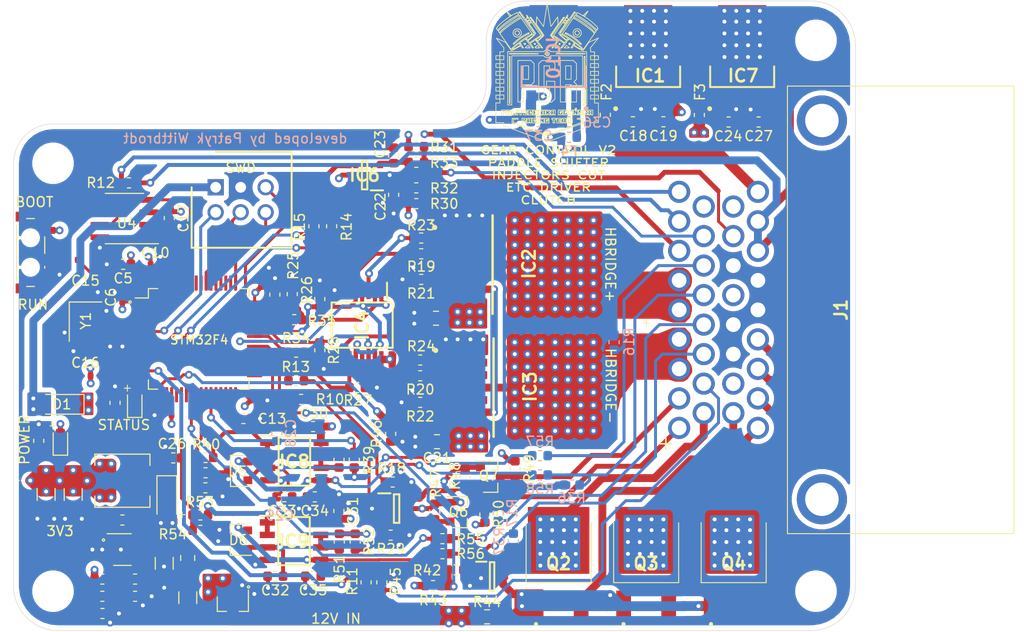
<source format=kicad_pcb>
(kicad_pcb (version 20171130) (host pcbnew "(5.1.2)-2")
  (layers (0 F.Cu signal) (1 In1.Cu power) (2 In2.Cu power) (31 B.Cu signal) (34 B.Paste user hide) (35 F.Paste user hide) (36 B.SilkS user hide) (37 F.SilkS user hide) (38 B.Mask user hide) (39 F.Mask user hide) (44 Edge.Cuts user))
  (net 0 "")
  (net 1 BUCK_IN)
  (net 2 BUCK_SW)
  (net 3 BUCK_BST)
  (net 4 +3.3VA)
  (net 5 "Net-(C13-Pad1)")
  (net 6 "Net-(C14-Pad1)")
  (net 7 HSE_IN)
  (net 8 "Net-(C16-Pad1)")
  (net 9 "Net-(D3-Pad1)")
  (net 10 "Net-(D4-Pad1)")
  (net 11 LED_STATUS)
  (net 12 "Net-(F1-Pad1)")
  (net 13 +12V)
  (net 14 SWDIO)
  (net 15 SWCLK)
  (net 16 SWO)
  (net 17 NRST)
  (net 18 BUCK_EN)
  (net 19 BUCK_FB)
  (net 20 "Net-(R4-Pad2)")
  (net 21 BOOT0)
  (net 22 "Net-(R7-Pad1)")
  (net 23 HSE_OUT)
  (net 24 CAN_L)
  (net 25 CAN_H)
  (net 26 CAN_RX)
  (net 27 CAN_TX)
  (net 28 GEAR_POS_SIG)
  (net 29 GEAR_UP)
  (net 30 GEAR_DOWN)
  (net 31 GEAR_CUT)
  (net 32 "Net-(R10-Pad1)")
  (net 33 "Net-(R11-Pad1)")
  (net 34 "Net-(R13-Pad1)")
  (net 35 "Net-(R14-Pad1)")
  (net 36 "Net-(R15-Pad1)")
  (net 37 "Net-(IC2-Pad5)")
  (net 38 HBRIDGE+)
  (net 39 "Net-(IC2-Pad3)")
  (net 40 "Net-(IC2-Pad2)")
  (net 41 "Net-(IC3-Pad5)")
  (net 42 HBRIDGE-)
  (net 43 "Net-(IC3-Pad3)")
  (net 44 "Net-(IC3-Pad2)")
  (net 45 OE)
  (net 46 INH2)
  (net 47 INH2_OUT)
  (net 48 IN2_OUT)
  (net 49 INH1_OUT)
  (net 50 INH1)
  (net 51 IN1_OUT)
  (net 52 "Net-(C22-Pad1)")
  (net 53 "Net-(C23-Pad1)")
  (net 54 PWM_CLUTCH)
  (net 55 PWM_GEAR)
  (net 56 SW_G_DOWN_P1)
  (net 57 SW_G_UP_P1)
  (net 58 "Net-(R34-Pad1)")
  (net 59 "Net-(R35-Pad1)")
  (net 60 "Net-(C18-Pad1)")
  (net 61 "Net-(C24-Pad1)")
  (net 62 TPS_SIG2)
  (net 63 APPS_SIG1)
  (net 64 TPS_SIG1)
  (net 65 APPS_SIG2)
  (net 66 5V_ST_LINK)
  (net 67 "Net-(D1-Pad1)")
  (net 68 +12VA)
  (net 69 INJ_3_OUT)
  (net 70 INJ_2_OUT)
  (net 71 INJ_1_OUT)
  (net 72 INJ_3_IN)
  (net 73 INJ_2_IN)
  (net 74 INJ_1_IN)
  (net 75 TPS_SIG2_5V)
  (net 76 APPS_SIG1_5V)
  (net 77 TPS_SIG1_5V)
  (net 78 APPS_SIG2_5V)
  (net 79 IS)
  (net 80 PWM_H_IN1)
  (net 81 PWM_H_IN2)
  (net 82 SW_G_DOWN_P2)
  (net 83 "Net-(Q2-Pad1)")
  (net 84 "Net-(Q5-Pad1)")
  (net 85 5V_APPS)
  (net 86 5V_TPS)
  (net 87 "Net-(IC8-Pad6)")
  (net 88 "Net-(IC8-Pad1)")
  (net 89 "Net-(IC9-Pad6)")
  (net 90 "Net-(IC9-Pad1)")
  (net 91 FILTERED_TPS_1)
  (net 92 FILTERED_APPS_1)
  (net 93 FILTERED_APPS_2)
  (net 94 FILTERED_TPS_2)
  (net 95 +3V3)
  (net 96 "Net-(IC5-Pad6)")
  (net 97 "Net-(IC5-Pad4)")
  (net 98 PWM_CLUTCH_OUT_12V)
  (net 99 PWM_GEAR_OUT_12V)
  (net 100 "Net-(C36-Pad1)")
  (net 101 +5V)
  (module LM258D:SOIC127P600X175-8N (layer F.Cu) (at 43.48 83.41)
    (fp_text reference IC9 (at 0 0) (layer F.SilkS) (effects (font (size 1.27 1.27) (thickness 0.254))))
    (fp_text value MCP6L02T-E_SN hide)
    (pad 8 smd rect (at 2.712 -1.905 90) (size 0.65 1.525) (layers F.Cu F.Paste F.Mask) (net 86 5V_TPS))
    (pad 7 smd rect (at 2.712 -0.635 90) (size 0.65 1.525) (layers F.Cu F.Paste F.Mask) (net 89 "Net-(IC9-Pad6)"))
    (pad 6 smd rect (at 2.712 0.635 90) (size 0.65 1.525) (layers F.Cu F.Paste F.Mask) (net 89 "Net-(IC9-Pad6)"))
    (pad 5 smd rect (at 2.712 1.905 90) (size 0.65 1.525) (layers F.Cu F.Paste F.Mask) (net 94 FILTERED_TPS_2))
    (pad 4 smd rect (at -2.712 1.905 90) (size 0.65 1.525) (layers F.Cu F.Paste F.Mask) (net 82 SW_G_DOWN_P2))
    (pad 3 smd rect (at -2.712 0.635 90) (size 0.65 1.525) (layers F.Cu F.Paste F.Mask) (net 91 FILTERED_TPS_1))
    (pad 2 smd rect (at -2.712 -0.635 90) (size 0.65 1.525) (layers F.Cu F.Paste F.Mask) (net 90 "Net-(IC9-Pad1)"))
    (pad 1 smd rect (at -2.712 -1.905 90) (size 0.65 1.525) (layers F.Cu F.Paste F.Mask) (net 90 "Net-(IC9-Pad1)"))
  )
  (module LM258D:SOIC127P600X175-8N (layer F.Cu) (at 43.52 75.32)
    (fp_text reference IC8 (at 0 0) (layer F.SilkS) (effects (font (size 1.27 1.27) (thickness 0.254))))
    (fp_text value MCP6L02T-E_SN hide)
    (pad 8 smd rect (at 2.712 -1.905 90) (size 0.65 1.525) (layers F.Cu F.Paste F.Mask) (net 85 5V_APPS))
    (pad 7 smd rect (at 2.712 -0.635 90) (size 0.65 1.525) (layers F.Cu F.Paste F.Mask) (net 87 "Net-(IC8-Pad6)"))
    (pad 6 smd rect (at 2.712 0.635 90) (size 0.65 1.525) (layers F.Cu F.Paste F.Mask) (net 87 "Net-(IC8-Pad6)"))
    (pad 5 smd rect (at 2.712 1.905 90) (size 0.65 1.525) (layers F.Cu F.Paste F.Mask) (net 93 FILTERED_APPS_2))
    (pad 4 smd rect (at -2.712 1.905 90) (size 0.65 1.525) (layers F.Cu F.Paste F.Mask) (net 82 SW_G_DOWN_P2))
    (pad 3 smd rect (at -2.712 0.635 90) (size 0.65 1.525) (layers F.Cu F.Paste F.Mask) (net 92 FILTERED_APPS_1))
    (pad 2 smd rect (at -2.712 -0.635 90) (size 0.65 1.525) (layers F.Cu F.Paste F.Mask) (net 88 "Net-(IC8-Pad1)"))
    (pad 1 smd rect (at -2.712 -1.905 90) (size 0.65 1.525) (layers F.Cu F.Paste F.Mask) (net 88 "Net-(IC8-Pad1)"))
  )
  (module 74HC2G16GVH:SOT95P275X110-6N (layer F.Cu) (at 50.65 46.2 180)
    (fp_text reference IC6 (at 0 0) (layer F.SilkS) (effects (font (size 1.27 1.27) (thickness 0.254))))
    (fp_text value NL27WZ14DTT1G hide)
    (pad 6 smd rect (at 1.25 -0.95 270) (size 0.5 1.25) (layers F.Cu F.Paste F.Mask) (net 29 GEAR_UP))
    (pad 5 smd rect (at 1.25 0 270) (size 0.5 1.25) (layers F.Cu F.Paste F.Mask) (net 95 +3V3))
    (pad 4 smd rect (at 1.25 0.95 270) (size 0.5 1.25) (layers F.Cu F.Paste F.Mask) (net 30 GEAR_DOWN))
    (pad 3 smd rect (at -1.25 0.95 270) (size 0.5 1.25) (layers F.Cu F.Paste F.Mask) (net 53 "Net-(C23-Pad1)"))
    (pad 2 smd rect (at -1.25 0 270) (size 0.5 1.25) (layers F.Cu F.Paste F.Mask) (net 82 SW_G_DOWN_P2))
    (pad 1 smd rect (at -1.25 -0.95 270) (size 0.5 1.25) (layers F.Cu F.Paste F.Mask) (net 52 "Net-(C22-Pad1)"))
  )
  (module KF50BDT-TR:TO228P972X240-3N (layer B.Cu) (at 69.85 34.29 90)
    (fp_text reference IC10 (at 0 0 270) (layer B.SilkS) (effects (font (size 1.27 1.27) (thickness 0.254)) (justify mirror)))
    (fp_text value KF50BDT-TR hide)
    (pad 4 smd rect (at 2.45 0) (size 4.9 5.85) (layers B.Cu B.Paste B.Mask) (net 82 SW_G_DOWN_P2))
    (pad 3 smd rect (at -4.35 -2.28) (size 1 2.1) (layers B.Cu B.Paste B.Mask) (net 101 +5V))
    (pad 1 smd rect (at -4.35 2.28) (size 1 2.1) (layers B.Cu B.Paste B.Mask) (net 100 "Net-(C36-Pad1)"))
  )
  (module Fuse:Fuse_0603_1608Metric (layer B.Cu) (at 71.41 42.35)
    (fp_text reference F4 (at 0 1.43) (layer B.SilkS) (effects (justify mirror)))
    (fp_text value Fuse_Small)
    (pad 2 smd roundrect (at 0.7875 0) (size 0.875 0.95) (layers B.Cu B.Paste B.Mask) (net 100 "Net-(C36-Pad1)"))
    (pad 1 smd roundrect (at -0.7875 0) (size 0.875 0.95) (layers B.Cu B.Paste B.Mask) (net 13 +12V))
  )
  (module Capacitor_SMD:C_0603_1608Metric (layer B.Cu) (at 68.31 40.77)
    (fp_text reference C37 (at 0 1.43) (layer B.SilkS) (effects (justify mirror)))
    (fp_text value 10uF)
    (pad 2 smd roundrect (at 0.7875 0) (size 0.875 0.95) (layers B.Cu B.Paste B.Mask) (net 82 SW_G_DOWN_P2))
    (pad 1 smd roundrect (at -0.7875 0) (size 0.875 0.95) (layers B.Cu B.Paste B.Mask) (net 101 +5V))
  )
  (module Capacitor_SMD:C_0603_1608Metric (layer B.Cu) (at 71.37 40.77 180)
    (fp_text reference C36 (at -2.89 -0.08) (layer B.SilkS) (effects (justify mirror)))
    (fp_text value 0.1uF)
    (pad 2 smd roundrect (at 0.7875 0 180) (size 0.875 0.95) (layers B.Cu B.Paste B.Mask) (net 82 SW_G_DOWN_P2))
    (pad 1 smd roundrect (at -0.7875 0 180) (size 0.875 0.95) (layers B.Cu B.Paste B.Mask) (net 100 "Net-(C36-Pad1)"))
  )
  (module Package_TO_SOT_SMD:SOT-23 (layer F.Cu) (at 63.42 76.86)
    (fp_text reference Q7 (at -0.18 -0.1) (layer F.SilkS))
    (fp_text value Q_NMOS_GSD)
    (pad 3 smd rect (at 1 0) (size 0.9 0.8) (layers F.Cu F.Paste F.Mask) (net 99 PWM_GEAR_OUT_12V))
    (pad 2 smd rect (at -1 0.95) (size 0.9 0.8) (layers F.Cu F.Paste F.Mask) (net 96 "Net-(IC5-Pad6)"))
    (pad 1 smd rect (at -1 -0.95) (size 0.9 0.8) (layers F.Cu F.Paste F.Mask) (net 95 +3V3))
  )
  (module Package_TO_SOT_SMD:SOT-23 (layer F.Cu) (at 60.33 80.46)
    (fp_text reference Q6 (at -0.14 -0.05) (layer F.SilkS))
    (fp_text value Q_NMOS_GSD)
    (pad 3 smd rect (at 1 0) (size 0.9 0.8) (layers F.Cu F.Paste F.Mask) (net 98 PWM_CLUTCH_OUT_12V))
    (pad 2 smd rect (at -1 0.95) (size 0.9 0.8) (layers F.Cu F.Paste F.Mask) (net 97 "Net-(IC5-Pad4)"))
    (pad 1 smd rect (at -1 -0.95) (size 0.9 0.8) (layers F.Cu F.Paste F.Mask) (net 95 +3V3))
  )
  (module Resistor_SMD:R_0603_1608Metric (layer B.Cu) (at 68.47 76.68)
    (fp_text reference R58 (at 0 1.43) (layer B.SilkS) (effects (justify mirror)))
    (fp_text value 10k)
    (pad 2 smd roundrect (at 0.7875 0) (size 0.875 0.95) (layers B.Cu B.Paste B.Mask) (net 78 APPS_SIG2_5V))
    (pad 1 smd roundrect (at -0.7875 0) (size 0.875 0.95) (layers B.Cu B.Paste B.Mask) (net 93 FILTERED_APPS_2))
  )
  (module Resistor_SMD:R_0603_1608Metric (layer B.Cu) (at 68.46 74.72 180)
    (fp_text reference R57 (at 0 1.43) (layer B.SilkS) (effects (justify mirror)))
    (fp_text value 10k)
    (pad 2 smd roundrect (at 0.7875 0 180) (size 0.875 0.95) (layers B.Cu B.Paste B.Mask) (net 92 FILTERED_APPS_1))
    (pad 1 smd roundrect (at -0.7875 0 180) (size 0.875 0.95) (layers B.Cu B.Paste B.Mask) (net 76 APPS_SIG1_5V))
  )
  (module Resistor_SMD:R_0603_1608Metric (layer F.Cu) (at 58.56 84.69)
    (fp_text reference R56 (at 2.86 0.01) (layer F.SilkS))
    (fp_text value 10k)
    (pad 2 smd roundrect (at 0.7875 0) (size 0.875 0.95) (layers F.Cu F.Paste F.Mask) (net 75 TPS_SIG2_5V))
    (pad 1 smd roundrect (at -0.7875 0) (size 0.875 0.95) (layers F.Cu F.Paste F.Mask) (net 94 FILTERED_TPS_2))
  )
  (module Resistor_SMD:R_0603_1608Metric (layer F.Cu) (at 58.56 83.16 180)
    (fp_text reference R55 (at -2.85 -0.05) (layer F.SilkS))
    (fp_text value 10k)
    (pad 2 smd roundrect (at 0.7875 0 180) (size 0.875 0.95) (layers F.Cu F.Paste F.Mask) (net 91 FILTERED_TPS_1))
    (pad 1 smd roundrect (at -0.7875 0 180) (size 0.875 0.95) (layers F.Cu F.Paste F.Mask) (net 77 TPS_SIG1_5V))
  )
  (module Capacitor_SMD:C_0603_1608Metric (layer F.Cu) (at 45.41 86.97 180)
    (fp_text reference C35 (at 0 -1.43) (layer F.SilkS))
    (fp_text value 100nF)
    (pad 2 smd roundrect (at 0.7875 0 180) (size 0.875 0.95) (layers F.Cu F.Paste F.Mask) (net 82 SW_G_DOWN_P2))
    (pad 1 smd roundrect (at -0.7875 0 180) (size 0.875 0.95) (layers F.Cu F.Paste F.Mask) (net 94 FILTERED_TPS_2))
  )
  (module Capacitor_SMD:C_0603_1608Metric (layer F.Cu) (at 45.59 78.91 180)
    (fp_text reference C34 (at 0 -1.43) (layer F.SilkS))
    (fp_text value 100nF)
    (pad 2 smd roundrect (at 0.7875 0 180) (size 0.875 0.95) (layers F.Cu F.Paste F.Mask) (net 82 SW_G_DOWN_P2))
    (pad 1 smd roundrect (at -0.7875 0 180) (size 0.875 0.95) (layers F.Cu F.Paste F.Mask) (net 93 FILTERED_APPS_2))
  )
  (module Capacitor_SMD:C_0603_1608Metric (layer F.Cu) (at 42.5 78.9)
    (fp_text reference C33 (at -0.2 1.42) (layer F.SilkS))
    (fp_text value 100nF)
    (pad 2 smd roundrect (at 0.7875 0) (size 0.875 0.95) (layers F.Cu F.Paste F.Mask) (net 82 SW_G_DOWN_P2))
    (pad 1 smd roundrect (at -0.7875 0) (size 0.875 0.95) (layers F.Cu F.Paste F.Mask) (net 92 FILTERED_APPS_1))
  )
  (module Capacitor_SMD:C_0603_1608Metric (layer F.Cu) (at 41.58 86.98 180)
    (fp_text reference C32 (at 0 -1.43) (layer F.SilkS))
    (fp_text value 100nF)
    (pad 2 smd roundrect (at 0.7875 0 180) (size 0.875 0.95) (layers F.Cu F.Paste F.Mask) (net 82 SW_G_DOWN_P2))
    (pad 1 smd roundrect (at -0.7875 0 180) (size 0.875 0.95) (layers F.Cu F.Paste F.Mask) (net 91 FILTERED_TPS_1))
  )
  (module Capacitor_SMD:C_0603_1608Metric (layer F.Cu) (at 90.67 40.8 180)
    (fp_text reference C27 (at 0 -1.43) (layer F.SilkS))
    (fp_text value 10uF)
    (pad 2 smd roundrect (at 0.7875 0 180) (size 0.875 0.95) (layers F.Cu F.Paste F.Mask) (net 82 SW_G_DOWN_P2))
    (pad 1 smd roundrect (at -0.7875 0 180) (size 0.875 0.95) (layers F.Cu F.Paste F.Mask) (net 85 5V_APPS))
  )
  (module Capacitor_SMD:C_0603_1608Metric (layer F.Cu) (at 48.04 80.34 270)
    (fp_text reference C31 (at 0 -1.43 90) (layer F.SilkS))
    (fp_text value 100nF)
    (pad 2 smd roundrect (at 0.7875 0 270) (size 0.875 0.95) (layers F.Cu F.Paste F.Mask) (net 86 5V_TPS))
    (pad 1 smd roundrect (at -0.7875 0 270) (size 0.875 0.95) (layers F.Cu F.Paste F.Mask) (net 82 SW_G_DOWN_P2))
  )
  (module Capacitor_SMD:C_0603_1608Metric (layer F.Cu) (at 45.42 71.76)
    (fp_text reference C30 (at 0.09 -1.3) (layer F.SilkS))
    (fp_text value 100nF)
    (pad 2 smd roundrect (at 0.7875 0) (size 0.875 0.95) (layers F.Cu F.Paste F.Mask) (net 85 5V_APPS))
    (pad 1 smd roundrect (at -0.7875 0) (size 0.875 0.95) (layers F.Cu F.Paste F.Mask) (net 82 SW_G_DOWN_P2))
  )
  (module Resistor_SMD:R_0603_1608Metric (layer F.Cu) (at 33.97 82.32)
    (fp_text reference R54 (at -2.8 0.4) (layer F.SilkS))
    (fp_text value 3.3k)
    (pad 2 smd roundrect (at 0.7875 0) (size 0.875 0.95) (layers F.Cu F.Paste F.Mask) (net 82 SW_G_DOWN_P2))
    (pad 1 smd roundrect (at -0.7875 0) (size 0.875 0.95) (layers F.Cu F.Paste F.Mask) (net 64 TPS_SIG1))
  )
  (module Resistor_SMD:R_0603_1608Metric (layer F.Cu) (at 33.96 80.75 180)
    (fp_text reference R53 (at 0.05 1.32) (layer F.SilkS))
    (fp_text value 1.7k)
    (pad 2 smd roundrect (at 0.7875 0 180) (size 0.875 0.95) (layers F.Cu F.Paste F.Mask) (net 64 TPS_SIG1))
    (pad 1 smd roundrect (at -0.7875 0 180) (size 0.875 0.95) (layers F.Cu F.Paste F.Mask) (net 90 "Net-(IC9-Pad1)"))
  )
  (module Resistor_SMD:R_0603_1608Metric (layer F.Cu) (at 49.7 83.45 270)
    (fp_text reference R52 (at 0 -1.43 90) (layer F.SilkS))
    (fp_text value 3.3k)
    (pad 2 smd roundrect (at 0.7875 0 270) (size 0.875 0.95) (layers F.Cu F.Paste F.Mask) (net 82 SW_G_DOWN_P2))
    (pad 1 smd roundrect (at -0.7875 0 270) (size 0.875 0.95) (layers F.Cu F.Paste F.Mask) (net 62 TPS_SIG2))
  )
  (module Resistor_SMD:R_0603_1608Metric (layer F.Cu) (at 48.08 83.45 90)
    (fp_text reference R51 (at -2.81 0.02 90) (layer F.SilkS))
    (fp_text value 1.7k)
    (pad 2 smd roundrect (at 0.7875 0 90) (size 0.875 0.95) (layers F.Cu F.Paste F.Mask) (net 62 TPS_SIG2))
    (pad 1 smd roundrect (at -0.7875 0 90) (size 0.875 0.95) (layers F.Cu F.Paste F.Mask) (net 89 "Net-(IC9-Pad6)"))
  )
  (module Resistor_SMD:R_0603_1608Metric (layer F.Cu) (at 34.49 76.46)
    (fp_text reference R41)
    (fp_text value 3.3k)
    (pad 2 smd roundrect (at 0.7875 0) (size 0.875 0.95) (layers F.Cu F.Paste F.Mask) (net 82 SW_G_DOWN_P2))
    (pad 1 smd roundrect (at -0.7875 0) (size 0.875 0.95) (layers F.Cu F.Paste F.Mask) (net 63 APPS_SIG1))
  )
  (module Resistor_SMD:R_0603_1608Metric (layer F.Cu) (at 34.49 74.91 180)
    (fp_text reference R40 (at -0.06 1.33) (layer F.SilkS))
    (fp_text value 1.7k)
    (pad 2 smd roundrect (at 0.7875 0 180) (size 0.875 0.95) (layers F.Cu F.Paste F.Mask) (net 63 APPS_SIG1))
    (pad 1 smd roundrect (at -0.7875 0 180) (size 0.875 0.95) (layers F.Cu F.Paste F.Mask) (net 88 "Net-(IC8-Pad1)"))
  )
  (module Resistor_SMD:R_0603_1608Metric (layer F.Cu) (at 49.6 75.14 270)
    (fp_text reference R39 (at 0.03 -1.51 90) (layer F.SilkS))
    (fp_text value 3.3k)
    (pad 2 smd roundrect (at 0.7875 0 270) (size 0.875 0.95) (layers F.Cu F.Paste F.Mask) (net 82 SW_G_DOWN_P2))
    (pad 1 smd roundrect (at -0.7875 0 270) (size 0.875 0.95) (layers F.Cu F.Paste F.Mask) (net 65 APPS_SIG2))
  )
  (module Resistor_SMD:R_0603_1608Metric (layer F.Cu) (at 48.05 75.14 90)
    (fp_text reference R38)
    (fp_text value 1.7k)
    (pad 2 smd roundrect (at 0.7875 0 90) (size 0.875 0.95) (layers F.Cu F.Paste F.Mask) (net 65 APPS_SIG2))
    (pad 1 smd roundrect (at -0.7875 0 90) (size 0.875 0.95) (layers F.Cu F.Paste F.Mask) (net 87 "Net-(IC8-Pad6)"))
  )
  (module Resistor_SMD:R_0603_1608Metric (layer B.Cu) (at 65.76 83.43 270)
    (fp_text reference R37 (at 0 1.43 90) (layer B.SilkS) (effects (justify mirror)))
    (fp_text value 470k)
    (pad 2 smd roundrect (at 0.7875 0 270) (size 0.875 0.95) (layers B.Cu B.Paste B.Mask) (net 82 SW_G_DOWN_P2))
    (pad 1 smd roundrect (at -0.7875 0 270) (size 0.875 0.95) (layers B.Cu B.Paste B.Mask) (net 75 TPS_SIG2_5V))
  )
  (module Resistor_SMD:R_0603_1608Metric (layer B.Cu) (at 71.7 77.7 180)
    (fp_text reference R36 (at 0.03 -1.33) (layer B.SilkS) (effects (justify mirror)))
    (fp_text value 470k)
    (pad 2 smd roundrect (at 0.7875 0 180) (size 0.875 0.95) (layers B.Cu B.Paste B.Mask) (net 82 SW_G_DOWN_P2))
    (pad 1 smd roundrect (at -0.7875 0 180) (size 0.875 0.95) (layers B.Cu B.Paste B.Mask) (net 78 APPS_SIG2_5V))
  )
  (module Resistor_SMD:R_0603_1608Metric (layer B.Cu) (at 64.22 80.53 90)
    (fp_text reference R17 (at 0 1.43 90) (layer B.SilkS) (effects (justify mirror)))
    (fp_text value 470k)
    (pad 2 smd roundrect (at 0.7875 0 90) (size 0.875 0.95) (layers B.Cu B.Paste B.Mask) (net 82 SW_G_DOWN_P2))
    (pad 1 smd roundrect (at -0.7875 0 90) (size 0.875 0.95) (layers B.Cu B.Paste B.Mask) (net 77 TPS_SIG1_5V))
  )
  (module Resistor_SMD:R_0603_1608Metric (layer B.Cu) (at 75.99 63.18 90)
    (fp_text reference R16 (at 0.04 1.54 90) (layer B.SilkS) (effects (justify mirror)))
    (fp_text value 470k)
    (pad 2 smd roundrect (at 0.7875 0 90) (size 0.875 0.95) (layers B.Cu B.Paste B.Mask) (net 82 SW_G_DOWN_P2))
    (pad 1 smd roundrect (at -0.7875 0 90) (size 0.875 0.95) (layers B.Cu B.Paste B.Mask) (net 76 APPS_SIG1_5V))
  )
  (module Package_TO_SOT_SMD:SOT-23 (layer F.Cu) (at 37.77 83.27 180)
    (fp_text reference D6 (at -0.06 -0.02) (layer F.SilkS))
    (fp_text value SP1305-02HTG)
    (pad 3 smd rect (at 1 0 180) (size 0.9 0.8) (layers F.Cu F.Paste F.Mask) (net 82 SW_G_DOWN_P2))
    (pad 2 smd rect (at -1 0.95 180) (size 0.9 0.8) (layers F.Cu F.Paste F.Mask) (net 94 FILTERED_TPS_2))
    (pad 1 smd rect (at -1 -0.95 180) (size 0.9 0.8) (layers F.Cu F.Paste F.Mask) (net 91 FILTERED_TPS_1))
  )
  (module Package_TO_SOT_SMD:SOT-23 (layer F.Cu) (at 37.79 76.27 180)
    (fp_text reference D5 (at 0.02 -0.06) (layer F.SilkS))
    (fp_text value SP1305-02HTG)
    (pad 3 smd rect (at 1 0 180) (size 0.9 0.8) (layers F.Cu F.Paste F.Mask) (net 82 SW_G_DOWN_P2))
    (pad 2 smd rect (at -1 0.95 180) (size 0.9 0.8) (layers F.Cu F.Paste F.Mask) (net 93 FILTERED_APPS_2))
    (pad 1 smd rect (at -1 -0.95 180) (size 0.9 0.8) (layers F.Cu F.Paste F.Mask) (net 92 FILTERED_APPS_1))
  )
  (module Capacitor_SMD:C_0603_1608Metric (layer B.Cu) (at 42.03 79.38)
    (fp_text reference C29 (at 0 1.43) (layer B.SilkS) (effects (justify mirror)))
    (fp_text value 100nF)
    (pad 2 smd roundrect (at 0.7875 0) (size 0.875 0.95) (layers B.Cu B.Paste B.Mask) (net 82 SW_G_DOWN_P2))
    (pad 1 smd roundrect (at -0.7875 0) (size 0.875 0.95) (layers B.Cu B.Paste B.Mask) (net 62 TPS_SIG2))
  )
  (module Capacitor_SMD:C_0603_1608Metric (layer B.Cu) (at 41.73 72.43 90)
    (fp_text reference C28 (at 0 1.43 90) (layer B.SilkS) (effects (justify mirror)))
    (fp_text value 100nF)
    (pad 2 smd roundrect (at 0.7875 0 90) (size 0.875 0.95) (layers B.Cu B.Paste B.Mask) (net 82 SW_G_DOWN_P2))
    (pad 1 smd roundrect (at -0.7875 0 90) (size 0.875 0.95) (layers B.Cu B.Paste B.Mask) (net 65 APPS_SIG2))
  )
  (module Capacitor_SMD:C_0603_1608Metric (layer F.Cu) (at 31.21 74.95 180)
    (fp_text reference C26 (at 0.13 1.44) (layer F.SilkS))
    (fp_text value 100nF)
    (pad 2 smd roundrect (at 0.7875 0 180) (size 0.875 0.95) (layers F.Cu F.Paste F.Mask) (net 82 SW_G_DOWN_P2))
    (pad 1 smd roundrect (at -0.7875 0 180) (size 0.875 0.95) (layers F.Cu F.Paste F.Mask) (net 64 TPS_SIG1))
  )
  (module Capacitor_SMD:C_0603_1608Metric (layer F.Cu) (at 34.48 77.99)
    (fp_text reference C25)
    (fp_text value 100nF)
    (pad 2 smd roundrect (at 0.7875 0) (size 0.875 0.95) (layers F.Cu F.Paste F.Mask) (net 82 SW_G_DOWN_P2))
    (pad 1 smd roundrect (at -0.7875 0) (size 0.875 0.95) (layers F.Cu F.Paste F.Mask) (net 63 APPS_SIG1))
  )
  (module KF50BDT-TR:TO228P972X240-3N (layer F.Cu) (at 89 34.3 90)
    (fp_text reference IC7 (at -1.8 0.1 180) (layer F.SilkS) (effects (font (size 1.27 1.27) (thickness 0.254))))
    (fp_text value KF50BDT-TR hide)
    (pad 4 smd rect (at 2.45 0 180) (size 4.9 5.85) (layers F.Cu F.Paste F.Mask) (net 82 SW_G_DOWN_P2))
    (pad 3 smd rect (at -4.35 2.28 180) (size 1 2.1) (layers F.Cu F.Paste F.Mask) (net 85 5V_APPS))
    (pad 1 smd rect (at -4.35 -2.28 180) (size 1 2.1) (layers F.Cu F.Paste F.Mask) (net 61 "Net-(C24-Pad1)"))
  )
  (module Fuse:Fuse_0603_1608Metric (layer F.Cu) (at 84.65 40.09 90)
    (fp_text reference F3 (at 2.33 0.06 90) (layer F.SilkS))
    (fp_text value Fuse_Small)
    (pad 2 smd roundrect (at 0.7875 0 90) (size 0.875 0.95) (layers F.Cu F.Paste F.Mask) (net 61 "Net-(C24-Pad1)"))
    (pad 1 smd roundrect (at -0.7875 0 90) (size 0.875 0.95) (layers F.Cu F.Paste F.Mask) (net 13 +12V))
  )
  (module Capacitor_SMD:C_0603_1608Metric (layer F.Cu) (at 87.62 40.8)
    (fp_text reference C24 (at -0.04 1.45) (layer F.SilkS))
    (fp_text value 0.1uF)
    (pad 2 smd roundrect (at 0.7875 0) (size 0.875 0.95) (layers F.Cu F.Paste F.Mask) (net 82 SW_G_DOWN_P2))
    (pad 1 smd roundrect (at -0.7875 0) (size 0.875 0.95) (layers F.Cu F.Paste F.Mask) (net 61 "Net-(C24-Pad1)"))
  )
  (module AOD403:AOD480 (layer F.Cu) (at 88.138 81.534)
    (fp_text reference Q4 (at 0 4.15) (layer F.SilkS) (effects (font (size 1.27 1.27) (thickness 0.254))))
    (fp_text value AOD403 hide)
    (pad 3 smd rect (at 2.286 8.4) (size 1.5 3) (layers F.Cu F.Paste F.Mask) (net 69 INJ_3_OUT))
    (pad 2 smd rect (at 0 1.8) (size 6.25 6.8) (layers F.Cu F.Paste F.Mask) (net 72 INJ_3_IN))
    (pad 1 smd rect (at -2.286 8.4) (size 1.5 3) (layers F.Cu F.Paste F.Mask) (net 83 "Net-(Q2-Pad1)"))
  )
  (module AOD403:AOD480 (layer F.Cu) (at 79.248 81.534)
    (fp_text reference Q3 (at 0 4.15) (layer F.SilkS) (effects (font (size 1.27 1.27) (thickness 0.254))))
    (fp_text value AOD403 hide)
    (pad 3 smd rect (at 2.286 8.4) (size 1.5 3) (layers F.Cu F.Paste F.Mask) (net 70 INJ_2_OUT))
    (pad 2 smd rect (at 0 1.8) (size 6.25 6.8) (layers F.Cu F.Paste F.Mask) (net 73 INJ_2_IN))
    (pad 1 smd rect (at -2.286 8.4) (size 1.5 3) (layers F.Cu F.Paste F.Mask) (net 83 "Net-(Q2-Pad1)"))
  )
  (module AOD403:AOD480 (layer F.Cu) (at 70.358 81.534)
    (fp_text reference Q2 (at 0 4.15) (layer F.SilkS) (effects (font (size 1.27 1.27) (thickness 0.254))))
    (fp_text value AOD403 hide)
    (pad 3 smd rect (at 2.286 8.4) (size 1.5 3) (layers F.Cu F.Paste F.Mask) (net 71 INJ_1_OUT))
    (pad 2 smd rect (at 0 1.8) (size 6.25 6.8) (layers F.Cu F.Paste F.Mask) (net 74 INJ_1_IN))
    (pad 1 smd rect (at -2.286 8.4) (size 1.5 3) (layers F.Cu F.Paste F.Mask) (net 83 "Net-(Q2-Pad1)"))
  )
  (module Package_SO:SOIC-8_3.9x4.9mm_P1.27mm (layer F.Cu) (at 26.2571 50.6187 180)
    (fp_text reference U4 (at -0.2229 -0.4613) (layer F.SilkS))
    (fp_text value MCP2561-E-SN)
    (pad 8 smd roundrect (at 2.475 -1.905 180) (size 1.95 0.6) (layers F.Cu F.Paste F.Mask) (net 82 SW_G_DOWN_P2))
    (pad 7 smd roundrect (at 2.475 -0.635 180) (size 1.95 0.6) (layers F.Cu F.Paste F.Mask) (net 25 CAN_H))
    (pad 6 smd roundrect (at 2.475 0.635 180) (size 1.95 0.6) (layers F.Cu F.Paste F.Mask) (net 24 CAN_L))
    (pad 5 smd roundrect (at 2.475 1.905 180) (size 1.95 0.6) (layers F.Cu F.Paste F.Mask))
    (pad 4 smd roundrect (at -2.475 1.905 180) (size 1.95 0.6) (layers F.Cu F.Paste F.Mask) (net 26 CAN_RX))
    (pad 3 smd roundrect (at -2.475 0.635 180) (size 1.95 0.6) (layers F.Cu F.Paste F.Mask) (net 101 +5V))
    (pad 2 smd roundrect (at -2.475 -0.635 180) (size 1.95 0.6) (layers F.Cu F.Paste F.Mask) (net 82 SW_G_DOWN_P2))
    (pad 1 smd roundrect (at -2.475 -1.905 180) (size 1.95 0.6) (layers F.Cu F.Paste F.Mask) (net 27 CAN_TX))
  )
  (module Resistor_SMD:R_0603_1608Metric (layer F.Cu) (at 62.87 80.71 90)
    (fp_text reference R50 (at 0.07 1.4 90) (layer F.SilkS))
    (fp_text value 10k)
    (pad 2 smd roundrect (at 0.7875 0 90) (size 0.875 0.95) (layers F.Cu F.Paste F.Mask) (net 98 PWM_CLUTCH_OUT_12V))
    (pad 1 smd roundrect (at -0.7875 0 90) (size 0.875 0.95) (layers F.Cu F.Paste F.Mask) (net 101 +5V))
  )
  (module Resistor_SMD:R_0603_1608Metric (layer F.Cu) (at 65.93 76.07 270)
    (fp_text reference R49 (at -0.05 -1.44 90) (layer F.SilkS))
    (fp_text value 10k)
    (pad 2 smd roundrect (at 0.7875 0 270) (size 0.875 0.95) (layers F.Cu F.Paste F.Mask) (net 99 PWM_GEAR_OUT_12V))
    (pad 1 smd roundrect (at -0.7875 0 270) (size 0.875 0.95) (layers F.Cu F.Paste F.Mask) (net 101 +5V))
  )
  (module Resistor_SMD:R_0603_1608Metric (layer F.Cu) (at 60.87 76.82 270)
    (fp_text reference R48 (at -0.05 1.04 90) (layer F.SilkS))
    (fp_text value 10k)
    (pad 2 smd roundrect (at 0.7875 0 270) (size 0.875 0.95) (layers F.Cu F.Paste F.Mask) (net 96 "Net-(IC5-Pad6)"))
    (pad 1 smd roundrect (at -0.7875 0 270) (size 0.875 0.95) (layers F.Cu F.Paste F.Mask) (net 95 +3V3))
  )
  (module Resistor_SMD:R_0603_1608Metric (layer F.Cu) (at 57.78 80.4 270)
    (fp_text reference R47 (at -2.84 -0.11 90) (layer F.SilkS))
    (fp_text value 10k)
    (pad 2 smd roundrect (at 0.7875 0 270) (size 0.875 0.95) (layers F.Cu F.Paste F.Mask) (net 97 "Net-(IC5-Pad4)"))
    (pad 1 smd roundrect (at -0.7875 0 270) (size 0.875 0.95) (layers F.Cu F.Paste F.Mask) (net 95 +3V3))
  )
  (module PMMT491A,215:SOT95P230X110-3N (layer F.Cu) (at 63.6 87)
    (fp_text reference Q5)
    (fp_text value PMMT491A,215 hide)
    (pad 3 smd rect (at 1.1 0 90) (size 0.6 1.05) (layers F.Cu F.Paste F.Mask) (net 83 "Net-(Q2-Pad1)"))
    (pad 2 smd rect (at -1.1 0.95 90) (size 0.6 1.05) (layers F.Cu F.Paste F.Mask) (net 82 SW_G_DOWN_P2))
    (pad 1 smd rect (at -1.1 -0.95 90) (size 0.6 1.05) (layers F.Cu F.Paste F.Mask) (net 84 "Net-(Q5-Pad1)"))
  )
  (module Resistor_SMD:R_0805_2012Metric (layer F.Cu) (at 63.1 91.1 180)
    (fp_text reference R44 (at 0 1.5) (layer F.SilkS))
    (fp_text value 100k)
    (pad 2 smd roundrect (at 0.9375 0 180) (size 0.975 1.4) (layers F.Cu F.Paste F.Mask) (net 13 +12V))
    (pad 1 smd roundrect (at -0.9375 0 180) (size 0.975 1.4) (layers F.Cu F.Paste F.Mask) (net 83 "Net-(Q2-Pad1)"))
  )
  (module Resistor_SMD:R_0603_1608Metric (layer F.Cu) (at 57.6 87.93)
    (fp_text reference R43 (at 0.02 1.49) (layer F.SilkS))
    (fp_text value 10k)
    (pad 2 smd roundrect (at 0.7875 0) (size 0.875 0.95) (layers F.Cu F.Paste F.Mask) (net 31 GEAR_CUT))
    (pad 1 smd roundrect (at -0.7875 0) (size 0.875 0.95) (layers F.Cu F.Paste F.Mask) (net 95 +3V3))
  )
  (module Resistor_SMD:R_0603_1608Metric (layer F.Cu) (at 59.9 86.33)
    (fp_text reference R42 (at -2.91 0.05) (layer F.SilkS))
    (fp_text value 1k)
    (pad 2 smd roundrect (at 0.7875 0) (size 0.875 0.95) (layers F.Cu F.Paste F.Mask) (net 84 "Net-(Q5-Pad1)"))
    (pad 1 smd roundrect (at -0.7875 0) (size 0.875 0.95) (layers F.Cu F.Paste F.Mask) (net 31 GEAR_CUT))
  )
  (module Resistor_SMD:R_0603_1608Metric (layer F.Cu) (at 52.4 87.6 90)
    (fp_text reference R45 (at 0.1 1.4 90) (layer F.SilkS))
    (fp_text value 1k)
    (pad 2 smd roundrect (at 0.7875 0 90) (size 0.875 0.95) (layers F.Cu F.Paste F.Mask) (net 82 SW_G_DOWN_P2))
    (pad 1 smd roundrect (at -0.7875 0 90) (size 0.875 0.95) (layers F.Cu F.Paste F.Mask) (net 28 GEAR_POS_SIG))
  )
  (module 90130-1106:SHDR6W65P254_2X3_996X975X1110P (layer F.Cu) (at 35.52 47.44)
    (fp_text reference J3)
    (fp_text value 90130-1106 hide)
    (pad 6 thru_hole circle (at 5.08 2.54) (size 1.65 1.65) (drill 1.1) (layers *.Cu *.Mask) (net 15 SWCLK))
    (pad 5 thru_hole circle (at 5.08 0) (size 1.65 1.65) (drill 1.1) (layers *.Cu *.Mask) (net 14 SWDIO))
    (pad 4 thru_hole circle (at 2.54 2.54) (size 1.65 1.65) (drill 1.1) (layers *.Cu *.Mask) (net 16 SWO))
    (pad 3 thru_hole circle (at 2.54 0) (size 1.65 1.65) (drill 1.1) (layers *.Cu *.Mask) (net 82 SW_G_DOWN_P2))
    (pad 2 thru_hole circle (at 0 2.54) (size 1.65 1.65) (drill 1.1) (layers *.Cu *.Mask) (net 17 NRST))
    (pad 1 thru_hole rect (at 0 0) (size 1.65 1.65) (drill 1.1) (layers *.Cu *.Mask) (net 66 5V_ST_LINK))
  )
  (module 3-6437285-0:364372850 (layer F.Cu) (at 90.6 71.9 90)
    (fp_text reference J1 (at 12 8.438 90) (layer F.SilkS) (effects (font (size 1.27 1.27) (thickness 0.254))))
    (fp_text value 3-6437285-0 hide)
    (pad MH2 thru_hole circle (at 31.25 6.5 90) (size 5.1 5.1) (drill 3.4) (layers *.Cu *.Mask))
    (pad MH1 thru_hole circle (at -7.25 6.5 90) (size 5.1 5.1) (drill 3.4) (layers *.Cu *.Mask))
    (pad 34 thru_hole circle (at 24 -8 90) (size 2.25 2.25) (drill 1.5) (layers *.Cu *.Mask) (net 24 CAN_L))
    (pad 33 thru_hole circle (at 21 -8 90) (size 2.25 2.25) (drill 1.5) (layers *.Cu *.Mask) (net 25 CAN_H))
    (pad 32 thru_hole circle (at 18 -8 90) (size 2.25 2.25) (drill 1.5) (layers *.Cu *.Mask) (net 56 SW_G_DOWN_P1))
    (pad 31 thru_hole circle (at 15 -8 90) (size 2.25 2.25) (drill 1.5) (layers *.Cu *.Mask) (net 38 HBRIDGE+))
    (pad 30 thru_hole circle (at 12 -8 90) (size 2.25 2.25) (drill 1.5) (layers *.Cu *.Mask) (net 38 HBRIDGE+))
    (pad 29 thru_hole circle (at 9 -8 90) (size 2.25 2.25) (drill 1.5) (layers *.Cu *.Mask) (net 42 HBRIDGE-))
    (pad 28 thru_hole circle (at 6 -8 90) (size 2.25 2.25) (drill 1.5) (layers *.Cu *.Mask) (net 42 HBRIDGE-))
    (pad 27 thru_hole circle (at 3 -8 90) (size 2.25 2.25) (drill 1.5) (layers *.Cu *.Mask) (net 99 PWM_GEAR_OUT_12V))
    (pad 26 thru_hole circle (at 0 -8 90) (size 2.25 2.25) (drill 1.5) (layers *.Cu *.Mask) (net 98 PWM_CLUTCH_OUT_12V))
    (pad 25 thru_hole circle (at 22.5 -5.5 90) (size 2.25 2.25) (drill 1.5) (layers *.Cu *.Mask) (net 13 +12V))
    (pad 24 thru_hole circle (at 19.5 -5.5 90) (size 2.25 2.25) (drill 1.5) (layers *.Cu *.Mask) (net 57 SW_G_UP_P1))
    (pad 23 thru_hole circle (at 16.5 -5.5 90) (size 2.25 2.25) (drill 1.5) (layers *.Cu *.Mask) (net 76 APPS_SIG1_5V))
    (pad 22 thru_hole circle (at 13.5 -5.5 90) (size 2.25 2.25) (drill 1.5) (layers *.Cu *.Mask) (net 78 APPS_SIG2_5V))
    (pad 21 thru_hole circle (at 10.5 -5.5 90) (size 2.25 2.25) (drill 1.5) (layers *.Cu *.Mask) (net 77 TPS_SIG1_5V))
    (pad 20 thru_hole circle (at 7.5 -5.5 90) (size 2.25 2.25) (drill 1.5) (layers *.Cu *.Mask) (net 75 TPS_SIG2_5V))
    (pad 19 thru_hole circle (at 4.5 -5.5 90) (size 2.25 2.25) (drill 1.5) (layers *.Cu *.Mask) (net 28 GEAR_POS_SIG))
    (pad 18 thru_hole circle (at 1.5 -5.5 90) (size 2.25 2.25) (drill 1.5) (layers *.Cu *.Mask) (net 74 INJ_1_IN))
    (pad 17 thru_hole circle (at 22.5 -2.5 90) (size 2.25 2.25) (drill 1.5) (layers *.Cu *.Mask) (net 13 +12V))
    (pad 16 thru_hole circle (at 19.5 -2.5 90) (size 2.25 2.25) (drill 1.5) (layers *.Cu *.Mask) (net 95 +3V3))
    (pad 15 thru_hole circle (at 16.5 -2.5 90) (size 2.25 2.25) (drill 1.5) (layers *.Cu *.Mask) (net 82 SW_G_DOWN_P2))
    (pad 14 thru_hole circle (at 13.5 -2.5 90) (size 2.25 2.25) (drill 1.5) (layers *.Cu *.Mask) (net 86 5V_TPS))
    (pad 13 thru_hole circle (at 10.5 -2.5 90) (size 2.25 2.25) (drill 1.5) (layers *.Cu *.Mask) (net 82 SW_G_DOWN_P2))
    (pad 12 thru_hole circle (at 7.5 -2.5 90) (size 2.25 2.25) (drill 1.5) (layers *.Cu *.Mask) (net 82 SW_G_DOWN_P2))
    (pad 11 thru_hole circle (at 4.5 -2.5 90) (size 2.25 2.25) (drill 1.5) (layers *.Cu *.Mask) (net 86 5V_TPS))
    (pad 10 thru_hole circle (at 1.5 -2.5 90) (size 2.25 2.25) (drill 1.5) (layers *.Cu *.Mask) (net 71 INJ_1_OUT))
    (pad 9 thru_hole circle (at 24 0 90) (size 2.25 2.25) (drill 1.5) (layers *.Cu *.Mask) (net 68 +12VA))
    (pad 8 thru_hole circle (at 21 0 90) (size 2.25 2.25) (drill 1.5) (layers *.Cu *.Mask) (net 85 5V_APPS))
    (pad 7 thru_hole circle (at 18 0 90) (size 2.25 2.25) (drill 1.5) (layers *.Cu *.Mask) (net 85 5V_APPS))
    (pad 6 thru_hole circle (at 15 0 90) (size 2.25 2.25) (drill 1.5) (layers *.Cu *.Mask) (net 82 SW_G_DOWN_P2))
    (pad 5 thru_hole circle (at 12 0 90) (size 2.25 2.25) (drill 1.5) (layers *.Cu *.Mask) (net 82 SW_G_DOWN_P2))
    (pad 4 thru_hole circle (at 9 0 90) (size 2.25 2.25) (drill 1.5) (layers *.Cu *.Mask) (net 69 INJ_3_OUT))
    (pad 3 thru_hole circle (at 6 0 90) (size 2.25 2.25) (drill 1.5) (layers *.Cu *.Mask) (net 72 INJ_3_IN))
    (pad 2 thru_hole circle (at 3 0 90) (size 2.25 2.25) (drill 1.5) (layers *.Cu *.Mask) (net 70 INJ_2_OUT))
    (pad 1 thru_hole circle (at 0 0 90) (size 2.25 2.25) (drill 1.5) (layers *.Cu *.Mask) (net 73 INJ_2_IN))
  )
  (module 74HC2G16GVH:SOT95P275X110-6N (layer F.Cu) (at 53.9 80.1)
    (fp_text reference IC5)
    (fp_text value 74HC2G16GVH hide)
    (pad 6 smd rect (at 1.25 -0.95 90) (size 0.5 1.25) (layers F.Cu F.Paste F.Mask) (net 96 "Net-(IC5-Pad6)"))
    (pad 5 smd rect (at 1.25 0 90) (size 0.5 1.25) (layers F.Cu F.Paste F.Mask) (net 95 +3V3))
    (pad 4 smd rect (at 1.25 0.95 90) (size 0.5 1.25) (layers F.Cu F.Paste F.Mask) (net 97 "Net-(IC5-Pad4)"))
    (pad 3 smd rect (at -1.25 0.95 90) (size 0.5 1.25) (layers F.Cu F.Paste F.Mask) (net 54 PWM_CLUTCH))
    (pad 2 smd rect (at -1.25 0 90) (size 0.5 1.25) (layers F.Cu F.Paste F.Mask) (net 82 SW_G_DOWN_P2))
    (pad 1 smd rect (at -1.25 -0.95 90) (size 0.5 1.25) (layers F.Cu F.Paste F.Mask) (net 55 PWM_GEAR))
  )
  (module 74HC126DB_118:SOP65P775X200-14N (layer F.Cu) (at 50.4 61.45 270)
    (fp_text reference IC4 (at 0 0 270) (layer F.SilkS) (effects (font (size 1.27 1.27) (thickness 0.254))))
    (fp_text value 74HC126DB,118 hide)
    (pad 14 smd rect (at 3.488 -1.95) (size 0.45 1.675) (layers F.Cu F.Paste F.Mask) (net 95 +3V3))
    (pad 13 smd rect (at 3.488 -1.3) (size 0.45 1.675) (layers F.Cu F.Paste F.Mask) (net 45 OE))
    (pad 12 smd rect (at 3.488 -0.65) (size 0.45 1.675) (layers F.Cu F.Paste F.Mask) (net 46 INH2))
    (pad 11 smd rect (at 3.488 0) (size 0.45 1.675) (layers F.Cu F.Paste F.Mask) (net 47 INH2_OUT))
    (pad 10 smd rect (at 3.488 0.65) (size 0.45 1.675) (layers F.Cu F.Paste F.Mask) (net 45 OE))
    (pad 9 smd rect (at 3.488 1.3) (size 0.45 1.675) (layers F.Cu F.Paste F.Mask) (net 81 PWM_H_IN2))
    (pad 8 smd rect (at 3.488 1.95) (size 0.45 1.675) (layers F.Cu F.Paste F.Mask) (net 48 IN2_OUT))
    (pad 7 smd rect (at -3.488 1.95) (size 0.45 1.675) (layers F.Cu F.Paste F.Mask) (net 82 SW_G_DOWN_P2))
    (pad 6 smd rect (at -3.488 1.3) (size 0.45 1.675) (layers F.Cu F.Paste F.Mask) (net 49 INH1_OUT))
    (pad 5 smd rect (at -3.488 0.65) (size 0.45 1.675) (layers F.Cu F.Paste F.Mask) (net 50 INH1))
    (pad 4 smd rect (at -3.488 0) (size 0.45 1.675) (layers F.Cu F.Paste F.Mask) (net 45 OE))
    (pad 3 smd rect (at -3.488 -0.65) (size 0.45 1.675) (layers F.Cu F.Paste F.Mask) (net 51 IN1_OUT))
    (pad 2 smd rect (at -3.488 -1.3) (size 0.45 1.675) (layers F.Cu F.Paste F.Mask) (net 80 PWM_H_IN1))
    (pad 1 smd rect (at -3.488 -1.95) (size 0.45 1.675) (layers F.Cu F.Paste F.Mask) (net 45 OE))
  )
  (module KF50BDT-TR:DPAK (layer F.Cu) (at 79.45 34.3 90)
    (fp_text reference IC1 (at -1.8 0.2 180) (layer F.SilkS) (effects (font (size 1.27 1.27) (thickness 0.254))))
    (fp_text value KF50BDT-TR hide)
    (pad 1 smd rect (at -4.35 -2.28 180) (size 1 2.1) (layers F.Cu F.Paste F.Mask) (net 60 "Net-(C18-Pad1)"))
    (pad 3 smd rect (at -4.35 2.28 180) (size 1 2.1) (layers F.Cu F.Paste F.Mask) (net 86 5V_TPS))
    (pad 4 smd rect (at 2.45 0 180) (size 4.9 5.85) (layers F.Cu F.Paste F.Mask) (net 82 SW_G_DOWN_P2))
  )
  (module BTN7970B:PG-TO263-7-1 (layer F.Cu) (at 73 67.8 270)
    (fp_text reference IC3 (at -0.089 5.547 270) (layer F.SilkS) (effects (font (size 1.27 1.27) (thickness 0.254))))
    (fp_text value BTN7970B hide)
    (pad 8 smd rect (at 0 3.05) (size 9.4 10.8) (layers F.Cu F.Paste F.Mask) (net 42 HBRIDGE-))
    (pad 7 smd rect (at 3.81 12.2 270) (size 0.8 4.6) (layers F.Cu F.Paste F.Mask) (net 13 +12V))
    (pad 6 smd rect (at 2.54 12.2 270) (size 0.8 4.6) (layers F.Cu F.Paste F.Mask) (net 79 IS))
    (pad 5 smd rect (at 1.27 12.2 270) (size 0.8 4.6) (layers F.Cu F.Paste F.Mask) (net 41 "Net-(IC3-Pad5)"))
    (pad 4 smd rect (at 0 12.2 270) (size 0.8 4.6) (layers F.Cu F.Paste F.Mask) (net 42 HBRIDGE-))
    (pad 3 smd rect (at -1.27 12.2 270) (size 0.8 4.6) (layers F.Cu F.Paste F.Mask) (net 43 "Net-(IC3-Pad3)"))
    (pad 2 smd rect (at -2.54 12.2 270) (size 0.8 4.6) (layers F.Cu F.Paste F.Mask) (net 44 "Net-(IC3-Pad2)"))
    (pad 1 smd rect (at -3.81 12.2 270) (size 0.8 4.6) (layers F.Cu F.Paste F.Mask) (net 82 SW_G_DOWN_P2))
  )
  (module BTN7970B:PG-TO263-7-1 (layer F.Cu) (at 72.9 55.3 270)
    (fp_text reference IC2 (at -0.089 5.547 90) (layer F.SilkS) (effects (font (size 1.27 1.27) (thickness 0.254))))
    (fp_text value BTN7970B hide)
    (pad 8 smd rect (at 0 3.05) (size 9.4 10.8) (layers F.Cu F.Paste F.Mask) (net 38 HBRIDGE+))
    (pad 7 smd rect (at 3.81 12.2 270) (size 0.8 4.6) (layers F.Cu F.Paste F.Mask) (net 13 +12V))
    (pad 6 smd rect (at 2.54 12.2 270) (size 0.8 4.6) (layers F.Cu F.Paste F.Mask) (net 79 IS))
    (pad 5 smd rect (at 1.27 12.2 270) (size 0.8 4.6) (layers F.Cu F.Paste F.Mask) (net 37 "Net-(IC2-Pad5)"))
    (pad 4 smd rect (at 0 12.2 270) (size 0.8 4.6) (layers F.Cu F.Paste F.Mask) (net 38 HBRIDGE+))
    (pad 3 smd rect (at -1.27 12.2 270) (size 0.8 4.6) (layers F.Cu F.Paste F.Mask) (net 39 "Net-(IC2-Pad3)"))
    (pad 2 smd rect (at -2.54 12.2 270) (size 0.8 4.6) (layers F.Cu F.Paste F.Mask) (net 40 "Net-(IC2-Pad2)"))
    (pad 1 smd rect (at -3.81 12.2 270) (size 0.8 4.6) (layers F.Cu F.Paste F.Mask) (net 82 SW_G_DOWN_P2))
  )
  (module Capacitor_SMD:C_0805_2012Metric (layer F.Cu) (at 58 73.3 180)
    (fp_text reference C21 (at 0 -1.65) (layer F.SilkS))
    (fp_text value 470nF)
    (pad 2 smd roundrect (at 0.9375 0 180) (size 0.975 1.4) (layers F.Cu F.Paste F.Mask) (net 82 SW_G_DOWN_P2))
    (pad 1 smd roundrect (at -0.9375 0 180) (size 0.975 1.4) (layers F.Cu F.Paste F.Mask) (net 13 +12V))
  )
  (module Capacitor_SMD:C_0805_2012Metric (layer F.Cu) (at 57.9 60.75 180)
    (fp_text reference C20)
    (fp_text value 470nF)
    (pad 2 smd roundrect (at 0.9375 0 180) (size 0.975 1.4) (layers F.Cu F.Paste F.Mask) (net 82 SW_G_DOWN_P2))
    (pad 1 smd roundrect (at -0.9375 0 180) (size 0.975 1.4) (layers F.Cu F.Paste F.Mask) (net 13 +12V))
  )
  (module Resistor_SMD:R_0603_1608Metric (layer F.Cu) (at 53.3 72.5 90)
    (fp_text reference R46 (at 0 -1.43 90) (layer F.SilkS))
    (fp_text value 470)
    (pad 2 smd roundrect (at 0.7875 0 90) (size 0.875 0.95) (layers F.Cu F.Paste F.Mask) (net 79 IS))
    (pad 1 smd roundrect (at -0.7875 0 90) (size 0.875 0.95) (layers F.Cu F.Paste F.Mask) (net 82 SW_G_DOWN_P2))
  )
  (module Fuse:Fuse_0603_1608Metric (layer F.Cu) (at 75.1 40.07 90)
    (fp_text reference F2 (at 2.31 0.12 90) (layer F.SilkS))
    (fp_text value Fuse_Small)
    (pad 2 smd roundrect (at 0.7875 0 90) (size 0.875 0.95) (layers F.Cu F.Paste F.Mask) (net 60 "Net-(C18-Pad1)"))
    (pad 1 smd roundrect (at -0.7875 0 90) (size 0.875 0.95) (layers F.Cu F.Paste F.Mask) (net 68 +12VA))
  )
  (module Diode_SMD:D_SOD-123 (layer F.Cu) (at 19.9 69.5 180)
    (fp_text reference D1 (at 0 0) (layer F.SilkS))
    (fp_text value B5819W)
    (pad 2 smd rect (at 1.65 0 180) (size 0.9 1.2) (layers F.Cu F.Paste F.Mask) (net 66 5V_ST_LINK))
    (pad 1 smd rect (at -1.65 0 180) (size 0.9 1.2) (layers F.Cu F.Paste F.Mask) (net 67 "Net-(D1-Pad1)"))
  )
  (module Capacitor_SMD:C_0603_1608Metric (layer F.Cu) (at 81 40.78 180)
    (fp_text reference C19 (at 0 -1.43) (layer F.SilkS))
    (fp_text value 10uF)
    (pad 2 smd roundrect (at 0.7875 0 180) (size 0.875 0.95) (layers F.Cu F.Paste F.Mask) (net 82 SW_G_DOWN_P2))
    (pad 1 smd roundrect (at -0.7875 0 180) (size 0.875 0.95) (layers F.Cu F.Paste F.Mask) (net 86 5V_TPS))
  )
  (module Capacitor_SMD:C_0603_1608Metric (layer F.Cu) (at 77.9 40.78)
    (fp_text reference C18 (at 0.04 1.43) (layer F.SilkS))
    (fp_text value 0.1uF)
    (pad 2 smd roundrect (at 0.7875 0) (size 0.875 0.95) (layers F.Cu F.Paste F.Mask) (net 82 SW_G_DOWN_P2))
    (pad 1 smd roundrect (at -0.7875 0) (size 0.875 0.95) (layers F.Cu F.Paste F.Mask) (net 60 "Net-(C18-Pad1)"))
  )
  (module Resistor_SMD:R_0603_1608Metric (layer F.Cu) (at 43.5 60.9)
    (fp_text reference R35 (at 2.8 0.1) (layer F.SilkS))
    (fp_text value 22)
    (pad 2 smd roundrect (at 0.7875 0) (size 0.875 0.95) (layers F.Cu F.Paste F.Mask) (net 80 PWM_H_IN1))
    (pad 1 smd roundrect (at -0.7875 0) (size 0.875 0.95) (layers F.Cu F.Paste F.Mask) (net 59 "Net-(R35-Pad1)"))
  )
  (module Resistor_SMD:R_0603_1608Metric (layer F.Cu) (at 43.7 64.2)
    (fp_text reference R34 (at 0 -1.43) (layer F.SilkS))
    (fp_text value 22)
    (pad 2 smd roundrect (at 0.7875 0) (size 0.875 0.95) (layers F.Cu F.Paste F.Mask) (net 81 PWM_H_IN2))
    (pad 1 smd roundrect (at -0.7875 0) (size 0.875 0.95) (layers F.Cu F.Paste F.Mask) (net 58 "Net-(R34-Pad1)"))
  )
  (module Resistor_SMD:R_0603_1608Metric (layer F.Cu) (at 55.9 44.9)
    (fp_text reference R33 (at 2.83 0.06) (layer F.SilkS))
    (fp_text value 10k)
    (pad 2 smd roundrect (at 0.7875 0) (size 0.875 0.95) (layers F.Cu F.Paste F.Mask) (net 57 SW_G_UP_P1))
    (pad 1 smd roundrect (at -0.7875 0) (size 0.875 0.95) (layers F.Cu F.Paste F.Mask) (net 53 "Net-(C23-Pad1)"))
  )
  (module Resistor_SMD:R_0603_1608Metric (layer F.Cu) (at 55.9 47.5)
    (fp_text reference R32 (at 2.84 0.05) (layer F.SilkS))
    (fp_text value 10k)
    (pad 2 smd roundrect (at 0.7875 0) (size 0.875 0.95) (layers F.Cu F.Paste F.Mask) (net 56 SW_G_DOWN_P1))
    (pad 1 smd roundrect (at -0.7875 0) (size 0.875 0.95) (layers F.Cu F.Paste F.Mask) (net 52 "Net-(C22-Pad1)"))
  )
  (module Resistor_SMD:R_0603_1608Metric (layer F.Cu) (at 55.9 43.3)
    (fp_text reference R31 (at 2.84 0.06) (layer F.SilkS))
    (fp_text value 10k)
    (pad 2 smd roundrect (at 0.7875 0) (size 0.875 0.95) (layers F.Cu F.Paste F.Mask) (net 57 SW_G_UP_P1))
    (pad 1 smd roundrect (at -0.7875 0) (size 0.875 0.95) (layers F.Cu F.Paste F.Mask) (net 95 +3V3))
  )
  (module Resistor_SMD:R_0603_1608Metric (layer F.Cu) (at 55.9 49.1)
    (fp_text reference R30 (at 2.84 0.02) (layer F.SilkS))
    (fp_text value 10k)
    (pad 2 smd roundrect (at 0.7875 0) (size 0.875 0.95) (layers F.Cu F.Paste F.Mask) (net 56 SW_G_DOWN_P1))
    (pad 1 smd roundrect (at -0.7875 0) (size 0.875 0.95) (layers F.Cu F.Paste F.Mask) (net 95 +3V3))
  )
  (module Resistor_SMD:R_0603_1608Metric (layer F.Cu) (at 53.3 82.8)
    (fp_text reference R29 (at 0 1.4) (layer F.SilkS))
    (fp_text value 10k)
    (pad 2 smd roundrect (at 0.7875 0) (size 0.875 0.95) (layers F.Cu F.Paste F.Mask) (net 82 SW_G_DOWN_P2))
    (pad 1 smd roundrect (at -0.7875 0) (size 0.875 0.95) (layers F.Cu F.Paste F.Mask) (net 54 PWM_CLUTCH))
  )
  (module Resistor_SMD:R_0603_1608Metric (layer F.Cu) (at 53.5 77.4)
    (fp_text reference R18 (at -0.1 -1.4) (layer F.SilkS))
    (fp_text value 10k)
    (pad 2 smd roundrect (at 0.7875 0) (size 0.875 0.95) (layers F.Cu F.Paste F.Mask) (net 82 SW_G_DOWN_P2))
    (pad 1 smd roundrect (at -0.7875 0) (size 0.875 0.95) (layers F.Cu F.Paste F.Mask) (net 55 PWM_GEAR))
  )
  (module Capacitor_SMD:C_0603_1608Metric (layer F.Cu) (at 53.6 44.2 90)
    (fp_text reference C23 (at 1.13 -1.37 90) (layer F.SilkS))
    (fp_text value 100nF)
    (pad 2 smd roundrect (at 0.7875 0 90) (size 0.875 0.95) (layers F.Cu F.Paste F.Mask) (net 82 SW_G_DOWN_P2))
    (pad 1 smd roundrect (at -0.7875 0 90) (size 0.875 0.95) (layers F.Cu F.Paste F.Mask) (net 53 "Net-(C23-Pad1)"))
  )
  (module Capacitor_SMD:C_0603_1608Metric (layer F.Cu) (at 53.6 48.2 270)
    (fp_text reference C22 (at 1.22 1.34 90) (layer F.SilkS))
    (fp_text value 100nF)
    (pad 2 smd roundrect (at 0.7875 0 270) (size 0.875 0.95) (layers F.Cu F.Paste F.Mask) (net 82 SW_G_DOWN_P2))
    (pad 1 smd roundrect (at -0.7875 0 270) (size 0.875 0.95) (layers F.Cu F.Paste F.Mask) (net 52 "Net-(C22-Pad1)"))
  )
  (module Resistor_SMD:R_0603_1608Metric (layer F.Cu) (at 46.1 64 270)
    (fp_text reference R28 (at 0 -1.43 90) (layer F.SilkS))
    (fp_text value 10k)
    (pad 2 smd roundrect (at 0.7875 0 270) (size 0.875 0.95) (layers F.Cu F.Paste F.Mask) (net 82 SW_G_DOWN_P2))
    (pad 1 smd roundrect (at -0.7875 0 270) (size 0.875 0.95) (layers F.Cu F.Paste F.Mask) (net 46 INH2))
  )
  (module Resistor_SMD:R_0603_1608Metric (layer F.Cu) (at 49.9 67.8)
    (fp_text reference R27 (at 0.05 1.3) (layer F.SilkS))
    (fp_text value 10k)
    (pad 2 smd roundrect (at 0.7875 0) (size 0.875 0.95) (layers F.Cu F.Paste F.Mask) (net 82 SW_G_DOWN_P2))
    (pad 1 smd roundrect (at -0.7875 0) (size 0.875 0.95) (layers F.Cu F.Paste F.Mask) (net 81 PWM_H_IN2))
  )
  (module Resistor_SMD:R_0603_1608Metric (layer F.Cu) (at 46.1 58.8 90)
    (fp_text reference R26 (at 0.9 -1.3 270) (layer F.SilkS))
    (fp_text value 10k)
    (pad 2 smd roundrect (at 0.7875 0 90) (size 0.875 0.95) (layers F.Cu F.Paste F.Mask) (net 82 SW_G_DOWN_P2))
    (pad 1 smd roundrect (at -0.7875 0 90) (size 0.875 0.95) (layers F.Cu F.Paste F.Mask) (net 50 INH1))
  )
  (module Resistor_SMD:R_0603_1608Metric (layer F.Cu) (at 43.3 58.3 90)
    (fp_text reference R25 (at 2.9 0.1 90) (layer F.SilkS))
    (fp_text value 10k)
    (pad 2 smd roundrect (at 0.7875 0 90) (size 0.875 0.95) (layers F.Cu F.Paste F.Mask) (net 82 SW_G_DOWN_P2))
    (pad 1 smd roundrect (at -0.7875 0 90) (size 0.875 0.95) (layers F.Cu F.Paste F.Mask) (net 80 PWM_H_IN1))
  )
  (module Resistor_SMD:R_0603_1608Metric (layer F.Cu) (at 56.3 65)
    (fp_text reference R24 (at 0.1 -1.4) (layer F.SilkS))
    (fp_text value 10k)
    (pad 2 smd roundrect (at 0.7875 0) (size 0.875 0.95) (layers F.Cu F.Paste F.Mask) (net 44 "Net-(IC3-Pad2)"))
    (pad 1 smd roundrect (at -0.7875 0) (size 0.875 0.95) (layers F.Cu F.Paste F.Mask) (net 48 IN2_OUT))
  )
  (module Resistor_SMD:R_0603_1608Metric (layer F.Cu) (at 56.4 52.6)
    (fp_text reference R23 (at 0 -1.3) (layer F.SilkS))
    (fp_text value 10k)
    (pad 2 smd roundrect (at 0.7875 0) (size 0.875 0.95) (layers F.Cu F.Paste F.Mask) (net 40 "Net-(IC2-Pad2)"))
    (pad 1 smd roundrect (at -0.7875 0) (size 0.875 0.95) (layers F.Cu F.Paste F.Mask) (net 51 IN1_OUT))
  )
  (module Resistor_SMD:R_0603_1608Metric (layer F.Cu) (at 56.3 69.3 180)
    (fp_text reference R22 (at 0 -1.43) (layer F.SilkS))
    (fp_text value Rsr)
    (pad 2 smd roundrect (at 0.7875 0 180) (size 0.875 0.95) (layers F.Cu F.Paste F.Mask) (net 82 SW_G_DOWN_P2))
    (pad 1 smd roundrect (at -0.7875 0 180) (size 0.875 0.95) (layers F.Cu F.Paste F.Mask) (net 41 "Net-(IC3-Pad5)"))
  )
  (module Resistor_SMD:R_0603_1608Metric (layer F.Cu) (at 56.4 56.8 180)
    (fp_text reference R21 (at 0 -1.43) (layer F.SilkS))
    (fp_text value Rsr)
    (pad 2 smd roundrect (at 0.7875 0 180) (size 0.875 0.95) (layers F.Cu F.Paste F.Mask) (net 82 SW_G_DOWN_P2))
    (pad 1 smd roundrect (at -0.7875 0 180) (size 0.875 0.95) (layers F.Cu F.Paste F.Mask) (net 37 "Net-(IC2-Pad5)"))
  )
  (module Resistor_SMD:R_0603_1608Metric (layer F.Cu) (at 56.3 66.6)
    (fp_text reference R20 (at 0 1.4) (layer F.SilkS))
    (fp_text value 10k)
    (pad 2 smd roundrect (at 0.7875 0) (size 0.875 0.95) (layers F.Cu F.Paste F.Mask) (net 43 "Net-(IC3-Pad3)"))
    (pad 1 smd roundrect (at -0.7875 0) (size 0.875 0.95) (layers F.Cu F.Paste F.Mask) (net 47 INH2_OUT))
  )
  (module Resistor_SMD:R_0603_1608Metric (layer F.Cu) (at 56.4 54.2)
    (fp_text reference R19 (at 0 1.3) (layer F.SilkS))
    (fp_text value 10k)
    (pad 2 smd roundrect (at 0.7875 0) (size 0.875 0.95) (layers F.Cu F.Paste F.Mask) (net 39 "Net-(IC2-Pad3)"))
    (pad 1 smd roundrect (at -0.7875 0) (size 0.875 0.95) (layers F.Cu F.Paste F.Mask) (net 49 INH1_OUT))
  )
  (module MountingHole:MountingHole_3.2mm_M3 (layer F.Cu) (at 19 45)
    (fp_text reference H4)
    (fp_text value MountingHole_Pad)
    (pad 1 np_thru_hole circle (at 0 0) (size 3.2 3.2) (drill 3.2) (layers *.Cu *.Mask))
  )
  (module MountingHole:MountingHole_3.2mm_M3 (layer F.Cu) (at 19 88.5)
    (fp_text reference H3)
    (fp_text value MountingHole_Pad)
    (pad 1 np_thru_hole circle (at 0 0) (size 3.2 3.2) (drill 3.2) (layers *.Cu *.Mask))
  )
  (module MountingHole:MountingHole_3.2mm_M3 (layer F.Cu) (at 96.5 88.5)
    (fp_text reference H2)
    (fp_text value MountingHole_Pad)
    (pad 1 np_thru_hole circle (at 0 0) (size 3.2 3.2) (drill 3.2) (layers *.Cu *.Mask))
  )
  (module MountingHole:MountingHole_3.2mm_M3 (layer F.Cu) (at 96.5 32.5)
    (fp_text reference H1)
    (fp_text value MountingHole_Pad)
    (pad 1 np_thru_hole circle (at 0 0) (size 3.2 3.2) (drill 3.2) (layers *.Cu *.Mask))
  )
  (module Resistor_SMD:R_0603_1608Metric (layer F.Cu) (at 45.5 51.4 90)
    (fp_text reference R15 (at -0.08 -1.43 90) (layer F.SilkS))
    (fp_text value 330)
    (pad 2 smd roundrect (at 0.7875 0 90) (size 0.875 0.95) (layers F.Cu F.Paste F.Mask) (net 30 GEAR_DOWN))
    (pad 1 smd roundrect (at -0.7875 0 90) (size 0.875 0.95) (layers F.Cu F.Paste F.Mask) (net 36 "Net-(R15-Pad1)"))
  )
  (module Resistor_SMD:R_0603_1608Metric (layer F.Cu) (at 47.3 51.4 90)
    (fp_text reference R14 (at -0.06 1.52 90) (layer F.SilkS))
    (fp_text value 330)
    (pad 2 smd roundrect (at 0.7875 0 90) (size 0.875 0.95) (layers F.Cu F.Paste F.Mask) (net 29 GEAR_UP))
    (pad 1 smd roundrect (at -0.7875 0 90) (size 0.875 0.95) (layers F.Cu F.Paste F.Mask) (net 35 "Net-(R14-Pad1)"))
  )
  (module Resistor_SMD:R_0603_1608Metric (layer F.Cu) (at 43.7 67.1)
    (fp_text reference R13 (at -0.04064 -1.4) (layer F.SilkS))
    (fp_text value 22)
    (pad 2 smd roundrect (at 0.7875 0) (size 0.875 0.95) (layers F.Cu F.Paste F.Mask) (net 55 PWM_GEAR))
    (pad 1 smd roundrect (at -0.7875 0) (size 0.875 0.95) (layers F.Cu F.Paste F.Mask) (net 34 "Net-(R13-Pad1)"))
  )
  (module Resistor_SMD:R_0603_1608Metric (layer F.Cu) (at 50.8 87.6 270)
    (fp_text reference R11 (at -0.1 1.4 90) (layer F.SilkS))
    (fp_text value 0)
    (pad 2 smd roundrect (at 0.7875 0 270) (size 0.875 0.95) (layers F.Cu F.Paste F.Mask) (net 28 GEAR_POS_SIG))
    (pad 1 smd roundrect (at -0.7875 0 270) (size 0.875 0.95) (layers F.Cu F.Paste F.Mask) (net 33 "Net-(R11-Pad1)"))
  )
  (module Resistor_SMD:R_0603_1608Metric (layer F.Cu) (at 44.2 69)
    (fp_text reference R10 (at 2.93 -0.01) (layer F.SilkS))
    (fp_text value 22)
    (pad 2 smd roundrect (at 0.7875 0) (size 0.875 0.95) (layers F.Cu F.Paste F.Mask) (net 54 PWM_CLUTCH))
    (pad 1 smd roundrect (at -0.7875 0) (size 0.875 0.95) (layers F.Cu F.Paste F.Mask) (net 32 "Net-(R10-Pad1)"))
  )
  (module Resistor_SMD:R_0603_1608Metric (layer F.Cu) (at 26.72 46.99 180)
    (fp_text reference R12 (at 2.87 0.01) (layer F.SilkS))
    (fp_text value 120)
    (pad 2 smd roundrect (at 0.7875 0 180) (size 0.875 0.95) (layers F.Cu F.Paste F.Mask) (net 24 CAN_L))
    (pad 1 smd roundrect (at -0.7875 0 180) (size 0.875 0.95) (layers F.Cu F.Paste F.Mask) (net 25 CAN_H))
  )
  (module Capacitor_SMD:C_0603_1608Metric (layer F.Cu) (at 30.8139 50.571 270)
    (fp_text reference C17 (at 0 -1.43 90) (layer F.SilkS))
    (fp_text value 0.1uF)
    (pad 2 smd roundrect (at 0.7875 0 270) (size 0.875 0.95) (layers F.Cu F.Paste F.Mask) (net 82 SW_G_DOWN_P2))
    (pad 1 smd roundrect (at -0.7875 0 270) (size 0.875 0.95) (layers F.Cu F.Paste F.Mask) (net 101 +5V))
  )
  (module Button_Switch_SMD:SW_SPDT_PCM12 (layer F.Cu) (at 17.04 54.07 270)
    (fp_text reference SW1)
    (fp_text value SW_SPDT)
    (pad "" np_thru_hole circle (at -1.5 0.33 270) (size 0.9 0.9) (drill 0.9) (layers *.Cu *.Mask))
    (pad "" np_thru_hole circle (at 1.5 0.33 270) (size 0.9 0.9) (drill 0.9) (layers *.Cu *.Mask))
    (pad 1 smd rect (at -2.25 -1.43 270) (size 0.7 1.5) (layers F.Cu F.Paste F.Mask) (net 95 +3V3))
    (pad 2 smd rect (at 0.75 -1.43 270) (size 0.7 1.5) (layers F.Cu F.Paste F.Mask) (net 22 "Net-(R7-Pad1)"))
    (pad 3 smd rect (at 2.25 -1.43 270) (size 0.7 1.5) (layers F.Cu F.Paste F.Mask) (net 82 SW_G_DOWN_P2))
    (pad "" smd rect (at -3.65 1.43 270) (size 1 0.8) (layers F.Cu F.Paste F.Mask))
    (pad "" smd rect (at 3.65 1.43 270) (size 1 0.8) (layers F.Cu F.Paste F.Mask))
    (pad "" smd rect (at 3.65 -0.78 270) (size 1 0.8) (layers F.Cu F.Paste F.Mask))
    (pad "" smd rect (at -3.65 -0.78 270) (size 1 0.8) (layers F.Cu F.Paste F.Mask))
  )
  (module Capacitor_SMD:C_1206_3216Metric (layer F.Cu) (at 30.2981 85.6658 270)
    (fp_text reference C1)
    (fp_text value 10u)
    (pad 1 smd roundrect (at -1.4 0 270) (size 1.25 1.75) (layers F.Cu F.Paste F.Mask) (roundrect_rratio 0.2) (net 1 BUCK_IN))
    (pad 2 smd roundrect (at 1.4 0 270) (size 1.25 1.75) (layers F.Cu F.Paste F.Mask) (roundrect_rratio 0.2) (net 82 SW_G_DOWN_P2))
  )
  (module Capacitor_SMD:C_1206_3216Metric (layer F.Cu) (at 21.0481 78.6658 270)
    (fp_text reference C2)
    (fp_text value 10u)
    (pad 1 smd roundrect (at -1.4 0 270) (size 1.25 1.75) (layers F.Cu F.Paste F.Mask) (roundrect_rratio 0.2) (net 95 +3V3))
    (pad 2 smd roundrect (at 1.4 0 270) (size 1.25 1.75) (layers F.Cu F.Paste F.Mask) (roundrect_rratio 0.2) (net 82 SW_G_DOWN_P2))
  )
  (module Capacitor_SMD:C_1206_3216Metric (layer F.Cu) (at 18.2981 78.6658 270)
    (fp_text reference C3)
    (fp_text value 10u)
    (pad 2 smd roundrect (at 1.4 0 270) (size 1.25 1.75) (layers F.Cu F.Paste F.Mask) (roundrect_rratio 0.2) (net 82 SW_G_DOWN_P2))
    (pad 1 smd roundrect (at -1.4 0 270) (size 1.25 1.75) (layers F.Cu F.Paste F.Mask) (roundrect_rratio 0.2) (net 95 +3V3))
  )
  (module Capacitor_SMD:C_0603_1608Metric (layer F.Cu) (at 26.0481 81.2658 180)
    (fp_text reference C4)
    (fp_text value 10n)
    (pad 1 smd roundrect (at -0.7875 0 180) (size 0.875 0.95) (layers F.Cu F.Paste F.Mask) (net 2 BUCK_SW))
    (pad 2 smd roundrect (at 0.7875 0 180) (size 0.875 0.95) (layers F.Cu F.Paste F.Mask) (net 3 BUCK_BST))
  )
  (module Capacitor_SMD:C_0603_1608Metric (layer F.Cu) (at 26.1235 55.2651 180)
    (fp_text reference C5 (at 0 -1.43) (layer F.SilkS))
    (fp_text value 4u7)
    (pad 2 smd roundrect (at 0.7875 0 180) (size 0.875 0.95) (layers F.Cu F.Paste F.Mask) (net 82 SW_G_DOWN_P2))
    (pad 1 smd roundrect (at -0.7875 0 180) (size 0.875 0.95) (layers F.Cu F.Paste F.Mask) (net 95 +3V3))
  )
  (module Capacitor_SMD:C_0402_1005Metric (layer F.Cu) (at 26.05 58.615 90)
    (fp_text reference C6 (at 0 -1.17 90) (layer F.SilkS))
    (fp_text value 100n)
    (pad 2 smd roundrect (at 0.485 0 90) (size 0.59 0.64) (layers F.Cu F.Paste F.Mask) (net 82 SW_G_DOWN_P2))
    (pad 1 smd roundrect (at -0.485 0 90) (size 0.59 0.64) (layers F.Cu F.Paste F.Mask) (net 95 +3V3))
  )
  (module Capacitor_SMD:C_0402_1005Metric (layer F.Cu) (at 30.555 70.61 180)
    (fp_text reference C7)
    (fp_text value 100n)
    (pad 1 smd roundrect (at -0.485 0 180) (size 0.59 0.64) (layers F.Cu F.Paste F.Mask) (net 95 +3V3))
    (pad 2 smd roundrect (at 0.485 0 180) (size 0.59 0.64) (layers F.Cu F.Paste F.Mask) (net 82 SW_G_DOWN_P2))
  )
  (module Capacitor_SMD:C_0402_1005Metric (layer F.Cu) (at 39.535 69.1)
    (fp_text reference C8)
    (fp_text value 100n)
    (pad 2 smd roundrect (at 0.485 0) (size 0.59 0.64) (layers F.Cu F.Paste F.Mask) (net 82 SW_G_DOWN_P2))
    (pad 1 smd roundrect (at -0.485 0) (size 0.59 0.64) (layers F.Cu F.Paste F.Mask) (net 95 +3V3))
  )
  (module Capacitor_SMD:C_0402_1005Metric (layer F.Cu) (at 40.15 57.085 90)
    (fp_text reference C9)
    (fp_text value 100n)
    (pad 1 smd roundrect (at -0.485 0 90) (size 0.59 0.64) (layers F.Cu F.Paste F.Mask) (net 95 +3V3))
    (pad 2 smd roundrect (at 0.485 0 90) (size 0.59 0.64) (layers F.Cu F.Paste F.Mask) (net 82 SW_G_DOWN_P2))
  )
  (module Capacitor_SMD:C_0402_1005Metric (layer F.Cu) (at 29.396 55.2651)
    (fp_text reference C10 (at 0 -1.17) (layer F.SilkS))
    (fp_text value 100n)
    (pad 2 smd roundrect (at 0.485 0) (size 0.59 0.64) (layers F.Cu F.Paste F.Mask) (net 82 SW_G_DOWN_P2))
    (pad 1 smd roundrect (at -0.485 0) (size 0.59 0.64) (layers F.Cu F.Paste F.Mask) (net 95 +3V3))
  )
  (module Capacitor_SMD:C_0402_1005Metric (layer F.Cu) (at 24.8 64.865 90)
    (fp_text reference C11)
    (fp_text value 1u)
    (pad 1 smd roundrect (at -0.485 0 90) (size 0.59 0.64) (layers F.Cu F.Paste F.Mask) (net 4 +3.3VA))
    (pad 2 smd roundrect (at 0.485 0 90) (size 0.59 0.64) (layers F.Cu F.Paste F.Mask) (net 82 SW_G_DOWN_P2))
  )
  (module Capacitor_SMD:C_0402_1005Metric (layer F.Cu) (at 26.05 64.85 90)
    (fp_text reference C12)
    (fp_text value 10n)
    (pad 1 smd roundrect (at -0.485 0 90) (size 0.59 0.64) (layers F.Cu F.Paste F.Mask) (net 4 +3.3VA))
    (pad 2 smd roundrect (at 0.485 0 90) (size 0.59 0.64) (layers F.Cu F.Paste F.Mask) (net 82 SW_G_DOWN_P2))
  )
  (module Capacitor_SMD:C_0603_1608Metric (layer F.Cu) (at 38.3375 70.95)
    (fp_text reference C13 (at 2.9125 0.02) (layer F.SilkS))
    (fp_text value 2u2)
    (pad 1 smd roundrect (at -0.7875 0) (size 0.875 0.95) (layers F.Cu F.Paste F.Mask) (net 5 "Net-(C13-Pad1)"))
    (pad 2 smd roundrect (at 0.7875 0) (size 0.875 0.95) (layers F.Cu F.Paste F.Mask) (net 82 SW_G_DOWN_P2))
  )
  (module Capacitor_SMD:C_0603_1608Metric (layer F.Cu) (at 41.5375 58.35 90)
    (fp_text reference C14)
    (fp_text value 2u2)
    (pad 2 smd roundrect (at 0.7875 0 90) (size 0.875 0.95) (layers F.Cu F.Paste F.Mask) (net 82 SW_G_DOWN_P2))
    (pad 1 smd roundrect (at -0.7875 0 90) (size 0.875 0.95) (layers F.Cu F.Paste F.Mask) (net 6 "Net-(C14-Pad1)"))
  )
  (module Capacitor_SMD:C_0402_1005Metric (layer F.Cu) (at 22.3 58.1)
    (fp_text reference C15 (at 0 -1.17) (layer F.SilkS))
    (fp_text value 12p)
    (pad 2 smd roundrect (at 0.485 0) (size 0.59 0.64) (layers F.Cu F.Paste F.Mask) (net 82 SW_G_DOWN_P2))
    (pad 1 smd roundrect (at -0.485 0) (size 0.59 0.64) (layers F.Cu F.Paste F.Mask) (net 7 HSE_IN))
  )
  (module Capacitor_SMD:C_0402_1005Metric (layer F.Cu) (at 22.3 64.1 180)
    (fp_text reference C16 (at 0 -1.17) (layer F.SilkS))
    (fp_text value 12p)
    (pad 1 smd roundrect (at -0.485 0 180) (size 0.59 0.64) (layers F.Cu F.Paste F.Mask) (net 8 "Net-(C16-Pad1)"))
    (pad 2 smd roundrect (at 0.485 0 180) (size 0.59 0.64) (layers F.Cu F.Paste F.Mask) (net 82 SW_G_DOWN_P2))
  )
  (module Diode_SMD:D_SOD-123 (layer F.Cu) (at 30.5581 79.0158 270)
    (fp_text reference D2)
    (fp_text value B5819W)
    (pad 1 smd rect (at -1.65 0 270) (size 0.9 1.2) (layers F.Cu F.Paste F.Mask) (net 2 BUCK_SW))
    (pad 2 smd rect (at 1.65 0 270) (size 0.9 1.2) (layers F.Cu F.Paste F.Mask) (net 82 SW_G_DOWN_P2))
  )
  (module LED_SMD:LED_0603_1608Metric (layer F.Cu) (at 19.75 73.1875 90)
    (fp_text reference D3)
    (fp_text value RED)
    (pad 2 smd roundrect (at 0.7875 0 90) (size 0.875 0.95) (layers F.Cu F.Paste F.Mask) (net 95 +3V3))
    (pad 1 smd roundrect (at -0.7875 0 90) (size 0.875 0.95) (layers F.Cu F.Paste F.Mask) (net 9 "Net-(D3-Pad1)"))
  )
  (module LED_SMD:LED_0603_1608Metric (layer F.Cu) (at 27.3 69.35 90)
    (fp_text reference D4)
    (fp_text value BLUE)
    (pad 1 smd roundrect (at -0.7875 0 90) (size 0.875 0.95) (layers F.Cu F.Paste F.Mask) (net 10 "Net-(D4-Pad1)"))
    (pad 2 smd roundrect (at 0.7875 0 90) (size 0.875 0.95) (layers F.Cu F.Paste F.Mask) (net 11 LED_STATUS))
  )
  (module Fuse:Fuse_1206_3216Metric (layer F.Cu) (at 32.69 89.16 270)
    (fp_text reference F1)
    (fp_text value 500mA)
    (pad 1 smd roundrect (at -1.4 0 270) (size 1.25 1.75) (layers F.Cu F.Paste F.Mask) (roundrect_rratio 0.2) (net 12 "Net-(F1-Pad1)"))
    (pad 2 smd roundrect (at 1.4 0 270) (size 1.25 1.75) (layers F.Cu F.Paste F.Mask) (roundrect_rratio 0.2) (net 67 "Net-(D1-Pad1)"))
  )
  (module Inductor_SMD:L_0805_2012Metric (layer F.Cu) (at 32.68 85.12 270)
    (fp_text reference FB1)
    (fp_text value "600 @ 600MHz")
    (pad 1 smd roundrect (at -0.9375 0 270) (size 0.975 1.4) (layers F.Cu F.Paste F.Mask) (net 1 BUCK_IN))
    (pad 2 smd roundrect (at 0.9375 0 270) (size 0.975 1.4) (layers F.Cu F.Paste F.Mask) (net 12 "Net-(F1-Pad1)"))
  )
  (module Inductor_SMD:L_Sunlord_MWSA0518_5.4x5.2mm (layer F.Cu) (at 26.0481 77.2658 180)
    (fp_text reference L1)
    (fp_text value 10u)
    (pad 1 smd rect (at -2.05 0 180) (size 1.9 2.5) (layers F.Cu F.Paste F.Mask) (net 2 BUCK_SW))
    (pad 2 smd rect (at 2.05 0 180) (size 1.9 2.5) (layers F.Cu F.Paste F.Mask) (net 95 +3V3))
  )
  (module Inductor_SMD:L_0402_1005Metric (layer F.Cu) (at 23.3 66.6)
    (fp_text reference L2)
    (fp_text value 39n)
    (pad 1 smd roundrect (at -0.485 0) (size 0.59 0.64) (layers F.Cu F.Paste F.Mask) (net 95 +3V3))
    (pad 2 smd roundrect (at 0.485 0) (size 0.59 0.64) (layers F.Cu F.Paste F.Mask) (net 4 +3.3VA))
  )
  (module Package_TO_SOT_SMD:SOT-23 (layer F.Cu) (at 37.2658 89.7919 270)
    (fp_text reference Q1)
    (fp_text value AO3401A)
    (pad 1 smd rect (at -1 -0.95 270) (size 0.9 0.8) (layers F.Cu F.Paste F.Mask) (net 82 SW_G_DOWN_P2))
    (pad 2 smd rect (at -1 0.95 270) (size 0.9 0.8) (layers F.Cu F.Paste F.Mask) (net 67 "Net-(D1-Pad1)"))
    (pad 3 smd rect (at 1 0 270) (size 0.9 0.8) (layers F.Cu F.Paste F.Mask) (net 13 +12V))
  )
  (module Resistor_SMD:R_0603_1608Metric (layer F.Cu) (at 27.3356 87.2658 180)
    (fp_text reference R1)
    (fp_text value 100k)
    (pad 2 smd roundrect (at 0.7875 0 180) (size 0.875 0.95) (layers F.Cu F.Paste F.Mask) (net 18 BUCK_EN))
    (pad 1 smd roundrect (at -0.7875 0 180) (size 0.875 0.95) (layers F.Cu F.Paste F.Mask) (net 1 BUCK_IN))
  )
  (module Resistor_SMD:R_0603_1608Metric (layer F.Cu) (at 27.3356 89.0158)
    (fp_text reference R2)
    (fp_text value 68k)
    (pad 1 smd roundrect (at -0.7875 0) (size 0.875 0.95) (layers F.Cu F.Paste F.Mask) (net 18 BUCK_EN))
    (pad 2 smd roundrect (at 0.7875 0) (size 0.875 0.95) (layers F.Cu F.Paste F.Mask) (net 82 SW_G_DOWN_P2))
  )
  (module Resistor_SMD:R_0603_1608Metric (layer F.Cu) (at 24.0106 87.2658)
    (fp_text reference R3)
    (fp_text value 47k)
    (pad 1 smd roundrect (at -0.7875 0) (size 0.875 0.95) (layers F.Cu F.Paste F.Mask) (net 95 +3V3))
    (pad 2 smd roundrect (at 0.7875 0) (size 0.875 0.95) (layers F.Cu F.Paste F.Mask) (net 19 BUCK_FB))
  )
  (module Resistor_SMD:R_0603_1608Metric (layer F.Cu) (at 24.0106 89.0158 180)
    (fp_text reference R4)
    (fp_text value 15k)
    (pad 1 smd roundrect (at -0.7875 0 180) (size 0.875 0.95) (layers F.Cu F.Paste F.Mask) (net 19 BUCK_FB))
    (pad 2 smd roundrect (at 0.7875 0 180) (size 0.875 0.95) (layers F.Cu F.Paste F.Mask) (net 20 "Net-(R4-Pad2)"))
  )
  (module Resistor_SMD:R_0603_1608Metric (layer F.Cu) (at 24.0231 90.7658)
    (fp_text reference R5)
    (fp_text value 270)
    (pad 2 smd roundrect (at 0.7875 0) (size 0.875 0.95) (layers F.Cu F.Paste F.Mask) (net 82 SW_G_DOWN_P2))
    (pad 1 smd roundrect (at -0.7875 0) (size 0.875 0.95) (layers F.Cu F.Paste F.Mask) (net 20 "Net-(R4-Pad2)"))
  )
  (module Resistor_SMD:R_0603_1608Metric (layer F.Cu) (at 17.55 73.2125 270)
    (fp_text reference R6)
    (fp_text value 1k)
    (pad 2 smd roundrect (at 0.7875 0 270) (size 0.875 0.95) (layers F.Cu F.Paste F.Mask) (net 9 "Net-(D3-Pad1)"))
    (pad 1 smd roundrect (at -0.7875 0 270) (size 0.875 0.95) (layers F.Cu F.Paste F.Mask) (net 82 SW_G_DOWN_P2))
  )
  (module Resistor_SMD:R_0402_1005Metric (layer F.Cu) (at 21.025 54.82)
    (fp_text reference R7)
    (fp_text value 10k)
    (pad 2 smd roundrect (at 0.485 0) (size 0.59 0.64) (layers F.Cu F.Paste F.Mask) (net 21 BOOT0))
    (pad 1 smd roundrect (at -0.485 0) (size 0.59 0.64) (layers F.Cu F.Paste F.Mask) (net 22 "Net-(R7-Pad1)"))
  )
  (module Resistor_SMD:R_0402_1005Metric (layer F.Cu) (at 25.51 62.16 180)
    (fp_text reference R8)
    (fp_text value 47)
    (pad 1 smd roundrect (at -0.485 0 180) (size 0.59 0.64) (layers F.Cu F.Paste F.Mask) (net 23 HSE_OUT))
    (pad 2 smd roundrect (at 0.485 0 180) (size 0.59 0.64) (layers F.Cu F.Paste F.Mask) (net 8 "Net-(C16-Pad1)"))
  )
  (module Resistor_SMD:R_0603_1608Metric (layer F.Cu) (at 25.3 69.35 270)
    (fp_text reference R9)
    (fp_text value 1k5)
    (pad 1 smd roundrect (at -0.7875 0 270) (size 0.875 0.95) (layers F.Cu F.Paste F.Mask) (net 82 SW_G_DOWN_P2))
    (pad 2 smd roundrect (at 0.7875 0 270) (size 0.875 0.95) (layers F.Cu F.Paste F.Mask) (net 10 "Net-(D4-Pad1)"))
  )
  (module Package_TO_SOT_SMD:SOT-23-6 (layer F.Cu) (at 26.0481 84.2658)
    (fp_text reference U1)
    (fp_text value MP2359DJ-LF-Z)
    (pad 1 smd rect (at -1.1 -0.95) (size 1.06 0.65) (layers F.Cu F.Paste F.Mask) (net 3 BUCK_BST))
    (pad 2 smd rect (at -1.1 0) (size 1.06 0.65) (layers F.Cu F.Paste F.Mask) (net 82 SW_G_DOWN_P2))
    (pad 3 smd rect (at -1.1 0.95) (size 1.06 0.65) (layers F.Cu F.Paste F.Mask) (net 19 BUCK_FB))
    (pad 4 smd rect (at 1.1 0.95) (size 1.06 0.65) (layers F.Cu F.Paste F.Mask) (net 18 BUCK_EN))
    (pad 6 smd rect (at 1.1 -0.95) (size 1.06 0.65) (layers F.Cu F.Paste F.Mask) (net 2 BUCK_SW))
    (pad 5 smd rect (at 1.1 0) (size 1.06 0.65) (layers F.Cu F.Paste F.Mask) (net 1 BUCK_IN))
  )
  (module Package_QFP:LQFP-64_10x10mm_P0.5mm (layer F.Cu) (at 33.8 62.85)
    (fp_text reference U2)
    (fp_text value STM32F405RGT6)
    (pad 1 smd roundrect (at -5.675 -3.75) (size 1.55 0.3) (layers F.Cu F.Paste F.Mask) (net 95 +3V3))
    (pad 2 smd roundrect (at -5.675 -3.25) (size 1.55 0.3) (layers F.Cu F.Paste F.Mask))
    (pad 3 smd roundrect (at -5.675 -2.75) (size 1.55 0.3) (layers F.Cu F.Paste F.Mask))
    (pad 4 smd roundrect (at -5.675 -2.25) (size 1.55 0.3) (layers F.Cu F.Paste F.Mask))
    (pad 5 smd roundrect (at -5.675 -1.75) (size 1.55 0.3) (layers F.Cu F.Paste F.Mask) (net 7 HSE_IN))
    (pad 6 smd roundrect (at -5.675 -1.25) (size 1.55 0.3) (layers F.Cu F.Paste F.Mask) (net 23 HSE_OUT))
    (pad 7 smd roundrect (at -5.675 -0.75) (size 1.55 0.3) (layers F.Cu F.Paste F.Mask) (net 17 NRST))
    (pad 8 smd roundrect (at -5.675 -0.25) (size 1.55 0.3) (layers F.Cu F.Paste F.Mask))
    (pad 9 smd roundrect (at -5.675 0.25) (size 1.55 0.3) (layers F.Cu F.Paste F.Mask) (net 36 "Net-(R15-Pad1)"))
    (pad 10 smd roundrect (at -5.675 0.75) (size 1.55 0.3) (layers F.Cu F.Paste F.Mask) (net 35 "Net-(R14-Pad1)"))
    (pad 11 smd roundrect (at -5.675 1.25) (size 1.55 0.3) (layers F.Cu F.Paste F.Mask))
    (pad 12 smd roundrect (at -5.675 1.75) (size 1.55 0.3) (layers F.Cu F.Paste F.Mask) (net 82 SW_G_DOWN_P2))
    (pad 13 smd roundrect (at -5.675 2.25) (size 1.55 0.3) (layers F.Cu F.Paste F.Mask) (net 4 +3.3VA))
    (pad 14 smd roundrect (at -5.675 2.75) (size 1.55 0.3) (layers F.Cu F.Paste F.Mask))
    (pad 15 smd roundrect (at -5.675 3.25) (size 1.55 0.3) (layers F.Cu F.Paste F.Mask) (net 33 "Net-(R11-Pad1)"))
    (pad 16 smd roundrect (at -5.675 3.75) (size 1.55 0.3) (layers F.Cu F.Paste F.Mask) (net 11 LED_STATUS))
    (pad 17 smd roundrect (at -3.75 5.675) (size 0.3 1.55) (layers F.Cu F.Paste F.Mask) (net 79 IS))
    (pad 18 smd roundrect (at -3.25 5.675) (size 0.3 1.55) (layers F.Cu F.Paste F.Mask) (net 82 SW_G_DOWN_P2))
    (pad 19 smd roundrect (at -2.75 5.675) (size 0.3 1.55) (layers F.Cu F.Paste F.Mask) (net 95 +3V3))
    (pad 20 smd roundrect (at -2.25 5.675) (size 0.3 1.55) (layers F.Cu F.Paste F.Mask))
    (pad 21 smd roundrect (at -1.75 5.675) (size 0.3 1.55) (layers F.Cu F.Paste F.Mask) (net 64 TPS_SIG1))
    (pad 22 smd roundrect (at -1.25 5.675) (size 0.3 1.55) (layers F.Cu F.Paste F.Mask))
    (pad 23 smd roundrect (at -0.75 5.675) (size 0.3 1.55) (layers F.Cu F.Paste F.Mask) (net 62 TPS_SIG2))
    (pad 24 smd roundrect (at -0.25 5.675) (size 0.3 1.55) (layers F.Cu F.Paste F.Mask))
    (pad 25 smd roundrect (at 0.25 5.675) (size 0.3 1.55) (layers F.Cu F.Paste F.Mask) (net 63 APPS_SIG1))
    (pad 26 smd roundrect (at 0.75 5.675) (size 0.3 1.55) (layers F.Cu F.Paste F.Mask))
    (pad 27 smd roundrect (at 1.25 5.675) (size 0.3 1.55) (layers F.Cu F.Paste F.Mask) (net 65 APPS_SIG2))
    (pad 28 smd roundrect (at 1.75 5.675) (size 0.3 1.55) (layers F.Cu F.Paste F.Mask))
    (pad 29 smd roundrect (at 2.25 5.675) (size 0.3 1.55) (layers F.Cu F.Paste F.Mask))
    (pad 30 smd roundrect (at 2.75 5.675) (size 0.3 1.55) (layers F.Cu F.Paste F.Mask))
    (pad 31 smd roundrect (at 3.25 5.675) (size 0.3 1.55) (layers F.Cu F.Paste F.Mask) (net 5 "Net-(C13-Pad1)"))
    (pad 32 smd roundrect (at 3.75 5.675) (size 0.3 1.55) (layers F.Cu F.Paste F.Mask) (net 95 +3V3))
    (pad 33 smd roundrect (at 5.675 3.75) (size 1.55 0.3) (layers F.Cu F.Paste F.Mask))
    (pad 34 smd roundrect (at 5.675 3.25) (size 1.55 0.3) (layers F.Cu F.Paste F.Mask))
    (pad 35 smd roundrect (at 5.675 2.75) (size 1.55 0.3) (layers F.Cu F.Paste F.Mask) (net 31 GEAR_CUT))
    (pad 36 smd roundrect (at 5.675 2.25) (size 1.55 0.3) (layers F.Cu F.Paste F.Mask))
    (pad 37 smd roundrect (at 5.675 1.75) (size 1.55 0.3) (layers F.Cu F.Paste F.Mask) (net 32 "Net-(R10-Pad1)"))
    (pad 38 smd roundrect (at 5.675 1.25) (size 1.55 0.3) (layers F.Cu F.Paste F.Mask))
    (pad 39 smd roundrect (at 5.675 0.75) (size 1.55 0.3) (layers F.Cu F.Paste F.Mask) (net 34 "Net-(R13-Pad1)"))
    (pad 40 smd roundrect (at 5.675 0.25) (size 1.55 0.3) (layers F.Cu F.Paste F.Mask) (net 45 OE))
    (pad 41 smd roundrect (at 5.675 -0.25) (size 1.55 0.3) (layers F.Cu F.Paste F.Mask) (net 58 "Net-(R34-Pad1)"))
    (pad 42 smd roundrect (at 5.675 -0.75) (size 1.55 0.3) (layers F.Cu F.Paste F.Mask) (net 46 INH2))
    (pad 43 smd roundrect (at 5.675 -1.25) (size 1.55 0.3) (layers F.Cu F.Paste F.Mask) (net 50 INH1))
    (pad 44 smd roundrect (at 5.675 -1.75) (size 1.55 0.3) (layers F.Cu F.Paste F.Mask) (net 59 "Net-(R35-Pad1)"))
    (pad 45 smd roundrect (at 5.675 -2.25) (size 1.55 0.3) (layers F.Cu F.Paste F.Mask))
    (pad 46 smd roundrect (at 5.675 -2.75) (size 1.55 0.3) (layers F.Cu F.Paste F.Mask) (net 14 SWDIO))
    (pad 47 smd roundrect (at 5.675 -3.25) (size 1.55 0.3) (layers F.Cu F.Paste F.Mask) (net 6 "Net-(C14-Pad1)"))
    (pad 48 smd roundrect (at 5.675 -3.75) (size 1.55 0.3) (layers F.Cu F.Paste F.Mask) (net 95 +3V3))
    (pad 49 smd roundrect (at 3.75 -5.675) (size 0.3 1.55) (layers F.Cu F.Paste F.Mask) (net 15 SWCLK))
    (pad 50 smd roundrect (at 3.25 -5.675) (size 0.3 1.55) (layers F.Cu F.Paste F.Mask))
    (pad 51 smd roundrect (at 2.75 -5.675) (size 0.3 1.55) (layers F.Cu F.Paste F.Mask))
    (pad 52 smd roundrect (at 2.25 -5.675) (size 0.3 1.55) (layers F.Cu F.Paste F.Mask))
    (pad 53 smd roundrect (at 1.75 -5.675) (size 0.3 1.55) (layers F.Cu F.Paste F.Mask))
    (pad 54 smd roundrect (at 1.25 -5.675) (size 0.3 1.55) (layers F.Cu F.Paste F.Mask))
    (pad 55 smd roundrect (at 0.75 -5.675) (size 0.3 1.55) (layers F.Cu F.Paste F.Mask) (net 16 SWO))
    (pad 56 smd roundrect (at 0.25 -5.675) (size 0.3 1.55) (layers F.Cu F.Paste F.Mask))
    (pad 57 smd roundrect (at -0.25 -5.675) (size 0.3 1.55) (layers F.Cu F.Paste F.Mask))
    (pad 58 smd roundrect (at -0.75 -5.675) (size 0.3 1.55) (layers F.Cu F.Paste F.Mask))
    (pad 59 smd roundrect (at -1.25 -5.675) (size 0.3 1.55) (layers F.Cu F.Paste F.Mask))
    (pad 60 smd roundrect (at -1.75 -5.675) (size 0.3 1.55) (layers F.Cu F.Paste F.Mask) (net 21 BOOT0))
    (pad 61 smd roundrect (at -2.25 -5.675) (size 0.3 1.55) (layers F.Cu F.Paste F.Mask) (net 26 CAN_RX))
    (pad 62 smd roundrect (at -2.75 -5.675) (size 0.3 1.55) (layers F.Cu F.Paste F.Mask) (net 27 CAN_TX))
    (pad 63 smd roundrect (at -3.25 -5.675) (size 0.3 1.55) (layers F.Cu F.Paste F.Mask) (net 82 SW_G_DOWN_P2))
    (pad 64 smd roundrect (at -3.75 -5.675) (size 0.3 1.55) (layers F.Cu F.Paste F.Mask) (net 95 +3V3))
  )
  (module Crystal:Crystal_SMD_3225-4Pin_3.2x2.5mm (layer F.Cu) (at 22.3 61.1 270)
    (fp_text reference Y1 (at -0.09 -0.03 90) (layer F.SilkS))
    (fp_text value 16MHz)
    (pad 1 smd rect (at -1.1 0.85 270) (size 1.4 1.2) (layers F.Cu F.Paste F.Mask) (net 7 HSE_IN))
    (pad 2 smd rect (at 1.1 0.85 270) (size 1.4 1.2) (layers F.Cu F.Paste F.Mask) (net 82 SW_G_DOWN_P2))
    (pad 3 smd rect (at 1.1 -0.85 270) (size 1.4 1.2) (layers F.Cu F.Paste F.Mask) (net 8 "Net-(C16-Pad1)"))
    (pad 4 smd rect (at -1.1 -0.85 270) (size 1.4 1.2) (layers F.Cu F.Paste F.Mask) (net 82 SW_G_DOWN_P2))
  )
  (gr_text "developed by Patryk Wittbrodt" (at 37.52 42.47) (layer B.SilkS) (effects (font (size 1 1)) (justify mirror)))
  (gr_text HBRIDGE- (at 75.64 67.62 270) (layer F.SilkS) (effects (font (size 1 1))))
  (gr_text HBRIDGE+ (at 75.61 55.29 270) (layer F.SilkS) (effects (font (size 1 1))))
  (gr_text "12V IN" (at 47.75 91.29) (layer F.SilkS) (effects (font (size 1 1))))
  (gr_line (start 63 32.5) (end 63 37) (layer Edge.Cuts) (width 0.05))
  (gr_line (start 55 41) (end 59 41) (layer Edge.Cuts) (width 0.05))
  (gr_arc (start 59 37) (end 59 41) (angle -90) (layer Edge.Cuts) (width 0.05))
  (gr_arc (start 67 32.5) (end 67 28.5) (angle -90) (layer Edge.Cuts) (width 0.05))
  (gr_line (start 96 28.5) (end 67 28.5) (layer Edge.Cuts) (width 0.05))
  (gr_line (start 71.110603 30.165423) (end 71.166244 30.18883) (layer F.SilkS) (width 0.072))
  (gr_arc (start 71.78036 30.005536) (end 71.845504 29.902687) (angle -22.30355311) (layer F.SilkS) (width 0.072))
  (gr_line (start 66.702282 30.059607) (end 66.758 30.048463) (layer F.SilkS) (width 0.072))
  (gr_arc (start 66.55183 29.92041) (end 66.540399 29.902373) (angle -39.73522405) (layer F.SilkS) (width 0.072))
  (gr_line (start 66.710849 29.986644) (end 66.692794 29.961568) (layer F.SilkS) (width 0.072))
  (gr_arc (start 71.735727 29.888363) (end 71.842496 29.964088) (angle -14.19940726) (layer F.SilkS) (width 0.072))
  (gr_arc (start 67.350003 30.115179) (end 67.148255 30.163237) (angle -7.14315731) (layer F.SilkS) (width 0.072))
  (gr_line (start 67.137225 30.100042) (end 67.142516 30.133923) (layer F.SilkS) (width 0.072))
  (gr_line (start 71.226891 29.997339) (end 71.194506 30.043923) (layer F.SilkS) (width 0.072))
  (gr_arc (start 66.652313 30.020191) (end 66.630838 30.060975) (angle -32.53969265) (layer F.SilkS) (width 0.072))
  (gr_arc (start 71.828924 29.928862) (end 71.857755 29.917511) (angle -36.16063384) (layer F.SilkS) (width 0.072))
  (gr_arc (start 71.281416 29.926915) (end 71.285842 29.927683) (angle -99.83585593) (layer F.SilkS) (width 0.072))
  (gr_arc (start 71.919534 30.080152) (end 71.723852 29.917459) (angle -13.34832429) (layer F.SilkS) (width 0.072))
  (gr_arc (start 71.834627 29.926617) (end 71.857809 29.935584) (angle -42.63601588) (layer F.SilkS) (width 0.072))
  (gr_line (start 66.758 30.048463) (end 66.710849 29.986644) (layer F.SilkS) (width 0.072))
  (gr_line (start 66.541997 29.951502) (end 66.567399 29.988586) (layer F.SilkS) (width 0.072))
  (gr_arc (start 66.687951 29.905624) (end 66.663698 29.905624) (angle -26.62252376) (layer F.SilkS) (width 0.072))
  (gr_line (start 66.692794 29.961568) (end 66.677548 29.937344) (layer F.SilkS) (width 0.072))
  (gr_arc (start 71.788877 29.957461) (end 71.801597 29.885658) (angle -32.73259569) (layer F.SilkS) (width 0.072))
  (gr_line (start 66.567399 29.988586) (end 66.608184 30.042234) (layer F.SilkS) (width 0.072))
  (gr_line (start 71.772112 30.056732) (end 71.798349 30.024595) (layer F.SilkS) (width 0.072))
  (gr_line (start 67.142516 30.133923) (end 67.148255 30.163237) (layer F.SilkS) (width 0.072))
  (gr_line (start 67.124972 30.024015) (end 67.13105 30.061389) (layer F.SilkS) (width 0.072))
  (gr_line (start 71.254645 29.958114) (end 71.226891 29.997339) (layer F.SilkS) (width 0.072))
  (gr_arc (start 66.60917 30.109417) (end 66.61503 29.887203) (angle -11.15515042) (layer F.SilkS) (width 0.072))
  (gr_arc (start 66.64973 29.905624) (end 66.663698 29.905624) (angle -77.01743753) (layer F.SilkS) (width 0.072))
  (gr_arc (start 71.281416 29.92477) (end 71.281416 29.922423) (angle -54.34923386) (layer F.SilkS) (width 0.072))
  (gr_arc (start 71.768888 29.877546) (end 71.703954 30.063816) (angle -9.133380263) (layer F.SilkS) (width 0.072))
  (gr_arc (start 71.243969 30.026817) (end 71.188295 30.197057) (angle -6.692764888) (layer F.SilkS) (width 0.072))
  (gr_arc (start 66.664241 29.997537) (end 66.608184 30.042234) (angle -23.66441032) (layer F.SilkS) (width 0.072))
  (gr_arc (start 66.586292 29.974792) (end 66.571928 29.890268) (angle -22.71847083) (layer F.SilkS) (width 0.072))
  (gr_arc (start 66.62217 29.659051) (end 66.656146 30.066124) (angle -6.538882141) (layer F.SilkS) (width 0.072))
  (gr_arc (start 71.735049 30.023854) (end 71.754059 30.069606) (angle -25.86161648) (layer F.SilkS) (width 0.072))
  (gr_line (start 67.120032 29.994423) (end 67.124972 30.024015) (layer F.SilkS) (width 0.072))
  (gr_line (start 71.26288 30.058885) (end 71.285842 29.927683) (layer F.SilkS) (width 0.072))
  (gr_line (start 71.691578 29.967032) (end 71.652458 30.045864) (layer F.SilkS) (width 0.072))
  (gr_line (start 71.239877 30.187103) (end 71.26288 30.058885) (layer F.SilkS) (width 0.072))
  (gr_arc (start 71.211908 30.182008) (end 71.232011 30.20211) (angle -34.67581463) (layer F.SilkS) (width 0.072))
  (gr_arc (start 71.740523 30.037028) (end 71.734345 30.071761) (angle -32.64771511) (layer F.SilkS) (width 0.072))
  (gr_line (start 71.798349 30.024595) (end 71.842496 29.964088) (layer F.SilkS) (width 0.072))
  (gr_arc (start 66.609999 30.077955) (end 66.652868 29.892014) (angle -11.47202473) (layer F.SilkS) (width 0.072))
  (gr_line (start 71.166244 30.18883) (end 71.188295 30.197057) (layer F.SilkS) (width 0.072))
  (gr_arc (start 71.225642 30.195742) (end 71.224891 30.204717) (angle -49.78617014) (layer F.SilkS) (width 0.072))
  (gr_line (start 71.194506 30.043923) (end 71.110603 30.165423) (layer F.SilkS) (width 0.072))
  (gr_arc (start 71.797885 29.979012) (end 71.760752 29.890182) (angle -27.57305342) (layer F.SilkS) (width 0.072))
  (gr_line (start 71.652458 30.045864) (end 71.703954 30.063816) (layer F.SilkS) (width 0.072))
  (gr_line (start 66.677548 29.937344) (end 66.666269 29.916493) (layer F.SilkS) (width 0.072))
  (gr_arc (start 66.555321 29.921538) (end 66.53151 29.913846) (angle -35.29149629) (layer F.SilkS) (width 0.072))
  (gr_line (start 67.13105 30.061389) (end 67.137225 30.100042) (layer F.SilkS) (width 0.072))
  (gr_arc (start 66.619257 29.901515) (end 66.531442 29.929016) (angle -15.51373068) (layer F.SilkS) (width 0.072))
  (gr_line (start 71.279509 29.923402) (end 71.254645 29.958114) (layer F.SilkS) (width 0.072))
  (gr_arc (start 71.236824 30.062199) (end 71.208515 30.202386) (angle -6.630250742) (layer F.SilkS) (width 0.072))
  (gr_line (start 64.221373 31.039615) (end 64.131588 31.147737) (layer F.SilkS) (width 0.072))
  (gr_line (start 64.634435 30.993135) (end 64.795817 30.856599) (layer F.SilkS) (width 0.072))
  (gr_line (start 72.190375 29.743967) (end 72.164386 29.778465) (layer F.SilkS) (width 0.072))
  (gr_arc (start 73.757739 31.474799) (end 74.329424 31.257445) (angle -24.38953793) (layer F.SilkS) (width 0.072))
  (gr_line (start 73.984 31.199987) (end 74.157644 31.370043) (layer F.SilkS) (width 0.072))
  (gr_arc (start 74.278398 31.408474) (end 74.196692 31.434407) (angle -20.61129707) (layer F.SilkS) (width 0.072))
  (gr_line (start 74.25144 31.445552) (end 74.292017 31.386518) (layer F.SilkS) (width 0.072))
  (gr_line (start 72.510022 29.813487) (end 72.288439 29.698754) (layer F.SilkS) (width 0.072))
  (gr_line (start 66.236005 29.786757) (end 66.208777 29.749559) (layer F.SilkS) (width 0.072))
  (gr_line (start 72.219011 29.946339) (end 72.293198 29.986432) (layer F.SilkS) (width 0.072))
  (gr_line (start 64.448398 31.165381) (end 64.634435 30.993135) (layer F.SilkS) (width 0.072))
  (gr_line (start 72.236316 29.692312) (end 72.214945 29.714873) (layer F.SilkS) (width 0.072))
  (gr_line (start 72.214945 29.714873) (end 72.190375 29.743967) (layer F.SilkS) (width 0.072))
  (gr_arc (start 72.245663 29.701601) (end 72.245663 29.688423) (angle -45.17515832) (layer F.SilkS) (width 0.072))
  (gr_arc (start 72.245663 29.782151) (end 72.288439 29.698754) (angle -27.15417654) (layer F.SilkS) (width 0.072))
  (gr_arc (start 74.238784 31.291906) (end 74.335471 31.284498) (angle -16.43536619) (layer F.SilkS) (width 0.072))
  (gr_line (start 65.451662 30.377958) (end 65.780065 30.169129) (layer F.SilkS) (width 0.072))
  (gr_line (start 73.259788 30.600875) (end 73.584698 30.849902) (layer F.SilkS) (width 0.072))
  (gr_arc (start 72.108971 29.875874) (end 72.101203 29.870809) (angle -33.10838644) (layer F.SilkS) (width 0.072))
  (gr_line (start 74.188653 31.040771) (end 73.827666 30.708047) (layer F.SilkS) (width 0.072))
  (gr_arc (start 74.044504 31.482709) (end 74.196692 31.434407) (angle -27.27122749) (layer F.SilkS) (width 0.072))
  (gr_line (start 64.335849 30.919711) (end 64.221373 31.039615) (layer F.SilkS) (width 0.072))
  (gr_line (start 72.725059 29.928999) (end 72.510022 29.813487) (layer F.SilkS) (width 0.072))
  (gr_line (start 72.88666 30.023457) (end 72.725059 29.928999) (layer F.SilkS) (width 0.072))
  (gr_line (start 73.827666 30.708047) (end 73.375389 30.351312) (layer F.SilkS) (width 0.072))
  (gr_line (start 73.784952 31.017698) (end 73.984 31.199987) (layer F.SilkS) (width 0.072))
  (gr_line (start 66.182642 29.718073) (end 66.159785 29.693859) (layer F.SilkS) (width 0.072))
  (gr_arc (start 74.196373 31.270493) (end 74.319928 31.340637) (angle -13.42186982) (layer F.SilkS) (width 0.072))
  (gr_line (start 64.166519 31.476767) (end 64.202788 31.424095) (layer F.SilkS) (width 0.072))
  (gr_arc (start 74.199201 31.407651) (end 74.228174 31.465322) (angle -27.36431573) (layer F.SilkS) (width 0.072))
  (gr_arc (start 65.132309 31.908601) (end 64.131588 31.147737) (angle -5.013039424) (layer F.SilkS) (width 0.072))
  (gr_arc (start 64.761029 31.808493) (end 64.279157 31.331844) (angle -10.13702896) (layer F.SilkS) (width 0.072))
  (gr_arc (start 74.263676 31.289999) (end 74.332836 31.310042) (angle -20.54354959) (layer F.SilkS) (width 0.072))
  (gr_line (start 72.933526 30.372144) (end 73.259788 30.600875) (layer F.SilkS) (width 0.072))
  (gr_line (start 73.584698 30.849902) (end 73.784952 31.017698) (layer F.SilkS) (width 0.072))
  (gr_line (start 72.293198 29.986432) (end 72.60997 30.166407) (layer F.SilkS) (width 0.072))
  (gr_line (start 64.279157 31.331844) (end 64.448398 31.165381) (layer F.SilkS) (width 0.072))
  (gr_line (start 72.102204 29.88021) (end 72.156538 29.911389) (layer F.SilkS) (width 0.072))
  (gr_line (start 65.116279 30.611948) (end 65.451662 30.377958) (layer F.SilkS) (width 0.072))
  (gr_line (start 66.009467 29.748267) (end 65.932861 29.785364) (layer F.SilkS) (width 0.072))
  (gr_line (start 66.208777 29.749559) (end 66.182642 29.718073) (layer F.SilkS) (width 0.072))
  (gr_line (start 64.110108 31.398895) (end 64.166519 31.476767) (layer F.SilkS) (width 0.072))
  (gr_line (start 73.375389 30.351312) (end 72.88666 30.023457) (layer F.SilkS) (width 0.072))
  (gr_line (start 74.292017 31.386518) (end 74.319928 31.340637) (layer F.SilkS) (width 0.072))
  (gr_line (start 72.156538 29.911389) (end 72.219011 29.946339) (layer F.SilkS) (width 0.072))
  (gr_line (start 64.088512 31.366865) (end 64.110108 31.398895) (layer F.SilkS) (width 0.072))
  (gr_line (start 72.60997 30.166407) (end 72.933526 30.372144) (layer F.SilkS) (width 0.072))
  (gr_line (start 72.164386 29.778465) (end 72.139593 29.813508) (layer F.SilkS) (width 0.072))
  (gr_line (start 72.139593 29.813508) (end 72.1187 29.844221) (layer F.SilkS) (width 0.072))
  (gr_arc (start 66.147763 29.721007) (end 66.148861 29.689106) (angle -25.33515964) (layer F.SilkS) (width 0.072))
  (gr_line (start 64.070268 31.335022) (end 64.088512 31.366865) (layer F.SilkS) (width 0.072))
  (gr_line (start 66.077228 29.7171) (end 66.009467 29.748267) (layer F.SilkS) (width 0.072))
  (gr_line (start 72.1187 29.844221) (end 72.101203 29.870809) (layer F.SilkS) (width 0.072))
  (gr_arc (start 64.095258 31.290809) (end 64.053698 31.290809) (angle -23.206965) (layer F.SilkS) (width 0.072))
  (gr_line (start 64.795817 30.856599) (end 65.116279 30.611948) (layer F.SilkS) (width 0.072))
  (gr_arc (start 74.221948 31.452928) (end 74.211051 31.461509) (angle -78.45369496) (layer F.SilkS) (width 0.072))
  (gr_arc (start 72.104703 29.875874) (end 72.099698 29.875874) (angle -60.04507477) (layer F.SilkS) (width 0.072))
  (gr_arc (start 64.152534 31.290809) (end 64.06893 31.238093) (angle -32.233288) (layer F.SilkS) (width 0.072))
  (gr_line (start 66.135105 29.691705) (end 66.077228 29.7171) (layer F.SilkS) (width 0.072))
  (gr_arc (start 66.148303 29.705321) (end 66.159785 29.693859) (angle -43.07654867) (layer F.SilkS) (width 0.072))
  (gr_line (start 66.303313 29.883724) (end 66.236005 29.786757) (layer F.SilkS) (width 0.072))
  (gr_line (start 66.078938 30.000839) (end 66.303313 29.883724) (layer F.SilkS) (width 0.072))
  (gr_line (start 65.780065 30.169129) (end 66.078938 30.000839) (layer F.SilkS) (width 0.072))
  (gr_line (start 64.05706 31.307186) (end 64.070268 31.335022) (layer F.SilkS) (width 0.072))
  (gr_arc (start 66.388762 29.770097) (end 66.373752 29.617445) (angle -7.180019774) (layer F.SilkS) (width 0.072))
  (gr_arc (start 65.504515 29.95934) (end 65.508927 29.965008) (angle -52.0980799) (layer F.SilkS) (width 0.072))
  (gr_line (start 73.169157 29.681994) (end 73.110288 29.737285) (layer F.SilkS) (width 0.072))
  (gr_line (start 71.914465 29.66098) (end 71.879545 29.704609) (layer F.SilkS) (width 0.072))
  (gr_arc (start 66.400112 29.699489) (end 66.449217 29.633513) (angle -19.75555343) (layer F.SilkS) (width 0.072))
  (gr_line (start 65.237169 29.811274) (end 65.376698 30.044285) (layer F.SilkS) (width 0.072))
  (gr_arc (start 73.320846 29.547578) (end 73.323221 29.549007) (angle -124.7392012) (layer F.SilkS) (width 0.072))
  (gr_arc (start 64.987864 29.811928) (end 65.162539 29.623652) (angle -11.8462273) (layer F.SilkS) (width 0.072))
  (gr_arc (start 72.052592 29.779375) (end 71.941848 29.635041) (angle -11.90039804) (layer F.SilkS) (width 0.072))
  (gr_arc (start 71.999051 29.709594) (end 71.967164 29.621199) (angle -17.66224152) (layer F.SilkS) (width 0.072))
  (gr_arc (start 71.994477 29.696915) (end 71.994477 29.616423) (angle -19.83630793) (layer F.SilkS) (width 0.072))
  (gr_line (start 65.444198 30.00704) (end 65.470063 29.99201) (layer F.SilkS) (width 0.072))
  (gr_line (start 71.813709 29.792794) (end 71.878048 29.804864) (layer F.SilkS) (width 0.072))
  (gr_arc (start 66.394585 29.717675) (end 66.424026 29.620798) (angle -16.90407805) (layer F.SilkS) (width 0.072))
  (gr_arc (start 66.529748 29.783533) (end 66.534268 29.806742) (angle -63.84444836) (layer F.SilkS) (width 0.072))
  (gr_arc (start 66.477714 29.772107) (end 66.447611 29.800067) (angle -49.42720868) (layer F.SilkS) (width 0.072))
  (gr_line (start 66.333954 29.658384) (end 66.388314 29.731288) (layer F.SilkS) (width 0.072))
  (gr_line (start 65.185213 29.722801) (end 65.237169 29.811274) (layer F.SilkS) (width 0.072))
  (gr_line (start 65.116487 29.595222) (end 65.145244 29.650688) (layer F.SilkS) (width 0.072))
  (gr_line (start 65.470063 29.99201) (end 65.491869 29.977664) (layer F.SilkS) (width 0.072))
  (gr_line (start 73.316623 29.546493) (end 73.287369 29.572422) (layer F.SilkS) (width 0.072))
  (gr_arc (start 71.994477 29.803026) (end 72.035792 29.621055) (angle -12.79139131) (layer F.SilkS) (width 0.072))
  (gr_line (start 73.223126 29.711397) (end 73.281976 29.617039) (layer F.SilkS) (width 0.072))
  (gr_arc (start 72.031333 29.640694) (end 72.05105 29.636593) (angle -65.45866127) (layer F.SilkS) (width 0.072))
  (gr_arc (start 72.011211 29.644879) (end 72.046998 29.664246) (angle -40.17024261) (layer F.SilkS) (width 0.072))
  (gr_arc (start 71.441294 29.336466) (end 72.01538 29.716917) (angle -5.112456365) (layer F.SilkS) (width 0.072))
  (gr_line (start 71.970279 29.782618) (end 72.01538 29.716917) (layer F.SilkS) (width 0.072))
  (gr_arc (start 71.904285 29.735715) (end 71.947949 29.803896) (angle -21.96229355) (layer F.SilkS) (width 0.072))
  (gr_arc (start 66.357341 29.756954) (end 66.475361 29.658211) (angle -13.42232662) (layer F.SilkS) (width 0.072))
  (gr_arc (start 66.354953 29.643804) (end 66.333207 29.630364) (angle -66.49008492) (layer F.SilkS) (width 0.072))
  (gr_line (start 73.254078 29.60256) (end 73.215698 29.63826) (layer F.SilkS) (width 0.072))
  (gr_line (start 65.329023 29.77902) (end 65.162539 29.623652) (layer F.SilkS) (width 0.072))
  (gr_line (start 65.505497 29.944979) (end 65.329023 29.77902) (layer F.SilkS) (width 0.072))
  (gr_arc (start 73.321105 29.551572) (end 73.320666 29.544812) (angle -37.70708151) (layer F.SilkS) (width 0.072))
  (gr_line (start 71.879545 29.704609) (end 71.813709 29.792794) (layer F.SilkS) (width 0.072))
  (gr_line (start 65.491869 29.977664) (end 65.508927 29.965008) (layer F.SilkS) (width 0.072))
  (gr_line (start 73.281976 29.617039) (end 73.323221 29.549007) (layer F.SilkS) (width 0.072))
  (gr_arc (start 65.491967 29.95934) (end 65.511698 29.95934) (angle -46.70702459) (layer F.SilkS) (width 0.072))
  (gr_line (start 73.049353 29.794497) (end 72.995877 29.844685) (layer F.SilkS) (width 0.072))
  (gr_arc (start 71.925638 29.769058) (end 71.923311 29.810362) (angle -35.85993031) (layer F.SilkS) (width 0.072))
  (gr_arc (start 71.943181 29.457674) (end 71.878048 29.804864) (angle -7.400728798) (layer F.SilkS) (width 0.072))
  (gr_arc (start 66.394585 29.829308) (end 66.394585 29.616423) (angle -5.615924742) (layer F.SilkS) (width 0.072))
  (gr_arc (start 66.344347 29.637249) (end 66.339813 29.624962) (angle -38.02617063) (layer F.SilkS) (width 0.072))
  (gr_arc (start 66.381382 29.737604) (end 66.35479 29.620518) (angle -7.460482735) (layer F.SilkS) (width 0.072))
  (gr_line (start 66.50946 29.701923) (end 66.475361 29.658211) (layer F.SilkS) (width 0.072))
  (gr_arc (start 66.516637 29.779986) (end 66.552574 29.789707) (angle -46.29387565) (layer F.SilkS) (width 0.072))
  (gr_line (start 66.388314 29.731288) (end 66.447611 29.800067) (layer F.SilkS) (width 0.072))
  (gr_line (start 65.376698 30.044285) (end 65.444198 30.00704) (layer F.SilkS) (width 0.072))
  (gr_line (start 73.125748 29.863679) (end 73.223126 29.711397) (layer F.SilkS) (width 0.072))
  (gr_line (start 73.007334 30.047934) (end 73.125748 29.863679) (layer F.SilkS) (width 0.072))
  (gr_line (start 73.110288 29.737285) (end 73.049353 29.794497) (layer F.SilkS) (width 0.072))
  (gr_line (start 73.287369 29.572422) (end 73.254078 29.60256) (layer F.SilkS) (width 0.072))
  (gr_line (start 72.941196 30.002992) (end 73.007334 30.047934) (layer F.SilkS) (width 0.072))
  (gr_line (start 66.548495 29.760724) (end 66.50946 29.701923) (layer F.SilkS) (width 0.072))
  (gr_arc (start 66.464682 29.449411) (end 66.479372 29.813158) (angle -8.707058728) (layer F.SilkS) (width 0.072))
  (gr_arc (start 65.118822 29.594045) (end 65.120169 29.591804) (angle -147.7562663) (layer F.SilkS) (width 0.072))
  (gr_line (start 73.215698 29.63826) (end 73.169157 29.681994) (layer F.SilkS) (width 0.072))
  (gr_line (start 72.875057 29.95805) (end 72.941196 30.002992) (layer F.SilkS) (width 0.072))
  (gr_arc (start 67.512379 34.116208) (end 64.67149 30.618025) (angle -5.7402948) (layer F.SilkS) (width 0.072))
  (gr_line (start 65.088196 30.301348) (end 64.67149 30.618025) (layer F.SilkS) (width 0.072))
  (gr_line (start 65.527589 30.01002) (end 65.088196 30.301348) (layer F.SilkS) (width 0.072))
  (gr_line (start 65.145244 29.650688) (end 65.185213 29.722801) (layer F.SilkS) (width 0.072))
  (gr_arc (start 68.109041 34.188982) (end 65.932861 29.785364) (angle -5.407030608) (layer F.SilkS) (width 0.072))
  (gr_line (start 72.995877 29.844685) (end 72.875057 29.95805) (layer F.SilkS) (width 0.072))
  (gr_line (start 71.010698 40.902423) (end 70.958183 40.901161) (layer F.SilkS) (width 0.072))
  (gr_arc (start 70.878367 40.630068) (end 70.741734 40.437831) (angle -10.82359844) (layer F.SilkS) (width 0.072))
  (gr_arc (start 71.345095 40.839424) (end 70.929698 40.839423) (angle -5.493383788) (layer F.SilkS) (width 0.072))
  (gr_arc (start 70.959728 40.869037) (end 70.939983 40.894424) (angle -35.12049984) (layer F.SilkS) (width 0.072))
  (gr_arc (start 71.510168 40.606105) (end 71.590487 40.593423) (angle -18.36240711) (layer F.SilkS) (width 0.072))
  (gr_line (start 70.383698 40.416423) (end 70.587698 40.416423) (layer F.SilkS) (width 0.072))
  (gr_arc (start 70.899655 40.804761) (end 70.928112 40.802325) (angle -35.70807797) (layer F.SilkS) (width 0.072))
  (gr_arc (start 70.768452 40.557684) (end 70.680263 40.502666) (angle -20.70131832) (layer F.SilkS) (width 0.072))
  (gr_arc (start 70.956979 40.595209) (end 70.666508 40.537393) (angle -10.14572087) (layer F.SilkS) (width 0.072))
  (gr_arc (start 70.791667 40.869037) (end 70.793213 40.901161) (angle -35.12049984) (layer F.SilkS) (width 0.072))
  (gr_line (start 71.344889 40.661933) (end 71.343698 40.731423) (layer F.SilkS) (width 0.072))
  (gr_line (start 71.460698 40.902423) (end 71.379698 40.902423) (layer F.SilkS) (width 0.072))
  (gr_arc (start 70.866961 40.61914) (end 70.708065 40.466908) (angle -11.81445565) (layer F.SilkS) (width 0.072))
  (gr_arc (start 70.90411 40.800942) (end 70.92134 40.786174) (angle -42.04718308) (layer F.SilkS) (width 0.072))
  (gr_line (start 71.374724 40.607673) (end 71.369326 40.566929) (layer F.SilkS) (width 0.072))
  (gr_line (start 70.793213 40.901161) (end 70.740698 40.902423) (layer F.SilkS) (width 0.072))
  (gr_line (start 71.541698 40.731423) (end 71.541698 40.902423) (layer F.SilkS) (width 0.072))
  (gr_arc (start 71.24427 40.648089) (end 71.59469 40.640339) (angle -7.70566921) (layer F.SilkS) (width 0.072))
  (gr_arc (start 71.568697 40.575851) (end 71.582402 40.568767) (angle -62.66482177) (layer F.SilkS) (width 0.072))
  (gr_arc (start 70.797928 40.877087) (end 70.811412 40.894424) (angle -46.63162965) (layer F.SilkS) (width 0.072))
  (gr_line (start 71.091698 40.902423) (end 71.010698 40.902423) (layer F.SilkS) (width 0.072))
  (gr_line (start 71.181698 40.658966) (end 71.181698 40.415509) (layer F.SilkS) (width 0.072))
  (gr_arc (start 71.361698 40.568149) (end 71.361698 40.560423) (angle -80.91617547) (layer F.SilkS) (width 0.072))
  (gr_line (start 70.740698 40.902423) (end 70.659698 40.902423) (layer F.SilkS) (width 0.072))
  (gr_line (start 70.659698 40.709908) (end 70.660866 40.589464) (layer F.SilkS) (width 0.072))
  (gr_line (start 71.091698 40.659423) (end 71.091698 40.902423) (layer F.SilkS) (width 0.072))
  (gr_arc (start 70.953467 40.877087) (end 70.931605 40.87919) (angle -46.63162965) (layer F.SilkS) (width 0.072))
  (gr_line (start 71.262698 40.902423) (end 71.181698 40.902423) (layer F.SilkS) (width 0.072))
  (gr_arc (start 71.361697 40.568149) (end 71.369326 40.566929) (angle -80.91617547) (layer F.SilkS) (width 0.072))
  (gr_line (start 71.465198 40.420466) (end 71.748698 40.425423) (layer F.SilkS) (width 0.072))
  (gr_arc (start 71.893125 40.648089) (end 71.546908 40.593423) (angle -7.70566921) (layer F.SilkS) (width 0.072))
  (gr_line (start 71.354069 40.566929) (end 71.348671 40.607673) (layer F.SilkS) (width 0.072))
  (gr_line (start 71.378506 40.661933) (end 71.374724 40.607673) (layer F.SilkS) (width 0.072))
  (gr_line (start 71.181698 40.902423) (end 71.181698 40.658966) (layer F.SilkS) (width 0.072))
  (gr_arc (start 71.568698 40.575851) (end 71.568698 40.560423) (angle -62.66482177) (layer F.SilkS) (width 0.072))
  (gr_line (start 71.343698 40.902423) (end 71.262698 40.902423) (layer F.SilkS) (width 0.072))
  (gr_line (start 71.343698 40.731423) (end 71.343698 40.902423) (layer F.SilkS) (width 0.072))
  (gr_arc (start 70.825072 40.644945) (end 70.819619 40.417676) (angle -11.78085493) (layer F.SilkS) (width 0.072))
  (gr_line (start 71.595698 40.731423) (end 71.59469 40.640339) (layer F.SilkS) (width 0.072))
  (gr_line (start 71.379698 40.731423) (end 71.378506 40.661933) (layer F.SilkS) (width 0.072))
  (gr_line (start 71.379698 40.902423) (end 71.379698 40.731423) (layer F.SilkS) (width 0.072))
  (gr_line (start 70.929698 40.839423) (end 70.928112 40.802325) (layer F.SilkS) (width 0.072))
  (gr_line (start 71.541698 40.902423) (end 71.460698 40.902423) (layer F.SilkS) (width 0.072))
  (gr_line (start 71.542705 40.640339) (end 71.541698 40.731423) (layer F.SilkS) (width 0.072))
  (gr_line (start 71.595698 40.902423) (end 71.595698 40.731423) (layer F.SilkS) (width 0.072))
  (gr_line (start 71.758742 40.902423) (end 71.67722 40.902423) (layer F.SilkS) (width 0.072))
  (gr_line (start 70.823283 40.802325) (end 70.821698 40.839423) (layer F.SilkS) (width 0.072))
  (gr_line (start 71.67722 40.902423) (end 71.595698 40.902423) (layer F.SilkS) (width 0.072))
  (gr_line (start 70.819619 40.417676) (end 70.924065 40.416423) (layer F.SilkS) (width 0.072))
  (gr_line (start 70.587698 40.416423) (end 70.587698 40.488423) (layer F.SilkS) (width 0.072))
  (gr_arc (start 70.4063 40.839424) (end 70.81979 40.87919) (angle -5.493383788) (layer F.SilkS) (width 0.072))
  (gr_arc (start 70.847285 40.800942) (end 70.844381 40.778435) (angle -42.04718308) (layer F.SilkS) (width 0.072))
  (gr_line (start 71.75372 40.663923) (end 71.758742 40.902423) (layer F.SilkS) (width 0.072))
  (gr_arc (start 70.875697 41.021168) (end 70.875698 40.776423) (angle -7.35150545) (layer F.SilkS) (width 0.072))
  (gr_line (start 70.924065 40.416423) (end 71.091698 40.416423) (layer F.SilkS) (width 0.072))
  (gr_line (start 71.091698 40.416423) (end 71.091698 40.659423) (layer F.SilkS) (width 0.072))
  (gr_arc (start 70.875698 41.021168) (end 70.907014 40.778435) (angle -7.35150545) (layer F.SilkS) (width 0.072))
  (gr_line (start 71.181698 40.415509) (end 71.465198 40.420466) (layer F.SilkS) (width 0.072))
  (gr_arc (start 70.793778 40.511055) (end 70.773332 40.423577) (angle -22.24793203) (layer F.SilkS) (width 0.072))
  (gr_line (start 70.659698 40.902423) (end 70.659698 40.709908) (layer F.SilkS) (width 0.072))
  (gr_arc (start 70.85174 40.804761) (end 70.830055 40.786174) (angle -35.70807797) (layer F.SilkS) (width 0.072))
  (gr_line (start 71.748698 40.425423) (end 71.75372 40.663923) (layer F.SilkS) (width 0.072))
  (gr_line (start 71.348671 40.607673) (end 71.344889 40.661933) (layer F.SilkS) (width 0.072))
  (gr_arc (start 71.627227 40.606105) (end 71.554993 40.568767) (angle -18.36240711) (layer F.SilkS) (width 0.072))
  (gr_line (start 69.161198 40.420352) (end 69.372698 40.425423) (layer F.SilkS) (width 0.072))
  (gr_line (start 70.103871 40.560423) (end 70.030784 40.560423) (layer F.SilkS) (width 0.072))
  (gr_line (start 69.372698 40.425423) (end 69.378284 40.492923) (layer F.SilkS) (width 0.072))
  (gr_arc (start 69.268042 40.685643) (end 69.308622 40.609494) (angle -34.66349582) (layer F.SilkS) (width 0.072))
  (gr_arc (start 68.922168 40.796851) (end 69.381698 40.796851) (angle -10.83548937) (layer F.SilkS) (width 0.072))
  (gr_line (start 69.165698 40.902423) (end 68.949698 40.902423) (layer F.SilkS) (width 0.072))
  (gr_line (start 69.381698 40.796851) (end 69.381698 40.902423) (layer F.SilkS) (width 0.072))
  (gr_arc (start 70.331135 40.575681) (end 70.329594 40.570698) (angle -104.5371105) (layer F.SilkS) (width 0.072))
  (gr_line (start 70.530284 40.663923) (end 70.524698 40.731423) (layer F.SilkS) (width 0.072))
  (gr_arc (start 69.699809 40.531898) (end 69.671122 40.533682) (angle -37.40145606) (layer F.SilkS) (width 0.072))
  (gr_line (start 70.451635 40.560423) (end 70.394346 40.56151) (layer F.SilkS) (width 0.072))
  (gr_arc (start 70.331138 40.742889) (end 70.330842 40.736421) (angle -125.5195683) (layer F.SilkS) (width 0.072))
  (gr_line (start 70.524698 40.731423) (end 70.429904 40.733217) (layer F.SilkS) (width 0.072))
  (gr_line (start 69.957698 40.731423) (end 69.957698 40.902423) (layer F.SilkS) (width 0.072))
  (gr_line (start 70.429904 40.733217) (end 70.330842 40.736421) (layer F.SilkS) (width 0.072))
  (gr_line (start 69.671122 40.533682) (end 69.669698 40.487852) (layer F.SilkS) (width 0.072))
  (gr_line (start 70.587698 40.488423) (end 70.587698 40.560423) (layer F.SilkS) (width 0.072))
  (gr_line (start 70.092698 40.425423) (end 70.098284 40.492923) (layer F.SilkS) (width 0.072))
  (gr_arc (start 69.695618 40.535536) (end 69.678104 40.55074) (angle -43.80335227) (layer F.SilkS) (width 0.072))
  (gr_line (start 68.949698 40.415281) (end 69.161198 40.420352) (layer F.SilkS) (width 0.072))
  (gr_arc (start 69.190638 40.745465) (end 69.373505 40.710464) (angle -21.27698342) (layer F.SilkS) (width 0.072))
  (gr_line (start 70.304647 40.417292) (end 70.383698 40.416423) (layer F.SilkS) (width 0.072))
  (gr_line (start 70.236098 40.419948) (end 70.304647 40.417292) (layer F.SilkS) (width 0.072))
  (gr_line (start 69.669698 40.487852) (end 69.669698 40.415281) (layer F.SilkS) (width 0.072))
  (gr_line (start 69.881198 40.420352) (end 70.092698 40.425423) (layer F.SilkS) (width 0.072))
  (gr_line (start 68.949698 40.658852) (end 68.949698 40.415281) (layer F.SilkS) (width 0.072))
  (gr_line (start 70.098284 40.492923) (end 70.103871 40.560423) (layer F.SilkS) (width 0.072))
  (gr_line (start 70.398106 40.595111) (end 70.436846 40.596423) (layer F.SilkS) (width 0.072))
  (gr_arc (start 70.179426 40.440152) (end 70.167698 40.428424) (angle -41.46288888) (layer F.SilkS) (width 0.072))
  (gr_arc (start 70.347211 40.730268) (end 70.326045 40.746888) (angle -50.46864728) (layer F.SilkS) (width 0.072))
  (gr_arc (start 69.259039 40.702536) (end 69.348339 40.646492) (angle -29.83406714) (layer F.SilkS) (width 0.072))
  (gr_line (start 70.178245 40.42361) (end 70.236098 40.419948) (layer F.SilkS) (width 0.072))
  (gr_arc (start 70.179419 40.440145) (end 70.178245 40.42361) (angle -40.93731217) (layer F.SilkS) (width 0.072))
  (gr_line (start 70.159222 40.504755) (end 70.162871 40.439129) (layer F.SilkS) (width 0.072))
  (gr_line (start 70.156565 40.582021) (end 70.159222 40.504755) (layer F.SilkS) (width 0.072))
  (gr_arc (start 70.340187 40.570086) (end 70.326698 40.578423) (angle -44.11299046) (layer F.SilkS) (width 0.072))
  (gr_line (start 70.155698 40.671424) (end 70.156565 40.582021) (layer F.SilkS) (width 0.072))
  (gr_line (start 70.155698 40.902423) (end 70.155698 40.671424) (layer F.SilkS) (width 0.072))
  (gr_line (start 70.371698 40.902423) (end 70.155698 40.902423) (layer F.SilkS) (width 0.072))
  (gr_line (start 70.587698 40.902423) (end 70.371698 40.902423) (layer F.SilkS) (width 0.072))
  (gr_line (start 70.030784 40.560423) (end 69.957698 40.560423) (layer F.SilkS) (width 0.072))
  (gr_line (start 69.381698 40.902423) (end 69.165698 40.902423) (layer F.SilkS) (width 0.072))
  (gr_line (start 70.587698 40.830423) (end 70.587698 40.902423) (layer F.SilkS) (width 0.072))
  (gr_line (start 70.587698 40.758423) (end 70.587698 40.830423) (layer F.SilkS) (width 0.072))
  (gr_line (start 70.449697 40.758423) (end 70.587698 40.758423) (layer F.SilkS) (width 0.072))
  (gr_line (start 69.795698 40.560423) (end 69.732698 40.560423) (layer F.SilkS) (width 0.072))
  (gr_arc (start 69.271526 40.715709) (end 69.258109 40.599929) (angle -13.15645347) (layer F.SilkS) (width 0.072))
  (gr_line (start 70.346558 40.757171) (end 70.449697 40.758423) (layer F.SilkS) (width 0.072))
  (gr_arc (start 69.732698 40.130836) (end 69.693502 40.558632) (angle -5.235006856) (layer F.SilkS) (width 0.072))
  (gr_line (start 68.949698 40.902423) (end 68.949698 40.658852) (layer F.SilkS) (width 0.072))
  (gr_arc (start 69.241772 40.632912) (end 69.232109 40.606022) (angle -37.38182004) (layer F.SilkS) (width 0.072))
  (gr_line (start 69.795698 40.902423) (end 69.795698 40.731423) (layer F.SilkS) (width 0.072))
  (gr_line (start 70.535871 40.596423) (end 70.530284 40.663923) (layer F.SilkS) (width 0.072))
  (gr_line (start 69.876698 40.902423) (end 69.795698 40.902423) (layer F.SilkS) (width 0.072))
  (gr_line (start 70.436846 40.596423) (end 70.535871 40.596423) (layer F.SilkS) (width 0.072))
  (gr_line (start 70.336305 40.585462) (end 70.363643 40.591136) (layer F.SilkS) (width 0.072))
  (gr_line (start 69.957698 40.902423) (end 69.876698 40.902423) (layer F.SilkS) (width 0.072))
  (gr_arc (start 70.408878 40.944467) (end 70.394346 40.56151) (angle -6.025210758) (layer F.SilkS) (width 0.072))
  (gr_arc (start 70.423012 40.227832) (end 70.363643 40.591136) (angle -5.401533271) (layer F.SilkS) (width 0.072))
  (gr_line (start 69.669698 40.415281) (end 69.881198 40.420352) (layer F.SilkS) (width 0.072))
  (gr_line (start 69.795698 40.731423) (end 69.795698 40.560423) (layer F.SilkS) (width 0.072))
  (gr_arc (start 70.377222 40.724747) (end 70.354229 40.565151) (angle -8.982126729) (layer F.SilkS) (width 0.072))
  (gr_line (start 70.587698 40.560423) (end 70.451635 40.560423) (layer F.SilkS) (width 0.072))
  (gr_line (start 69.957698 40.560423) (end 69.957698 40.731423) (layer F.SilkS) (width 0.072))
  (gr_line (start 68.468172 40.419948) (end 68.492832 40.417301) (layer F.SilkS) (width 0.072))
  (gr_arc (start 68.4578 40.919097) (end 68.694939 40.846314) (angle -6.13605732) (layer F.SilkS) (width 0.072))
  (gr_line (start 68.197614 40.422866) (end 68.218959 40.420074) (layer F.SilkS) (width 0.072))
  (gr_line (start 68.492832 40.417301) (end 68.519781 40.416423) (layer F.SilkS) (width 0.072))
  (gr_arc (start 68.451426 40.440152) (end 68.439698 40.428424) (angle -41.47974267) (layer F.SilkS) (width 0.072))
  (gr_line (start 68.778698 40.902423) (end 68.733263 40.901184) (layer F.SilkS) (width 0.072))
  (gr_line (start 68.737021 40.424926) (end 68.783198 40.419889) (layer F.SilkS) (width 0.072))
  (gr_line (start 68.616698 40.713423) (end 68.607698 40.803423) (layer F.SilkS) (width 0.072))
  (gr_arc (start 69.155663 40.664833) (end 69.155663 40.758423) (angle -14.90085158) (layer F.SilkS) (width 0.072))
  (gr_line (start 69.247784 40.560423) (end 69.111698 40.560423) (layer F.SilkS) (width 0.072))
  (gr_arc (start 68.452072 40.440798) (end 68.448153 40.423742) (angle -32.05981687) (layer F.SilkS) (width 0.072))
  (gr_arc (start 68.720513 40.877249) (end 68.701373 40.884578) (angle -44.07501222) (layer F.SilkS) (width 0.072))
  (gr_arc (start 69.176365 40.717958) (end 69.112757 40.720177) (angle -21.94798712) (layer F.SilkS) (width 0.072))
  (gr_line (start 69.111698 40.560423) (end 69.111698 40.659423) (layer F.SilkS) (width 0.072))
  (gr_line (start 69.111698 40.659423) (end 69.112757 40.720177) (layer F.SilkS) (width 0.072))
  (gr_line (start 68.431222 40.505044) (end 68.434871 40.439134) (layer F.SilkS) (width 0.072))
  (gr_line (start 68.428565 40.582629) (end 68.431222 40.505044) (layer F.SilkS) (width 0.072))
  (gr_line (start 68.427698 40.904396) (end 68.427698 40.67241) (layer F.SilkS) (width 0.072))
  (gr_line (start 68.598698 40.893423) (end 68.513198 40.89891) (layer F.SilkS) (width 0.072))
  (gr_arc (start 68.753276 40.864702) (end 68.697698 40.864702) (angle -20.95384367) (layer F.SilkS) (width 0.072))
  (gr_line (start 68.859698 40.414354) (end 68.859698 40.658389) (layer F.SilkS) (width 0.072))
  (gr_arc (start 69.262129 40.646058) (end 69.217768 40.617412) (angle -24.62517324) (layer F.SilkS) (width 0.072))
  (gr_arc (start 68.736791 40.459314) (end 68.716626 40.433693) (angle -36.40200015) (layer F.SilkS) (width 0.072))
  (gr_arc (start 68.201097 40.440129) (end 68.188544 40.427577) (angle -41.20159735) (layer F.SilkS) (width 0.072))
  (gr_line (start 69.205163 40.681923) (end 69.209866 40.638502) (layer F.SilkS) (width 0.072))
  (gr_arc (start 68.26812 40.764336) (end 68.638281 40.482683) (angle -5.656923712) (layer F.SilkS) (width 0.072))
  (gr_line (start 68.427698 40.67241) (end 68.428565 40.582629) (layer F.SilkS) (width 0.072))
  (gr_line (start 68.175698 40.67241) (end 68.176627 40.58257) (layer F.SilkS) (width 0.072))
  (gr_line (start 68.261198 40.89891) (end 68.175698 40.904396) (layer F.SilkS) (width 0.072))
  (gr_arc (start 69.136407 40.735703) (end 69.118196 40.74379) (angle -49.53894607) (layer F.SilkS) (width 0.072))
  (gr_line (start 68.859698 40.902423) (end 68.778698 40.902423) (layer F.SilkS) (width 0.072))
  (gr_line (start 68.657198 40.770202) (end 68.616698 40.713423) (layer F.SilkS) (width 0.072))
  (gr_arc (start 68.444917 40.921621) (end 68.672698 40.794711) (angle -6.375375262) (layer F.SilkS) (width 0.072))
  (gr_line (start 68.783198 40.419889) (end 68.859698 40.414354) (layer F.SilkS) (width 0.072))
  (gr_arc (start 68.519782 40.66313) (end 68.557694 40.419354) (angle -8.840019072) (layer F.SilkS) (width 0.072))
  (gr_arc (start 68.635026 40.864702) (end 68.697698 40.864702) (angle -17.06248724) (layer F.SilkS) (width 0.072))
  (gr_arc (start 68.743245 40.467514) (end 68.737021 40.424926) (angle -29.89062097) (layer F.SilkS) (width 0.072))
  (gr_arc (start 68.4216 40.934612) (end 68.685801 40.821383) (angle -5.926041918) (layer F.SilkS) (width 0.072))
  (gr_line (start 68.245283 40.418968) (end 68.274044 40.420077) (layer F.SilkS) (width 0.072))
  (gr_line (start 69.200605 40.72544) (end 69.205163 40.681923) (layer F.SilkS) (width 0.072))
  (gr_line (start 68.175698 40.904396) (end 68.175698 40.67241) (layer F.SilkS) (width 0.072))
  (gr_line (start 68.346698 40.659423) (end 68.346698 40.893423) (layer F.SilkS) (width 0.072))
  (gr_arc (start 69.151731 40.718727) (end 69.193149 40.745527) (angle -25.08451136) (layer F.SilkS) (width 0.072))
  (gr_arc (start 69.173804 40.733009) (end 69.179729 40.755276) (angle -42.19383511) (layer F.SilkS) (width 0.072))
  (gr_arc (start 69.155663 40.67076) (end 69.130742 40.754807) (angle -16.51539446) (layer F.SilkS) (width 0.072))
  (gr_line (start 68.346698 40.893423) (end 68.261198 40.89891) (layer F.SilkS) (width 0.072))
  (gr_line (start 69.383871 40.560423) (end 69.247784 40.560423) (layer F.SilkS) (width 0.072))
  (gr_arc (start 68.736439 40.843051) (end 68.71186 40.895828) (angle -21.84465776) (layer F.SilkS) (width 0.072))
  (gr_arc (start 68.995802 40.530624) (end 68.705356 40.45066) (angle -7.10194418) (layer F.SilkS) (width 0.072))
  (gr_line (start 68.688698 40.548942) (end 68.697698 40.487183) (layer F.SilkS) (width 0.072))
  (gr_arc (start 68.244256 40.708455) (end 68.245283 40.418968) (angle -5.216452673) (layer F.SilkS) (width 0.072))
  (gr_line (start 68.859698 40.658389) (end 68.859698 40.902423) (layer F.SilkS) (width 0.072))
  (gr_line (start 68.638281 40.482683) (end 68.688698 40.548942) (layer F.SilkS) (width 0.072))
  (gr_arc (start 68.545324 40.498894) (end 68.584609 40.428635) (angle -20.37166404) (layer F.SilkS) (width 0.072))
  (gr_line (start 68.448153 40.423742) (end 68.468172 40.419948) (layer F.SilkS) (width 0.072))
  (gr_line (start 68.607698 40.803423) (end 68.598698 40.893423) (layer F.SilkS) (width 0.072))
  (gr_arc (start 68.200524 40.439556) (end 68.197614 40.422866) (angle -35.10818836) (layer F.SilkS) (width 0.072))
  (gr_line (start 68.346698 40.425423) (end 68.346698 40.659423) (layer F.SilkS) (width 0.072))
  (gr_line (start 68.179471 40.504796) (end 68.183384 40.438953) (layer F.SilkS) (width 0.072))
  (gr_line (start 68.176627 40.58257) (end 68.179471 40.504796) (layer F.SilkS) (width 0.072))
  (gr_line (start 69.378284 40.492923) (end 69.383871 40.560423) (layer F.SilkS) (width 0.072))
  (gr_line (start 68.513198 40.89891) (end 68.427698 40.904396) (layer F.SilkS) (width 0.072))
  (gr_arc (start 68.536435 40.514791) (end 68.608716 40.447567) (angle -17.86408038) (layer F.SilkS) (width 0.072))
  (gr_line (start 68.274044 40.420077) (end 68.346698 40.425423) (layer F.SilkS) (width 0.072))
  (gr_arc (start 70.341426 39.612152) (end 70.329698 39.600424) (angle -41.46288888) (layer F.SilkS) (width 0.072))
  (gr_line (start 70.321222 39.676755) (end 70.324871 39.611129) (layer F.SilkS) (width 0.072))
  (gr_line (start 70.398098 39.591948) (end 70.466647 39.589292) (layer F.SilkS) (width 0.072))
  (gr_line (start 70.340245 39.59561) (end 70.398098 39.591948) (layer F.SilkS) (width 0.072))
  (gr_arc (start 70.341419 39.612145) (end 70.340245 39.59561) (angle -40.93731217) (layer F.SilkS) (width 0.072))
  (gr_arc (start 69.804697 40.07011) (end 69.829217 39.95092) (angle -11.62473066) (layer F.SilkS) (width 0.072))
  (gr_line (start 69.759698 40.074423) (end 69.669698 40.074423) (layer F.SilkS) (width 0.072))
  (gr_line (start 69.116441 39.591948) (end 69.141398 39.589301) (layer F.SilkS) (width 0.072))
  (gr_line (start 70.497698 39.831423) (end 70.498752 39.892631) (layer F.SilkS) (width 0.072))
  (gr_line (start 69.739619 39.589676) (end 69.844065 39.588423) (layer F.SilkS) (width 0.072))
  (gr_arc (start 69.804698 40.07011) (end 69.804698 39.948423) (angle -11.62473066) (layer F.SilkS) (width 0.072))
  (gr_line (start 69.849698 40.011423) (end 69.84818 39.976043) (layer F.SilkS) (width 0.072))
  (gr_arc (start 69.212168 39.614667) (end 69.235951 39.612527) (angle -42.46090888) (layer F.SilkS) (width 0.072))
  (gr_arc (start 69.713778 39.683055) (end 69.693332 39.595577) (angle -22.24793203) (layer F.SilkS) (width 0.072))
  (gr_line (start 69.579698 40.074423) (end 69.579698 39.881908) (layer F.SilkS) (width 0.072))
  (gr_arc (start 69.814367 39.978949) (end 69.84818 39.976043) (angle -30.62548522) (layer F.SilkS) (width 0.072))
  (gr_arc (start 69.099426 39.612152) (end 69.087698 39.600424) (angle -41.46288888) (layer F.SilkS) (width 0.072))
  (gr_arc (start 70.560381 39.890506) (end 70.498752 39.892631) (angle -22.46926557) (layer F.SilkS) (width 0.072))
  (gr_line (start 69.579698 39.881908) (end 69.580866 39.761464) (layer F.SilkS) (width 0.072))
  (gr_arc (start 69.876979 39.767209) (end 69.586508 39.709393) (angle -10.14572087) (layer F.SilkS) (width 0.072))
  (gr_arc (start 69.688452 39.729684) (end 69.600263 39.674666) (angle -20.70131832) (layer F.SilkS) (width 0.072))
  (gr_arc (start 70.265095 40.011424) (end 69.849698 40.011423) (angle -5.493383788) (layer F.SilkS) (width 0.072))
  (gr_arc (start 69.873467 40.049087) (end 69.851605 40.05119) (angle -46.63162965) (layer F.SilkS) (width 0.072))
  (gr_line (start 70.011698 39.831423) (end 70.011698 40.074423) (layer F.SilkS) (width 0.072))
  (gr_arc (start 69.100047 39.612773) (end 69.096184 39.595741) (angle -32.2200318) (layer F.SilkS) (width 0.072))
  (gr_line (start 69.930698 40.074423) (end 69.878183 40.073161) (layer F.SilkS) (width 0.072))
  (gr_line (start 70.318565 39.754021) (end 70.321222 39.676755) (layer F.SilkS) (width 0.072))
  (gr_line (start 70.317698 39.843424) (end 70.318565 39.754021) (layer F.SilkS) (width 0.072))
  (gr_line (start 70.317698 40.074423) (end 70.317698 39.843424) (layer F.SilkS) (width 0.072))
  (gr_line (start 70.533698 40.074423) (end 70.317698 40.074423) (layer F.SilkS) (width 0.072))
  (gr_line (start 70.749698 39.732423) (end 70.623698 39.732423) (layer F.SilkS) (width 0.072))
  (gr_arc (start 69.879728 40.041037) (end 69.859983 40.066424) (angle -35.12049984) (layer F.SilkS) (width 0.072))
  (gr_line (start 69.759698 40.011423) (end 69.759698 40.074423) (layer F.SilkS) (width 0.072))
  (gr_arc (start 70.542697 39.821391) (end 70.542698 39.930423) (angle -13.42895014) (layer F.SilkS) (width 0.072))
  (gr_arc (start 69.786961 39.79114) (end 69.628065 39.638908) (angle -11.81445565) (layer F.SilkS) (width 0.072))
  (gr_arc (start 70.206486 39.964812) (end 70.749099 39.961923) (angle -9.067250718) (layer F.SilkS) (width 0.072))
  (gr_line (start 69.844065 39.588423) (end 70.011698 39.588423) (layer F.SilkS) (width 0.072))
  (gr_arc (start 69.209788 39.617273) (end 69.228269 39.597032) (angle -38.38098526) (layer F.SilkS) (width 0.072))
  (gr_line (start 69.168698 39.588423) (end 69.211708 39.589932) (layer F.SilkS) (width 0.072))
  (gr_arc (start 69.784379 39.971343) (end 69.780178 39.95092) (angle -42.83740412) (layer F.SilkS) (width 0.072))
  (gr_line (start 69.096184 39.595741) (end 69.116441 39.591948) (layer F.SilkS) (width 0.072))
  (gr_line (start 70.749698 40.074423) (end 70.533698 40.074423) (layer F.SilkS) (width 0.072))
  (gr_line (start 70.749099 39.961923) (end 70.749698 40.074423) (layer F.SilkS) (width 0.072))
  (gr_line (start 69.141398 39.589301) (end 69.168698 39.588423) (layer F.SilkS) (width 0.072))
  (gr_arc (start 70.57172 39.904529) (end 70.741863 39.876447) (angle -21.30470315) (layer F.SilkS) (width 0.072))
  (gr_arc (start 70.63655 39.866072) (end 70.720033 39.816549) (angle -30.17536216) (layer F.SilkS) (width 0.072))
  (gr_arc (start 70.634312 39.870084) (end 70.683827 39.781297) (angle -29.14769672) (layer F.SilkS) (width 0.072))
  (gr_arc (start 70.634312 39.893678) (end 70.634312 39.768423) (angle -12.24733327) (layer F.SilkS) (width 0.072))
  (gr_arc (start 70.61194 39.790614) (end 70.607742 39.771274) (angle -47.83254316) (layer F.SilkS) (width 0.072))
  (gr_arc (start 70.633292 39.802902) (end 70.594787 39.780743) (angle -27.04163151) (layer F.SilkS) (width 0.072))
  (gr_line (start 70.586472 39.897661) (end 70.587698 39.849423) (layer F.SilkS) (width 0.072))
  (gr_arc (start 69.745072 39.816945) (end 69.739619 39.589676) (angle -11.78085493) (layer F.SilkS) (width 0.072))
  (gr_line (start 69.079222 39.676755) (end 69.082871 39.611129) (layer F.SilkS) (width 0.072))
  (gr_line (start 70.587698 39.849423) (end 70.588922 39.800671) (layer F.SilkS) (width 0.072))
  (gr_arc (start 70.540169 39.895308) (end 70.580697 39.917823) (angle -26.14442327) (layer F.SilkS) (width 0.072))
  (gr_arc (start 70.563432 39.908232) (end 70.568019 39.927442) (angle -47.51637608) (layer F.SilkS) (width 0.072))
  (gr_arc (start 70.542698 39.8344) (end 70.516971 39.926913) (angle -15.54019408) (layer F.SilkS) (width 0.072))
  (gr_arc (start 70.522279 39.907825) (end 70.504243 39.916023) (angle -50.01580162) (layer F.SilkS) (width 0.072))
  (gr_line (start 70.011698 39.588423) (end 70.011698 39.831423) (layer F.SilkS) (width 0.072))
  (gr_arc (start 69.798367 39.802068) (end 69.661734 39.609831) (angle -10.82359844) (layer F.SilkS) (width 0.072))
  (gr_arc (start 68.80368 39.651423) (end 69.237698 39.651423) (angle -5.141777125) (layer F.SilkS) (width 0.072))
  (gr_arc (start 69.795028 39.978949) (end 69.767412 39.959223) (angle -30.62548522) (layer F.SilkS) (width 0.072))
  (gr_arc (start 69.825016 39.971343) (end 69.841983 39.959223) (angle -42.83740412) (layer F.SilkS) (width 0.072))
  (gr_line (start 70.497698 39.732423) (end 70.497698 39.831423) (layer F.SilkS) (width 0.072))
  (gr_line (start 70.623698 39.732423) (end 70.497698 39.732423) (layer F.SilkS) (width 0.072))
  (gr_line (start 70.749698 39.660423) (end 70.749698 39.732423) (layer F.SilkS) (width 0.072))
  (gr_line (start 70.011698 40.074423) (end 69.930698 40.074423) (layer F.SilkS) (width 0.072))
  (gr_line (start 69.669698 40.074423) (end 69.579698 40.074423) (layer F.SilkS) (width 0.072))
  (gr_line (start 69.761215 39.976043) (end 69.759698 40.011423) (layer F.SilkS) (width 0.072))
  (gr_arc (start 69.426266 39.68239) (end 69.494683 39.722557) (angle -21.14019332) (layer F.SilkS) (width 0.072))
  (gr_line (start 69.434792 39.780753) (end 69.361886 39.836786) (layer F.SilkS) (width 0.072))
  (gr_arc (start 68.422475 39.664862) (end 68.460697 39.601159) (angle -22.15484598) (layer F.SilkS) (width 0.072))
  (gr_arc (start 69.204275 40.036961) (end 69.20628 40.073015) (angle -33.07853623) (layer F.SilkS) (width 0.072))
  (gr_arc (start 69.248168 39.702558) (end 69.248168 39.714423) (angle -34.6422174) (layer F.SilkS) (width 0.072))
  (gr_arc (start 69.401562 39.667886) (end 69.474212 39.747777) (angle -17.30086793) (layer F.SilkS) (width 0.072))
  (gr_arc (start 69.43849 39.663057) (end 69.238452 39.675575) (angle -5.855500143) (layer F.SilkS) (width 0.072))
  (gr_line (start 68.367328 39.589301) (end 68.394585 39.588423) (layer F.SilkS) (width 0.072))
  (gr_line (start 68.342408 39.591948) (end 68.367328 39.589301) (layer F.SilkS) (width 0.072))
  (gr_line (start 68.302565 39.754021) (end 68.305222 39.676755) (layer F.SilkS) (width 0.072))
  (gr_line (start 69.075698 39.843424) (end 69.076565 39.754021) (layer F.SilkS) (width 0.072))
  (gr_line (start 69.075698 40.074423) (end 69.075698 39.843424) (layer F.SilkS) (width 0.072))
  (gr_arc (start 69.558361 39.910886) (end 69.404186 39.606135) (angle -6.733753476) (layer F.SilkS) (width 0.072))
  (gr_arc (start 68.394585 39.844828) (end 68.433852 39.591448) (angle -8.809354045) (layer F.SilkS) (width 0.072))
  (gr_line (start 69.155611 40.074423) (end 69.075698 40.074423) (layer F.SilkS) (width 0.072))
  (gr_line (start 68.305222 39.676755) (end 68.308871 39.611129) (layer F.SilkS) (width 0.072))
  (gr_arc (start 69.483111 39.611204) (end 69.500051 39.59936) (angle -44.58376046) (layer F.SilkS) (width 0.072))
  (gr_line (start 69.237698 39.651423) (end 69.238452 39.675575) (layer F.SilkS) (width 0.072))
  (gr_line (start 69.305303 39.675564) (end 69.335522 39.651423) (layer F.SilkS) (width 0.072))
  (gr_line (start 68.301698 39.843424) (end 68.302565 39.754021) (layer F.SilkS) (width 0.072))
  (gr_arc (start 69.407419 39.668221) (end 69.240773 39.695917) (angle -5.323424606) (layer F.SilkS) (width 0.072))
  (gr_arc (start 68.871826 39.978811) (end 69.235595 40.050401) (angle -6.0435327) (layer F.SilkS) (width 0.072))
  (gr_line (start 69.507313 40.006923) (end 69.506092 40.047016) (layer F.SilkS) (width 0.072))
  (gr_arc (start 68.325426 39.612152) (end 68.313698 39.600424) (angle -41.46288888) (layer F.SilkS) (width 0.072))
  (gr_line (start 69.20628 40.073015) (end 69.155611 40.074423) (layer F.SilkS) (width 0.072))
  (gr_line (start 69.506271 39.616888) (end 69.507698 39.656571) (layer F.SilkS) (width 0.072))
  (gr_line (start 68.32218 39.595741) (end 68.342408 39.591948) (layer F.SilkS) (width 0.072))
  (gr_arc (start 69.410358 39.993709) (end 69.494164 39.942287) (angle -18.2776946) (layer F.SilkS) (width 0.072))
  (gr_arc (start 69.471391 39.619398) (end 69.506271 39.616888) (angle -30.84314354) (layer F.SilkS) (width 0.072))
  (gr_arc (start 69.210513 40.045465) (end 69.225633 40.066077) (angle -42.60414174) (layer F.SilkS) (width 0.072))
  (gr_line (start 69.254913 39.71232) (end 69.278147 39.695917) (layer F.SilkS) (width 0.072))
  (gr_arc (start 69.2682 39.656572) (end 69.504565 39.695179) (angle -9.276617574) (layer F.SilkS) (width 0.072))
  (gr_arc (start 69.460051 39.736148) (end 69.486862 39.590877) (angle -10.45678059) (layer F.SilkS) (width 0.072))
  (gr_line (start 69.246698 39.948984) (end 69.241111 40.011704) (layer F.SilkS) (width 0.072))
  (gr_arc (start 69.248168 39.710177) (end 69.244062 39.711259) (angle -75.24029985) (layer F.SilkS) (width 0.072))
  (gr_line (start 69.325731 40.011704) (end 69.246698 39.948984) (layer F.SilkS) (width 0.072))
  (gr_arc (start 69.456231 39.986308) (end 69.429736 40.070346) (angle -17.49865443) (layer F.SilkS) (width 0.072))
  (gr_line (start 68.484818 39.621501) (end 68.516432 39.661533) (layer F.SilkS) (width 0.072))
  (gr_line (start 68.985698 39.588423) (end 68.985698 39.831423) (layer F.SilkS) (width 0.072))
  (gr_arc (start 69.460051 39.660871) (end 69.460051 39.588423) (angle -19.49232797) (layer F.SilkS) (width 0.072))
  (gr_line (start 69.434407 39.888105) (end 69.473808 39.918598) (layer F.SilkS) (width 0.072))
  (gr_line (start 69.361886 39.836786) (end 69.434407 39.888105) (layer F.SilkS) (width 0.072))
  (gr_arc (start 69.525689 39.846304) (end 69.435877 39.592576) (angle -7.342805439) (layer F.SilkS) (width 0.072))
  (gr_arc (start 69.611871 39.651138) (end 69.325731 40.011704) (angle -5.537819566) (layer F.SilkS) (width 0.072))
  (gr_line (start 69.474212 39.747777) (end 69.434792 39.780753) (layer F.SilkS) (width 0.072))
  (gr_line (start 69.278147 39.695917) (end 69.305303 39.675564) (layer F.SilkS) (width 0.072))
  (gr_line (start 68.823698 39.831423) (end 68.823698 39.588423) (layer F.SilkS) (width 0.072))
  (gr_arc (start 69.5371 39.766728) (end 69.361862 40.037634) (angle -7.227871735) (layer F.SilkS) (width 0.072))
  (gr_line (start 68.985698 39.831423) (end 68.985698 40.074423) (layer F.SilkS) (width 0.072))
  (gr_arc (start 69.456231 39.872698) (end 69.456231 40.074423) (angle -8.478655375) (layer F.SilkS) (width 0.072))
  (gr_line (start 68.904698 39.588423) (end 68.985698 39.588423) (layer F.SilkS) (width 0.072))
  (gr_arc (start 69.601927 39.976535) (end 69.369515 39.626315) (angle -5.763198679) (layer F.SilkS) (width 0.072))
  (gr_line (start 68.823698 40.074423) (end 68.823698 39.831423) (layer F.SilkS) (width 0.072))
  (gr_arc (start 69.474427 40.044904) (end 69.499733 40.064055) (angle -33.30317048) (layer F.SilkS) (width 0.072))
  (gr_line (start 68.985698 40.074423) (end 68.904698 40.074423) (layer F.SilkS) (width 0.072))
  (gr_line (start 68.823698 39.588423) (end 68.904698 39.588423) (layer F.SilkS) (width 0.072))
  (gr_line (start 68.904698 40.074423) (end 68.823698 40.074423) (layer F.SilkS) (width 0.072))
  (gr_arc (start 69.266517 40.008294) (end 69.507313 40.006923) (angle -9.135439636) (layer F.SilkS) (width 0.072))
  (gr_arc (start 69.43136 39.980822) (end 69.504041 39.96871) (angle -22.07128933) (layer F.SilkS) (width 0.072))
  (gr_arc (start 68.32605 39.612776) (end 68.32218 39.595741) (angle -32.20048413) (layer F.SilkS) (width 0.072))
  (gr_arc (start 68.409811 39.685968) (end 68.484818 39.621501) (angle -18.35739737) (layer F.SilkS) (width 0.072))
  (gr_line (start 69.076565 39.754021) (end 69.079222 39.676755) (layer F.SilkS) (width 0.072))
  (gr_arc (start 69.503258 39.837145) (end 69.397339 40.057529) (angle -8.170810655) (layer F.SilkS) (width 0.072))
  (gr_arc (start 69.482852 40.05128) (end 69.485973 40.072219) (angle -44.40370757) (layer F.SilkS) (width 0.072))
  (gr_line (start 67.491698 39.588423) (end 67.707698 39.588423) (layer F.SilkS) (width 0.072))
  (gr_line (start 67.275698 39.588423) (end 67.491698 39.588423) (layer F.SilkS) (width 0.072))
  (gr_line (start 67.959698 39.984423) (end 67.959698 40.074423) (layer F.SilkS) (width 0.072))
  (gr_line (start 68.230742 40.074423) (end 68.14022 40.074423) (layer F.SilkS) (width 0.072))
  (gr_line (start 68.049698 39.984423) (end 68.048568 39.929709) (layer F.SilkS) (width 0.072))
  (gr_arc (start 68.004697 39.996797) (end 68.030255 39.897665) (angle -14.4566884) (layer F.SilkS) (width 0.072))
  (gr_arc (start 67.994945 39.931925) (end 68.048568 39.929709) (angle -24.19917928) (layer F.SilkS) (width 0.072))
  (gr_line (start 67.704284 40.006923) (end 67.709871 40.074423) (layer F.SilkS) (width 0.072))
  (gr_line (start 67.797698 39.830389) (end 67.797698 39.586354) (layer F.SilkS) (width 0.072))
  (gr_line (start 68.053211 39.682923) (end 68.058698 39.597423) (layer F.SilkS) (width 0.072))
  (gr_line (start 67.707698 39.588423) (end 67.707698 39.695117) (layer F.SilkS) (width 0.072))
  (gr_arc (start 68.021845 39.743215) (end 68.028392 39.76493) (angle -43.65289176) (layer F.SilkS) (width 0.072))
  (gr_line (start 67.878698 40.074423) (end 67.797698 40.074423) (layer F.SilkS) (width 0.072))
  (gr_line (start 67.956184 39.682923) (end 67.96065 39.73246) (layer F.SilkS) (width 0.072))
  (gr_arc (start 68.018321 39.725755) (end 67.96065 39.73246) (angle -22.93926072) (layer F.SilkS) (width 0.072))
  (gr_line (start 68.301698 40.074423) (end 68.301698 39.843424) (layer F.SilkS) (width 0.072))
  (gr_line (start 68.652698 40.074423) (end 68.605822 40.073193) (layer F.SilkS) (width 0.072))
  (gr_arc (start 68.610985 39.628903) (end 68.590248 39.605926) (angle -38.00855882) (layer F.SilkS) (width 0.072))
  (gr_arc (start 67.98755 39.743215) (end 67.967824 39.754408) (angle -43.65289176) (layer F.SilkS) (width 0.072))
  (gr_arc (start 68.01445 39.931925) (end 67.966448 39.907923) (angle -24.19917928) (layer F.SilkS) (width 0.072))
  (gr_line (start 68.049698 40.074423) (end 68.049698 39.984423) (layer F.SilkS) (width 0.072))
  (gr_line (start 68.393363 40.074423) (end 68.301698 40.074423) (layer F.SilkS) (width 0.072))
  (gr_line (start 68.485029 40.074423) (end 68.393363 40.074423) (layer F.SilkS) (width 0.072))
  (gr_arc (start 68.649002 40.033244) (end 68.571698 40.033244) (angle -16.86145295) (layer F.SilkS) (width 0.072))
  (gr_line (start 68.733698 40.074423) (end 68.652698 40.074423) (layer F.SilkS) (width 0.072))
  (gr_arc (start 67.984055 39.916727) (end 67.97914 39.897665) (angle -48.97826982) (layer F.SilkS) (width 0.072))
  (gr_line (start 67.959698 40.074423) (end 67.878698 40.074423) (layer F.SilkS) (width 0.072))
  (gr_line (start 67.275698 39.831423) (end 67.275698 39.588423) (layer F.SilkS) (width 0.072))
  (gr_arc (start 69.044025 39.704672) (end 68.580498 39.623569) (angle -5.214620157) (layer F.SilkS) (width 0.072))
  (gr_arc (start 68.004697 39.686332) (end 67.981003 39.76493) (angle -16.7759713) (layer F.SilkS) (width 0.072))
  (gr_line (start 68.14022 40.074423) (end 68.049698 40.074423) (layer F.SilkS) (width 0.072))
  (gr_line (start 68.478863 39.973903) (end 68.485029 40.074423) (layer F.SilkS) (width 0.072))
  (gr_line (start 68.472698 39.873383) (end 68.478863 39.973903) (layer F.SilkS) (width 0.072))
  (gr_line (start 68.522198 39.932723) (end 68.472698 39.873383) (layer F.SilkS) (width 0.072))
  (gr_arc (start 68.320372 40.101079) (end 68.541142 39.958468) (angle -6.9723488) (layer F.SilkS) (width 0.072))
  (gr_line (start 67.709871 40.074423) (end 67.492784 40.074423) (layer F.SilkS) (width 0.072))
  (gr_arc (start 68.305706 40.110553) (end 68.557157 39.986729) (angle -6.6439902) (layer F.SilkS) (width 0.072))
  (gr_arc (start 68.343109 40.092134) (end 68.568316 40.013341) (angle -6.933881465) (layer F.SilkS) (width 0.072))
  (gr_arc (start 68.511429 40.033244) (end 68.571698 40.033244) (angle -19.28343993) (layer F.SilkS) (width 0.072))
  (gr_arc (start 68.594069 40.049893) (end 68.575021 40.055666) (angle -46.19004562) (layer F.SilkS) (width 0.072))
  (gr_line (start 68.657198 39.591889) (end 68.733698 39.586354) (layer F.SilkS) (width 0.072))
  (gr_arc (start 68.02534 39.916727) (end 68.042948 39.907923) (angle -48.97826982) (layer F.SilkS) (width 0.072))
  (gr_arc (start 68.608541 40.021427) (end 68.585049 40.067636) (angle -23.9416886) (layer F.SilkS) (width 0.072))
  (gr_line (start 68.733698 39.830389) (end 68.733698 40.074423) (layer F.SilkS) (width 0.072))
  (gr_line (start 68.733698 39.586354) (end 68.733698 39.830389) (layer F.SilkS) (width 0.072))
  (gr_line (start 68.516432 39.661533) (end 68.569392 39.734642) (layer F.SilkS) (width 0.072))
  (gr_line (start 68.22572 39.835923) (end 68.230742 40.074423) (layer F.SilkS) (width 0.072))
  (gr_arc (start 67.991074 39.725755) (end 68.041571 39.754408) (angle -22.93926072) (layer F.SilkS) (width 0.072))
  (gr_line (start 67.950698 39.597423) (end 67.956184 39.682923) (layer F.SilkS) (width 0.072))
  (gr_arc (start 68.004698 39.996797) (end 68.004698 39.894423) (angle -14.4566884) (layer F.SilkS) (width 0.072))
  (gr_line (start 68.220698 39.597423) (end 68.22572 39.835923) (layer F.SilkS) (width 0.072))
  (gr_line (start 67.874198 39.591889) (end 67.950698 39.597423) (layer F.SilkS) (width 0.072))
  (gr_line (start 67.797698 39.586354) (end 67.874198 39.591889) (layer F.SilkS) (width 0.072))
  (gr_line (start 68.139698 39.597423) (end 68.220698 39.597423) (layer F.SilkS) (width 0.072))
  (gr_line (start 68.058698 39.597423) (end 68.139698 39.597423) (layer F.SilkS) (width 0.072))
  (gr_line (start 68.609346 39.596997) (end 68.657198 39.591889) (layer F.SilkS) (width 0.072))
  (gr_line (start 67.492784 40.074423) (end 67.275698 40.074423) (layer F.SilkS) (width 0.072))
  (gr_arc (start 68.004698 39.686332) (end 68.004698 39.768423) (angle -16.7759713) (layer F.SilkS) (width 0.072))
  (gr_arc (start 68.614392 39.632678) (end 68.609346 39.596997) (angle -34.01726106) (layer F.SilkS) (width 0.072))
  (gr_line (start 68.569392 39.734642) (end 68.575045 39.666033) (layer F.SilkS) (width 0.072))
  (gr_line (start 67.797698 40.074423) (end 67.797698 39.830389) (layer F.SilkS) (width 0.072))
  (gr_line (start 67.960827 39.929709) (end 67.959698 39.984423) (layer F.SilkS) (width 0.072))
  (gr_line (start 68.048745 39.73246) (end 68.053211 39.682923) (layer F.SilkS) (width 0.072))
  (gr_line (start 67.275698 40.074423) (end 67.275698 39.831423) (layer F.SilkS) (width 0.072))
  (gr_line (start 71.276039 30.28495) (end 71.160936 30.22969) (layer F.SilkS) (width 0.072))
  (gr_line (start 71.37938 30.336782) (end 71.276039 30.28495) (layer F.SilkS) (width 0.072))
  (gr_line (start 71.315042 30.426336) (end 71.37938 30.336782) (layer F.SilkS) (width 0.072))
  (gr_arc (start 71.117451 30.269246) (end 71.115605 30.220682) (angle -45.5153443) (layer F.SilkS) (width 0.072))
  (gr_arc (start 71.119389 30.32021) (end 71.160936 30.22969) (angle -26.831422) (layer F.SilkS) (width 0.072))
  (gr_arc (start 70.871969 30.00315) (end 70.790485 30.307154) (angle -7.386305283) (layer F.SilkS) (width 0.072))
  (gr_line (start 71.047825 30.409477) (end 71.089816 30.430823) (layer F.SilkS) (width 0.072))
  (gr_line (start 67.112379 30.286374) (end 67.074395 30.306514) (layer F.SilkS) (width 0.072))
  (gr_arc (start 71.062777 30.385141) (end 70.997961 30.359117) (angle -15.97313065) (layer F.SilkS) (width 0.072))
  (gr_arc (start 67.5949 30.289169) (end 67.601323 30.312611) (angle -58.20819662) (layer F.SilkS) (width 0.072))
  (gr_arc (start 67.286492 30.250004) (end 67.284698 30.212655) (angle -18.37720851) (layer F.SilkS) (width 0.072))
  (gr_arc (start 67.385905 30.3688) (end 67.393522 30.382635) (angle -61.16523364) (layer F.SilkS) (width 0.072))
  (gr_line (start 71.012444 30.392026) (end 71.047825 30.409477) (layer F.SilkS) (width 0.072))
  (gr_arc (start 70.963231 30.493105) (end 71.012444 30.392026) (angle -7.525501191) (layer F.SilkS) (width 0.072))
  (gr_line (start 67.490517 30.253373) (end 67.537792 30.307874) (layer F.SilkS) (width 0.072))
  (gr_arc (start 71.001336 30.378789) (end 70.993302 30.377959) (angle -77.46772745) (layer F.SilkS) (width 0.072))
  (gr_line (start 67.239355 30.228503) (end 67.199479 30.245459) (layer F.SilkS) (width 0.072))
  (gr_arc (start 71.176267 30.430709) (end 71.011861 30.331264) (angle -9.292634077) (layer F.SilkS) (width 0.072))
  (gr_arc (start 67.501367 30.231557) (end 67.542714 30.170366) (angle -19.87565975) (layer F.SilkS) (width 0.072))
  (gr_arc (start 70.834815 30.280926) (end 70.830244 30.315106) (angle -37.52885355) (layer F.SilkS) (width 0.072))
  (gr_line (start 71.03587 30.294079) (end 71.011861 30.331264) (layer F.SilkS) (width 0.072))
  (gr_arc (start 67.475808 30.286723) (end 67.453369 30.159181) (angle -5.855500143) (layer F.SilkS) (width 0.072))
  (gr_line (start 67.447241 30.196074) (end 67.490517 30.253373) (layer F.SilkS) (width 0.072))
  (gr_line (start 67.393433 30.34181) (end 67.350069 30.280896) (layer F.SilkS) (width 0.072))
  (gr_arc (start 67.260916 30.44649) (end 67.589694 30.22308) (angle -5.968412251) (layer F.SilkS) (width 0.072))
  (gr_arc (start 67.561286 30.286151) (end 67.537792 30.307874) (angle -47.78582084) (layer F.SilkS) (width 0.072))
  (gr_line (start 67.199479 30.245459) (end 67.155618 30.265392) (layer F.SilkS) (width 0.072))
  (gr_line (start 67.177595 30.498193) (end 67.283608 30.442441) (layer F.SilkS) (width 0.072))
  (gr_arc (start 71.192379 30.504623) (end 70.827468 30.190935) (angle -5.416879987) (layer F.SilkS) (width 0.072))
  (gr_line (start 67.273014 30.215125) (end 67.239355 30.228503) (layer F.SilkS) (width 0.072))
  (gr_line (start 70.799485 30.226784) (end 70.750273 30.296375) (layer F.SilkS) (width 0.072))
  (gr_arc (start 70.909087 30.315094) (end 70.908062 30.156808) (angle -11.837313) (layer F.SilkS) (width 0.072))
  (gr_line (start 70.911698 30.237423) (end 70.967427 30.156423) (layer F.SilkS) (width 0.072))
  (gr_arc (start 67.441517 30.165809) (end 67.440475 30.162135) (angle -74.1666353) (layer F.SilkS) (width 0.072))
  (gr_arc (start 67.285783 30.235243) (end 67.303341 30.220991) (angle -53.68379205) (layer F.SilkS) (width 0.072))
  (gr_arc (start 67.581202 30.285119) (end 67.618209 30.29606) (angle -42.55101446) (layer F.SilkS) (width 0.072))
  (gr_line (start 70.750273 30.296375) (end 70.790485 30.307154) (layer F.SilkS) (width 0.072))
  (gr_arc (start 67.481231 30.31755) (end 67.470597 30.1571) (angle -6.185983142) (layer F.SilkS) (width 0.072))
  (gr_arc (start 67.353492 30.3688) (end 67.401698 30.3688) (angle -34.04864435) (layer F.SilkS) (width 0.072))
  (gr_arc (start 67.560113 30.162206) (end 67.561589 30.318148) (angle -14.78012136) (layer F.SilkS) (width 0.072))
  (gr_line (start 67.350069 30.280896) (end 67.303341 30.220991) (layer F.SilkS) (width 0.072))
  (gr_line (start 67.283608 30.442441) (end 67.393522 30.382635) (layer F.SilkS) (width 0.072))
  (gr_arc (start 67.055981 30.345446) (end 67.043428 30.324349) (angle -27.52900545) (layer F.SilkS) (width 0.072))
  (gr_arc (start 67.490456 30.165809) (end 67.437698 30.165809) (angle -35.0047639) (layer F.SilkS) (width 0.072))
  (gr_line (start 67.491049 30.156423) (end 67.470597 30.1571) (layer F.SilkS) (width 0.072))
  (gr_line (start 70.967427 30.156423) (end 70.908062 30.156808) (layer F.SilkS) (width 0.072))
  (gr_arc (start 70.819416 30.254158) (end 70.852011 30.310818) (angle -23.52585844) (layer F.SilkS) (width 0.072))
  (gr_arc (start 67.491049 30.272417) (end 67.519448 30.159954) (angle -14.17201052) (layer F.SilkS) (width 0.072))
  (gr_arc (start 67.141603 30.428194) (end 67.14501 30.506831) (angle -24.73051253) (layer F.SilkS) (width 0.072))
  (gr_line (start 70.871918 30.293098) (end 70.911698 30.237423) (layer F.SilkS) (width 0.072))
  (gr_arc (start 67.285079 30.430071) (end 67.615863 30.268152) (angle -8.114960538) (layer F.SilkS) (width 0.072))
  (gr_arc (start 71.583448 30.249893) (end 71.600831 30.140383) (angle -16.78714117) (layer F.SilkS) (width 0.072))
  (gr_arc (start 67.143986 30.483193) (end 67.124539 30.496668) (angle -57.76222473) (layer F.SilkS) (width 0.072))
  (gr_line (start 67.078148 30.42652) (end 67.124539 30.496668) (layer F.SilkS) (width 0.072))
  (gr_line (start 67.074395 30.306514) (end 67.043428 30.324349) (layer F.SilkS) (width 0.072))
  (gr_arc (start 71.562213 30.164292) (end 71.549198 30.148434) (angle -50.6257616) (layer F.SilkS) (width 0.072))
  (gr_arc (start 67.482515 30.259455) (end 67.564682 30.190105) (angle -15.78724177) (layer F.SilkS) (width 0.072))
  (gr_arc (start 71.531041 30.580065) (end 71.646216 30.150035) (angle -5.974366967) (layer F.SilkS) (width 0.072))
  (gr_line (start 67.155618 30.265392) (end 67.112379 30.286374) (layer F.SilkS) (width 0.072))
  (gr_arc (start 71.648256 30.187219) (end 71.674358 30.165012) (angle -23.58119057) (layer F.SilkS) (width 0.072))
  (gr_arc (start 71.573677 30.178262) (end 71.568462 30.140029) (angle -31.60641576) (layer F.SilkS) (width 0.072))
  (gr_arc (start 71.621683 30.241633) (end 71.663295 30.156424) (angle -11.03511106) (layer F.SilkS) (width 0.072))
  (gr_line (start 67.034736 30.354345) (end 67.078148 30.42652) (layer F.SilkS) (width 0.072))
  (gr_arc (start 70.908737 30.260796) (end 70.850681 30.170714) (angle -16.51562246) (layer F.SilkS) (width 0.072))
  (gr_arc (start 70.891579 30.234172) (end 70.875614 30.160384) (angle -20.59288284) (layer F.SilkS) (width 0.072))
  (gr_line (start 71.250703 30.515891) (end 71.315042 30.426336) (layer F.SilkS) (width 0.072))
  (gr_line (start 71.135507 30.45476) (end 71.250703 30.515891) (layer F.SilkS) (width 0.072))
  (gr_line (start 71.089816 30.430823) (end 71.135507 30.45476) (layer F.SilkS) (width 0.072))
  (gr_arc (start 67.053231 30.343746) (end 67.035098 30.33254) (angle -61.53376841) (layer F.SilkS) (width 0.072))
  (gr_arc (start 70.556887 31.716724) (end 70.517065 31.723933) (angle -77.36551749) (layer F.SilkS) (width 0.072))
  (gr_arc (start 66.8689 30.157833) (end 66.843698 30.157833) (angle -34.28465024) (layer F.SilkS) (width 0.072))
  (gr_line (start 67.250474 30.963231) (end 67.596948 31.456073) (layer F.SilkS) (width 0.072))
  (gr_arc (start 74.117708 31.572309) (end 74.168948 31.57554) (angle -44.75250944) (layer F.SilkS) (width 0.072))
  (gr_line (start 74.149757 31.605076) (end 74.166278 31.582951) (layer F.SilkS) (width 0.072))
  (gr_arc (start 66.803835 30.238216) (end 66.835495 30.14633) (angle -15.45053622) (layer F.SilkS) (width 0.072))
  (gr_line (start 66.70178 30.174717) (end 66.861488 30.405342) (layer F.SilkS) (width 0.072))
  (gr_line (start 67.385514 30.951017) (end 67.177787 30.652962) (layer F.SilkS) (width 0.072))
  (gr_arc (start 70.616354 31.70596) (end 70.528359 31.656583) (angle -39.55819945) (layer F.SilkS) (width 0.072))
  (gr_arc (start 72.242607 32.6185) (end 70.627761 31.497695) (angle -5.464981321) (layer F.SilkS) (width 0.072))
  (gr_arc (start 66.798256 30.327841) (end 66.809871 30.141217) (angle -11.22397023) (layer F.SilkS) (width 0.072))
  (gr_line (start 74.10467 31.659401) (end 74.129064 31.630961) (layer F.SilkS) (width 0.072))
  (gr_line (start 67.039294 30.66114) (end 67.250474 30.963231) (layer F.SilkS) (width 0.072))
  (gr_line (start 67.177787 30.652962) (end 67.002856 30.398837) (layer F.SilkS) (width 0.072))
  (gr_arc (start 67.907202 31.723706) (end 67.911133 31.738182) (angle -29.8097321) (layer F.SilkS) (width 0.072))
  (gr_line (start 67.875959 31.744862) (end 67.895363 31.741858) (layer F.SilkS) (width 0.072))
  (gr_line (start 66.861488 30.405342) (end 67.039294 30.66114) (layer F.SilkS) (width 0.072))
  (gr_arc (start 74.154866 31.574652) (end 74.166278 31.582951) (angle -32.41772882) (layer F.SilkS) (width 0.072))
  (gr_arc (start 74.042996 31.705307) (end 74.034988 31.713356) (angle -68.26531652) (layer F.SilkS) (width 0.072))
  (gr_arc (start 67.851629 31.686503) (end 67.807715 31.727691) (angle -49.8244127) (layer F.SilkS) (width 0.072))
  (gr_line (start 73.95265 31.32508) (end 73.82479 31.209597) (layer F.SilkS) (width 0.072))
  (gr_line (start 74.156371 31.538528) (end 74.065364 31.438139) (layer F.SilkS) (width 0.072))
  (gr_line (start 67.596948 31.456073) (end 67.730056 31.636459) (layer F.SilkS) (width 0.072))
  (gr_arc (start 74.027446 31.669392) (end 74.047507 31.715727) (angle -23.60205278) (layer F.SilkS) (width 0.072))
  (gr_arc (start 71.658613 30.178408) (end 71.679068 30.17541) (angle -32.05195137) (layer F.SilkS) (width 0.072))
  (gr_arc (start 66.704747 30.168051) (end 66.701657 30.164057) (angle -52.27121362) (layer F.SilkS) (width 0.072))
  (gr_line (start 70.712894 31.56564) (end 70.88479 31.328769) (layer F.SilkS) (width 0.072))
  (gr_arc (start 71.656042 30.178785) (end 71.677769 30.187123) (angle -29.331908) (layer F.SilkS) (width 0.072))
  (gr_arc (start 68.715241 30.87651) (end 67.730056 31.636459) (angle -5.519266534) (layer F.SilkS) (width 0.072))
  (gr_line (start 73.014504 30.588395) (end 72.563307 30.287499) (layer F.SilkS) (width 0.072))
  (gr_line (start 73.82479 31.209597) (end 73.452313 30.907648) (layer F.SilkS) (width 0.072))
  (gr_line (start 67.592584 31.248398) (end 67.385514 30.951017) (layer F.SilkS) (width 0.072))
  (gr_arc (start 71.591453 30.154) (end 71.667591 30.206446) (angle -13.56621199) (layer F.SilkS) (width 0.072))
  (gr_arc (start 66.763121 30.272992) (end 66.731198 30.150831) (angle -5.743730389) (layer F.SilkS) (width 0.072))
  (gr_line (start 71.511801 30.432433) (end 71.667591 30.206446) (layer F.SilkS) (width 0.072))
  (gr_line (start 71.33489 30.687683) (end 71.511801 30.432433) (layer F.SilkS) (width 0.072))
  (gr_line (start 74.06438 31.703819) (end 74.10467 31.659401) (layer F.SilkS) (width 0.072))
  (gr_line (start 72.563307 30.287499) (end 72.150077 30.041346) (layer F.SilkS) (width 0.072))
  (gr_line (start 74.129064 31.630961) (end 74.149757 31.605076) (layer F.SilkS) (width 0.072))
  (gr_arc (start 66.7354 30.207671) (end 66.708951 30.159285) (angle -9.06587777) (layer F.SilkS) (width 0.072))
  (gr_arc (start 66.831531 30.157833) (end 66.843698 30.157833) (angle -70.98824953) (layer F.SilkS) (width 0.072))
  (gr_line (start 67.002856 30.398837) (end 66.848076 30.17203) (layer F.SilkS) (width 0.072))
  (gr_line (start 71.002124 30.960706) (end 70.627761 31.497695) (layer F.SilkS) (width 0.072))
  (gr_line (start 72.150077 30.041346) (end 72.029456 29.974308) (layer F.SilkS) (width 0.072))
  (gr_line (start 71.20898 30.663439) (end 71.002124 30.960706) (layer F.SilkS) (width 0.072))
  (gr_line (start 71.535959 30.183047) (end 71.383198 30.40891) (layer F.SilkS) (width 0.072))
  (gr_arc (start 67.913154 31.729658) (end 67.917808 31.734313) (angle -79.15350468) (layer F.SilkS) (width 0.072))
  (gr_arc (start 66.746156 30.227346) (end 66.719132 30.15464) (angle -8.273810369) (layer F.SilkS) (width 0.072))
  (gr_arc (start 66.711408 30.168051) (end 66.699698 30.168051) (angle -34.69709209) (layer F.SilkS) (width 0.072))
  (gr_line (start 73.452313 30.907648) (end 73.014504 30.588395) (layer F.SilkS) (width 0.072))
  (gr_line (start 67.854769 31.746629) (end 67.875959 31.744862) (layer F.SilkS) (width 0.072))
  (gr_arc (start 71.508181 30.164292) (end 71.535959 30.183047) (angle -34.02667618) (layer F.SilkS) (width 0.072))
  (gr_arc (start 66.820329 30.491904) (end 66.773324 30.142525) (angle -6.982881455) (layer F.SilkS) (width 0.072))
  (gr_line (start 67.765374 31.500292) (end 67.592584 31.248398) (layer F.SilkS) (width 0.072))
  (gr_line (start 67.895363 31.741858) (end 67.911133 31.738182) (layer F.SilkS) (width 0.072))
  (gr_line (start 67.918601 31.725962) (end 67.765374 31.500292) (layer F.SilkS) (width 0.072))
  (gr_line (start 72.029456 29.974308) (end 71.974577 30.050067) (layer F.SilkS) (width 0.072))
  (gr_line (start 74.065364 31.438139) (end 73.95265 31.32508) (layer F.SilkS) (width 0.072))
  (gr_line (start 71.126764 30.985757) (end 71.33489 30.687683) (layer F.SilkS) (width 0.072))
  (gr_line (start 70.578084 31.74632) (end 70.712894 31.56564) (layer F.SilkS) (width 0.072))
  (gr_line (start 71.383198 30.40891) (end 71.20898 30.663439) (layer F.SilkS) (width 0.072))
  (gr_arc (start 74.090025 31.65804) (end 74.021519 31.695401) (angle -16.53796581) (layer F.SilkS) (width 0.072))
  (gr_line (start 70.88479 31.328769) (end 71.126764 30.985757) (layer F.SilkS) (width 0.072))
  (gr_arc (start 70.556337 31.729981) (end 70.555211 31.757158) (angle -55.45485831) (layer F.SilkS) (width 0.072))
  (gr_arc (start 67.171181 30.202226) (end 67.163934 30.206057) (angle -62.13819129) (layer F.SilkS) (width 0.072))
  (gr_arc (start 67.122349 29.953458) (end 67.120519 29.947952) (angle -63.57360877) (layer F.SilkS) (width 0.072))
  (gr_line (start 72.059198 30.217325) (end 72.390113 30.397879) (layer F.SilkS) (width 0.072))
  (gr_line (start 71.935818 30.106906) (end 71.921713 30.12988) (layer F.SilkS) (width 0.072))
  (gr_line (start 66.434976 30.069442) (end 66.415742 30.043229) (layer F.SilkS) (width 0.072))
  (gr_line (start 66.397893 30.019074) (end 66.382856 29.998866) (layer F.SilkS) (width 0.072))
  (gr_line (start 66.367618 29.98822) (end 66.32708 30.004298) (layer F.SilkS) (width 0.072))
  (gr_line (start 64.803746 31.256891) (end 64.989698 31.102319) (layer F.SilkS) (width 0.072))
  (gr_line (start 64.806687 31.010906) (end 64.630559 31.157528) (layer F.SilkS) (width 0.072))
  (gr_arc (start 67.171181 30.167059) (end 67.171181 30.210423) (angle -21.95411847) (layer F.SilkS) (width 0.072))
  (gr_arc (start 67.122298 29.953302) (end 67.12639 29.949423) (angle -64.92259097) (layer F.SilkS) (width 0.072))
  (gr_line (start 73.15603 30.910394) (end 73.503698 31.183418) (layer F.SilkS) (width 0.072))
  (gr_line (start 73.655245 31.316312) (end 73.821482 31.475118) (layer F.SilkS) (width 0.072))
  (gr_line (start 73.503698 31.183418) (end 73.655245 31.316312) (layer F.SilkS) (width 0.072))
  (gr_line (start 72.770603 30.63916) (end 73.15603 30.910394) (layer F.SilkS) (width 0.072))
  (gr_line (start 71.95355 30.079917) (end 71.935818 30.106906) (layer F.SilkS) (width 0.072))
  (gr_line (start 66.222365 30.054917) (end 65.920105 30.23028) (layer F.SilkS) (width 0.072))
  (gr_line (start 65.961546 30.423019) (end 66.271983 30.24729) (layer F.SilkS) (width 0.072))
  (gr_line (start 64.38553 31.676877) (end 64.40592 31.64866) (layer F.SilkS) (width 0.072))
  (gr_line (start 72.390113 30.397879) (end 72.770603 30.63916) (layer F.SilkS) (width 0.072))
  (gr_arc (start 71.933913 30.137177) (end 71.921713 30.12988) (angle -30.88410297) (layer F.SilkS) (width 0.072))
  (gr_line (start 66.415742 30.043229) (end 66.397893 30.019074) (layer F.SilkS) (width 0.072))
  (gr_line (start 72.005724 30.190134) (end 72.059198 30.217325) (layer F.SilkS) (width 0.072))
  (gr_line (start 71.960676 30.165403) (end 72.005724 30.190134) (layer F.SilkS) (width 0.072))
  (gr_arc (start 71.92708 30.137177) (end 71.919698 30.137177) (angle -59.17742044) (layer F.SilkS) (width 0.072))
  (gr_line (start 66.483269 30.13546) (end 66.434976 30.069442) (layer F.SilkS) (width 0.072))
  (gr_line (start 64.444772 31.326353) (end 64.275881 31.48886) (layer F.SilkS) (width 0.072))
  (gr_line (start 66.27832 30.026328) (end 66.222365 30.054917) (layer F.SilkS) (width 0.072))
  (gr_line (start 67.274517 30.155142) (end 67.215828 30.068934) (layer F.SilkS) (width 0.072))
  (gr_arc (start 66.370394 29.995583) (end 66.376552 29.990685) (angle -72.15633104) (layer F.SilkS) (width 0.072))
  (gr_line (start 71.974577 30.050067) (end 71.95355 30.079917) (layer F.SilkS) (width 0.072))
  (gr_line (start 67.215828 30.068934) (end 67.160718 29.990768) (layer F.SilkS) (width 0.072))
  (gr_line (start 66.271983 30.24729) (end 66.483269 30.13546) (layer F.SilkS) (width 0.072))
  (gr_line (start 65.635675 30.629943) (end 65.961546 30.423019) (layer F.SilkS) (width 0.072))
  (gr_arc (start 67.301391 30.133395) (end 67.155797 30.187952) (angle -7.319910572) (layer F.SilkS) (width 0.072))
  (gr_line (start 64.989698 31.102319) (end 65.307419 30.859238) (layer F.SilkS) (width 0.072))
  (gr_arc (start 66.828956 30.231302) (end 67.160718 29.990768) (angle -7.519090974) (layer F.SilkS) (width 0.072))
  (gr_line (start 64.482143 31.556821) (end 64.627885 31.41499) (layer F.SilkS) (width 0.072))
  (gr_line (start 67.116369 29.968287) (end 67.120032 29.994423) (layer F.SilkS) (width 0.072))
  (gr_arc (start 64.345714 31.689952) (end 64.319291 31.707734) (angle -52.52362769) (layer F.SilkS) (width 0.072))
  (gr_line (start 64.630559 31.157528) (end 64.444772 31.326353) (layer F.SilkS) (width 0.072))
  (gr_arc (start 67.269058 30.158833) (end 67.273352 30.163831) (angle -83.40194458) (layer F.SilkS) (width 0.072))
  (gr_arc (start 73.741024 31.848376) (end 74.021519 31.695401) (angle -15.3239121) (layer F.SilkS) (width 0.072))
  (gr_line (start 71.923297 30.143517) (end 71.960676 30.165403) (layer F.SilkS) (width 0.072))
  (gr_line (start 64.627885 31.41499) (end 64.803746 31.256891) (layer F.SilkS) (width 0.072))
  (gr_arc (start 67.209946 30.090019) (end 67.25499 30.176272) (angle -13.08769525) (layer F.SilkS) (width 0.072))
  (gr_line (start 73.821482 31.475118) (end 73.971119 31.626712) (layer F.SilkS) (width 0.072))
  (gr_arc (start 64.34424 31.713801) (end 64.343749 31.72174) (angle -50.95074722) (layer F.SilkS) (width 0.072))
  (gr_line (start 64.350097 31.719184) (end 64.366571 31.700555) (layer F.SilkS) (width 0.072))
  (gr_arc (start 64.2849 31.55679) (end 64.242417 31.543307) (angle -42.52998364) (layer F.SilkS) (width 0.072))
  (gr_line (start 67.221522 30.192628) (end 67.25499 30.176272) (layer F.SilkS) (width 0.072))
  (gr_line (start 64.27926 31.643083) (end 64.319291 31.707734) (layer F.SilkS) (width 0.072))
  (gr_line (start 65.307419 30.859238) (end 65.635675 30.629943) (layer F.SilkS) (width 0.072))
  (gr_line (start 64.366571 31.700555) (end 64.38553 31.676877) (layer F.SilkS) (width 0.072))
  (gr_arc (start 67.178573 29.961401) (end 67.116604 29.952646) (angle -14.35830033) (layer F.SilkS) (width 0.072))
  (gr_line (start 66.32708 30.004298) (end 66.27832 30.026328) (layer F.SilkS) (width 0.072))
  (gr_line (start 66.382856 29.998866) (end 66.376552 29.990685) (layer F.SilkS) (width 0.072))
  (gr_arc (start 64.972122 32.041038) (end 64.482143 31.556821) (angle -9.939165637) (layer F.SilkS) (width 0.072))
  (gr_line (start 64.244479 31.575572) (end 64.27926 31.643083) (layer F.SilkS) (width 0.072))
  (gr_arc (start 64.368607 31.583358) (end 64.275881 31.48886) (angle -27.93371769) (layer F.SilkS) (width 0.072))
  (gr_line (start 65.152971 30.748678) (end 64.806687 31.010906) (layer F.SilkS) (width 0.072))
  (gr_line (start 65.542902 30.475973) (end 65.152971 30.748678) (layer F.SilkS) (width 0.072))
  (gr_line (start 65.920105 30.23028) (end 65.542902 30.475973) (layer F.SilkS) (width 0.072))
  (gr_line (start 67.187394 30.207279) (end 67.221522 30.192628) (layer F.SilkS) (width 0.072))
  (gr_arc (start 72.60948 32.867631) (end 72.657698 32.867631) (angle -45.19323028) (layer F.SilkS) (width 0.072))
  (gr_arc (start 70.690881 30.500454) (end 70.685769 30.531632) (angle -36.58431184) (layer F.SilkS) (width 0.072))
  (gr_arc (start 70.750733 30.135472) (end 70.646781 30.523231) (angle -5.694486696) (layer F.SilkS) (width 0.072))
  (gr_arc (start 67.760122 30.396996) (end 67.725698 30.396996) (angle -21.20859027) (layer F.SilkS) (width 0.072))
  (gr_line (start 67.613014 30.430382) (end 67.650294 30.477242) (layer F.SilkS) (width 0.072))
  (gr_line (start 70.606864 30.51253) (end 70.646781 30.523231) (layer F.SilkS) (width 0.072))
  (gr_line (start 70.646781 30.442615) (end 70.606864 30.51253) (layer F.SilkS) (width 0.072))
  (gr_arc (start 72.607344 32.882503) (end 72.59525 32.90077) (angle -54.49948488) (layer F.SilkS) (width 0.072))
  (gr_arc (start 72.574896 32.867631) (end 72.657151 32.87713) (angle -6.587658121) (layer F.SilkS) (width 0.072))
  (gr_arc (start 67.739196 30.798098) (end 67.672514 30.37619) (angle -5.664253099) (layer F.SilkS) (width 0.072))
  (gr_arc (start 67.910885 30.338493) (end 67.728029 30.40945) (angle -5.851835605) (layer F.SilkS) (width 0.072))
  (gr_line (start 71.197024 31.784159) (end 71.258087 31.811306) (layer F.SilkS) (width 0.072))
  (gr_line (start 72.407268 32.742662) (end 72.126508 32.493972) (layer F.SilkS) (width 0.072))
  (gr_arc (start 67.707913 30.396996) (end 67.725698 30.396996) (angle -51.52648428) (layer F.SilkS) (width 0.072))
  (gr_arc (start 67.697233 30.410436) (end 67.718978 30.383073) (angle -31.13836704) (layer F.SilkS) (width 0.072))
  (gr_arc (start 67.944215 30.321466) (end 67.736216 30.427723) (angle -5.7011289) (layer F.SilkS) (width 0.072))
  (gr_arc (start 67.957545 30.312889) (end 67.747801 30.44786) (angle -5.427187456) (layer F.SilkS) (width 0.072))
  (gr_line (start 67.797316 30.512617) (end 67.761507 30.467093) (layer F.SilkS) (width 0.072))
  (gr_arc (start 69.59517 35.347477) (end 71.550632 32.085059) (angle -5.010977762) (layer F.SilkS) (width 0.072))
  (gr_line (start 67.748619 30.524839) (end 67.797316 30.512617) (layer F.SilkS) (width 0.072))
  (gr_line (start 71.089757 31.842867) (end 71.022065 31.807962) (layer F.SilkS) (width 0.072))
  (gr_arc (start 67.719789 30.409968) (end 67.721117 30.528394) (angle -13.44653665) (layer F.SilkS) (width 0.072))
  (gr_arc (start 67.720581 30.480585) (end 67.699749 30.52362) (angle -26.47305736) (layer F.SilkS) (width 0.072))
  (gr_arc (start 68.0228 30.168194) (end 67.650294 30.477242) (angle -4.996317033) (layer F.SilkS) (width 0.072))
  (gr_line (start 72.645738 32.892996) (end 72.63679 32.895518) (layer F.SilkS) (width 0.072))
  (gr_arc (start 67.616085 30.405949) (end 67.608726 30.394921) (angle -67.96317672) (layer F.SilkS) (width 0.072))
  (gr_line (start 71.840517 32.274451) (end 71.550632 32.085059) (layer F.SilkS) (width 0.072))
  (gr_line (start 72.63679 32.895518) (end 72.626254 32.898924) (layer F.SilkS) (width 0.072))
  (gr_arc (start 71.073106 31.776881) (end 71.073106 31.740423) (angle -31.01326971) (layer F.SilkS) (width 0.072))
  (gr_line (start 72.488299 32.817231) (end 72.407268 32.742662) (layer F.SilkS) (width 0.072))
  (gr_line (start 72.485394 32.678276) (end 72.64346 32.833421) (layer F.SilkS) (width 0.072))
  (gr_line (start 72.626254 32.898924) (end 72.615193 32.902957) (layer F.SilkS) (width 0.072))
  (gr_line (start 72.126508 32.493972) (end 71.840517 32.274451) (layer F.SilkS) (width 0.072))
  (gr_line (start 71.166755 31.881787) (end 71.089757 31.842867) (layer F.SilkS) (width 0.072))
  (gr_arc (start 67.655821 30.397738) (end 67.603101 30.408632) (angle -25.65319376) (layer F.SilkS) (width 0.072))
  (gr_line (start 71.258198 31.926725) (end 71.166755 31.881787) (layer F.SilkS) (width 0.072))
  (gr_arc (start 72.65017 32.909865) (end 72.65017 32.892423) (angle -14.71804137) (layer F.SilkS) (width 0.072))
  (gr_arc (start 71.073106 31.79989) (end 71.092744 31.74376) (angle -19.28321237) (layer F.SilkS) (width 0.072))
  (gr_line (start 71.092744 31.74376) (end 71.140461 31.761245) (layer F.SilkS) (width 0.072))
  (gr_arc (start 72.65017 32.889083) (end 72.65017 32.892423) (angle -60.20582828) (layer F.SilkS) (width 0.072))
  (gr_arc (start 71.079255 31.804072) (end 71.024065 31.781686) (angle -22.07878242) (layer F.SilkS) (width 0.072))
  (gr_arc (start 71.09052 31.805848) (end 71.054322 31.745635) (angle -18.98620843) (layer F.SilkS) (width 0.072))
  (gr_arc (start 67.733172 30.454575) (end 67.678625 30.50851) (angle -19.4925555) (layer F.SilkS) (width 0.072))
  (gr_line (start 71.140461 31.761245) (end 71.197024 31.784159) (layer F.SilkS) (width 0.072))
  (gr_arc (start 72.629509 32.877253) (end 72.653069 32.890743) (angle -12.9044808) (layer F.SilkS) (width 0.072))
  (gr_line (start 72.549267 32.867889) (end 72.488299 32.817231) (layer F.SilkS) (width 0.072))
  (gr_arc (start 67.649999 30.456777) (end 67.631198 30.384831) (angle -19.06723658) (layer F.SilkS) (width 0.072))
  (gr_arc (start 70.711227 30.401595) (end 70.771312 30.434327) (angle -18.07522969) (layer F.SilkS) (width 0.072))
  (gr_line (start 70.750829 30.469593) (end 70.771312 30.434327) (layer F.SilkS) (width 0.072))
  (gr_line (start 70.721836 30.514025) (end 70.750829 30.469593) (layer F.SilkS) (width 0.072))
  (gr_arc (start 70.684705 30.488473) (end 70.705358 30.528536) (angle -28.19515197) (layer F.SilkS) (width 0.072))
  (gr_arc (start 67.688567 30.477759) (end 67.701695 30.375771) (angle -16.31634236) (layer F.SilkS) (width 0.072))
  (gr_arc (start 71.096965 31.811256) (end 71.036702 31.760688) (angle -17.921711) (layer F.SilkS) (width 0.072))
  (gr_arc (start 71.024076 31.804072) (end 71.019698 31.804072) (angle -62.65972242) (layer F.SilkS) (width 0.072))
  (gr_line (start 72.320632 32.52396) (end 72.485394 32.678276) (layer F.SilkS) (width 0.072))
  (gr_line (start 72.59525 32.90077) (end 72.549267 32.867889) (layer F.SilkS) (width 0.072))
  (gr_arc (start 72.611886 32.871902) (end 72.655486 32.885141) (angle -10.30217036) (layer F.SilkS) (width 0.072))
  (gr_line (start 71.258087 31.811306) (end 71.48054 31.924514) (layer F.SilkS) (width 0.072))
  (gr_line (start 71.847699 30.230978) (end 71.287463 31.031466) (layer F.SilkS) (width 0.072))
  (gr_line (start 72.742607 33.276381) (end 72.872517 33.41329) (layer F.SilkS) (width 0.072))
  (gr_arc (start 67.319641 31.782363) (end 67.354127 31.76936) (angle -21.95457264) (layer F.SilkS) (width 0.072))
  (gr_arc (start 67.313914 31.792283) (end 67.335239 31.748801) (angle -18.07272432) (layer F.SilkS) (width 0.072))
  (gr_arc (start 72.262051 31.689338) (end 72.401776 31.354336) (angle -18.60034941) (layer F.SilkS) (width 0.072))
  (gr_line (start 72.286456 32.868461) (end 72.463758 33.014263) (layer F.SilkS) (width 0.072))
  (gr_line (start 73.124508 31.052813) (end 72.529496 30.635297) (layer F.SilkS) (width 0.072))
  (gr_arc (start 72.254687 31.793597) (end 72.287623 31.327267) (angle -15.38619865) (layer F.SilkS) (width 0.072))
  (gr_arc (start 72.254739 31.793855) (end 72.162714 31.335242) (angle -15.38186376) (layer F.SilkS) (width 0.072))
  (gr_arc (start 72.243785 31.747318) (end 72.663016 31.750147) (angle -17.116958) (layer F.SilkS) (width 0.072))
  (gr_line (start 67.036331 31.863403) (end 67.256618 31.754286) (layer F.SilkS) (width 0.072))
  (gr_line (start 72.61341 33.148111) (end 72.742607 33.276381) (layer F.SilkS) (width 0.072))
  (gr_line (start 72.529496 30.635297) (end 72.014198 30.322622) (layer F.SilkS) (width 0.072))
  (gr_arc (start 73.959382 31.832342) (end 73.984775 31.841657) (angle -41.84354045) (layer F.SilkS) (width 0.072))
  (gr_arc (start 73.993699 31.892064) (end 73.972126 31.857159) (angle -22.7554612) (layer F.SilkS) (width 0.072))
  (gr_line (start 72.463758 33.014263) (end 72.61341 33.148111) (layer F.SilkS) (width 0.072))
  (gr_arc (start 67.31807 31.783809) (end 67.346765 31.75741) (angle -21.26198724) (layer F.SilkS) (width 0.072))
  (gr_line (start 66.352463 32.29572) (end 66.627698 32.097275) (layer F.SilkS) (width 0.072))
  (gr_line (start 73.622217 32.34366) (end 73.800792 32.09179) (layer F.SilkS) (width 0.072))
  (gr_line (start 71.073125 31.33878) (end 70.893775 31.598314) (layer F.SilkS) (width 0.072))
  (gr_arc (start 67.316728 31.783462) (end 67.356698 31.783462) (angle -20.65926373) (layer F.SilkS) (width 0.072))
  (gr_line (start 72.872517 33.41329) (end 73.413536 32.640654) (layer F.SilkS) (width 0.072))
  (gr_line (start 66.627698 32.097275) (end 66.811376 31.984282) (layer F.SilkS) (width 0.072))
  (gr_arc (start 72.208039 31.701114) (end 72.044363 31.376079) (angle -18.56665283) (layer F.SilkS) (width 0.072))
  (gr_line (start 71.812631 32.515412) (end 72.072698 32.703546) (layer F.SilkS) (width 0.072))
  (gr_arc (start 72.270214 31.762653) (end 71.949388 31.445111) (angle -30.66442922) (layer F.SilkS) (width 0.072))
  (gr_arc (start 72.237583 31.754493) (end 71.8323 31.653138) (angle -32.49567101) (layer F.SilkS) (width 0.072))
  (gr_line (start 73.413536 32.640654) (end 73.622217 32.34366) (layer F.SilkS) (width 0.072))
  (gr_arc (start 70.76327 31.798539) (end 70.733962 31.837075) (angle -7.834551046) (layer F.SilkS) (width 0.072))
  (gr_line (start 70.893775 31.598314) (end 70.73317 31.832146) (layer F.SilkS) (width 0.072))
  (gr_line (start 73.66397 31.469139) (end 73.124508 31.052813) (layer F.SilkS) (width 0.072))
  (gr_arc (start 72.228186 31.757629) (end 71.841303 31.886739) (angle -32.97102125) (layer F.SilkS) (width 0.072))
  (gr_line (start 70.947698 31.957426) (end 71.177924 32.094213) (layer F.SilkS) (width 0.072))
  (gr_arc (start 72.240545 31.742134) (end 71.973876 32.076493) (angle -31.81977255) (layer F.SilkS) (width 0.072))
  (gr_arc (start 72.230191 31.751405) (end 72.645279 31.626632) (angle -16.69481638) (layer F.SilkS) (width 0.072))
  (gr_line (start 66.811376 31.984282) (end 67.036331 31.863403) (layer F.SilkS) (width 0.072))
  (gr_line (start 70.739489 31.840711) (end 70.799525 31.874541) (layer F.SilkS) (width 0.072))
  (gr_arc (start 67.305059 31.854885) (end 67.320698 31.744331) (angle -33.76368185) (layer F.SilkS) (width 0.072))
  (gr_line (start 71.491718 32.297536) (end 71.812631 32.515412) (layer F.SilkS) (width 0.072))
  (gr_arc (start 72.231475 31.747235) (end 72.625279 31.923741) (angle -23.75555938) (layer F.SilkS) (width 0.072))
  (gr_line (start 72.014198 30.322622) (end 71.847699 30.230978) (layer F.SilkS) (width 0.072))
  (gr_arc (start 72.241179 31.736774) (end 72.190244 32.166844) (angle -23.69751508) (layer F.SilkS) (width 0.072))
  (gr_line (start 70.799525 31.874541) (end 70.867863 31.912886) (layer F.SilkS) (width 0.072))
  (gr_arc (start 72.241779 31.737941) (end 72.508169 31.418898) (angle -17.22042431) (layer F.SilkS) (width 0.072))
  (gr_arc (start 72.246331 31.753684) (end 72.367387 32.151051) (angle -24.44958455) (layer F.SilkS) (width 0.072))
  (gr_arc (start 73.857243 31.872986) (end 73.984513 31.822342) (angle -14.45782976) (layer F.SilkS) (width 0.072))
  (gr_line (start 71.177924 32.094213) (end 71.491718 32.297536) (layer F.SilkS) (width 0.072))
  (gr_line (start 72.072698 32.703546) (end 72.286456 32.868461) (layer F.SilkS) (width 0.072))
  (gr_arc (start 70.736153 31.834195) (end 70.73317 31.832146) (angle -87.22025787) (layer F.SilkS) (width 0.072))
  (gr_line (start 73.800792 32.09179) (end 73.960304 31.86822) (layer F.SilkS) (width 0.072))
  (gr_arc (start 72.246638 31.754031) (end 72.520999 32.065314) (angle -24.46521878) (layer F.SilkS) (width 0.072))
  (gr_arc (start 72.230961 31.750897) (end 72.591939 31.512648) (angle -16.71396567) (layer F.SilkS) (width 0.072))
  (gr_arc (start 72.659169 32.71566) (end 73.922198 31.731688) (angle -13.20762084) (layer F.SilkS) (width 0.072))
  (gr_arc (start 73.956028 31.831112) (end 73.972126 31.857159) (angle -38.13807308) (layer F.SilkS) (width 0.072))
  (gr_line (start 73.967838 31.79217) (end 73.922198 31.731688) (layer F.SilkS) (width 0.072))
  (gr_line (start 70.867863 31.912886) (end 70.947698 31.957426) (layer F.SilkS) (width 0.072))
  (gr_line (start 71.287463 31.031466) (end 71.073125 31.33878) (layer F.SilkS) (width 0.072))
  (gr_line (start 65.77902 32.783309) (end 66.054613 32.539904) (layer F.SilkS) (width 0.072))
  (gr_line (start 72.171365 32.395941) (end 72.320632 32.52396) (layer F.SilkS) (width 0.072))
  (gr_line (start 71.943858 32.221141) (end 72.171365 32.395941) (layer F.SilkS) (width 0.072))
  (gr_line (start 66.054613 32.539904) (end 66.352463 32.29572) (layer F.SilkS) (width 0.072))
  (gr_line (start 71.711366 32.062584) (end 71.943858 32.221141) (layer F.SilkS) (width 0.072))
  (gr_line (start 71.48054 31.924514) (end 71.711366 32.062584) (layer F.SilkS) (width 0.072))
  (gr_arc (start 64.651319 31.927621) (end 64.454215 31.753325) (angle -13.52921391) (layer F.SilkS) (width 0.072))
  (gr_arc (start 66.133954 31.775548) (end 65.76029 31.910617) (angle -22.69055706) (layer F.SilkS) (width 0.072))
  (gr_arc (start 66.204014 31.593922) (end 65.899457 32.092127) (angle -8.998602534) (layer F.SilkS) (width 0.072))
  (gr_arc (start 66.226652 31.788001) (end 66.496497 31.99622) (angle -20.97611619) (layer F.SilkS) (width 0.072))
  (gr_line (start 67.125143 31.059159) (end 66.634233 30.352439) (layer F.SilkS) (width 0.072))
  (gr_arc (start 66.545168 30.234584) (end 66.547235 30.233008) (angle -81.00514863) (layer F.SilkS) (width 0.072))
  (gr_line (start 66.406255 30.307438) (end 66.320282 30.355958) (layer F.SilkS) (width 0.072))
  (gr_line (start 66.012503 32.716822) (end 65.873602 32.840369) (layer F.SilkS) (width 0.072))
  (gr_line (start 66.561278 32.267408) (end 66.29433 32.471689) (layer F.SilkS) (width 0.072))
  (gr_line (start 66.29433 32.471689) (end 66.012503 32.716822) (layer F.SilkS) (width 0.072))
  (gr_line (start 67.060926 32.189319) (end 67.559179 31.891481) (layer F.SilkS) (width 0.072))
  (gr_line (start 66.824696 32.095625) (end 66.561278 32.267408) (layer F.SilkS) (width 0.072))
  (gr_line (start 67.095698 31.948505) (end 66.824696 32.095625) (layer F.SilkS) (width 0.072))
  (gr_arc (start 67.040481 31.374276) (end 67.279979 31.857671) (angle -5.951006109) (layer F.SilkS) (width 0.072))
  (gr_arc (start 66.166376 31.749898) (end 66.287096 31.346969) (angle -16.3364083) (layer F.SilkS) (width 0.072))
  (gr_arc (start 66.150697 31.773509) (end 66.150698 32.172072) (angle -18.81275582) (layer F.SilkS) (width 0.072))
  (gr_arc (start 66.128236 31.758514) (end 66.553152 31.885822) (angle -21.81308943) (layer F.SilkS) (width 0.072))
  (gr_arc (start 67.645156 31.82698) (end 67.650207 31.833845) (angle -53.57232514) (layer F.SilkS) (width 0.072))
  (gr_line (start 65.517848 33.40757) (end 65.681273 33.243633) (layer F.SilkS) (width 0.072))
  (gr_arc (start 67.294181 31.775479) (end 67.328805 31.830235) (angle -25.97090245) (layer F.SilkS) (width 0.072))
  (gr_arc (start 66.040541 31.861337) (end 65.841315 32.044306) (angle -15.99799028) (layer F.SilkS) (width 0.072))
  (gr_line (start 66.634233 30.352439) (end 66.547235 30.233008) (layer F.SilkS) (width 0.072))
  (gr_arc (start 66.159475 31.824449) (end 66.043493 31.343817) (angle -14.27132177) (layer F.SilkS) (width 0.072))
  (gr_arc (start 66.210965 31.577092) (end 65.98113 32.133631) (angle -8.908213296) (layer F.SilkS) (width 0.072))
  (gr_line (start 65.843697 30.649554) (end 65.318237 31.016335) (layer F.SilkS) (width 0.072))
  (gr_line (start 67.650069 31.815431) (end 67.125143 31.059159) (layer F.SilkS) (width 0.072))
  (gr_line (start 64.538229 31.661666) (end 64.454215 31.753325) (layer F.SilkS) (width 0.072))
  (gr_arc (start 66.206225 31.749423) (end 65.76029 31.58823) (angle -19.87361257) (layer F.SilkS) (width 0.072))
  (gr_arc (start 66.133009 31.748577) (end 66.524102 31.555477) (angle -21.83829874) (layer F.SilkS) (width 0.072))
  (gr_line (start 66.479178 30.267303) (end 66.406255 30.307438) (layer F.SilkS) (width 0.072))
  (gr_arc (start 66.165776 31.850563) (end 66.168888 31.329281) (angle -13.90875293) (layer F.SilkS) (width 0.072))
  (gr_arc (start 66.127476 31.705346) (end 66.279225 32.15078) (angle -16.61000958) (layer F.SilkS) (width 0.072))
  (gr_line (start 66.320282 30.355958) (end 65.843697 30.649554) (layer F.SilkS) (width 0.072))
  (gr_line (start 67.625912 31.851064) (end 67.650207 31.833845) (layer F.SilkS) (width 0.072))
  (gr_arc (start 66.150697 31.827528) (end 66.070084 32.162508) (angle -13.531041) (layer F.SilkS) (width 0.072))
  (gr_arc (start 67.633454 31.826963) (end 67.653679 31.826992) (angle -34.8471371) (layer F.SilkS) (width 0.072))
  (gr_arc (start 66.109468 31.7602) (end 66.570033 31.718817) (angle -21.14314742) (layer F.SilkS) (width 0.072))
  (gr_line (start 66.031567 32.929657) (end 66.523716 32.556054) (layer F.SilkS) (width 0.072))
  (gr_line (start 64.449174 31.89201) (end 64.605311 32.109859) (layer F.SilkS) (width 0.072))
  (gr_arc (start 71.481882 30.600943) (end 71.08151 30.236533) (angle -7.779153062) (layer F.SilkS) (width 0.072))
  (gr_arc (start 66.775138 33.786686) (end 64.841381 31.382511) (angle -7.658510513) (layer F.SilkS) (width 0.072))
  (gr_line (start 67.559179 31.891481) (end 67.595389 31.870631) (layer F.SilkS) (width 0.072))
  (gr_arc (start 65.846852 32.85835) (end 65.77902 32.783309) (angle -47.88869235) (layer F.SilkS) (width 0.072))
  (gr_line (start 65.318237 31.016335) (end 64.841381 31.382511) (layer F.SilkS) (width 0.072))
  (gr_line (start 66.523716 32.556054) (end 67.060926 32.189319) (layer F.SilkS) (width 0.072))
  (gr_line (start 67.279979 31.857671) (end 67.095698 31.948505) (layer F.SilkS) (width 0.072))
  (gr_arc (start 65.782191 32.85835) (end 65.745698 32.85835) (angle -59.46697542) (layer F.SilkS) (width 0.072))
  (gr_line (start 64.605311 32.109859) (end 64.783084 32.359915) (layer F.SilkS) (width 0.072))
  (gr_line (start 64.783084 32.359915) (end 64.988273 32.651608) (layer F.SilkS) (width 0.072))
  (gr_arc (start 64.470962 31.831898) (end 64.418909 31.804272) (angle -35.20309337) (layer F.SilkS) (width 0.072))
  (gr_arc (start 65.782619 32.857625) (end 65.763651 32.889783) (angle -58.47672263) (layer F.SilkS) (width 0.072))
  (gr_arc (start 64.337891 31.971901) (end 64.449174 31.89201) (angle -13.0662221) (layer F.SilkS) (width 0.072))
  (gr_arc (start 66.137136 31.718928) (end 66.400222 32.088815) (angle -16.92254096) (layer F.SilkS) (width 0.072))
  (gr_line (start 67.595389 31.870631) (end 67.625912 31.851064) (layer F.SilkS) (width 0.072))
  (gr_line (start 64.988273 32.651608) (end 65.517848 33.40757) (layer F.SilkS) (width 0.072))
  (gr_arc (start 65.613399 32.538613) (end 65.800114 32.890607) (angle -12.82726078) (layer F.SilkS) (width 0.072))
  (gr_arc (start 67.307095 31.783462) (end 67.349287 31.809543) (angle -31.72198152) (layer F.SilkS) (width 0.072))
  (gr_arc (start 68.647489 36.200573) (end 66.031567 32.929657) (angle -6.438580381) (layer F.SilkS) (width 0.072))
  (gr_arc (start 66.079788 31.673553) (end 65.92859 31.387241) (angle -19.59789739) (layer F.SilkS) (width 0.072))
  (gr_arc (start 66.133954 31.723299) (end 65.841315 31.454541) (angle -22.69055706) (layer F.SilkS) (width 0.072))
  (gr_arc (start 66.206225 31.749424) (end 65.732051 31.749423) (angle -19.87361257) (layer F.SilkS) (width 0.072))
  (gr_line (start 66.543934 30.232297) (end 66.479178 30.267303) (layer F.SilkS) (width 0.072))
  (gr_arc (start 66.183711 31.692038) (end 66.424205 31.423853) (angle -25.20542785) (layer F.SilkS) (width 0.072))
  (gr_arc (start 64.459421 31.833366) (end 64.412503 31.839332) (angle -41.49460023) (layer F.SilkS) (width 0.072))
  (gr_line (start 65.353405 34.836796) (end 65.350605 35.608955) (layer F.SilkS) (width 0.072))
  (gr_line (start 72.79418 33.841236) (end 72.418697 33.836262) (layer F.SilkS) (width 0.072))
  (gr_line (start 65.536494 33.833394) (end 65.372464 33.84021) (layer F.SilkS) (width 0.072))
  (gr_line (start 71.573198 33.896029) (end 72.418697 33.892585) (layer F.SilkS) (width 0.072))
  (gr_line (start 68.276234 33.847433) (end 68.04218 33.841236) (layer F.SilkS) (width 0.072))
  (gr_line (start 68.04218 33.887611) (end 68.276234 33.881414) (layer F.SilkS) (width 0.072))
  (gr_arc (start 65.37631 34.141792) (end 65.369157 34.123344) (angle -23.80634564) (layer F.SilkS) (width 0.072))
  (gr_arc (start 65.374853 34.140334) (end 65.36232 34.127801) (angle -44.68942732) (layer F.SilkS) (width 0.072))
  (gr_arc (start 73.027699 33.864423) (end 73.028234 33.881414) (angle -88.19690891) (layer F.SilkS) (width 0.072))
  (gr_arc (start 65.389194 34.175019) (end 65.379423 34.120464) (angle -11.0396841) (layer F.SilkS) (width 0.072))
  (gr_arc (start 65.398599 34.142464) (end 65.420915 34.1421) (angle -78.16520169) (layer F.SilkS) (width 0.072))
  (gr_line (start 65.350605 35.608955) (end 65.349698 36.523675) (layer F.SilkS) (width 0.072))
  (gr_line (start 70.596653 33.830374) (end 70.288494 33.833394) (layer F.SilkS) (width 0.072))
  (gr_line (start 72.79418 33.887611) (end 73.028234 33.881414) (layer F.SilkS) (width 0.072))
  (gr_line (start 65.844653 33.830374) (end 65.536494 33.833394) (layer F.SilkS) (width 0.072))
  (gr_line (start 65.430698 38.895423) (end 65.430698 36.51067) (layer F.SilkS) (width 0.072))
  (gr_line (start 65.349698 38.906927) (end 65.390198 38.901175) (layer F.SilkS) (width 0.072))
  (gr_line (start 70.288494 33.833394) (end 70.124464 33.84021) (layer F.SilkS) (width 0.072))
  (gr_arc (start 65.373957 33.864424) (end 65.372464 33.84021) (angle -86.47151262) (layer F.SilkS) (width 0.072))
  (gr_line (start 67.666697 33.892585) (end 68.04218 33.887611) (layer F.SilkS) (width 0.072))
  (gr_line (start 65.430698 36.51067) (end 65.429931 35.110386) (layer F.SilkS) (width 0.072))
  (gr_line (start 72.418697 33.892585) (end 72.79418 33.887611) (layer F.SilkS) (width 0.072))
  (gr_line (start 70.596653 33.898473) (end 71.573198 33.896029) (layer F.SilkS) (width 0.072))
  (gr_line (start 70.124464 33.888637) (end 70.288494 33.895453) (layer F.SilkS) (width 0.072))
  (gr_line (start 67.666697 33.836262) (end 66.821198 33.832818) (layer F.SilkS) (width 0.072))
  (gr_line (start 70.288494 33.895453) (end 70.596653 33.898473) (layer F.SilkS) (width 0.072))
  (gr_arc (start 68.275699 33.864424) (end 68.292698 33.864423) (angle -88.19690891) (layer F.SilkS) (width 0.072))
  (gr_line (start 73.028234 33.847433) (end 72.79418 33.841236) (layer F.SilkS) (width 0.072))
  (gr_line (start 65.426135 34.515349) (end 65.420915 34.1421) (layer F.SilkS) (width 0.072))
  (gr_line (start 65.357129 34.140238) (end 65.353405 34.836796) (layer F.SilkS) (width 0.072))
  (gr_arc (start 70.125957 33.864424) (end 70.124464 33.84021) (angle -86.47151262) (layer F.SilkS) (width 0.072))
  (gr_line (start 66.821198 33.832818) (end 65.844653 33.830374) (layer F.SilkS) (width 0.072))
  (gr_arc (start 73.027699 33.864424) (end 73.044698 33.864423) (angle -88.19690891) (layer F.SilkS) (width 0.072))
  (gr_arc (start 70.125957 33.864423) (end 70.101698 33.864423) (angle -86.47151262) (layer F.SilkS) (width 0.072))
  (gr_arc (start 72.906535 34.190296) (end 73.048758 34.189968) (angle -13.4387712) (layer F.SilkS) (width 0.072))
  (gr_line (start 73.050243 34.875545) (end 73.048758 34.189968) (layer F.SilkS) (width 0.072))
  (gr_line (start 73.050818 35.642927) (end 73.050243 34.875545) (layer F.SilkS) (width 0.072))
  (gr_line (start 73.049631 36.546423) (end 73.050818 35.642927) (layer F.SilkS) (width 0.072))
  (gr_line (start 73.044698 38.895423) (end 73.049631 36.546423) (layer F.SilkS) (width 0.072))
  (gr_line (start 73.006544 38.900868) (end 73.044698 38.895423) (layer F.SilkS) (width 0.072))
  (gr_arc (start 65.391088 34.181467) (end 65.40282 34.120548) (angle -10.77854957) (layer F.SilkS) (width 0.072))
  (gr_line (start 65.429931 35.110386) (end 65.426135 34.515349) (layer F.SilkS) (width 0.072))
  (gr_arc (start 72.997351 38.836447) (end 72.988449 38.900909) (angle -15.98384999) (layer F.SilkS) (width 0.072))
  (gr_arc (start 72.992595 38.870888) (end 72.974712 38.895355) (angle -28.30033705) (layer F.SilkS) (width 0.072))
  (gr_arc (start 72.994892 38.867745) (end 72.96458 38.883579) (angle -26.25616652) (layer F.SilkS) (width 0.072))
  (gr_arc (start 73.045768 38.84117) (end 72.95729 38.864868) (angle -12.5864436) (layer F.SilkS) (width 0.072))
  (gr_arc (start 73.372772 38.753584) (end 72.942645 38.753083) (angle -15.06105166) (layer F.SilkS) (width 0.072))
  (gr_line (start 72.945647 36.494091) (end 72.942645 38.753083) (layer F.SilkS) (width 0.072))
  (gr_line (start 65.390198 38.901175) (end 65.430698 38.895423) (layer F.SilkS) (width 0.072))
  (gr_line (start 72.949266 34.211105) (end 72.945647 36.494091) (layer F.SilkS) (width 0.072))
  (gr_line (start 72.418697 33.836262) (end 71.573198 33.832818) (layer F.SilkS) (width 0.072))
  (gr_arc (start 73.076588 34.211318) (end 72.964331 34.15124) (angle -28.05879989) (layer F.SilkS) (width 0.072))
  (gr_line (start 71.573198 33.832818) (end 70.596653 33.830374) (layer F.SilkS) (width 0.072))
  (gr_arc (start 65.391079 34.185544) (end 65.39122 34.119428) (angle -10.27609611) (layer F.SilkS) (width 0.072))
  (gr_line (start 65.349698 36.523675) (end 65.349698 38.906927) (layer F.SilkS) (width 0.072))
  (gr_arc (start 68.275699 33.864423) (end 68.276234 33.881414) (angle -88.19690891) (layer F.SilkS) (width 0.072))
  (gr_line (start 68.04218 33.841236) (end 67.666697 33.836262) (layer F.SilkS) (width 0.072))
  (gr_arc (start 69.324556 33.880484) (end 68.994404 33.807023) (angle -10.38473706) (layer F.SilkS) (width 0.072))
  (gr_line (start 74.403698 37.266423) (end 74.205698 37.266423) (layer F.SilkS) (width 0.072))
  (gr_line (start 65.536494 33.895453) (end 65.844653 33.898473) (layer F.SilkS) (width 0.072))
  (gr_line (start 65.372464 33.888637) (end 65.536494 33.895453) (layer F.SilkS) (width 0.072))
  (gr_arc (start 65.373957 33.864423) (end 65.349698 33.864423) (angle -86.47151262) (layer F.SilkS) (width 0.072))
  (gr_line (start 69.290323 33.857355) (end 69.23822 33.908897) (layer F.SilkS) (width 0.072))
  (gr_line (start 69.336236 33.813925) (end 69.290323 33.857355) (layer F.SilkS) (width 0.072))
  (gr_line (start 69.376155 33.77756) (end 69.336236 33.813925) (layer F.SilkS) (width 0.072))
  (gr_arc (start 69.208332 33.664312) (end 69.268456 33.707149) (angle -21.57391543) (layer F.SilkS) (width 0.072))
  (gr_arc (start 69.286288 33.879041) (end 68.98657 33.867738) (angle -10.3534032) (layer F.SilkS) (width 0.072))
  (gr_arc (start 69.152078 33.792071) (end 69.089424 33.6766) (angle -10.98412108) (layer F.SilkS) (width 0.072))
  (gr_line (start 74.205698 38.076423) (end 74.00648 38.076423) (layer F.SilkS) (width 0.072))
  (gr_arc (start 69.384317 33.786612) (end 69.384317 33.774423) (angle -42.03854237) (layer F.SilkS) (width 0.072))
  (gr_arc (start 69.384317 33.78098) (end 69.389855 33.777471) (angle -57.63991239) (layer F.SilkS) (width 0.072))
  (gr_arc (start 69.269079 33.848335) (end 69.402991 33.806584) (angle -7.376002736) (layer F.SilkS) (width 0.072))
  (gr_line (start 63.990698 38.463423) (end 64.184198 38.468532) (layer F.SilkS) (width 0.072))
  (gr_arc (start 69.203299 33.923884) (end 69.187943 33.650449) (angle -11.16795426) (layer F.SilkS) (width 0.072))
  (gr_line (start 69.408288 33.826559) (end 69.402991 33.806584) (layer F.SilkS) (width 0.072))
  (gr_line (start 74.399806 38.269923) (end 74.404915 38.076423) (layer F.SilkS) (width 0.072))
  (gr_arc (start 69.265192 33.857988) (end 69.409788 33.88157) (angle -21.6502382) (layer F.SilkS) (width 0.072))
  (gr_arc (start 69.15219 33.839559) (end 69.391881 33.942855) (angle -14.05123172) (layer F.SilkS) (width 0.072))
  (gr_arc (start 69.236784 33.894194) (end 69.046626 33.710948) (angle -6.559720778) (layer F.SilkS) (width 0.072))
  (gr_arc (start 69.145805 33.836807) (end 69.35924 33.998811) (angle -13.88569044) (layer F.SilkS) (width 0.072))
  (gr_arc (start 69.224207 33.896317) (end 69.317117 34.038114) (angle -19.56650046) (layer F.SilkS) (width 0.072))
  (gr_line (start 69.187986 33.961436) (end 69.147883 34.007869) (layer F.SilkS) (width 0.072))
  (gr_arc (start 69.151118 34.024132) (end 69.118262 34.056988) (angle -41.86149205) (layer F.SilkS) (width 0.072))
  (gr_arc (start 69.123757 34.051493) (end 69.117535 34.046836) (angle -81.81421498) (layer F.SilkS) (width 0.072))
  (gr_line (start 69.147883 34.007869) (end 69.117535 34.046836) (layer F.SilkS) (width 0.072))
  (gr_line (start 69.107634 33.87476) (end 69.163232 33.821296) (layer F.SilkS) (width 0.072))
  (gr_line (start 69.23822 33.908897) (end 69.187986 33.961436) (layer F.SilkS) (width 0.072))
  (gr_arc (start 69.18511 33.852951) (end 69.135273 33.658602) (angle -14.10146204) (layer F.SilkS) (width 0.072))
  (gr_line (start 69.163232 33.821296) (end 69.234881 33.747816) (layer F.SilkS) (width 0.072))
  (gr_arc (start 69.201646 33.894438) (end 69.237572 33.65272) (angle -11.66839169) (layer F.SilkS) (width 0.072))
  (gr_arc (start 68.9662 33.491799) (end 69.234881 33.747816) (angle -8.148379167) (layer F.SilkS) (width 0.072))
  (gr_arc (start 69.200144 33.852802) (end 69.012924 33.755986) (angle -14.79997737) (layer F.SilkS) (width 0.072))
  (gr_line (start 69.059267 33.916229) (end 69.107634 33.87476) (layer F.SilkS) (width 0.072))
  (gr_line (start 69.019433 33.946234) (end 69.059267 33.916229) (layer F.SilkS) (width 0.072))
  (gr_line (start 74.404915 38.076423) (end 74.205698 38.076423) (layer F.SilkS) (width 0.072))
  (gr_line (start 63.985589 38.269923) (end 63.990698 38.463423) (layer F.SilkS) (width 0.072))
  (gr_line (start 74.394698 38.463423) (end 74.399806 38.269923) (layer F.SilkS) (width 0.072))
  (gr_line (start 64.184198 38.468532) (end 64.377698 38.473641) (layer F.SilkS) (width 0.072))
  (gr_line (start 74.016698 38.463423) (end 74.205698 38.463423) (layer F.SilkS) (width 0.072))
  (gr_line (start 74.205698 38.463423) (end 74.394698 38.463423) (layer F.SilkS) (width 0.072))
  (gr_line (start 74.011589 38.269923) (end 74.016698 38.463423) (layer F.SilkS) (width 0.072))
  (gr_line (start 74.205698 37.266423) (end 74.007698 37.266423) (layer F.SilkS) (width 0.072))
  (gr_line (start 63.98048 38.076423) (end 63.985589 38.269923) (layer F.SilkS) (width 0.072))
  (gr_arc (start 69.170397 33.667073) (end 69.208576 34.069332) (angle -9.076403687) (layer F.SilkS) (width 0.072))
  (gr_arc (start 69.012246 33.936142) (end 69.005732 33.946681) (angle -67.17168584) (layer F.SilkS) (width 0.072))
  (gr_arc (start 69.233792 33.891311) (end 69.06857 33.690654) (angle -6.592237994) (layer F.SilkS) (width 0.072))
  (gr_line (start 64.179089 38.076423) (end 63.98048 38.076423) (layer F.SilkS) (width 0.072))
  (gr_line (start 64.377698 38.076423) (end 64.179089 38.076423) (layer F.SilkS) (width 0.072))
  (gr_line (start 64.377698 38.275032) (end 64.377698 38.076423) (layer F.SilkS) (width 0.072))
  (gr_line (start 64.377698 38.473641) (end 64.377698 38.275032) (layer F.SilkS) (width 0.072))
  (gr_line (start 74.007698 37.266423) (end 74.007698 37.464423) (layer F.SilkS) (width 0.072))
  (gr_arc (start 69.224022 33.743883) (end 69.273698 33.666252) (angle -24.16042359) (layer F.SilkS) (width 0.072))
  (gr_line (start 66.821198 33.896029) (end 67.666697 33.892585) (layer F.SilkS) (width 0.072))
  (gr_line (start 65.844653 33.898473) (end 66.821198 33.896029) (layer F.SilkS) (width 0.072))
  (gr_arc (start 69.30166 33.833355) (end 69.396523 33.789738) (angle -7.667896519) (layer F.SilkS) (width 0.072))
  (gr_arc (start 69.233241 33.910104) (end 69.271555 34.058272) (angle -18.73558294) (layer F.SilkS) (width 0.072))
  (gr_arc (start 69.170586 33.669059) (end 69.148574 34.070528) (angle -8.560131875) (layer F.SilkS) (width 0.072))
  (gr_arc (start 69.145867 33.824733) (end 69.026938 33.733871) (angle -10.03546861) (layer F.SilkS) (width 0.072))
  (gr_arc (start 69.265836 33.678538) (end 69.279995 33.68204) (angle -71.28042226) (layer F.SilkS) (width 0.072))
  (gr_arc (start 69.024214 33.916777) (end 68.989419 33.921787) (angle -50.08875546) (layer F.SilkS) (width 0.072))
  (gr_line (start 74.00648 38.076423) (end 74.011589 38.269923) (layer F.SilkS) (width 0.072))
  (gr_line (start 74.007698 37.662423) (end 74.205698 37.662423) (layer F.SilkS) (width 0.072))
  (gr_line (start 74.007698 37.464423) (end 74.007698 37.662423) (layer F.SilkS) (width 0.072))
  (gr_line (start 74.205698 34.872423) (end 74.007698 34.872423) (layer F.SilkS) (width 0.072))
  (gr_line (start 74.205698 36.474423) (end 74.007698 36.474423) (layer F.SilkS) (width 0.072))
  (gr_line (start 74.403698 35.664423) (end 74.205698 35.664423) (layer F.SilkS) (width 0.072))
  (gr_line (start 74.403698 36.852423) (end 74.403698 36.663423) (layer F.SilkS) (width 0.072))
  (gr_line (start 74.205698 36.060423) (end 74.403698 36.060423) (layer F.SilkS) (width 0.072))
  (gr_line (start 74.403698 35.061423) (end 74.403698 34.872423) (layer F.SilkS) (width 0.072))
  (gr_line (start 74.403698 35.250423) (end 74.403698 35.061423) (layer F.SilkS) (width 0.072))
  (gr_line (start 64.179698 34.872423) (end 63.981698 34.872423) (layer F.SilkS) (width 0.072))
  (gr_line (start 63.981698 37.266423) (end 63.981698 37.464423) (layer F.SilkS) (width 0.072))
  (gr_line (start 64.377698 37.266423) (end 64.179698 37.266423) (layer F.SilkS) (width 0.072))
  (gr_line (start 74.403698 36.474423) (end 74.205698 36.474423) (layer F.SilkS) (width 0.072))
  (gr_line (start 74.403698 34.872423) (end 74.205698 34.872423) (layer F.SilkS) (width 0.072))
  (gr_line (start 63.981698 37.662423) (end 64.179698 37.662423) (layer F.SilkS) (width 0.072))
  (gr_line (start 63.981698 34.872423) (end 63.981698 35.060301) (layer F.SilkS) (width 0.072))
  (gr_line (start 74.403698 36.663423) (end 74.403698 36.474423) (layer F.SilkS) (width 0.072))
  (gr_line (start 74.007698 36.060423) (end 74.205698 36.060423) (layer F.SilkS) (width 0.072))
  (gr_line (start 63.981698 36.663423) (end 63.981698 36.852423) (layer F.SilkS) (width 0.072))
  (gr_line (start 64.377698 34.872423) (end 64.179698 34.872423) (layer F.SilkS) (width 0.072))
  (gr_line (start 74.403698 36.060423) (end 74.403698 35.862423) (layer F.SilkS) (width 0.072))
  (gr_line (start 64.179698 37.266423) (end 63.981698 37.266423) (layer F.SilkS) (width 0.072))
  (gr_line (start 74.007698 36.474423) (end 74.007698 36.663423) (layer F.SilkS) (width 0.072))
  (gr_line (start 74.007698 35.061423) (end 74.007698 35.250423) (layer F.SilkS) (width 0.072))
  (gr_line (start 64.377698 37.464423) (end 64.377698 37.266423) (layer F.SilkS) (width 0.072))
  (gr_line (start 74.007698 36.852423) (end 74.205698 36.852423) (layer F.SilkS) (width 0.072))
  (gr_line (start 74.205698 35.250423) (end 74.403698 35.250423) (layer F.SilkS) (width 0.072))
  (gr_line (start 63.981698 37.464423) (end 63.981698 37.662423) (layer F.SilkS) (width 0.072))
  (gr_line (start 64.179698 36.852423) (end 64.377698 36.852423) (layer F.SilkS) (width 0.072))
  (gr_line (start 74.205698 35.664423) (end 74.007698 35.664423) (layer F.SilkS) (width 0.072))
  (gr_line (start 74.143548 34.065295) (end 74.082322 34.066437) (layer F.SilkS) (width 0.072))
  (gr_line (start 64.377698 37.662423) (end 64.377698 37.464423) (layer F.SilkS) (width 0.072))
  (gr_line (start 64.179698 37.662423) (end 64.377698 37.662423) (layer F.SilkS) (width 0.072))
  (gr_line (start 64.179698 36.474423) (end 63.981698 36.474423) (layer F.SilkS) (width 0.072))
  (gr_line (start 74.403698 35.862423) (end 74.403698 35.664423) (layer F.SilkS) (width 0.072))
  (gr_line (start 74.205698 36.852423) (end 74.403698 36.852423) (layer F.SilkS) (width 0.072))
  (gr_line (start 64.377698 36.852423) (end 64.377698 36.663423) (layer F.SilkS) (width 0.072))
  (gr_line (start 63.981698 35.862423) (end 63.981698 36.060423) (layer F.SilkS) (width 0.072))
  (gr_line (start 74.007698 35.862423) (end 74.007698 36.060423) (layer F.SilkS) (width 0.072))
  (gr_line (start 74.007698 36.663423) (end 74.007698 36.852423) (layer F.SilkS) (width 0.072))
  (gr_line (start 63.981698 36.474423) (end 63.981698 36.663423) (layer F.SilkS) (width 0.072))
  (gr_line (start 64.377698 36.474423) (end 64.179698 36.474423) (layer F.SilkS) (width 0.072))
  (gr_line (start 64.377698 36.663423) (end 64.377698 36.474423) (layer F.SilkS) (width 0.072))
  (gr_line (start 63.981698 36.852423) (end 64.179698 36.852423) (layer F.SilkS) (width 0.072))
  (gr_line (start 74.007698 35.664423) (end 74.007698 35.862423) (layer F.SilkS) (width 0.072))
  (gr_line (start 64.377698 35.664423) (end 64.179698 35.664423) (layer F.SilkS) (width 0.072))
  (gr_line (start 64.377771 35.259423) (end 64.377734 35.065923) (layer F.SilkS) (width 0.072))
  (gr_line (start 63.981698 35.664423) (end 63.981698 35.862423) (layer F.SilkS) (width 0.072))
  (gr_line (start 63.981698 36.060423) (end 64.179698 36.060423) (layer F.SilkS) (width 0.072))
  (gr_line (start 64.179698 35.664423) (end 63.981698 35.664423) (layer F.SilkS) (width 0.072))
  (gr_line (start 64.377734 35.065923) (end 64.377698 34.872423) (layer F.SilkS) (width 0.072))
  (gr_line (start 63.981698 35.248178) (end 64.179734 35.253801) (layer F.SilkS) (width 0.072))
  (gr_line (start 64.377698 35.862423) (end 64.377698 35.664423) (layer F.SilkS) (width 0.072))
  (gr_line (start 63.981698 35.060301) (end 63.981698 35.248178) (layer F.SilkS) (width 0.072))
  (gr_line (start 64.179698 36.060423) (end 64.377698 36.060423) (layer F.SilkS) (width 0.072))
  (gr_line (start 64.377698 36.060423) (end 64.377698 35.862423) (layer F.SilkS) (width 0.072))
  (gr_arc (start 74.032111 34.085657) (end 74.03111 34.068966) (angle -41.56533515) (layer F.SilkS) (width 0.072))
  (gr_line (start 74.007698 34.872423) (end 74.007698 35.061423) (layer F.SilkS) (width 0.072))
  (gr_line (start 74.082322 34.066437) (end 74.03111 34.068966) (layer F.SilkS) (width 0.072))
  (gr_line (start 74.007698 35.250423) (end 74.205698 35.250423) (layer F.SilkS) (width 0.072))
  (gr_line (start 64.179734 35.253801) (end 64.377771 35.259423) (layer F.SilkS) (width 0.072))
  (gr_line (start 74.403698 37.464423) (end 74.403698 37.266423) (layer F.SilkS) (width 0.072))
  (gr_line (start 74.403698 37.662423) (end 74.403698 37.464423) (layer F.SilkS) (width 0.072))
  (gr_line (start 74.205698 37.662423) (end 74.403698 37.662423) (layer F.SilkS) (width 0.072))
  (gr_line (start 69.431797 35.290005) (end 69.426698 35.097423) (layer F.SilkS) (width 0.072))
  (gr_line (start 69.426698 35.097423) (end 69.152198 35.092455) (layer F.SilkS) (width 0.072))
  (gr_line (start 68.877698 36.663423) (end 68.877698 38.239361) (layer F.SilkS) (width 0.072))
  (gr_line (start 68.877698 35.087486) (end 68.877698 36.663423) (layer F.SilkS) (width 0.072))
  (gr_line (start 69.152198 35.092455) (end 68.877698 35.087486) (layer F.SilkS) (width 0.072))
  (gr_line (start 67.591542 37.014423) (end 67.17262 37.014423) (layer F.SilkS) (width 0.072))
  (gr_arc (start 69.251776 33.780554) (end 68.91385 34.141824) (angle -15.23424286) (layer F.SilkS) (width 0.072))
  (gr_line (start 69.96125 35.488889) (end 69.886046 35.489629) (layer F.SilkS) (width 0.072))
  (gr_line (start 69.973511 35.389628) (end 69.971285 35.478833) (layer F.SilkS) (width 0.072))
  (gr_line (start 69.975161 35.28794) (end 69.973511 35.389628) (layer F.SilkS) (width 0.072))
  (gr_line (start 69.975698 35.16864) (end 69.975161 35.28794) (layer F.SilkS) (width 0.072))
  (gr_line (start 69.975698 34.858857) (end 69.975698 35.16864) (layer F.SilkS) (width 0.072))
  (gr_line (start 66.883873 34.548423) (end 67.537178 34.548423) (layer F.SilkS) (width 0.072))
  (gr_line (start 66.365647 34.553138) (end 66.55373 34.54939) (layer F.SilkS) (width 0.072))
  (gr_line (start 67.869857 35.799025) (end 67.869698 36.734627) (layer F.SilkS) (width 0.072))
  (gr_line (start 67.703597 34.705923) (end 67.870016 34.863423) (layer F.SilkS) (width 0.072))
  (gr_line (start 65.592698 34.071423) (end 65.59498 36.568923) (layer F.SilkS) (width 0.072))
  (gr_arc (start 69.191241 33.900459) (end 69.136029 34.256166) (angle -19.2606833) (layer F.SilkS) (width 0.072))
  (gr_arc (start 69.173284 33.802981) (end 69.256455 34.254469) (angle -16.05021706) (layer F.SilkS) (width 0.072))
  (gr_line (start 69.455003 34.165564) (end 69.416547 34.192197) (layer F.SilkS) (width 0.072))
  (gr_line (start 69.546285 34.062233) (end 69.508868 34.114779) (layer F.SilkS) (width 0.072))
  (gr_line (start 69.806604 34.70364) (end 69.975698 34.858857) (layer F.SilkS) (width 0.072))
  (gr_line (start 67.537178 34.548423) (end 67.703597 34.705923) (layer F.SilkS) (width 0.072))
  (gr_arc (start 69.205799 33.904493) (end 69.256266 33.471075) (angle -17.05451018) (layer F.SilkS) (width 0.072))
  (gr_line (start 72.792698 34.071423) (end 71.169491 34.066828) (layer F.SilkS) (width 0.072))
  (gr_line (start 72.801824 39.066423) (end 72.797261 36.568923) (layer F.SilkS) (width 0.072))
  (gr_line (start 67.73062 36.874525) (end 67.591542 37.014423) (layer F.SilkS) (width 0.072))
  (gr_line (start 66.55373 34.54939) (end 66.883873 34.548423) (layer F.SilkS) (width 0.072))
  (gr_line (start 66.23892 34.558598) (end 66.365647 34.553138) (layer F.SilkS) (width 0.072))
  (gr_arc (start 66.23992 34.577748) (end 66.23892 34.558598) (angle -66.16504623) (layer F.SilkS) (width 0.072))
  (gr_arc (start 66.271918 34.589933) (end 66.221999 34.570923) (angle -20.73018742) (layer F.SilkS) (width 0.072))
  (gr_line (start 66.217309 35.200164) (end 66.218502 34.589824) (layer F.SilkS) (width 0.072))
  (gr_line (start 66.216904 35.879241) (end 66.217309 35.200164) (layer F.SilkS) (width 0.072))
  (gr_line (start 66.218064 36.681423) (end 66.216904 35.879241) (layer F.SilkS) (width 0.072))
  (gr_line (start 67.17262 37.014423) (end 66.753698 37.014423) (layer F.SilkS) (width 0.072))
  (gr_line (start 73.008819 39.066423) (end 72.801824 39.066423) (layer F.SilkS) (width 0.072))
  (gr_line (start 66.222698 38.769423) (end 66.218064 36.681423) (layer F.SilkS) (width 0.072))
  (gr_line (start 66.488198 38.774405) (end 66.222698 38.769423) (layer F.SilkS) (width 0.072))
  (gr_line (start 66.753698 37.896905) (end 66.753698 38.779386) (layer F.SilkS) (width 0.072))
  (gr_line (start 67.869698 36.734627) (end 67.73062 36.874525) (layer F.SilkS) (width 0.072))
  (gr_arc (start 69.18257 33.821615) (end 69.37804 34.213875) (angle -5.779460364) (layer F.SilkS) (width 0.072))
  (gr_arc (start 69.213145 33.841401) (end 69.375594 33.505826) (angle -19.18968015) (layer F.SilkS) (width 0.072))
  (gr_arc (start 69.205645 33.903652) (end 69.126933 33.475334) (angle -17.07205964) (layer F.SilkS) (width 0.072))
  (gr_line (start 67.210727 34.066827) (end 65.592698 34.071423) (layer F.SilkS) (width 0.072))
  (gr_line (start 68.852962 33.648423) (end 68.90583 33.592154) (layer F.SilkS) (width 0.072))
  (gr_line (start 65.59498 36.568923) (end 65.597262 39.066423) (layer F.SilkS) (width 0.072))
  (gr_arc (start 69.192416 33.892884) (end 69.020654 34.217924) (angle -19.03059242) (layer F.SilkS) (width 0.072))
  (gr_arc (start 69.175308 33.845338) (end 69.004658 33.517315) (angle -19.30050716) (layer F.SilkS) (width 0.072))
  (gr_line (start 67.02033 33.648423) (end 68.852962 33.648423) (layer F.SilkS) (width 0.072))
  (gr_line (start 68.91385 34.141824) (end 68.828757 34.06223) (layer F.SilkS) (width 0.072))
  (gr_line (start 65.187698 33.648423) (end 67.02033 33.648423) (layer F.SilkS) (width 0.072))
  (gr_line (start 65.187698 36.357423) (end 65.187698 33.648423) (layer F.SilkS) (width 0.072))
  (gr_line (start 65.187698 39.066423) (end 65.187698 36.357423) (layer F.SilkS) (width 0.072))
  (gr_arc (start 69.390715 34.030647) (end 69.488032 34.138201) (angle -12.40752627) (layer F.SilkS) (width 0.072))
  (gr_arc (start 69.157987 33.773435) (end 69.455003 34.165564) (angle -4.997233329) (layer F.SilkS) (width 0.072))
  (gr_line (start 72.797261 36.568923) (end 72.792698 34.071423) (layer F.SilkS) (width 0.072))
  (gr_line (start 65.39248 39.066423) (end 65.187698 39.066423) (layer F.SilkS) (width 0.072))
  (gr_line (start 65.597262 39.066423) (end 65.39248 39.066423) (layer F.SilkS) (width 0.072))
  (gr_line (start 68.828757 34.06223) (end 67.210727 34.066827) (layer F.SilkS) (width 0.072))
  (gr_line (start 71.169491 34.066828) (end 69.546285 34.062233) (layer F.SilkS) (width 0.072))
  (gr_line (start 69.436897 35.482587) (end 69.431797 35.290005) (layer F.SilkS) (width 0.072))
  (gr_line (start 69.698853 35.488005) (end 69.436897 35.482587) (layer F.SilkS) (width 0.072))
  (gr_line (start 66.753698 37.014423) (end 66.753698 37.896905) (layer F.SilkS) (width 0.072))
  (gr_arc (start 69.960832 35.478557) (end 69.968253 35.485923) (angle -43.27182022) (layer F.SilkS) (width 0.072))
  (gr_line (start 69.79981 35.489542) (end 69.698853 35.488005) (layer F.SilkS) (width 0.072))
  (gr_line (start 69.886046 35.489629) (end 69.79981 35.489542) (layer F.SilkS) (width 0.072))
  (gr_arc (start 69.96113 35.478853) (end 69.96125 35.488889) (angle -44.52882375) (layer F.SilkS) (width 0.072))
  (gr_line (start 66.753698 38.779386) (end 66.488198 38.774405) (layer F.SilkS) (width 0.072))
  (gr_line (start 67.870016 34.863423) (end 67.869857 35.799025) (layer F.SilkS) (width 0.072))
  (gr_line (start 71.017757 33.267082) (end 70.951534 33.265502) (layer F.SilkS) (width 0.072))
  (gr_line (start 71.186198 33.266446) (end 71.094745 33.26766) (layer F.SilkS) (width 0.072))
  (gr_line (start 71.317996 33.143803) (end 71.358874 33.173997) (layer F.SilkS) (width 0.072))
  (gr_line (start 70.18288 33.266554) (end 70.073082 33.268642) (layer F.SilkS) (width 0.072))
  (gr_line (start 68.257187 33.051815) (end 68.287351 33.087673) (layer F.SilkS) (width 0.072))
  (gr_line (start 70.31075 33.101559) (end 70.382485 33.154038) (layer F.SilkS) (width 0.072))
  (gr_arc (start 70.348783 33.187904) (end 70.401826 33.223059) (angle -24.05457495) (layer F.SilkS) (width 0.072))
  (gr_line (start 71.369081 33.257595) (end 71.297737 33.263) (layer F.SilkS) (width 0.072))
  (gr_line (start 70.088253 33.114037) (end 70.157312 33.027825) (layer F.SilkS) (width 0.072))
  (gr_arc (start 70.187936 33.31613) (end 70.024878 33.198062) (angle -14.91408804) (layer F.SilkS) (width 0.072))
  (gr_line (start 68.076285 33.10845) (end 68.11264 33.082732) (layer F.SilkS) (width 0.072))
  (gr_line (start 70.188176 33.021445) (end 70.223443 33.042844) (layer F.SilkS) (width 0.072))
  (gr_line (start 70.974769 33.220114) (end 71.004534 33.180044) (layer F.SilkS) (width 0.072))
  (gr_line (start 71.094745 33.26766) (end 71.017757 33.267082) (layer F.SilkS) (width 0.072))
  (gr_arc (start 71.40784 33.239985) (end 71.424698 33.239985) (angle -44.75714107) (layer F.SilkS) (width 0.072))
  (gr_arc (start 70.177135 33.040109) (end 70.188176 33.021445) (angle -30.60815119) (layer F.SilkS) (width 0.072))
  (gr_line (start 70.296545 33.262441) (end 70.18288 33.266554) (layer F.SilkS) (width 0.072))
  (gr_arc (start 68.220001 33.040937) (end 68.22064 33.018948) (angle -30.09765329) (layer F.SilkS) (width 0.072))
  (gr_arc (start 68.020504 33.203956) (end 67.996521 33.162005) (angle -18.65271411) (layer F.SilkS) (width 0.072))
  (gr_line (start 69.443141 33.547667) (end 69.474605 33.572932) (layer F.SilkS) (width 0.072))
  (gr_arc (start 70.951641 33.26156) (end 70.947698 33.26156) (angle -88.43917039) (layer F.SilkS) (width 0.072))
  (gr_line (start 68.287351 33.087673) (end 68.319698 33.130099) (layer F.SilkS) (width 0.072))
  (gr_arc (start 69.225538 33.815801) (end 69.408409 33.52398) (angle -6.24232075) (layer F.SilkS) (width 0.072))
  (gr_arc (start 71.413904 33.239985) (end 71.415905 33.250592) (angle -79.31741819) (layer F.SilkS) (width 0.072))
  (gr_arc (start 70.011074 33.248261) (end 69.999983 33.244005) (angle -75.85273009) (layer F.SilkS) (width 0.072))
  (gr_line (start 68.23101 33.023542) (end 68.257187 33.051815) (layer F.SilkS) (width 0.072))
  (gr_arc (start 70.177135 33.044021) (end 70.177135 33.018423) (angle -50.75032761) (layer F.SilkS) (width 0.072))
  (gr_line (start 70.024878 33.198062) (end 70.088253 33.114037) (layer F.SilkS) (width 0.072))
  (gr_arc (start 70.330673 33.16287) (end 70.349183 33.256042) (angle -19.98188103) (layer F.SilkS) (width 0.072))
  (gr_arc (start 70.385492 33.194034) (end 70.411549 33.198385) (angle -46.3356662) (layer F.SilkS) (width 0.072))
  (gr_arc (start 71.140022 33.074849) (end 71.141354 33.035526) (angle -51.009833) (layer F.SilkS) (width 0.072))
  (gr_line (start 70.26487 33.069706) (end 70.31075 33.101559) (layer F.SilkS) (width 0.072))
  (gr_arc (start 70.030551 33.22059) (end 70.004237 33.257975) (angle -28.11253042) (layer F.SilkS) (width 0.072))
  (gr_line (start 68.181466 33.037468) (end 68.209527 33.021593) (layer F.SilkS) (width 0.072))
  (gr_line (start 71.297737 33.263) (end 71.186198 33.266446) (layer F.SilkS) (width 0.072))
  (gr_arc (start 68.220205 33.033934) (end 68.23101 33.023542) (angle -44.4538014) (layer F.SilkS) (width 0.072))
  (gr_line (start 71.415905 33.250592) (end 71.369081 33.257595) (layer F.SilkS) (width 0.072))
  (gr_arc (start 70.280362 32.90962) (end 70.296545 33.262441) (angle -8.61002372) (layer F.SilkS) (width 0.072))
  (gr_line (start 70.223443 33.042844) (end 70.26487 33.069706) (layer F.SilkS) (width 0.072))
  (gr_line (start 68.011705 33.152612) (end 68.041429 33.132546) (layer F.SilkS) (width 0.072))
  (gr_line (start 73.215814 39.066423) (end 73.008819 39.066423) (layer F.SilkS) (width 0.072))
  (gr_line (start 68.11264 33.082732) (end 68.148408 33.058137) (layer F.SilkS) (width 0.072))
  (gr_line (start 73.211256 36.361923) (end 73.215814 39.066423) (layer F.SilkS) (width 0.072))
  (gr_arc (start 71.138984 33.105485) (end 71.178241 33.04753) (angle -32.17239756) (layer F.SilkS) (width 0.072))
  (gr_line (start 68.041429 33.132546) (end 68.076285 33.10845) (layer F.SilkS) (width 0.072))
  (gr_line (start 73.206698 33.657423) (end 73.211256 36.361923) (layer F.SilkS) (width 0.072))
  (gr_line (start 71.373964 33.652838) (end 73.206698 33.657423) (layer F.SilkS) (width 0.072))
  (gr_line (start 69.408409 33.52398) (end 69.443141 33.547667) (layer F.SilkS) (width 0.072))
  (gr_line (start 69.497043 33.59574) (end 69.54123 33.648253) (layer F.SilkS) (width 0.072))
  (gr_line (start 69.54123 33.648253) (end 71.373964 33.652838) (layer F.SilkS) (width 0.072))
  (gr_arc (start 69.339396 33.728391) (end 69.497043 33.59574) (angle -8.906611436) (layer F.SilkS) (width 0.072))
  (gr_line (start 71.178241 33.04753) (end 71.317996 33.143803) (layer F.SilkS) (width 0.072))
  (gr_line (start 70.949846 33.254832) (end 70.974769 33.220114) (layer F.SilkS) (width 0.072))
  (gr_line (start 68.148408 33.058137) (end 68.181466 33.037468) (layer F.SilkS) (width 0.072))
  (gr_arc (start 67.998766 33.184662) (end 67.984364 33.171879) (angle -37.06332709) (layer F.SilkS) (width 0.072))
  (gr_arc (start 70.959306 33.26156) (end 70.949846 33.254832) (angle -35.41837513) (layer F.SilkS) (width 0.072))
  (gr_arc (start 70.068945 32.909174) (end 70.024957 33.265964) (angle -7.687813081) (layer F.SilkS) (width 0.072))
  (gr_line (start 67.996521 33.162005) (end 68.011705 33.152612) (layer F.SilkS) (width 0.072))
  (gr_line (start 71.358874 33.173997) (end 71.393354 33.202888) (layer F.SilkS) (width 0.072))
  (gr_line (start 71.004534 33.180044) (end 71.039856 33.134381) (layer F.SilkS) (width 0.072))
  (gr_line (start 71.393354 33.202888) (end 71.41981 33.228116) (layer F.SilkS) (width 0.072))
  (gr_arc (start 70.310133 33.250523) (end 70.406631 33.178188) (angle -16.2791741) (layer F.SilkS) (width 0.072))
  (gr_line (start 71.039856 33.134381) (end 71.110296 33.049072) (layer F.SilkS) (width 0.072))
  (gr_arc (start 70.343872 33.184648) (end 70.379908 33.244108) (angle -25.24686228) (layer F.SilkS) (width 0.072))
  (gr_line (start 67.208198 33.266461) (end 67.093303 33.262893) (layer F.SilkS) (width 0.072))
  (gr_arc (start 66.99139 33.237538) (end 66.978698 33.237538) (angle -75.21586152) (layer F.SilkS) (width 0.072))
  (gr_arc (start 67.926749 32.861018) (end 67.874248 32.852068) (angle -41.91711657) (layer F.SilkS) (width 0.072))
  (gr_arc (start 68.358314 33.275123) (end 68.406697 33.255574) (angle -12.23727796) (layer F.SilkS) (width 0.072))
  (gr_arc (start 70.452697 32.844359) (end 70.452698 32.802423) (angle -34.44889224) (layer F.SilkS) (width 0.072))
  (gr_line (start 67.093303 33.262893) (end 67.027385 33.257425) (layer F.SilkS) (width 0.072))
  (gr_arc (start 70.452472 32.875597) (end 70.394158 32.859079) (angle -26.71612654) (layer F.SilkS) (width 0.072))
  (gr_arc (start 67.937976 32.854028) (end 67.909286 32.913978) (angle -32.23598415) (layer F.SilkS) (width 0.072))
  (gr_arc (start 67.93909 32.863561) (end 67.945687 32.920041) (angle -35.45372724) (layer F.SilkS) (width 0.072))
  (gr_arc (start 67.960174 32.841266) (end 67.983547 32.827221) (angle -26.62908077) (layer F.SilkS) (width 0.072))
  (gr_arc (start 67.259452 33.026541) (end 67.264872 33.021913) (angle -55.35634061) (layer F.SilkS) (width 0.072))
  (gr_line (start 68.319698 33.130099) (end 68.351166 33.17356) (layer F.SilkS) (width 0.072))
  (gr_line (start 67.353226 33.133468) (end 67.385598 33.178389) (layer F.SilkS) (width 0.072))
  (gr_arc (start 67.938039 32.853897) (end 67.881703 32.889432) (angle -32.18318292) (layer F.SilkS) (width 0.072))
  (gr_arc (start 70.452698 32.827004) (end 70.452698 32.919423) (angle -23.27002509) (layer F.SilkS) (width 0.072))
  (gr_arc (start 67.927323 32.861007) (end 67.989991 32.841633) (angle -13.82312347) (layer F.SilkS) (width 0.072))
  (gr_arc (start 67.433138 33.260006) (end 67.433311 33.264562) (angle -87.82849471) (layer F.SilkS) (width 0.072))
  (gr_arc (start 70.429761 32.879971) (end 70.392958 32.887059) (angle -24.22501564) (layer F.SilkS) (width 0.072))
  (gr_arc (start 70.429131 32.887861) (end 70.487011 32.818559) (angle -9.319175511) (layer F.SilkS) (width 0.072))
  (gr_arc (start 71.487072 32.852297) (end 71.53079 32.824923) (angle -18.53773689) (layer F.SilkS) (width 0.072))
  (gr_arc (start 70.483546 32.8844) (end 70.407645 32.830825) (angle -19.4008581) (layer F.SilkS) (width 0.072))
  (gr_line (start 68.351166 33.17356) (end 68.378666 33.21259) (layer F.SilkS) (width 0.072))
  (gr_arc (start 68.073955 33.186189) (end 67.991635 33.223696) (angle -21.18200453) (layer F.SilkS) (width 0.072))
  (gr_arc (start 67.913552 32.865264) (end 67.993306 32.858893) (angle -12.61180612) (layer F.SilkS) (width 0.072))
  (gr_line (start 68.352219 33.266061) (end 68.289048 33.26936) (layer F.SilkS) (width 0.072))
  (gr_line (start 67.370282 33.266643) (end 67.296198 33.267567) (layer F.SilkS) (width 0.072))
  (gr_arc (start 67.944592 32.869647) (end 67.977225 32.905742) (angle -39.83616891) (layer F.SilkS) (width 0.072))
  (gr_line (start 67.10752 33.122073) (end 67.224168 33.032958) (layer F.SilkS) (width 0.072))
  (gr_line (start 67.433311 33.264562) (end 67.370282 33.266643) (layer F.SilkS) (width 0.072))
  (gr_arc (start 68.046577 33.214222) (end 68.01075 33.250907) (angle -32.39324397) (layer F.SilkS) (width 0.072))
  (gr_arc (start 70.452697 32.831311) (end 70.462914 32.80429) (angle -20.71109297) (layer F.SilkS) (width 0.072))
  (gr_line (start 67.296198 33.267567) (end 67.208198 33.266461) (layer F.SilkS) (width 0.072))
  (gr_arc (start 67.423498 33.260006) (end 67.437698 33.260006) (angle -33.04329807) (layer F.SilkS) (width 0.072))
  (gr_line (start 68.403112 33.26152) (end 68.352219 33.266061) (layer F.SilkS) (width 0.072))
  (gr_arc (start 70.47699 32.879772) (end 70.428976 32.809778) (angle -20.33482843) (layer F.SilkS) (width 0.072))
  (gr_arc (start 70.452697 32.755213) (end 70.428064 32.917565) (angle -8.627417016) (layer F.SilkS) (width 0.072))
  (gr_line (start 67.320123 33.089444) (end 67.353226 33.133468) (layer F.SilkS) (width 0.072))
  (gr_arc (start 67.933518 32.87171) (end 67.933044 32.806288) (angle -37.00059348) (layer F.SilkS) (width 0.072))
  (gr_arc (start 70.426402 32.882334) (end 70.399107 32.901536) (angle -26.42715012) (layer F.SilkS) (width 0.072))
  (gr_line (start 67.412884 33.218094) (end 67.435401 33.252263) (layer F.SilkS) (width 0.072))
  (gr_line (start 66.989362 33.215348) (end 67.10752 33.122073) (layer F.SilkS) (width 0.072))
  (gr_arc (start 67.007117 33.237538) (end 66.989362 33.215348) (angle -51.33587967) (layer F.SilkS) (width 0.072))
  (gr_line (start 67.385598 33.178389) (end 67.412884 33.218094) (layer F.SilkS) (width 0.072))
  (gr_arc (start 68.402672 33.257201) (end 68.403112 33.26152) (angle -106.181719) (layer F.SilkS) (width 0.072))
  (gr_arc (start 67.065079 32.958323) (end 66.988151 33.249811) (angle -7.601278213) (layer F.SilkS) (width 0.072))
  (gr_arc (start 70.471963 32.871804) (end 70.489209 32.911906) (angle -40.74796213) (layer F.SilkS) (width 0.072))
  (gr_arc (start 70.435212 32.877557) (end 70.475025 32.810101) (angle -9.837826409) (layer F.SilkS) (width 0.072))
  (gr_line (start 68.212812 33.270423) (end 68.082161 33.269535) (layer F.SilkS) (width 0.072))
  (gr_arc (start 67.933602 32.883187) (end 67.974772 32.818235) (angle -32.78423818) (layer F.SilkS) (width 0.072))
  (gr_arc (start 70.437275 32.878109) (end 70.49698 32.828559) (angle -10.44168592) (layer F.SilkS) (width 0.072))
  (gr_arc (start 70.436136 32.864367) (end 70.410505 32.911677) (angle -19.81970248) (layer F.SilkS) (width 0.072))
  (gr_arc (start 71.448254 32.899539) (end 71.519819 32.812445) (angle -10.33236126) (layer F.SilkS) (width 0.072))
  (gr_line (start 68.378666 33.21259) (end 68.401454 33.245763) (layer F.SilkS) (width 0.072))
  (gr_line (start 67.290622 33.05252) (end 67.320123 33.089444) (layer F.SilkS) (width 0.072))
  (gr_arc (start 70.429703 32.884394) (end 70.513945 32.861004) (angle -24.17311566) (layer F.SilkS) (width 0.072))
  (gr_arc (start 68.017348 33.186134) (end 67.979569 33.183141) (angle -23.78843468) (layer F.SilkS) (width 0.072))
  (gr_arc (start 68.260697 33.101104) (end 67.981572 33.198634) (angle -5.235235919) (layer F.SilkS) (width 0.072))
  (gr_arc (start 70.473083 32.872349) (end 70.511204 32.890927) (angle -41.49903526) (layer F.SilkS) (width 0.072))
  (gr_arc (start 67.265805 33.088524) (end 67.258726 33.019451) (angle -30.99369345) (layer F.SilkS) (width 0.072))
  (gr_arc (start 67.913579 32.865262) (end 67.992772 32.876459) (angle -12.61500498) (layer F.SilkS) (width 0.072))
  (gr_arc (start 67.925128 32.860742) (end 67.893767 32.819747) (angle -42.91019726) (layer F.SilkS) (width 0.072))
  (gr_arc (start 68.085414 33.030394) (end 68.035978 33.264392) (angle -11.15012032) (layer F.SilkS) (width 0.072))
  (gr_line (start 68.289048 33.26936) (end 68.212812 33.270423) (layer F.SilkS) (width 0.072))
  (gr_line (start 67.264872 33.021913) (end 67.290622 33.05252) (layer F.SilkS) (width 0.072))
  (gr_arc (start 68.27848 32.102764) (end 68.547061 32.001388) (angle -14.59958128) (layer F.SilkS) (width 0.072))
  (gr_arc (start 68.538877 32.004477) (end 68.544385 32.011273) (angle -71.659723) (layer F.SilkS) (width 0.072))
  (gr_line (start 68.516424 32.032432) (end 68.544385 32.011273) (layer F.SilkS) (width 0.072))
  (gr_line (start 68.478967 32.056553) (end 68.516424 32.032432) (layer F.SilkS) (width 0.072))
  (gr_line (start 68.433205 32.081743) (end 68.478967 32.056553) (layer F.SilkS) (width 0.072))
  (gr_line (start 67.813882 31.479633) (end 67.918523 31.635894) (layer F.SilkS) (width 0.072))
  (gr_line (start 67.565486 31.122393) (end 67.689698 31.300415) (layer F.SilkS) (width 0.072))
  (gr_arc (start 70.588959 30.669273) (end 70.533355 30.604059) (angle -21.46055817) (layer F.SilkS) (width 0.072))
  (gr_line (start 69.651392 31.938356) (end 69.668658 31.941163) (layer F.SilkS) (width 0.072))
  (gr_line (start 70.495332 30.65854) (end 70.369012 30.841743) (layer F.SilkS) (width 0.072))
  (gr_line (start 70.222302 31.053268) (end 70.052337 31.296544) (layer F.SilkS) (width 0.072))
  (gr_line (start 69.743739 31.741098) (end 69.618295 31.924274) (layer F.SilkS) (width 0.072))
  (gr_line (start 67.296032 32.490047) (end 67.259887 32.521187) (layer F.SilkS) (width 0.072))
  (gr_line (start 70.405464 30.95787) (end 70.537097 30.761751) (layer F.SilkS) (width 0.072))
  (gr_line (start 67.369172 30.834683) (end 67.460873 30.96994) (layer F.SilkS) (width 0.072))
  (gr_line (start 68.001885 30.805909) (end 67.873477 30.617481) (layer F.SilkS) (width 0.072))
  (gr_arc (start 70.56564 30.690959) (end 70.620661 30.604166) (angle -18.91473584) (layer F.SilkS) (width 0.072))
  (gr_line (start 67.388198 32.414189) (end 67.338171 32.454709) (layer F.SilkS) (width 0.072))
  (gr_line (start 67.848916 32.014445) (end 67.652788 32.195199) (layer F.SilkS) (width 0.072))
  (gr_line (start 67.689698 31.300415) (end 67.813882 31.479633) (layer F.SilkS) (width 0.072))
  (gr_line (start 67.398744 30.793427) (end 67.369956 30.814704) (layer F.SilkS) (width 0.072))
  (gr_line (start 69.635884 31.935092) (end 69.651392 31.938356) (layer F.SilkS) (width 0.072))
  (gr_arc (start 67.837949 30.702053) (end 67.838013 30.589226) (angle -15.43661943) (layer F.SilkS) (width 0.072))
  (gr_arc (start 70.61292 30.616377) (end 70.625161 30.624071) (angle -89.7803172) (layer F.SilkS) (width 0.072))
  (gr_line (start 67.918523 31.635894) (end 68.006975 31.771736) (layer F.SilkS) (width 0.072))
  (gr_arc (start 69.674761 31.898305) (end 69.668658 31.941163) (angle -56.18034759) (layer F.SilkS) (width 0.072))
  (gr_line (start 70.369012 30.841743) (end 70.222302 31.053268) (layer F.SilkS) (width 0.072))
  (gr_arc (start 67.900133 31.794514) (end 67.985455 31.869462) (angle -41.29610071) (layer F.SilkS) (width 0.072))
  (gr_arc (start 67.376603 30.823349) (end 67.369956 30.814704) (angle -52.44733011) (layer F.SilkS) (width 0.072))
  (gr_line (start 67.985455 31.869462) (end 67.848916 32.014445) (layer F.SilkS) (width 0.072))
  (gr_arc (start 70.241901 30.484059) (end 70.495332 30.65854) (angle -6.458961533) (layer F.SilkS) (width 0.072))
  (gr_line (start 70.537097 30.761751) (end 70.625161 30.624071) (layer F.SilkS) (width 0.072))
  (gr_line (start 70.178622 31.28339) (end 70.405464 30.95787) (layer F.SilkS) (width 0.072))
  (gr_arc (start 69.626051 31.921715) (end 69.618818 31.929284) (angle -27.92175046) (layer F.SilkS) (width 0.072))
  (gr_line (start 69.884275 31.537413) (end 69.743739 31.741098) (layer F.SilkS) (width 0.072))
  (gr_line (start 67.460873 30.96994) (end 67.565486 31.122393) (layer F.SilkS) (width 0.072))
  (gr_arc (start 70.573368 30.650988) (end 70.559504 30.590895) (angle -27.46055763) (layer F.SilkS) (width 0.072))
  (gr_line (start 69.904325 31.672331) (end 70.178622 31.28339) (layer F.SilkS) (width 0.072))
  (gr_arc (start 67.837974 30.657354) (end 67.861448 30.593397) (angle -20.1212976) (layer F.SilkS) (width 0.072))
  (gr_arc (start 67.385918 30.823349) (end 67.365698 30.823349) (angle -34.08966485) (layer F.SilkS) (width 0.072))
  (gr_arc (start 67.834483 30.689473) (end 67.80798 30.593279) (angle -16.92687174) (layer F.SilkS) (width 0.072))
  (gr_line (start 69.706971 31.92723) (end 69.781689 31.837725) (layer F.SilkS) (width 0.072))
  (gr_line (start 69.623204 31.93179) (end 69.635884 31.935092) (layer F.SilkS) (width 0.072))
  (gr_arc (start 70.57427 30.654895) (end 70.589555 30.591017) (angle -26.44863407) (layer F.SilkS) (width 0.072))
  (gr_line (start 68.319698 31.264857) (end 68.147173 31.017186) (layer F.SilkS) (width 0.072))
  (gr_line (start 67.431854 32.726061) (end 67.496667 32.684902) (layer F.SilkS) (width 0.072))
  (gr_arc (start 67.891498 30.605213) (end 67.869698 30.605213) (angle -34.24520895) (layer F.SilkS) (width 0.072))
  (gr_line (start 67.571504 32.635255) (end 67.657425 32.575225) (layer F.SilkS) (width 0.072))
  (gr_line (start 67.338171 32.454709) (end 67.296032 32.490047) (layer F.SilkS) (width 0.072))
  (gr_line (start 68.147173 31.017186) (end 68.001885 30.805909) (layer F.SilkS) (width 0.072))
  (gr_line (start 69.781689 31.837725) (end 69.904325 31.672331) (layer F.SilkS) (width 0.072))
  (gr_line (start 68.283991 32.165076) (end 68.433205 32.081743) (layer F.SilkS) (width 0.072))
  (gr_line (start 68.080817 32.290829) (end 68.283991 32.165076) (layer F.SilkS) (width 0.072))
  (gr_line (start 67.861748 32.433942) (end 68.080817 32.290829) (layer F.SilkS) (width 0.072))
  (gr_line (start 67.657425 32.575225) (end 67.861748 32.433942) (layer F.SilkS) (width 0.072))
  (gr_line (start 67.652788 32.195199) (end 67.388198 32.414189) (layer F.SilkS) (width 0.072))
  (gr_line (start 67.496667 32.684902) (end 67.571504 32.635255) (layer F.SilkS) (width 0.072))
  (gr_arc (start 67.425255 32.71555) (end 67.420886 32.727166) (angle -52.73289606) (layer F.SilkS) (width 0.072))
  (gr_arc (start 67.435731 32.6877) (end 67.403266 32.714606) (angle -29.73537084) (layer F.SilkS) (width 0.072))
  (gr_arc (start 67.857111 30.605213) (end 67.869698 30.605213) (angle -69.84595985) (layer F.SilkS) (width 0.072))
  (gr_line (start 67.333405 32.629402) (end 67.403266 32.714606) (layer F.SilkS) (width 0.072))
  (gr_arc (start 67.283993 32.525981) (end 67.257698 32.525981) (angle -38.55319963) (layer F.SilkS) (width 0.072))
  (gr_line (start 67.263429 32.542369) (end 67.333405 32.629402) (layer F.SilkS) (width 0.072))
  (gr_line (start 67.478198 30.743452) (end 67.435085 30.769209) (layer F.SilkS) (width 0.072))
  (gr_arc (start 67.264039 32.525981) (end 67.259887 32.521187) (angle -49.09316639) (layer F.SilkS) (width 0.072))
  (gr_line (start 67.435085 30.769209) (end 67.398744 30.793427) (layer F.SilkS) (width 0.072))
  (gr_line (start 70.052337 31.296544) (end 69.884275 31.537413) (layer F.SilkS) (width 0.072))
  (gr_arc (start 67.971744 31.794515) (end 68.013698 31.794514) (angle -32.88526814) (layer F.SilkS) (width 0.072))
  (gr_arc (start 69.621506 31.926471) (end 69.618295 31.924274) (angle -80.68727045) (layer F.SilkS) (width 0.072))
  (gr_line (start 70.977971 30.666922) (end 71.107245 30.731641) (layer F.SilkS) (width 0.072))
  (gr_arc (start 67.208089 30.602611) (end 67.205687 30.599686) (angle -78.45064455) (layer F.SilkS) (width 0.072))
  (gr_line (start 68.63751 31.722766) (end 68.492228 31.512281) (layer F.SilkS) (width 0.072))
  (gr_line (start 68.766681 31.911225) (end 68.63751 31.722766) (layer F.SilkS) (width 0.072))
  (gr_arc (start 68.752458 31.920967) (end 68.769698 31.920967) (angle -34.40923542) (layer F.SilkS) (width 0.072))
  (gr_arc (start 68.755447 31.920967) (end 68.761017 31.934084) (angle -66.99015673) (layer F.SilkS) (width 0.072))
  (gr_arc (start 68.68499 31.755061) (end 68.728935 31.94453) (angle -9.951746986) (layer F.SilkS) (width 0.072))
  (gr_line (start 67.284352 30.553973) (end 67.245007 30.576392) (layer F.SilkS) (width 0.072))
  (gr_arc (start 70.922679 30.492046) (end 70.936163 30.46567) (angle -27.07733999) (layer F.SilkS) (width 0.072))
  (gr_line (start 71.107245 30.731641) (end 71.147071 30.667201) (layer F.SilkS) (width 0.072))
  (gr_arc (start 70.845024 30.593085) (end 70.841067 30.591436) (angle -70.40610407) (layer F.SilkS) (width 0.072))
  (gr_line (start 70.860436 30.551312) (end 70.849125 30.573278) (layer F.SilkS) (width 0.072))
  (gr_arc (start 68.684009 31.750831) (end 68.694751 31.949381) (angle -9.961125771) (layer F.SilkS) (width 0.072))
  (gr_arc (start 70.710739 30.47582) (end 70.765797 30.388868) (angle -20.20111995) (layer F.SilkS) (width 0.072))
  (gr_line (start 67.245564 30.666916) (end 67.292451 30.728388) (layer F.SilkS) (width 0.072))
  (gr_line (start 67.245007 30.576392) (end 67.211247 30.595837) (layer F.SilkS) (width 0.072))
  (gr_line (start 70.890841 30.501863) (end 70.875112 30.52637) (layer F.SilkS) (width 0.072))
  (gr_line (start 67.850693 30.764438) (end 68.244022 31.326647) (layer F.SilkS) (width 0.072))
  (gr_line (start 67.37572 30.503767) (end 67.329698 30.528471) (layer F.SilkS) (width 0.072))
  (gr_line (start 67.788666 30.672387) (end 67.850693 30.764438) (layer F.SilkS) (width 0.072))
  (gr_line (start 67.771483 30.643927) (end 67.788666 30.672387) (layer F.SilkS) (width 0.072))
  (gr_line (start 70.847575 30.600054) (end 70.884747 30.619469) (layer F.SilkS) (width 0.072))
  (gr_arc (start 67.808967 30.622926) (end 67.766269 30.627718) (angle -22.85598731) (layer F.SilkS) (width 0.072))
  (gr_arc (start 67.782732 30.625871) (end 67.769459 30.615957) (angle -43.15992831) (layer F.SilkS) (width 0.072))
  (gr_arc (start 67.804534 30.642155) (end 67.781121 30.605163) (angle -20.91293392) (layer F.SilkS) (width 0.072))
  (gr_line (start 70.905388 30.481208) (end 70.890841 30.501863) (layer F.SilkS) (width 0.072))
  (gr_line (start 71.033522 30.515684) (end 70.936163 30.46567) (layer F.SilkS) (width 0.072))
  (gr_line (start 71.123076 30.562599) (end 71.033522 30.515684) (layer F.SilkS) (width 0.072))
  (gr_arc (start 70.919647 30.945247) (end 71.161797 30.58585) (angle -5.97413794) (layer F.SilkS) (width 0.072))
  (gr_arc (start 71.143436 30.613102) (end 71.172453 30.597681) (angle -28.04186736) (layer F.SilkS) (width 0.072))
  (gr_arc (start 71.153289 30.607865) (end 71.174644 30.611731) (angle -38.24795144) (layer F.SilkS) (width 0.072))
  (gr_line (start 67.329698 30.528471) (end 67.284352 30.553973) (layer F.SilkS) (width 0.072))
  (gr_line (start 70.927953 30.641689) (end 70.977971 30.666922) (layer F.SilkS) (width 0.072))
  (gr_line (start 70.875112 30.52637) (end 70.860436 30.551312) (layer F.SilkS) (width 0.072))
  (gr_line (start 67.417162 30.483765) (end 67.37572 30.503767) (layer F.SilkS) (width 0.072))
  (gr_line (start 67.452091 30.468676) (end 67.417162 30.483765) (layer F.SilkS) (width 0.072))
  (gr_line (start 67.228093 30.642933) (end 67.245564 30.666916) (layer F.SilkS) (width 0.072))
  (gr_arc (start 70.722559 30.420877) (end 70.732384 30.375204) (angle -36.44467777) (layer F.SilkS) (width 0.072))
  (gr_arc (start 70.75769 30.41021) (end 70.778502 30.414069) (angle -38.68995956) (layer F.SilkS) (width 0.072))
  (gr_arc (start 67.458273 30.483659) (end 67.463149 30.468202) (angle -39.92931782) (layer F.SilkS) (width 0.072))
  (gr_line (start 67.292451 30.728388) (end 67.429122 30.656772) (layer F.SilkS) (width 0.072))
  (gr_arc (start 67.231924 30.631633) (end 67.211247 30.595837) (angle -9.382553611) (layer F.SilkS) (width 0.072))
  (gr_arc (start 67.456103 30.490539) (end 67.471908 30.473253) (angle -24.92915613) (layer F.SilkS) (width 0.072))
  (gr_line (start 67.204743 30.604378) (end 67.21451 30.62181) (layer F.SilkS) (width 0.072))
  (gr_arc (start 70.749506 30.414596) (end 70.776347 30.400213) (angle -29.47212656) (layer F.SilkS) (width 0.072))
  (gr_line (start 67.487428 30.488283) (end 67.471908 30.473253) (layer F.SilkS) (width 0.072))
  (gr_arc (start 68.867592 31.769499) (end 68.657177 31.916821) (angle -7.291062831) (layer F.SilkS) (width 0.072))
  (gr_arc (start 71.108159 30.599696) (end 71.167513 30.631979) (angle -18.28179371) (layer F.SilkS) (width 0.072))
  (gr_arc (start 70.859735 30.576864) (end 70.842144 30.59626) (angle -14.53429936) (layer F.SilkS) (width 0.072))
  (gr_line (start 67.504991 30.507496) (end 67.487428 30.488283) (layer F.SilkS) (width 0.072))
  (gr_line (start 67.522697 30.529274) (end 67.504991 30.507496) (layer F.SilkS) (width 0.072))
  (gr_line (start 67.565792 30.585157) (end 67.522697 30.529274) (layer F.SilkS) (width 0.072))
  (gr_line (start 67.429122 30.656772) (end 67.565792 30.585157) (layer F.SilkS) (width 0.072))
  (gr_line (start 67.21451 30.62181) (end 67.228093 30.642933) (layer F.SilkS) (width 0.072))
  (gr_line (start 70.918105 30.464636) (end 70.905388 30.481208) (layer F.SilkS) (width 0.072))
  (gr_line (start 68.492228 31.512281) (end 68.319698 31.264857) (layer F.SilkS) (width 0.072))
  (gr_arc (start 70.733787 30.445739) (end 70.703331 30.378299) (angle -27.17519253) (layer F.SilkS) (width 0.072))
  (gr_arc (start 70.940589 30.610362) (end 70.675893 30.399653) (angle -8.797454098) (layer F.SilkS) (width 0.072))
  (gr_arc (start 68.693582 31.927774) (end 68.677575 31.942334) (angle -50.80791) (layer F.SilkS) (width 0.072))
  (gr_line (start 68.244022 31.326647) (end 68.657177 31.916821) (layer F.SilkS) (width 0.072))
  (gr_line (start 70.884747 30.619469) (end 70.927953 30.641689) (layer F.SilkS) (width 0.072))
  (gr_arc (start 70.922679 30.468257) (end 70.922679 30.462423) (angle -51.63580416) (layer F.SilkS) (width 0.072))
  (gr_line (start 71.147071 30.667201) (end 71.167513 30.631979) (layer F.SilkS) (width 0.072))
  (gr_line (start 70.849125 30.573278) (end 70.841067 30.591436) (layer F.SilkS) (width 0.072))
  (gr_line (start 70.015398 32.110638) (end 70.186609 32.212836) (layer F.SilkS) (width 0.072))
  (gr_line (start 71.001013 32.699472) (end 71.030517 32.665434) (layer F.SilkS) (width 0.072))
  (gr_line (start 74.394698 34.071423) (end 74.213788 34.066333) (layer F.SilkS) (width 0.072))
  (gr_line (start 74.399806 34.264923) (end 74.394698 34.071423) (layer F.SilkS) (width 0.072))
  (gr_line (start 63.981698 34.062423) (end 63.981698 34.260423) (layer F.SilkS) (width 0.072))
  (gr_line (start 74.015254 34.084691) (end 74.011396 34.137363) (layer F.SilkS) (width 0.072))
  (gr_line (start 74.007698 34.272424) (end 74.007698 34.458423) (layer F.SilkS) (width 0.072))
  (gr_line (start 63.981698 34.260423) (end 63.981698 34.458423) (layer F.SilkS) (width 0.072))
  (gr_line (start 70.97547 32.726674) (end 71.001013 32.699472) (layer F.SilkS) (width 0.072))
  (gr_line (start 70.186609 32.212836) (end 70.425759 32.365903) (layer F.SilkS) (width 0.072))
  (gr_line (start 70.639504 30.862028) (end 70.519554 31.032688) (layer F.SilkS) (width 0.072))
  (gr_line (start 67.522852 30.719139) (end 67.478198 30.743452) (layer F.SilkS) (width 0.072))
  (gr_line (start 74.404915 34.458423) (end 74.399806 34.264923) (layer F.SilkS) (width 0.072))
  (gr_line (start 74.206306 34.458423) (end 74.404915 34.458423) (layer F.SilkS) (width 0.072))
  (gr_line (start 74.00861 34.200233) (end 74.007698 34.272424) (layer F.SilkS) (width 0.072))
  (gr_line (start 64.377698 34.260423) (end 64.377698 34.062423) (layer F.SilkS) (width 0.072))
  (gr_line (start 71.143748 32.519692) (end 70.954489 32.371227) (layer F.SilkS) (width 0.072))
  (gr_arc (start 70.780612 30.687107) (end 70.780612 30.678423) (angle -50.07346659) (layer F.SilkS) (width 0.072))
  (gr_line (start 67.598581 30.684602) (end 67.563945 30.699281) (layer F.SilkS) (width 0.072))
  (gr_arc (start 74.032585 34.086131) (end 74.020288 34.073833) (angle -40.24979035) (layer F.SilkS) (width 0.072))
  (gr_line (start 64.179698 34.062423) (end 63.981698 34.062423) (layer F.SilkS) (width 0.072))
  (gr_line (start 70.376686 31.236152) (end 70.222485 31.455973) (layer F.SilkS) (width 0.072))
  (gr_line (start 64.377698 34.062423) (end 64.179698 34.062423) (layer F.SilkS) (width 0.072))
  (gr_line (start 64.377698 34.458423) (end 64.377698 34.260423) (layer F.SilkS) (width 0.072))
  (gr_line (start 70.604434 32.067851) (end 70.458074 31.923074) (layer F.SilkS) (width 0.072))
  (gr_line (start 63.981698 34.458423) (end 64.179698 34.458423) (layer F.SilkS) (width 0.072))
  (gr_line (start 70.366113 31.781256) (end 70.703293 31.300227) (layer F.SilkS) (width 0.072))
  (gr_line (start 70.749336 30.71147) (end 70.721106 30.747805) (layer F.SilkS) (width 0.072))
  (gr_line (start 70.922657 32.705837) (end 70.956851 32.727624) (layer F.SilkS) (width 0.072))
  (gr_arc (start 70.969369 30.883453) (end 71.034585 30.813694) (angle -14.72945329) (layer F.SilkS) (width 0.072))
  (gr_line (start 70.399385 31.843038) (end 70.366113 31.781256) (layer F.SilkS) (width 0.072))
  (gr_arc (start 70.966626 32.711959) (end 70.956851 32.727624) (angle -31.96138026) (layer F.SilkS) (width 0.072))
  (gr_line (start 70.778066 32.225637) (end 70.604434 32.067851) (layer F.SilkS) (width 0.072))
  (gr_arc (start 70.715364 31.672873) (end 70.399385 31.843038) (angle -15.89581255) (layer F.SilkS) (width 0.072))
  (gr_line (start 69.835047 32.008522) (end 70.015398 32.110638) (layer F.SilkS) (width 0.072))
  (gr_line (start 70.954489 32.371227) (end 70.778066 32.225637) (layer F.SilkS) (width 0.072))
  (gr_arc (start 70.966626 32.718119) (end 70.966626 32.730423) (angle -45.951956) (layer F.SilkS) (width 0.072))
  (gr_line (start 67.563945 30.699281) (end 67.522852 30.719139) (layer F.SilkS) (width 0.072))
  (gr_line (start 71.062671 32.625058) (end 71.143748 32.519692) (layer F.SilkS) (width 0.072))
  (gr_line (start 70.882613 32.678796) (end 70.922657 32.705837) (layer F.SilkS) (width 0.072))
  (gr_arc (start 67.60756 30.707104) (end 67.612126 30.683311) (angle -32.61807214) (layer F.SilkS) (width 0.072))
  (gr_line (start 68.079716 31.325554) (end 67.633863 30.697289) (layer F.SilkS) (width 0.072))
  (gr_arc (start 67.605591 30.717363) (end 67.633863 30.697289) (angle -43.7604937) (layer F.SilkS) (width 0.072))
  (gr_line (start 68.512836 31.936962) (end 68.079716 31.325554) (layer F.SilkS) (width 0.072))
  (gr_line (start 70.721106 30.747805) (end 70.68972 30.790923) (layer F.SilkS) (width 0.072))
  (gr_line (start 70.837963 32.646726) (end 70.882613 32.678796) (layer F.SilkS) (width 0.072))
  (gr_line (start 70.906361 30.741331) (end 70.794149 30.681782) (layer F.SilkS) (width 0.072))
  (gr_line (start 71.014705 30.799405) (end 70.906361 30.741331) (layer F.SilkS) (width 0.072))
  (gr_line (start 70.519554 31.032688) (end 70.376686 31.236152) (layer F.SilkS) (width 0.072))
  (gr_line (start 70.832159 31.115385) (end 70.939697 30.958884) (layer F.SilkS) (width 0.072))
  (gr_line (start 70.664704 32.524486) (end 70.837963 32.646726) (layer F.SilkS) (width 0.072))
  (gr_arc (start 71.031985 30.816476) (end 71.035134 30.818616) (angle -81.13745159) (layer F.SilkS) (width 0.072))
  (gr_line (start 64.179698 34.458423) (end 64.377698 34.458423) (layer F.SilkS) (width 0.072))
  (gr_arc (start 70.780612 30.707384) (end 70.794149 30.681782) (angle -27.86778314) (layer F.SilkS) (width 0.072))
  (gr_line (start 71.030517 32.665434) (end 71.062671 32.625058) (layer F.SilkS) (width 0.072))
  (gr_line (start 74.213788 34.066333) (end 74.143548 34.065295) (layer F.SilkS) (width 0.072))
  (gr_line (start 74.007698 34.458423) (end 74.206306 34.458423) (layer F.SilkS) (width 0.072))
  (gr_line (start 70.773953 30.681534) (end 70.749336 30.71147) (layer F.SilkS) (width 0.072))
  (gr_line (start 74.011396 34.137363) (end 74.00861 34.200233) (layer F.SilkS) (width 0.072))
  (gr_line (start 70.939697 30.958884) (end 71.035134 30.818616) (layer F.SilkS) (width 0.072))
  (gr_line (start 70.222485 31.455973) (end 69.835047 32.008522) (layer F.SilkS) (width 0.072))
  (gr_line (start 70.703293 31.300227) (end 70.832159 31.115385) (layer F.SilkS) (width 0.072))
  (gr_line (start 70.425759 32.365903) (end 70.664704 32.524486) (layer F.SilkS) (width 0.072))
  (gr_line (start 70.68972 30.790923) (end 70.639504 30.862028) (layer F.SilkS) (width 0.072))
  (gr_arc (start 69.215299 42.069271) (end 69.513105 42.315307) (angle -12.61706138) (layer F.SilkS) (width 0.072))
  (gr_line (start 70.448869 41.781998) (end 70.202242 41.871022) (layer F.SilkS) (width 0.072))
  (gr_line (start 66.807698 40.902423) (end 66.726698 40.902423) (layer F.SilkS) (width 0.072))
  (gr_line (start 66.240698 40.425423) (end 66.240698 40.470423) (layer F.SilkS) (width 0.072))
  (gr_line (start 65.839929 40.419502) (end 65.951627 40.420494) (layer F.SilkS) (width 0.072))
  (gr_line (start 66.664392 41.293706) (end 66.412654 41.200443) (layer F.SilkS) (width 0.072))
  (gr_arc (start 69.177493 42.022792) (end 69.254321 42.462771) (angle -16.58310754) (layer F.SilkS) (width 0.072))
  (gr_line (start 66.807698 40.837255) (end 66.807698 40.902423) (layer F.SilkS) (width 0.072))
  (gr_line (start 66.807698 40.772087) (end 66.807698 40.837255) (layer F.SilkS) (width 0.072))
  (gr_line (start 66.980458 40.702548) (end 67.029078 40.740792) (layer F.SilkS) (width 0.072))
  (gr_arc (start 66.894983 40.84073) (end 67.077698 40.84073) (angle -9.843087909) (layer F.SilkS) (width 0.072))
  (gr_arc (start 66.981731 40.825679) (end 67.075008 40.809495) (angle -16.09993359) (layer F.SilkS) (width 0.072))
  (gr_arc (start 66.88541 40.481359) (end 67.030172 40.662908) (angle -9.314370615) (layer F.SilkS) (width 0.072))
  (gr_line (start 65.916336 41.017398) (end 65.809401 40.976712) (layer F.SilkS) (width 0.072))
  (gr_line (start 67.84206 41.731557) (end 67.504491 41.606105) (layer F.SilkS) (width 0.072))
  (gr_line (start 65.637698 40.901499) (end 65.637698 40.670961) (layer F.SilkS) (width 0.072))
  (gr_arc (start 69.218229 42.070761) (end 69.559656 42.244315) (angle -12.69817347) (layer F.SilkS) (width 0.072))
  (gr_arc (start 67.010589 40.594538) (end 67.057647 40.637084) (angle -24.45570232) (layer F.SilkS) (width 0.072))
  (gr_line (start 65.661437 40.423084) (end 65.74382 40.420664) (layer F.SilkS) (width 0.072))
  (gr_line (start 66.887227 40.837255) (end 66.807698 40.772087) (layer F.SilkS) (width 0.072))
  (gr_arc (start 67.224261 40.42595) (end 66.887227 40.837255) (angle -5.159873448) (layer F.SilkS) (width 0.072))
  (gr_arc (start 65.856413 40.597105) (end 65.687198 40.926897) (angle -5.588668244) (layer F.SilkS) (width 0.072))
  (gr_line (start 67.074292 40.524346) (end 67.075909 40.582537) (layer F.SilkS) (width 0.072))
  (gr_line (start 65.641349 40.504493) (end 65.645132 40.439035) (layer F.SilkS) (width 0.072))
  (gr_arc (start 69.19508 42.105241) (end 69.017385 42.421703) (angle -19.46434158) (layer F.SilkS) (width 0.072))
  (gr_arc (start 67.081219 40.636649) (end 66.925583 40.8659) (angle -8.404271867) (layer F.SilkS) (width 0.072))
  (gr_line (start 65.74382 40.420664) (end 65.839929 40.419502) (layer F.SilkS) (width 0.072))
  (gr_arc (start 67.046274 40.70904) (end 66.960761 40.886185) (angle -10.03981475) (layer F.SilkS) (width 0.072))
  (gr_arc (start 67.022227 40.794431) (end 66.992953 40.89838) (angle -15.72816351) (layer F.SilkS) (width 0.072))
  (gr_line (start 66.033698 41.060814) (end 65.916336 41.017398) (layer F.SilkS) (width 0.072))
  (gr_line (start 65.809401 40.976712) (end 65.720119 40.941809) (layer F.SilkS) (width 0.072))
  (gr_arc (start 66.9726 40.582442) (end 67.071039 40.613785) (angle -17.6089296) (layer F.SilkS) (width 0.072))
  (gr_arc (start 67.051778 40.877297) (end 67.054554 40.900496) (angle -41.21468669) (layer F.SilkS) (width 0.072))
  (gr_arc (start 67.048785 40.874607) (end 67.069151 40.892919) (angle -36.8072227) (layer F.SilkS) (width 0.072))
  (gr_line (start 67.17396 41.483206) (end 66.906698 41.383759) (layer F.SilkS) (width 0.072))
  (gr_arc (start 69.143647 42.083518) (end 68.805919 42.170075) (angle -8.016762712) (layer F.SilkS) (width 0.072))
  (gr_line (start 66.412654 41.200443) (end 66.186345 41.116851) (layer F.SilkS) (width 0.072))
  (gr_line (start 69.609786 42.084951) (end 69.589456 42.165019) (layer F.SilkS) (width 0.072))
  (gr_arc (start 69.19349 42.114401) (end 69.132992 42.462829) (angle -19.75509846) (layer F.SilkS) (width 0.072))
  (gr_line (start 66.906698 41.383759) (end 66.664392 41.293706) (layer F.SilkS) (width 0.072))
  (gr_arc (start 67.022227 40.630414) (end 67.022227 40.902423) (angle -6.825575506) (layer F.SilkS) (width 0.072))
  (gr_arc (start 66.673075 40.840729) (end 67.076063 40.877067) (angle -5.152314232) (layer F.SilkS) (width 0.072))
  (gr_arc (start 66.981541 40.825771) (end 67.066862 40.784263) (angle -16.07849637) (layer F.SilkS) (width 0.072))
  (gr_line (start 68.805919 42.170075) (end 68.783077 42.080949) (layer F.SilkS) (width 0.072))
  (gr_line (start 68.783077 42.080949) (end 68.132887 41.839568) (layer F.SilkS) (width 0.072))
  (gr_arc (start 66.915241 40.885512) (end 67.052028 40.762256) (angle -9.790014915) (layer F.SilkS) (width 0.072))
  (gr_arc (start 69.384507 41.866979) (end 68.871632 42.29819) (angle -5.06801677) (layer F.SilkS) (width 0.072))
  (gr_arc (start 69.087786 42.106533) (end 68.821291 42.21633) (angle -9.246414779) (layer F.SilkS) (width 0.072))
  (gr_line (start 67.030172 40.662908) (end 66.980458 40.702548) (layer F.SilkS) (width 0.072))
  (gr_line (start 68.132887 41.839568) (end 67.84206 41.731557) (layer F.SilkS) (width 0.072))
  (gr_line (start 66.186345 41.116851) (end 66.033698 41.060814) (layer F.SilkS) (width 0.072))
  (gr_line (start 65.951627 40.420494) (end 66.240698 40.425423) (layer F.SilkS) (width 0.072))
  (gr_line (start 67.504491 41.606105) (end 67.17396 41.483206) (layer F.SilkS) (width 0.072))
  (gr_arc (start 65.662005 40.439872) (end 65.661437 40.423084) (angle -43.06018102) (layer F.SilkS) (width 0.072))
  (gr_line (start 70.202242 41.871022) (end 69.609786 42.084951) (layer F.SilkS) (width 0.072))
  (gr_line (start 65.638597 40.581706) (end 65.641349 40.504493) (layer F.SilkS) (width 0.072))
  (gr_arc (start 65.662273 40.44014) (end 65.650127 40.427994) (angle -41.31340261) (layer F.SilkS) (width 0.072))
  (gr_line (start 65.637698 40.670961) (end 65.638597 40.581706) (layer F.SilkS) (width 0.072))
  (gr_line (start 65.687198 40.926897) (end 65.637698 40.901499) (layer F.SilkS) (width 0.072))
  (gr_arc (start 69.131945 42.079326) (end 68.842396 42.257724) (angle -8.418004341) (layer F.SilkS) (width 0.072))
  (gr_arc (start 69.256908 41.995132) (end 68.91173 42.341811) (angle -15.561182) (layer F.SilkS) (width 0.072))
  (gr_arc (start 69.180856 42.029541) (end 69.376698 42.422544) (angle -11.54106371) (layer F.SilkS) (width 0.072))
  (gr_arc (start 69.205777 42.061404) (end 69.451367 42.375416) (angle -12.40866883) (layer F.SilkS) (width 0.072))
  (gr_line (start 72.474964 41.052328) (end 72.324698 41.106516) (layer F.SilkS) (width 0.072))
  (gr_line (start 72.616586 40.87343) (end 72.666698 40.855542) (layer F.SilkS) (width 0.072))
  (gr_arc (start 69.592558 41.959622) (end 69.588489 41.962171) (angle -57.93843294) (layer F.SilkS) (width 0.072))
  (gr_arc (start 69.207712 42.103051) (end 69.066473 41.697325) (angle -21.44329241) (layer F.SilkS) (width 0.072))
  (gr_arc (start 69.692434 41.900469) (end 69.577871 41.939441) (angle -6.6925359) (layer F.SilkS) (width 0.072))
  (gr_line (start 65.754698 40.525303) (end 65.763698 40.681172) (layer F.SilkS) (width 0.072))
  (gr_line (start 71.345273 41.458956) (end 71.190058 41.514894) (layer F.SilkS) (width 0.072))
  (gr_line (start 72.778116 40.938355) (end 72.730049 40.957894) (layer F.SilkS) (width 0.072))
  (gr_arc (start 68.796458 41.957402) (end 68.795601 41.959724) (angle -72.52372245) (layer F.SilkS) (width 0.072))
  (gr_line (start 72.859116 40.685105) (end 72.853534 40.905405) (layer F.SilkS) (width 0.072))
  (gr_arc (start 69.4108 41.96541) (end 69.573258 41.923923) (angle -20.35233685) (layer F.SilkS) (width 0.072))
  (gr_line (start 68.808582 41.940587) (end 68.818262 41.92237) (layer F.SilkS) (width 0.072))
  (gr_line (start 71.503901 41.401734) (end 71.345273 41.458956) (layer F.SilkS) (width 0.072))
  (gr_line (start 72.613814 41.001344) (end 72.474964 41.052328) (layer F.SilkS) (width 0.072))
  (gr_line (start 72.858046 40.51973) (end 72.860103 40.595316) (layer F.SilkS) (width 0.072))
  (gr_line (start 72.738698 40.533423) (end 72.495698 40.524423) (layer F.SilkS) (width 0.072))
  (gr_arc (start 69.669706 41.9113) (end 69.583193 41.952527) (angle -6.581704277) (layer F.SilkS) (width 0.072))
  (gr_arc (start 69.21614 42.035251) (end 69.436391 41.752024) (angle -12.03913306) (layer F.SilkS) (width 0.072))
  (gr_line (start 68.800198 41.956176) (end 68.808582 41.940587) (layer F.SilkS) (width 0.072))
  (gr_line (start 70.352432 41.692969) (end 71.138713 41.409023) (layer F.SilkS) (width 0.072))
  (gr_line (start 65.763698 40.681172) (end 65.772698 40.837042) (layer F.SilkS) (width 0.072))
  (gr_arc (start 69.592558 41.926877) (end 69.592558 41.964423) (angle -19.81515301) (layer F.SilkS) (width 0.072))
  (gr_line (start 71.640698 41.352327) (end 71.503901 41.401734) (layer F.SilkS) (width 0.072))
  (gr_arc (start 69.093071 42.193509) (end 69.498769 41.80856) (angle -8.632909615) (layer F.SilkS) (width 0.072))
  (gr_line (start 72.324698 41.106516) (end 72.157658 41.166349) (layer F.SilkS) (width 0.072))
  (gr_line (start 72.860103 40.595316) (end 72.859116 40.685105) (layer F.SilkS) (width 0.072))
  (gr_arc (start 68.782615 41.946687) (end 68.798415 41.958917) (angle -9.388273585) (layer F.SilkS) (width 0.072))
  (gr_line (start 68.3525 41.796096) (end 68.795601 41.959724) (layer F.SilkS) (width 0.072))
  (gr_line (start 72.853877 40.45949) (end 72.858046 40.51973) (layer F.SilkS) (width 0.072))
  (gr_line (start 72.227943 41.014125) (end 72.438716 40.937771) (layer F.SilkS) (width 0.072))
  (gr_line (start 71.138713 41.409023) (end 71.991698 41.099841) (layer F.SilkS) (width 0.072))
  (gr_line (start 72.738698 40.681797) (end 72.738698 40.533423) (layer F.SilkS) (width 0.072))
  (gr_arc (start 69.200574 42.094735) (end 68.927924 41.777044) (angle -21.86282621) (layer F.SilkS) (width 0.072))
  (gr_line (start 67.863982 41.615235) (end 68.3525 41.796096) (layer F.SilkS) (width 0.072))
  (gr_line (start 72.438716 40.937771) (end 72.616586 40.87343) (layer F.SilkS) (width 0.072))
  (gr_line (start 69.573258 41.923923) (end 69.577871 41.939441) (layer F.SilkS) (width 0.072))
  (gr_arc (start 69.125279 42.162948) (end 69.548687 41.870012) (angle -8.819194349) (layer F.SilkS) (width 0.072))
  (gr_line (start 65.772698 40.837042) (end 67.284204 41.399726) (layer F.SilkS) (width 0.072))
  (gr_line (start 68.818262 41.92237) (end 68.82923 41.901423) (layer F.SilkS) (width 0.072))
  (gr_arc (start 72.815677 40.462825) (end 72.853877 40.45949) (angle -31.2908885) (layer F.SilkS) (width 0.072))
  (gr_line (start 72.495698 40.524423) (end 72.252698 40.515423) (layer F.SilkS) (width 0.072))
  (gr_arc (start 72.820855 40.459024) (end 72.846588 40.440135) (angle -44.32491696) (layer F.SilkS) (width 0.072))
  (gr_arc (start 72.739417 40.951251) (end 72.826066 40.42753) (angle -5.712580952) (layer F.SilkS) (width 0.072))
  (gr_line (start 72.688931 40.418924) (end 72.773505 40.421506) (layer F.SilkS) (width 0.072))
  (gr_line (start 72.666698 40.855542) (end 72.738698 40.83017) (layer F.SilkS) (width 0.072))
  (gr_line (start 67.284204 41.399726) (end 67.863982 41.615235) (layer F.SilkS) (width 0.072))
  (gr_line (start 71.967848 41.234497) (end 71.78485 41.300324) (layer F.SilkS) (width 0.072))
  (gr_line (start 72.730049 40.957894) (end 72.613814 41.001344) (layer F.SilkS) (width 0.072))
  (gr_line (start 72.540588 40.420444) (end 72.688931 40.418924) (layer F.SilkS) (width 0.072))
  (gr_line (start 71.991698 41.099841) (end 72.227943 41.014125) (layer F.SilkS) (width 0.072))
  (gr_line (start 72.252698 40.425423) (end 72.540588 40.420444) (layer F.SilkS) (width 0.072))
  (gr_line (start 72.252698 40.470423) (end 72.252698 40.425423) (layer F.SilkS) (width 0.072))
  (gr_line (start 72.252698 40.515423) (end 72.252698 40.470423) (layer F.SilkS) (width 0.072))
  (gr_line (start 72.738698 40.83017) (end 72.738698 40.681797) (layer F.SilkS) (width 0.072))
  (gr_line (start 70.699976 41.691416) (end 70.448869 41.781998) (layer F.SilkS) (width 0.072))
  (gr_line (start 70.922175 41.611314) (end 70.699976 41.691416) (layer F.SilkS) (width 0.072))
  (gr_line (start 72.157658 41.166349) (end 71.967848 41.234497) (layer F.SilkS) (width 0.072))
  (gr_line (start 69.605286 41.9622) (end 70.352432 41.692969) (layer F.SilkS) (width 0.072))
  (gr_arc (start 69.204146 42.092808) (end 69.222829 41.674465) (angle -21.75085879) (layer F.SilkS) (width 0.072))
  (gr_line (start 71.064698 41.56001) (end 70.922175 41.611314) (layer F.SilkS) (width 0.072))
  (gr_line (start 71.190058 41.514894) (end 71.064698 41.56001) (layer F.SilkS) (width 0.072))
  (gr_arc (start 69.205759 42.056695) (end 69.372471 41.712314) (angle -23.27410799) (layer F.SilkS) (width 0.072))
  (gr_line (start 71.78485 41.300324) (end 71.640698 41.352327) (layer F.SilkS) (width 0.072))
  (gr_line (start 72.853534 40.905405) (end 72.778116 40.938355) (layer F.SilkS) (width 0.072))
  (gr_arc (start 73.297332 40.048362) (end 73.300198 40.072535) (angle -39.61691642) (layer F.SilkS) (width 0.072))
  (gr_line (start 72.891698 39.831423) (end 72.891698 39.588423) (layer F.SilkS) (width 0.072))
  (gr_line (start 65.997698 40.520363) (end 65.754698 40.525303) (layer F.SilkS) (width 0.072))
  (gr_line (start 66.240698 40.515423) (end 65.997698 40.520363) (layer F.SilkS) (width 0.072))
  (gr_arc (start 73.52591 39.715644) (end 73.434835 39.630084) (angle -17.33641672) (layer F.SilkS) (width 0.072))
  (gr_arc (start 73.51474 39.69398) (end 73.495646 39.594979) (angle -19.63634626) (layer F.SilkS) (width 0.072))
  (gr_line (start 73.650835 39.588423) (end 73.827698 39.588423) (layer F.SilkS) (width 0.072))
  (gr_arc (start 73.527667 40.041037) (end 73.529213 40.073161) (angle -35.12049984) (layer F.SilkS) (width 0.072))
  (gr_line (start 73.827698 40.074423) (end 73.746698 40.074423) (layer F.SilkS) (width 0.072))
  (gr_line (start 72.891698 40.074423) (end 72.891698 39.831423) (layer F.SilkS) (width 0.072))
  (gr_arc (start 73.185988 40.015266) (end 73.323976 40.015923) (angle -13.50980106) (layer F.SilkS) (width 0.072))
  (gr_arc (start 73.181255 40.033612) (end 73.309174 39.956355) (angle -13.53446677) (layer F.SilkS) (width 0.072))
  (gr_line (start 66.240698 40.470423) (end 66.240698 40.515423) (layer F.SilkS) (width 0.072))
  (gr_line (start 73.827698 39.588423) (end 73.827698 39.831423) (layer F.SilkS) (width 0.072))
  (gr_line (start 73.545631 39.589626) (end 73.650835 39.588423) (layer F.SilkS) (width 0.072))
  (gr_line (start 73.395698 39.873084) (end 73.396864 39.754621) (layer F.SilkS) (width 0.072))
  (gr_arc (start 73.020609 39.624982) (end 73.04178 39.596863) (angle -33.79350584) (layer F.SilkS) (width 0.072))
  (gr_arc (start 73.58774 39.976761) (end 73.566055 39.958174) (angle -35.70807797) (layer F.SilkS) (width 0.072))
  (gr_line (start 73.176005 39.829879) (end 73.25013 39.893651) (layer F.SilkS) (width 0.072))
  (gr_arc (start 73.552491 39.889712) (end 73.545631 39.589626) (angle -9.606996569) (layer F.SilkS) (width 0.072))
  (gr_arc (start 73.529542 39.719056) (end 73.463487 39.607153) (angle -16.23516396) (layer F.SilkS) (width 0.072))
  (gr_arc (start 73.295884 40.046982) (end 73.314953 40.065155) (angle -37.46683107) (layer F.SilkS) (width 0.072))
  (gr_arc (start 73.531414 39.718314) (end 73.413477 39.661109) (angle -16.72604785) (layer F.SilkS) (width 0.072))
  (gr_arc (start 73.806984 39.762698) (end 73.402003 39.697471) (angle -8.021340765) (layer F.SilkS) (width 0.072))
  (gr_line (start 73.395698 40.074423) (end 73.395698 39.873084) (layer F.SilkS) (width 0.072))
  (gr_line (start 73.476698 40.074423) (end 73.395698 40.074423) (layer F.SilkS) (width 0.072))
  (gr_arc (start 73.695728 40.041037) (end 73.675983 40.066424) (angle -35.12049984) (layer F.SilkS) (width 0.072))
  (gr_line (start 73.529213 40.073161) (end 73.476698 40.074423) (layer F.SilkS) (width 0.072))
  (gr_line (start 73.053698 40.009255) (end 73.053698 40.074423) (layer F.SilkS) (width 0.072))
  (gr_arc (start 73.533928 40.049087) (end 73.547412 40.066424) (angle -46.63162965) (layer F.SilkS) (width 0.072))
  (gr_arc (start 73.268227 39.802911) (end 73.268227 40.074423) (angle -6.762376537) (layer F.SilkS) (width 0.072))
  (gr_line (start 73.053698 40.074423) (end 72.972698 40.074423) (layer F.SilkS) (width 0.072))
  (gr_arc (start 73.1423 40.011424) (end 73.55579 40.05119) (angle -5.493383788) (layer F.SilkS) (width 0.072))
  (gr_arc (start 73.611697 40.193168) (end 73.611698 39.948423) (angle -7.35150545) (layer F.SilkS) (width 0.072))
  (gr_arc (start 73.64011 39.972942) (end 73.65734 39.958174) (angle -42.04718308) (layer F.SilkS) (width 0.072))
  (gr_line (start 73.746698 40.074423) (end 73.694183 40.073161) (layer F.SilkS) (width 0.072))
  (gr_line (start 72.972698 40.074423) (end 72.891698 40.074423) (layer F.SilkS) (width 0.072))
  (gr_line (start 73.25013 39.893651) (end 73.287541 39.928563) (layer F.SilkS) (width 0.072))
  (gr_line (start 72.971611 39.588423) (end 73.022563 39.589839) (layer F.SilkS) (width 0.072))
  (gr_line (start 73.053698 39.944087) (end 73.053698 40.009255) (layer F.SilkS) (width 0.072))
  (gr_line (start 73.250754 39.778077) (end 73.176005 39.829879) (layer F.SilkS) (width 0.072))
  (gr_arc (start 73.240532 39.681345) (end 73.292989 39.746506) (angle -20.3418773) (layer F.SilkS) (width 0.072))
  (gr_line (start 73.292989 39.746506) (end 73.250754 39.778077) (layer F.SilkS) (width 0.072))
  (gr_arc (start 73.263585 39.6951) (end 73.312369 39.724207) (angle -26.39978568) (layer F.SilkS) (width 0.072))
  (gr_line (start 73.133227 40.009255) (end 73.053698 39.944087) (layer F.SilkS) (width 0.072))
  (gr_arc (start 73.086727 39.681422) (end 73.320223 39.69948) (angle -9.216440475) (layer F.SilkS) (width 0.072))
  (gr_arc (start 73.611698 40.193168) (end 73.643014 39.950435) (angle -7.35150545) (layer F.SilkS) (width 0.072))
  (gr_arc (start 73.635655 39.976761) (end 73.664112 39.974325) (angle -35.70807797) (layer F.SilkS) (width 0.072))
  (gr_arc (start 72.993219 40.014348) (end 73.322074 40.049806) (angle -5.881151827) (layer F.SilkS) (width 0.072))
  (gr_arc (start 74.081095 40.011424) (end 73.665698 40.011423) (angle -5.493383788) (layer F.SilkS) (width 0.072))
  (gr_arc (start 73.470261 39.59795) (end 73.133227 40.009255) (angle -5.159873448) (layer F.SilkS) (width 0.072))
  (gr_arc (start 73.195127 39.672331) (end 73.320101 39.661849) (angle -24.66527136) (layer F.SilkS) (width 0.072))
  (gr_arc (start 73.583285 39.972942) (end 73.580381 39.950435) (angle -42.04718308) (layer F.SilkS) (width 0.072))
  (gr_arc (start 73.292274 39.88104) (end 73.206761 40.058185) (angle -10.03981475) (layer F.SilkS) (width 0.072))
  (gr_line (start 72.891698 39.588423) (end 72.971611 39.588423) (layer F.SilkS) (width 0.072))
  (gr_line (start 73.559283 39.974325) (end 73.557698 40.011423) (layer F.SilkS) (width 0.072))
  (gr_line (start 73.665698 40.011423) (end 73.664112 39.974325) (layer F.SilkS) (width 0.072))
  (gr_arc (start 73.268227 39.966431) (end 73.238953 40.07038) (angle -15.72816351) (layer F.SilkS) (width 0.072))
  (gr_arc (start 73.689467 40.049087) (end 73.667605 40.05119) (angle -46.63162965) (layer F.SilkS) (width 0.072))
  (gr_line (start 73.827698 39.831423) (end 73.827698 40.074423) (layer F.SilkS) (width 0.072))
  (gr_arc (start 72.648435 39.688262) (end 73.057111 39.652795) (angle -5.647303874) (layer F.SilkS) (width 0.072))
  (gr_arc (start 73.026236 39.617509) (end 73.051637 39.612752) (angle -42.41706893) (layer F.SilkS) (width 0.072))
  (gr_arc (start 73.327219 39.808649) (end 73.171583 40.0379) (angle -8.404271867) (layer F.SilkS) (width 0.072))
  (gr_arc (start 73.227989 40.005386) (end 73.320312 39.98367) (angle -17.89300987) (layer F.SilkS) (width 0.072))
  (gr_arc (start 71.982317 39.663977) (end 72.018231 39.599907) (angle -22.94538686) (layer F.SilkS) (width 0.072))
  (gr_arc (start 72.615678 39.75818) (end 72.637067 39.751405) (angle -34.95506132) (layer F.SilkS) (width 0.072))
  (gr_arc (start 73.529115 40.140687) (end 73.220083 39.602178) (angle -8.14242793) (layer F.SilkS) (width 0.072))
  (gr_arc (start 72.408453 39.970604) (end 72.388438 39.947774) (angle -38.565674) (layer F.SilkS) (width 0.072))
  (gr_line (start 73.062698 39.717166) (end 73.146927 39.651377) (layer F.SilkS) (width 0.072))
  (gr_line (start 73.057111 39.652795) (end 73.062698 39.717166) (layer F.SilkS) (width 0.072))
  (gr_line (start 72.584611 40.074423) (end 72.367524 40.074423) (layer F.SilkS) (width 0.072))
  (gr_line (start 72.801698 39.588423) (end 72.801698 39.654763) (layer F.SilkS) (width 0.072))
  (gr_arc (start 72.393419 39.612145) (end 72.392245 39.59561) (angle -40.93731217) (layer F.SilkS) (width 0.072))
  (gr_arc (start 72.583338 39.768424) (end 72.639698 39.768423) (angle -17.57589347) (layer F.SilkS) (width 0.072))
  (gr_line (start 71.865698 39.831423) (end 71.865698 39.588423) (layer F.SilkS) (width 0.072))
  (gr_line (start 71.946698 40.074423) (end 71.865698 40.074423) (layer F.SilkS) (width 0.072))
  (gr_arc (start 72.812981 40.043329) (end 72.378571 39.965232) (angle -5.460400262) (layer F.SilkS) (width 0.072))
  (gr_arc (start 72.393737 39.612463) (end 72.381698 39.600424) (angle -34.61489054) (layer F.SilkS) (width 0.072))
  (gr_line (start 72.370573 39.664282) (end 72.373222 39.634005) (layer F.SilkS) (width 0.072))
  (gr_arc (start 72.463487 39.739074) (end 72.37255 39.749214) (angle -21.16268975) (layer F.SilkS) (width 0.072))
  (gr_arc (start 72.592729 39.756886) (end 72.592729 39.732423) (angle -40.69534258) (layer F.SilkS) (width 0.072))
  (gr_line (start 72.367524 40.074423) (end 72.373111 40.006923) (layer F.SilkS) (width 0.072))
  (gr_line (start 72.028268 39.970923) (end 72.027698 40.074423) (layer F.SilkS) (width 0.072))
  (gr_line (start 72.451985 39.855796) (end 72.404087 39.81094) (layer F.SilkS) (width 0.072))
  (gr_line (start 72.456485 39.933826) (end 72.534272 39.928228) (layer F.SilkS) (width 0.072))
  (gr_arc (start 71.944249 40.007316) (end 71.990411 39.590975) (angle -6.326825744) (layer F.SilkS) (width 0.072))
  (gr_line (start 72.518647 39.589292) (end 72.597698 39.588423) (layer F.SilkS) (width 0.072))
  (gr_arc (start 72.412845 39.975612) (end 72.407776 39.938939) (angle -33.37384626) (layer F.SilkS) (width 0.072))
  (gr_line (start 72.392245 39.59561) (end 72.450098 39.591948) (layer F.SilkS) (width 0.072))
  (gr_line (start 72.801638 40.006923) (end 72.801698 40.074423) (layer F.SilkS) (width 0.072))
  (gr_line (start 72.373222 39.634005) (end 72.376989 39.609394) (layer F.SilkS) (width 0.072))
  (gr_line (start 72.369698 39.697894) (end 72.370573 39.664282) (layer F.SilkS) (width 0.072))
  (gr_arc (start 72.668222 39.774201) (end 72.64943 39.796054) (angle -28.70268314) (layer F.SilkS) (width 0.072))
  (gr_line (start 72.407776 39.938939) (end 72.456485 39.933826) (layer F.SilkS) (width 0.072))
  (gr_arc (start 71.977646 39.67231) (end 72.041593 39.619393) (angle -21.11951444) (layer F.SilkS) (width 0.072))
  (gr_arc (start 72.665002 39.777947) (end 72.642163 39.784926) (angle -32.31416858) (layer F.SilkS) (width 0.072))
  (gr_arc (start 72.832814 39.697893) (end 72.369698 39.697894) (angle -6.36232191) (layer F.SilkS) (width 0.072))
  (gr_arc (start 72.604812 40.066141) (end 72.781642 39.93381) (angle -12.43289095) (layer F.SilkS) (width 0.072))
  (gr_arc (start 72.627124 40.007078) (end 72.801638 40.006923) (angle -13.75256189) (layer F.SilkS) (width 0.072))
  (gr_line (start 72.600159 39.775454) (end 72.673669 39.835923) (layer F.SilkS) (width 0.072))
  (gr_arc (start 72.696167 39.768423) (end 72.639698 39.768423) (angle -16.99160398) (layer F.SilkS) (width 0.072))
  (gr_line (start 72.027698 40.074423) (end 71.946698 40.074423) (layer F.SilkS) (width 0.072))
  (gr_arc (start 72.592729 39.870387) (end 72.615261 39.734276) (angle -9.399484702) (layer F.SilkS) (width 0.072))
  (gr_arc (start 72.68156 39.711408) (end 72.662234 39.802394) (angle -11.99159388) (layer F.SilkS) (width 0.072))
  (gr_line (start 72.028838 39.867423) (end 72.028268 39.970923) (layer F.SilkS) (width 0.072))
  (gr_arc (start 71.850697 40.084658) (end 72.084723 39.944121) (angle -5.994063281) (layer F.SilkS) (width 0.072))
  (gr_line (start 72.068768 39.920451) (end 72.028838 39.867423) (layer F.SilkS) (width 0.072))
  (gr_line (start 72.099639 39.971406) (end 72.084723 39.944121) (layer F.SilkS) (width 0.072))
  (gr_arc (start 72.68156 39.715375) (end 72.68156 39.804423) (angle -29.88814259) (layer F.SilkS) (width 0.072))
  (gr_line (start 72.111499 39.998074) (end 72.099639 39.971406) (layer F.SilkS) (width 0.072))
  (gr_line (start 72.801698 40.074423) (end 72.584611 40.074423) (layer F.SilkS) (width 0.072))
  (gr_arc (start 72.711405 39.986371) (end 72.796598 39.965441) (angle -23.0061927) (layer F.SilkS) (width 0.072))
  (gr_line (start 71.865698 39.588423) (end 71.944249 39.588423) (layer F.SilkS) (width 0.072))
  (gr_line (start 72.534272 39.928228) (end 72.451985 39.855796) (layer F.SilkS) (width 0.072))
  (gr_arc (start 72.656424 39.67164) (end 72.725934 39.79258) (angle -21.35673276) (layer F.SilkS) (width 0.072))
  (gr_line (start 72.597698 39.588423) (end 72.801698 39.588423) (layer F.SilkS) (width 0.072))
  (gr_arc (start 72.488826 39.725869) (end 72.382343 39.78136) (angle -17.58682965) (layer F.SilkS) (width 0.072))
  (gr_arc (start 72.63403 39.654763) (end 72.792308 39.710084) (angle -19.26546222) (layer F.SilkS) (width 0.072))
  (gr_arc (start 72.610099 39.765459) (end 72.629326 39.740373) (angle -28.06963655) (layer F.SilkS) (width 0.072))
  (gr_arc (start 73.269034 39.630586) (end 73.304324 39.610652) (angle -57.0797288) (layer F.SilkS) (width 0.072))
  (gr_line (start 72.673669 39.835923) (end 72.749004 39.898842) (layer F.SilkS) (width 0.072))
  (gr_line (start 72.041593 39.619393) (end 72.072698 39.660423) (layer F.SilkS) (width 0.072))
  (gr_arc (start 73.265921 39.682054) (end 73.27148 39.590128) (angle -33.31079928) (layer F.SilkS) (width 0.072))
  (gr_line (start 72.450098 39.591948) (end 72.518647 39.589292) (layer F.SilkS) (width 0.072))
  (gr_arc (start 72.707822 39.646707) (end 72.575618 39.750094) (angle -12.06998727) (layer F.SilkS) (width 0.072))
  (gr_arc (start 72.582356 39.744825) (end 72.576778 39.738339) (angle -87.33106847) (layer F.SilkS) (width 0.072))
  (gr_arc (start 72.636456 39.655611) (end 72.765204 39.758962) (angle -19.48982514) (layer F.SilkS) (width 0.072))
  (gr_line (start 71.865698 40.074423) (end 71.865698 39.831423) (layer F.SilkS) (width 0.072))
  (gr_line (start 72.129243 39.690806) (end 72.128751 39.664923) (layer F.SilkS) (width 0.072))
  (gr_arc (start 71.477542 39.719056) (end 71.411487 39.607153) (angle -16.23516396) (layer F.SilkS) (width 0.072))
  (gr_arc (start 71.27456 40.005941) (end 71.604871 40.006923) (angle -5.750372521) (layer F.SilkS) (width 0.072))
  (gr_line (start 70.839698 39.830852) (end 70.839698 39.587281) (layer F.SilkS) (width 0.072))
  (gr_arc (start 71.63012 40.039746) (end 71.607115 40.042712) (angle -45.78752303) (layer F.SilkS) (width 0.072))
  (gr_line (start 72.128995 39.712595) (end 72.129243 39.690806) (layer F.SilkS) (width 0.072))
  (gr_arc (start 71.754984 39.762698) (end 71.350003 39.697471) (angle -8.021340765) (layer F.SilkS) (width 0.072))
  (gr_arc (start 72.126699 39.730813) (end 72.126699 39.732423) (angle -87.43650607) (layer F.SilkS) (width 0.072))
  (gr_line (start 71.183599 39.999074) (end 71.126025 40.044571) (layer F.SilkS) (width 0.072))
  (gr_line (start 72.092121 39.688025) (end 72.109142 39.711273) (layer F.SilkS) (width 0.072))
  (gr_line (start 71.690198 40.07091) (end 71.636003 40.066149) (layer F.SilkS) (width 0.072))
  (gr_line (start 71.046826 40.07236) (end 70.966968 40.074423) (layer F.SilkS) (width 0.072))
  (gr_arc (start 71.47391 39.715644) (end 71.382835 39.630084) (angle -17.33641672) (layer F.SilkS) (width 0.072))
  (gr_line (start 71.775698 39.588423) (end 71.775698 39.83241) (layer F.SilkS) (width 0.072))
  (gr_line (start 71.493631 39.589626) (end 71.598835 39.588423) (layer F.SilkS) (width 0.072))
  (gr_arc (start 71.479414 39.718314) (end 71.361477 39.661109) (angle -16.72604785) (layer F.SilkS) (width 0.072))
  (gr_arc (start 71.878405 40.007737) (end 71.604871 40.006923) (angle -7.516572671) (layer F.SilkS) (width 0.072))
  (gr_line (start 71.262698 39.597423) (end 71.267829 39.760574) (layer F.SilkS) (width 0.072))
  (gr_arc (start 71.03895 39.920076) (end 71.046826 40.07236) (angle -16.21806125) (layer F.SilkS) (width 0.072))
  (gr_arc (start 71.555371 40.129667) (end 71.583047 39.950549) (angle -8.783265638) (layer F.SilkS) (width 0.072))
  (gr_line (start 70.466647 39.589292) (end 70.545698 39.588423) (layer F.SilkS) (width 0.072))
  (gr_arc (start 71.574983 39.97659) (end 71.603308 39.973823) (angle -34.65632842) (layer F.SilkS) (width 0.072))
  (gr_arc (start 71.46274 39.69398) (end 71.443646 39.594979) (angle -19.63634626) (layer F.SilkS) (width 0.072))
  (gr_line (start 71.775698 39.83241) (end 71.775698 40.076396) (layer F.SilkS) (width 0.072))
  (gr_line (start 72.128307 39.730885) (end 72.128995 39.712595) (layer F.SilkS) (width 0.072))
  (gr_line (start 71.343698 40.074423) (end 71.343698 39.873084) (layer F.SilkS) (width 0.072))
  (gr_arc (start 71.043416 39.932916) (end 71.089045 40.0641) (angle -17.31750305) (layer F.SilkS) (width 0.072))
  (gr_line (start 71.27296 39.923724) (end 71.183599 39.999074) (layer F.SilkS) (width 0.072))
  (gr_arc (start 71.500491 39.889712) (end 71.493631 39.589626) (angle -9.606996569) (layer F.SilkS) (width 0.072))
  (gr_arc (start 71.537919 39.977691) (end 71.513746 39.958631) (angle -33.37362191) (layer F.SilkS) (width 0.072))
  (gr_arc (start 71.555371 40.12618) (end 71.555371 39.948423) (angle -9.069310139) (layer F.SilkS) (width 0.072))
  (gr_arc (start 71.475667 40.041037) (end 71.477213 40.073161) (angle -35.12049984) (layer F.SilkS) (width 0.072))
  (gr_line (start 70.839698 40.074423) (end 70.839698 39.830852) (layer F.SilkS) (width 0.072))
  (gr_line (start 71.267829 39.760574) (end 71.27296 39.923724) (layer F.SilkS) (width 0.072))
  (gr_line (start 71.507247 39.975071) (end 71.505698 40.011423) (layer F.SilkS) (width 0.072))
  (gr_arc (start 71.640494 40.025913) (end 71.616204 40.058303) (angle -30.49761034) (layer F.SilkS) (width 0.072))
  (gr_line (start 71.775698 40.076396) (end 71.690198 40.07091) (layer F.SilkS) (width 0.072))
  (gr_line (start 70.545698 39.588423) (end 70.749698 39.588423) (layer F.SilkS) (width 0.072))
  (gr_line (start 70.966968 40.074423) (end 70.839698 40.074423) (layer F.SilkS) (width 0.072))
  (gr_line (start 71.424698 40.074423) (end 71.343698 40.074423) (layer F.SilkS) (width 0.072))
  (gr_line (start 72.21282 40.070931) (end 72.163901 40.066299) (layer F.SilkS) (width 0.072))
  (gr_line (start 72.128751 39.664923) (end 72.126698 39.597423) (layer F.SilkS) (width 0.072))
  (gr_line (start 72.207698 39.597423) (end 72.288698 39.597423) (layer F.SilkS) (width 0.072))
  (gr_arc (start 71.0903 40.011424) (end 71.50379 40.05119) (angle -5.493383788) (layer F.SilkS) (width 0.072))
  (gr_arc (start 72.126699 39.729238) (end 72.124163 39.731166) (angle -52.7591841) (layer F.SilkS) (width 0.072))
  (gr_line (start 70.749698 39.588423) (end 70.749698 39.660423) (layer F.SilkS) (width 0.072))
  (gr_line (start 72.109142 39.711273) (end 72.124163 39.731166) (layer F.SilkS) (width 0.072))
  (gr_line (start 71.477213 40.073161) (end 71.424698 40.074423) (layer F.SilkS) (width 0.072))
  (gr_line (start 71.343698 39.873084) (end 71.344864 39.754621) (layer F.SilkS) (width 0.072))
  (gr_arc (start 71.530769 39.972053) (end 71.527352 39.950646) (angle -42.67585621) (layer F.SilkS) (width 0.072))
  (gr_line (start 71.598835 39.588423) (end 71.775698 39.588423) (layer F.SilkS) (width 0.072))
  (gr_arc (start 72.155269 40.030162) (end 72.126297 40.044499) (angle -35.2243558) (layer F.SilkS) (width 0.072))
  (gr_arc (start 72.172406 39.998528) (end 72.139872 40.058584) (angle -21.29311547) (layer F.SilkS) (width 0.072))
  (gr_line (start 72.288698 39.597423) (end 72.293727 39.836931) (layer F.SilkS) (width 0.072))
  (gr_line (start 72.072698 39.660423) (end 72.092121 39.688025) (layer F.SilkS) (width 0.072))
  (gr_arc (start 71.997438 40.043256) (end 72.11779 40.019451) (angle -10.42110214) (layer F.SilkS) (width 0.072))
  (gr_arc (start 71.481928 40.049087) (end 71.495412 40.066424) (angle -46.63162965) (layer F.SilkS) (width 0.072))
  (gr_arc (start 71.579631 39.972658) (end 71.596709 39.958207) (angle -40.98036866) (layer F.SilkS) (width 0.072))
  (gr_line (start 70.839698 39.587281) (end 71.051198 39.592352) (layer F.SilkS) (width 0.072))
  (gr_arc (start 72.216271 39.999973) (end 72.11779 40.019451) (angle -15.14205892) (layer F.SilkS) (width 0.072))
  (gr_line (start 72.298756 40.076439) (end 72.21282 40.070931) (layer F.SilkS) (width 0.072))
  (gr_line (start 71.051198 39.592352) (end 71.262698 39.597423) (layer F.SilkS) (width 0.072))
  (gr_line (start 72.293727 39.836931) (end 72.298756 40.076439) (layer F.SilkS) (width 0.072))
  (gr_line (start 72.126698 39.597423) (end 72.207698 39.597423) (layer F.SilkS) (width 0.072))
  (gr_line (start 68.094698 40.767423) (end 68.100284 40.834923) (layer F.SilkS) (width 0.072))
  (gr_line (start 67.964198 40.762135) (end 68.094698 40.767423) (layer F.SilkS) (width 0.072))
  (gr_arc (start 68.009776 40.571181) (end 68.095643 40.602876) (angle -19.52668445) (layer F.SilkS) (width 0.072))
  (gr_arc (start 67.370024 40.957667) (end 67.370024 40.776423) (angle -8.783265638) (layer F.SilkS) (width 0.072))
  (gr_line (start 67.581698 40.416423) (end 67.581698 40.659423) (layer F.SilkS) (width 0.072))
  (gr_line (start 67.833698 40.658635) (end 67.833698 40.756846) (layer F.SilkS) (width 0.072))
  (gr_arc (start 67.387476 40.805691) (end 67.418148 40.803071) (angle -33.37362191) (layer F.SilkS) (width 0.072))
  (gr_line (start 67.833698 40.756846) (end 67.964198 40.762135) (layer F.SilkS) (width 0.072))
  (gr_line (start 67.834738 40.595091) (end 67.833698 40.658635) (layer F.SilkS) (width 0.072))
  (gr_arc (start 67.769574 40.326607) (end 68.001088 40.692398) (angle -7.748477753) (layer F.SilkS) (width 0.072))
  (gr_line (start 67.320536 40.418836) (end 67.415198 40.417071) (layer F.SilkS) (width 0.072))
  (gr_arc (start 67.30749 40.59051) (end 67.199198 40.458247) (angle -14.1153893) (layer F.SilkS) (width 0.072))
  (gr_arc (start 67.370024 40.95418) (end 67.398043 40.778646) (angle -9.069310139) (layer F.SilkS) (width 0.072))
  (gr_arc (start 67.233858 40.535876) (end 67.170212 40.48865) (angle -25.07703853) (layer F.SilkS) (width 0.072))
  (gr_line (start 67.149698 40.701586) (end 67.150719 40.570517) (layer F.SilkS) (width 0.072))
  (gr_line (start 67.289392 40.894149) (end 67.235198 40.89891) (layer F.SilkS) (width 0.072))
  (gr_line (start 68.100058 40.5176) (end 68.101298 40.572352) (layer F.SilkS) (width 0.072))
  (gr_arc (start 67.394626 40.800053) (end 67.411649 40.786631) (angle -42.67585621) (layer F.SilkS) (width 0.072))
  (gr_arc (start 67.295275 40.867746) (end 67.309191 40.886303) (angle -45.78752303) (layer F.SilkS) (width 0.072))
  (gr_arc (start 67.650835 40.833941) (end 67.322087 40.801823) (angle -5.750372521) (layer F.SilkS) (width 0.072))
  (gr_line (start 66.645698 40.902423) (end 66.645698 40.658852) (layer F.SilkS) (width 0.072))
  (gr_arc (start 68.027872 40.577861) (end 68.080535 40.62731) (angle -22.93789935) (layer F.SilkS) (width 0.072))
  (gr_arc (start 67.295464 40.564156) (end 67.268859 40.42459) (angle -15.35608236) (layer F.SilkS) (width 0.072))
  (gr_arc (start 67.345764 40.800658) (end 67.342348 40.778549) (angle -40.98036866) (layer F.SilkS) (width 0.072))
  (gr_arc (start 67.884113 40.596708) (end 67.840622 40.573276) (angle -26.43868367) (layer F.SilkS) (width 0.072))
  (gr_arc (start 67.835095 40.839424) (end 67.419698 40.839423) (angle -5.493383788) (layer F.SilkS) (width 0.072))
  (gr_arc (start 68.228023 40.602624) (end 67.945111 40.626532) (angle -10.41561311) (layer F.SilkS) (width 0.072))
  (gr_arc (start 67.982589 40.663171) (end 67.972545 40.696269) (angle -49.21175714) (layer F.SilkS) (width 0.072))
  (gr_arc (start 67.350412 40.80459) (end 67.328686 40.786207) (angle -34.65632842) (layer F.SilkS) (width 0.072))
  (gr_line (start 66.857198 40.420352) (end 67.068698 40.425423) (layer F.SilkS) (width 0.072))
  (gr_line (start 66.645698 40.658852) (end 66.645698 40.415281) (layer F.SilkS) (width 0.072))
  (gr_arc (start 67.857957 40.582615) (end 67.854546 40.563222) (angle -51.70874338) (layer F.SilkS) (width 0.072))
  (gr_arc (start 67.886611 40.758164) (end 67.916762 40.562736) (angle -8.770679045) (layer F.SilkS) (width 0.072))
  (gr_line (start 67.500698 40.902423) (end 67.448183 40.901161) (layer F.SilkS) (width 0.072))
  (gr_line (start 67.945111 40.626532) (end 67.940227 40.588308) (layer F.SilkS) (width 0.072))
  (gr_arc (start 67.425191 40.574797) (end 67.156195 40.520078) (angle -10.6049779) (layer F.SilkS) (width 0.072))
  (gr_arc (start 67.331756 40.754534) (end 67.320536 40.418836) (angle -8.878464331) (layer F.SilkS) (width 0.072))
  (gr_line (start 67.415198 40.417071) (end 67.581698 40.416423) (layer F.SilkS) (width 0.072))
  (gr_line (start 67.068698 40.425423) (end 67.074292 40.524346) (layer F.SilkS) (width 0.072))
  (gr_arc (start 67.443467 40.877087) (end 67.421605 40.87919) (angle -46.63162965) (layer F.SilkS) (width 0.072))
  (gr_arc (start 67.886611 40.745504) (end 67.886611 40.560423) (angle -9.976909505) (layer F.SilkS) (width 0.072))
  (gr_arc (start 67.30977 40.593295) (end 67.232849 40.436619) (angle -13.16056518) (layer F.SilkS) (width 0.072))
  (gr_arc (start 67.905714 40.594227) (end 67.940227 40.588308) (angle -31.77436299) (layer F.SilkS) (width 0.072))
  (gr_line (start 67.581698 40.659423) (end 67.581698 40.902423) (layer F.SilkS) (width 0.072))
  (gr_arc (start 67.980489 40.670091) (end 67.954095 40.677285) (angle -57.87268536) (layer F.SilkS) (width 0.072))
  (gr_line (start 67.149698 40.904396) (end 67.149698 40.701586) (layer F.SilkS) (width 0.072))
  (gr_line (start 67.235198 40.89891) (end 67.149698 40.904396) (layer F.SilkS) (width 0.072))
  (gr_arc (start 67.449728 40.869037) (end 67.429983 40.894424) (angle -35.12049984) (layer F.SilkS) (width 0.072))
  (gr_line (start 67.419698 40.839423) (end 67.418148 40.803071) (layer F.SilkS) (width 0.072))
  (gr_line (start 66.645698 40.415281) (end 66.857198 40.420352) (layer F.SilkS) (width 0.072))
  (gr_arc (start 67.04699 40.835737) (end 67.31828 40.870712) (angle -7.516572671) (layer F.SilkS) (width 0.072))
  (gr_line (start 68.094698 40.425423) (end 68.100058 40.5176) (layer F.SilkS) (width 0.072))
  (gr_line (start 67.671698 40.415281) (end 67.883198 40.420352) (layer F.SilkS) (width 0.072))
  (gr_arc (start 67.912883 40.587883) (end 67.931938 40.571021) (angle -39.72343872) (layer F.SilkS) (width 0.072))
  (gr_arc (start 67.284901 40.853913) (end 67.289392 40.894149) (angle -30.49761034) (layer F.SilkS) (width 0.072))
  (gr_arc (start 67.804517 40.368135) (end 68.048292 40.657844) (angle -6.723678109) (layer F.SilkS) (width 0.072))
  (gr_line (start 67.581698 40.902423) (end 67.500698 40.902423) (layer F.SilkS) (width 0.072))
  (gr_line (start 66.726698 40.902423) (end 66.645698 40.902423) (layer F.SilkS) (width 0.072))
  (gr_line (start 67.883198 40.420352) (end 68.094698 40.425423) (layer F.SilkS) (width 0.072))
  (gr_line (start 67.671698 40.658852) (end 67.671698 40.415281) (layer F.SilkS) (width 0.072))
  (gr_line (start 67.671698 40.902423) (end 67.671698 40.658852) (layer F.SilkS) (width 0.072))
  (gr_line (start 67.888784 40.902423) (end 67.671698 40.902423) (layer F.SilkS) (width 0.072))
  (gr_line (start 68.105871 40.902423) (end 67.888784 40.902423) (layer F.SilkS) (width 0.072))
  (gr_line (start 68.100284 40.834923) (end 68.105871 40.902423) (layer F.SilkS) (width 0.072))
  (gr_arc (start 72.244032 31.755351) (end 72.448883 31.658142) (angle -22.44021084) (layer F.SilkS) (width 0.072))
  (gr_arc (start 66.113756 31.637281) (end 66.100805 31.527241) (angle -17.7987022) (layer F.SilkS) (width 0.072))
  (gr_line (start 66.373953 31.787686) (end 66.371025 31.734124) (layer F.SilkS) (width 0.072))
  (gr_arc (start 66.148845 31.925657) (end 66.195096 31.527098) (angle -6.619488133) (layer F.SilkS) (width 0.072))
  (gr_arc (start 66.363051 31.749106) (end 65.928463 31.700001) (angle -6.446595453) (layer F.SilkS) (width 0.072))
  (gr_arc (start 70.844768 40.585655) (end 70.832948 40.567924) (angle -37.7391978) (layer F.SilkS) (width 0.072))
  (gr_arc (start 66.155708 31.777286) (end 66.069384 31.953821) (angle -26.77535846) (layer F.SilkS) (width 0.072))
  (gr_arc (start 66.177361 31.66366) (end 66.259689 31.552974) (angle -14.75958042) (layer F.SilkS) (width 0.072))
  (gr_arc (start 65.898773 31.51806) (end 66.322332 31.88995) (angle -5.227218689) (layer F.SilkS) (width 0.072))
  (gr_arc (start 72.234211 31.766192) (end 72.396265 31.587307) (angle -21.41262237) (layer F.SilkS) (width 0.072))
  (gr_arc (start 66.148844 31.935413) (end 66.148844 31.524423) (angle -6.712457783) (layer F.SilkS) (width 0.072))
  (gr_arc (start 66.226516 31.710984) (end 66.351755 31.649446) (angle -15.0008072) (layer F.SilkS) (width 0.072))
  (gr_arc (start 66.038903 31.71248) (end 65.937604 31.66675) (angle -17.84950153) (layer F.SilkS) (width 0.072))
  (gr_arc (start 66.113954 31.706991) (end 66.244812 31.951474) (angle -20.55878172) (layer F.SilkS) (width 0.072))
  (gr_arc (start 72.249341 31.750072) (end 72.43322 31.871485) (angle -29.15626553) (layer F.SilkS) (width 0.072))
  (gr_arc (start 72.191932 31.663952) (end 72.142684 31.542065) (angle -20.43691961) (layer F.SilkS) (width 0.072))
  (gr_arc (start 66.122377 31.656187) (end 66.067789 31.536466) (angle -15.90539198) (layer F.SilkS) (width 0.072))
  (gr_arc (start 65.997057 31.911638) (end 66.331559 31.619128) (angle -6.328199795) (layer F.SilkS) (width 0.072))
  (gr_arc (start 66.376451 31.749106) (end 65.925698 31.749106) (angle -6.074221779) (layer F.SilkS) (width 0.072))
  (gr_arc (start 72.225986 31.751412) (end 72.034414 31.660834) (angle -14.68015325) (layer F.SilkS) (width 0.072))
  (gr_arc (start 72.299516 31.781617) (end 72.103223 31.566933) (angle -11.28615782) (layer F.SilkS) (width 0.072))
  (gr_arc (start 66.155807 31.785186) (end 66.158168 31.973781) (angle -27.44045156) (layer F.SilkS) (width 0.072))
  (gr_arc (start 66.20642 31.673579) (end 65.985836 31.894162) (angle -18.94182302) (layer F.SilkS) (width 0.072))
  (gr_arc (start 66.045857 31.784235) (end 65.936571 31.829543) (angle -16.42806996) (layer F.SilkS) (width 0.072))
  (gr_line (start 65.99558 31.594306) (end 65.957081 31.636011) (layer F.SilkS) (width 0.072))
  (gr_arc (start 66.30611 31.573889) (end 65.953847 31.858601) (angle -6.053609735) (layer F.SilkS) (width 0.072))
  (gr_arc (start 72.243454 31.746185) (end 72.350021 31.947069) (angle -28.61830215) (layer F.SilkS) (width 0.072))
  (gr_arc (start 66.268428 31.789104) (end 66.369159 31.82058) (angle -18.12237535) (layer F.SilkS) (width 0.072))
  (gr_arc (start 72.240323 31.76985) (end 72.148382 31.952524) (angle -26.6514647) (layer F.SilkS) (width 0.072))
  (gr_arc (start 72.207217 31.747891) (end 72.017713 31.71234) (angle -27.76051671) (layer F.SilkS) (width 0.072))
  (gr_arc (start 66.180016 31.657051) (end 66.228774 31.535652) (angle -15.26276411) (layer F.SilkS) (width 0.072))
  (gr_arc (start 65.975075 31.935625) (end 66.297279 31.58404) (angle -5.861455012) (layer F.SilkS) (width 0.072))
  (gr_arc (start 66.055838 31.720125) (end 65.957081 31.636011) (angle -16.12570348) (layer F.SilkS) (width 0.072))
  (gr_arc (start 66.273045 31.790547) (end 66.354452 31.849815) (angle -18.70348323) (layer F.SilkS) (width 0.072))
  (gr_arc (start 66.045692 31.784303) (end 65.928228 31.796803) (angle -16.44403041) (layer F.SilkS) (width 0.072))
  (gr_arc (start 72.257254 31.732464) (end 72.022966 31.804698) (angle -23.1865491) (layer F.SilkS) (width 0.072))
  (gr_arc (start 72.232747 31.764968) (end 72.230836 31.524565) (angle -21.54552031) (layer F.SilkS) (width 0.072))
  (gr_arc (start 72.232787 31.769949) (end 72.319772 31.540492) (angle -21.21677038) (layer F.SilkS) (width 0.072))
  (gr_arc (start 72.240356 31.740345) (end 72.240091 31.974356) (angle -28.01025915) (layer F.SilkS) (width 0.072))
  (gr_arc (start 72.254363 31.750448) (end 72.469073 31.766517) (angle -29.66573595) (layer F.SilkS) (width 0.072))
  (gr_arc (start 72.31698 31.794435) (end 72.065003 31.609501) (angle -10.97085893) (layer F.SilkS) (width 0.072))
  (gr_arc (start 72.260547 31.729669) (end 72.07033 31.891109) (angle -22.96172308) (layer F.SilkS) (width 0.072))
  (gr_line (start 66.037069 31.55601) (end 65.99558 31.594306) (layer F.SilkS) (width 0.072))
  (gr_arc (start 65.886934 31.78064) (end 66.371025 31.734124) (angle -5.938638546) (layer F.SilkS) (width 0.072))
  (gr_arc (start 66.223002 31.712711) (end 66.363614 31.684288) (angle -14.74040867) (layer F.SilkS) (width 0.072))
  (gr_arc (start 70.876822 40.596423) (end 70.824568 40.578868) (angle -18.57075111) (layer F.SilkS) (width 0.072))
  (gr_line (start 69.33595 42.022248) (end 69.289723 42.066034) (layer F.SilkS) (width 0.072))
  (gr_arc (start 66.855698 40.685836) (end 66.855698 40.560423) (angle -9.495349343) (layer F.SilkS) (width 0.072))
  (gr_arc (start 70.898256 40.598211) (end 70.918448 40.567924) (angle -26.65553445) (layer F.SilkS) (width 0.072))
  (gr_arc (start 70.906627 40.585655) (end 70.926827 40.578868) (angle -37.7391978) (layer F.SilkS) (width 0.072))
  (gr_arc (start 70.874573 40.596423) (end 70.929698 40.596423) (angle -18.57075111) (layer F.SilkS) (width 0.072))
  (gr_arc (start 70.874573 40.596424) (end 70.926827 40.613979) (angle -18.57075111) (layer F.SilkS) (width 0.072))
  (gr_arc (start 70.906627 40.607192) (end 70.918448 40.624923) (angle -37.7391978) (layer F.SilkS) (width 0.072))
  (gr_arc (start 70.853139 40.594636) (end 70.832948 40.624923) (angle -26.65553445) (layer F.SilkS) (width 0.072))
  (gr_line (start 66.89035 40.561085) (end 66.855698 40.560423) (layer F.SilkS) (width 0.072))
  (gr_line (start 69.289723 42.066034) (end 69.237247 42.117997) (layer F.SilkS) (width 0.072))
  (gr_arc (start 69.269079 42.056335) (end 69.402991 42.014584) (angle -7.376002736) (layer F.SilkS) (width 0.072))
  (gr_arc (start 69.267184 42.065551) (end 69.409827 42.088438) (angle -21.50326715) (layer F.SilkS) (width 0.072))
  (gr_arc (start 70.898256 40.594636) (end 70.902714 40.630763) (angle -26.65553445) (layer F.SilkS) (width 0.072))
  (gr_arc (start 70.875697 40.411818) (end 70.875698 40.632423) (angle -7.034399447) (layer F.SilkS) (width 0.072))
  (gr_arc (start 70.875698 40.411818) (end 70.848681 40.630763) (angle -7.034399447) (layer F.SilkS) (width 0.072))
  (gr_arc (start 69.202807 42.115732) (end 69.178385 41.85851) (angle -10.62144372) (layer F.SilkS) (width 0.072))
  (gr_arc (start 66.830268 40.588057) (end 66.810996 40.576308) (angle -31.36713879) (layer F.SilkS) (width 0.072))
  (gr_arc (start 67.335322 40.577479) (end 67.326705 40.56721) (angle -50.93243141) (layer F.SilkS) (width 0.072))
  (gr_arc (start 69.138938 42.044585) (end 69.361523 42.20516) (angle -13.32868123) (layer F.SilkS) (width 0.072))
  (gr_arc (start 70.844768 40.607192) (end 70.824568 40.613979) (angle -37.7391978) (layer F.SilkS) (width 0.072))
  (gr_arc (start 70.876822 40.596424) (end 70.821698 40.596423) (angle -18.57075111) (layer F.SilkS) (width 0.072))
  (gr_arc (start 69.384317 41.98898) (end 69.389855 41.985471) (angle -57.63991239) (layer F.SilkS) (width 0.072))
  (gr_arc (start 67.341957 40.585386) (end 67.339657 40.561771) (angle -34.43813805) (layer F.SilkS) (width 0.072))
  (gr_arc (start 67.367383 40.846411) (end 67.367383 40.560423) (angle -5.563473022) (layer F.SilkS) (width 0.072))
  (gr_arc (start 67.369361 40.584145) (end 67.342513 40.62316) (angle -20.44919729) (layer F.SilkS) (width 0.072))
  (gr_arc (start 67.367383 40.758905) (end 67.393318 40.562125) (angle -7.508330941) (layer F.SilkS) (width 0.072))
  (gr_arc (start 67.390981 40.60168) (end 67.39677 40.630433) (angle -28.61830215) (layer F.SilkS) (width 0.072))
  (gr_arc (start 67.388723 40.596989) (end 67.408658 40.56802) (angle -27.02513284) (layer F.SilkS) (width 0.072))
  (gr_line (start 66.848198 40.594619) (end 66.888668 40.573093) (layer F.SilkS) (width 0.072))
  (gr_arc (start 67.376797 40.531227) (end 67.376797 40.632423) (angle -11.38332259) (layer F.SilkS) (width 0.072))
  (gr_arc (start 67.376797 40.554507) (end 67.357836 40.630081) (angle -14.08433822) (layer F.SilkS) (width 0.072))
  (gr_arc (start 66.883496 40.563579) (end 66.888668 40.573093) (angle -49.10148174) (layer F.SilkS) (width 0.072))
  (gr_arc (start 67.366216 40.588715) (end 67.331342 40.611782) (angle -21.98477475) (layer F.SilkS) (width 0.072))
  (gr_arc (start 67.374231 40.583414) (end 67.324482 40.596423) (angle -18.82664194) (layer F.SilkS) (width 0.072))
  (gr_line (start 69.376152 41.985565) (end 69.33595 42.022248) (layer F.SilkS) (width 0.072))
  (gr_arc (start 66.832691 40.589534) (end 66.820014 40.567514) (angle -28.70403678) (layer F.SilkS) (width 0.072))
  (gr_arc (start 66.890199 40.565049) (end 66.894074 40.565899) (angle -100.1842915) (layer F.SilkS) (width 0.072))
  (gr_arc (start 69.140471 42.045219) (end 69.392546 42.14952) (angle -13.36271385) (layer F.SilkS) (width 0.072))
  (gr_line (start 66.826205 40.605111) (end 66.848198 40.594619) (layer F.SilkS) (width 0.072))
  (gr_arc (start 69.239942 42.11745) (end 69.322105 42.242846) (angle -20.95907093) (layer F.SilkS) (width 0.072))
  (gr_arc (start 69.189242 42.068566) (end 69.131393 41.867418) (angle -12.43883219) (layer F.SilkS) (width 0.072))
  (gr_arc (start 69.17008 41.96156) (end 69.217749 42.279989) (angle -10.44969068) (layer F.SilkS) (width 0.072))
  (gr_arc (start 69.205676 42.065154) (end 69.274713 42.266062) (angle -14.269952) (layer F.SilkS) (width 0.072))
  (gr_arc (start 69.175482 41.997645) (end 69.16433 42.282918) (angle -10.75270898) (layer F.SilkS) (width 0.072))
  (gr_arc (start 66.818463 40.587328) (end 66.815361 40.606474) (angle -32.7276558) (layer F.SilkS) (width 0.072))
  (gr_arc (start 69.166945 42.216022) (end 69.129698 42.27165) (angle -31.56684088) (layer F.SilkS) (width 0.072))
  (gr_arc (start 67.396463 40.585742) (end 67.416886 40.578982) (angle -37.15038581) (layer F.SilkS) (width 0.072))
  (gr_arc (start 67.363178 40.596424) (end 67.417199 40.613041) (angle -17.09872532) (layer F.SilkS) (width 0.072))
  (gr_arc (start 69.30166 42.041355) (end 69.396523 41.997738) (angle -7.667896519) (layer F.SilkS) (width 0.072))
  (gr_arc (start 66.816518 40.599338) (end 66.809571 40.601337) (angle -64.73958115) (layer F.SilkS) (width 0.072))
  (gr_arc (start 69.138322 42.25877) (end 69.123157 42.25556) (angle -68.1467526) (layer F.SilkS) (width 0.072))
  (gr_arc (start 69.188998 42.269497) (end 69.133862 42.230905) (angle -23.03795566) (layer F.SilkS) (width 0.072))
  (gr_arc (start 69.419169 42.430606) (end 69.166399 42.191049) (angle -8.47247589) (layer F.SilkS) (width 0.072))
  (gr_line (start 69.237247 42.117997) (end 69.166399 42.191049) (layer F.SilkS) (width 0.072))
  (gr_arc (start 66.842416 40.606426) (end 66.835009 40.562142) (angle -20.43328175) (layer F.SilkS) (width 0.072))
  (gr_arc (start 70.853139 40.598211) (end 70.848681 40.562084) (angle -26.65553445) (layer F.SilkS) (width 0.072))
  (gr_arc (start 70.875698 40.781029) (end 70.875698 40.560423) (angle -7.034399447) (layer F.SilkS) (width 0.072))
  (gr_arc (start 67.401021 40.576408) (end 67.321919 40.577698) (angle -13.7210481) (layer F.SilkS) (width 0.072))
  (gr_arc (start 70.875697 40.781029) (end 70.902714 40.562084) (angle -7.034399447) (layer F.SilkS) (width 0.072))
  (gr_arc (start 67.364196 40.596423) (end 67.419698 40.596423) (angle -18.3161802) (layer F.SilkS) (width 0.072))
  (gr_arc (start 69.384317 41.994605) (end 69.384317 41.982423) (angle -42.08949865) (layer F.SilkS) (width 0.072))
  (gr_arc (start 67.39471 40.606123) (end 67.409835 40.624147) (angle -32.8996358) (layer F.SilkS) (width 0.072))
  (gr_arc (start 66.855711 40.588057) (end 66.807698 40.588057) (angle -16.057515) (layer F.SilkS) (width 0.072))
  (gr_line (start 69.408288 42.034559) (end 69.402991 42.014584) (layer F.SilkS) (width 0.072))
  (gr_arc (start 71.063269 39.760155) (end 71.097444 39.761308) (angle -31.47936469) (layer F.SilkS) (width 0.072))
  (gr_arc (start 73.611697 39.945405) (end 73.638115 39.734068) (angle -7.125069382) (layer F.SilkS) (width 0.072))
  (gr_arc (start 71.602906 39.774306) (end 71.508056 39.753022) (angle -12.64767871) (layer F.SilkS) (width 0.072))
  (gr_arc (start 71.077944 39.751836) (end 71.093016 39.743292) (angle -51.48575543) (layer F.SilkS) (width 0.072))
  (gr_line (start 71.001698 39.841264) (end 71.001698 39.950104) (layer F.SilkS) (width 0.072))
  (gr_arc (start 70.986003 39.832482) (end 71.065491 39.898357) (angle -15.13772342) (layer F.SilkS) (width 0.072))
  (gr_line (start 71.001698 39.950104) (end 71.045064 39.917764) (layer F.SilkS) (width 0.072))
  (gr_arc (start 71.5341 39.762848) (end 71.530019 39.734257) (angle -31.74828508) (layer F.SilkS) (width 0.072))
  (gr_arc (start 71.55584 39.915178) (end 71.55584 39.732423) (angle -8.122514094) (layer F.SilkS) (width 0.072))
  (gr_arc (start 71.563988 39.766947) (end 71.602849 39.782866) (angle -22.27608344) (layer F.SilkS) (width 0.072))
  (gr_arc (start 69.201451 42.101445) (end 69.22475 41.858532) (angle -10.90248911) (layer F.SilkS) (width 0.072))
  (gr_arc (start 69.386672 42.099681) (end 68.986624 42.073207) (angle -7.958620884) (layer F.SilkS) (width 0.072))
  (gr_arc (start 73.581292 39.757551) (end 73.567999 39.740414) (angle -39.22448093) (layer F.SilkS) (width 0.072))
  (gr_arc (start 71.530006 39.757947) (end 71.515585 39.740682) (angle -37.48133323) (layer F.SilkS) (width 0.072))
  (gr_arc (start 69.236784 42.102194) (end 69.046626 41.918948) (angle -6.559720778) (layer F.SilkS) (width 0.072))
  (gr_arc (start 71.557876 39.766947) (end 71.605983 39.766947) (angle -19.80764634) (layer F.SilkS) (width 0.072))
  (gr_arc (start 71.051327 39.864788) (end 71.051327 39.732423) (angle -12.90196777) (layer F.SilkS) (width 0.072))
  (gr_arc (start 73.633276 39.772775) (end 73.654041 39.739753) (angle -25.03786192) (layer F.SilkS) (width 0.072))
  (gr_arc (start 73.611698 39.968977) (end 73.611698 39.732423) (angle -6.904572757) (layer F.SilkS) (width 0.072))
  (gr_arc (start 71.574008 39.771051) (end 71.593988 39.794972) (angle -27.8531053) (layer F.SilkS) (width 0.072))
  (gr_line (start 71.094693 39.808923) (end 71.097444 39.761308) (layer F.SilkS) (width 0.072))
  (gr_arc (start 69.210202 42.010208) (end 69.264791 41.86795) (angle -15.51487135) (layer F.SilkS) (width 0.072))
  (gr_arc (start 69.152078 42.000071) (end 69.089424 41.8846) (angle -10.98412108) (layer F.SilkS) (width 0.072))
  (gr_arc (start 71.582521 39.75807) (end 71.603137 39.750645) (angle -35.64522555) (layer F.SilkS) (width 0.072))
  (gr_arc (start 71.55584 39.900827) (end 71.580004 39.734166) (angle -8.2497774) (layer F.SilkS) (width 0.072))
  (gr_arc (start 70.779739 39.783136) (end 71.089357 39.846364) (angle -6.861067227) (layer F.SilkS) (width 0.072))
  (gr_arc (start 71.051327 39.920523) (end 71.080644 39.734722) (angle -8.966566161) (layer F.SilkS) (width 0.072))
  (gr_arc (start 68.940383 41.67461) (end 69.226523 41.946551) (angle -7.739549813) (layer F.SilkS) (width 0.072))
  (gr_arc (start 69.260711 41.878583) (end 69.271764 41.881328) (angle -82.95327778) (layer F.SilkS) (width 0.072))
  (gr_arc (start 69.233792 42.099311) (end 69.06857 41.898654) (angle -6.592237994) (layer F.SilkS) (width 0.072))
  (gr_arc (start 71.064846 39.772599) (end 71.008249 39.746792) (angle -22.93404213) (layer F.SilkS) (width 0.072))
  (gr_line (start 69.052035 42.116634) (end 69.100443 42.073275) (layer F.SilkS) (width 0.072))
  (gr_line (start 69.155083 42.020047) (end 69.226523 41.946551) (layer F.SilkS) (width 0.072))
  (gr_arc (start 69.015796 42.126737) (end 68.986812 42.128851) (angle -54.11011973) (layer F.SilkS) (width 0.072))
  (gr_arc (start 73.586984 39.764891) (end 73.58326 39.734139) (angle -30.89265469) (layer F.SilkS) (width 0.072))
  (gr_arc (start 69.190574 42.055852) (end 69.012924 41.963986) (angle -14.7855989) (layer F.SilkS) (width 0.072))
  (gr_arc (start 71.02617 39.754964) (end 71.021772 39.735765) (angle -52.58578733) (layer F.SilkS) (width 0.072))
  (gr_arc (start 73.575816 39.793688) (end 73.559822 39.796744) (angle -47.01750832) (layer F.SilkS) (width 0.072))
  (gr_arc (start 73.64256 39.758012) (end 73.662663 39.750198) (angle -36.59749189) (layer F.SilkS) (width 0.072))
  (gr_line (start 69.010723 42.150822) (end 69.052035 42.116634) (layer F.SilkS) (width 0.072))
  (gr_arc (start 69.005171 42.143929) (end 69.000518 42.151458) (angle -70.56640245) (layer F.SilkS) (width 0.072))
  (gr_arc (start 70.974121 39.822634) (end 71.045064 39.917764) (angle -13.63609532) (layer F.SilkS) (width 0.072))
  (gr_arc (start 69.387583 42.099741) (end 68.995362 42.012365) (angle -8.772738673) (layer F.SilkS) (width 0.072))
  (gr_arc (start 69.145867 42.032733) (end 69.026938 41.941871) (angle -10.03546861) (layer F.SilkS) (width 0.072))
  (gr_arc (start 73.621028 39.76638) (end 73.665698 39.766381) (angle -21.23949262) (layer F.SilkS) (width 0.072))
  (gr_arc (start 73.633986 39.769708) (end 73.652991 39.794212) (angle -28.40122221) (layer F.SilkS) (width 0.072))
  (gr_arc (start 71.535765 39.672048) (end 71.55584 39.808829) (angle -9.68958513) (layer F.SilkS) (width 0.072))
  (gr_arc (start 73.626441 39.76638) (end 73.662359 39.782223) (angle -23.80135781) (layer F.SilkS) (width 0.072))
  (gr_arc (start 73.58034 39.786493) (end 73.567148 39.807472) (angle -35.12587206) (layer F.SilkS) (width 0.072))
  (gr_arc (start 70.95731 39.819398) (end 71.079936 39.875314) (angle -12.97050388) (layer F.SilkS) (width 0.072))
  (gr_arc (start 71.564174 39.759277) (end 71.578576 39.803499) (angle -21.83148547) (layer F.SilkS) (width 0.072))
  (gr_arc (start 71.527787 39.788385) (end 71.514794 39.807255) (angle -36.47327705) (layer F.SilkS) (width 0.072))
  (gr_arc (start 73.621761 39.753947) (end 73.636511 39.802722) (angle -20.97225262) (layer F.SilkS) (width 0.072))
  (gr_arc (start 71.524409 39.79329) (end 71.507742 39.796402) (angle -44.87865304) (layer F.SilkS) (width 0.072))
  (gr_arc (start 73.564998 39.490079) (end 73.581621 39.811242) (angle -5.386644619) (layer F.SilkS) (width 0.072))
  (gr_arc (start 73.586716 39.638052) (end 73.611698 39.808263) (angle -8.47522233) (layer F.SilkS) (width 0.072))
  (gr_arc (start 71.626104 39.774306) (end 71.505698 39.774306) (angle -10.57410419) (layer F.SilkS) (width 0.072))
  (gr_arc (start 73.677231 39.774306) (end 73.557698 39.774306) (angle -10.81948234) (layer F.SilkS) (width 0.072))
  (gr_line (start 71.002667 39.770886) (end 71.001698 39.841264) (layer F.SilkS) (width 0.072))
  (gr_arc (start 71.574943 39.769077) (end 71.594947 39.740022) (angle -26.29755811) (layer F.SilkS) (width 0.072))
  (gr_arc (start 71.52034 39.566946) (end 71.528557 39.811282) (angle -6.423466202) (layer F.SilkS) (width 0.072))
  (gr_arc (start 69.203453 41.864364) (end 69.260539 41.905539) (angle -21.85601307) (layer F.SilkS) (width 0.072))
  (gr_line (start 69.100443 42.073275) (end 69.155083 42.020047) (layer F.SilkS) (width 0.072))
  (gr_arc (start 73.653989 39.774306) (end 73.560157 39.752681) (angle -12.97827116) (layer F.SilkS) (width 0.072))
  (gr_line (start 65.330636 39.891891) (end 65.331698 39.831423) (layer F.SilkS) (width 0.072))
  (gr_arc (start 65.265756 39.889611) (end 65.325228 39.915643) (angle -21.6275236) (layer F.SilkS) (width 0.072))
  (gr_line (start 66.753698 35.772423) (end 66.753698 36.456423) (layer F.SilkS) (width 0.072))
  (gr_arc (start 65.288363 39.847549) (end 65.288363 39.930423) (angle -17.14635773) (layer F.SilkS) (width 0.072))
  (gr_arc (start 64.816388 39.738213) (end 64.819798 39.744471) (angle -66.11049539) (layer F.SilkS) (width 0.072))
  (gr_line (start 71.073698 35.088423) (end 71.073698 35.772423) (layer F.SilkS) (width 0.072))
  (gr_line (start 71.352698 36.456423) (end 71.631698 36.456423) (layer F.SilkS) (width 0.072))
  (gr_arc (start 64.777262 40.042738) (end 64.777262 39.732423) (angle -5.05198177) (layer F.SilkS) (width 0.072))
  (gr_arc (start 69.820549 39.772544) (end 69.825987 39.802507) (angle -28.37233452) (layer F.SilkS) (width 0.072))
  (gr_line (start 65.235799 39.767035) (end 65.238863 39.831399) (layer F.SilkS) (width 0.072))
  (gr_arc (start 65.306896 39.907619) (end 65.312796 39.92674) (angle -49.21372613) (layer F.SilkS) (width 0.072))
  (gr_arc (start 64.748879 39.762604) (end 64.738119 39.771318) (angle -43.36136293) (layer F.SilkS) (width 0.072))
  (gr_arc (start 69.8162 39.768424) (end 69.759698 39.768423) (angle -17.33436585) (layer F.SilkS) (width 0.072))
  (gr_line (start 64.779997 39.765656) (end 64.819798 39.744471) (layer F.SilkS) (width 0.072))
  (gr_arc (start 69.784136 39.778431) (end 69.762264 39.785258) (angle -34.00582825) (layer F.SilkS) (width 0.072))
  (gr_arc (start 69.788846 39.772544) (end 69.769823 39.796323) (angle -28.37233452) (layer F.SilkS) (width 0.072))
  (gr_arc (start 65.288363 39.853261) (end 65.264129 39.926519) (angle -18.30456631) (layer F.SilkS) (width 0.072))
  (gr_arc (start 65.271332 39.904746) (end 65.250818 39.915) (angle -45.13592699) (layer F.SilkS) (width 0.072))
  (gr_line (start 65.238863 39.831399) (end 65.243705 39.890489) (layer F.SilkS) (width 0.072))
  (gr_arc (start 64.741152 39.74828) (end 64.735352 39.738234) (angle -51.69154375) (layer F.SilkS) (width 0.072))
  (gr_line (start 71.631698 35.772423) (end 71.631698 35.088423) (layer F.SilkS) (width 0.072))
  (gr_arc (start 69.8162 39.768423) (end 69.762264 39.751589) (angle -17.33436585) (layer F.SilkS) (width 0.072))
  (gr_line (start 71.073698 35.772423) (end 71.073698 36.456423) (layer F.SilkS) (width 0.072))
  (gr_arc (start 73.007094 34.151956) (end 73.009507 34.1178) (angle -43.88353808) (layer F.SilkS) (width 0.072))
  (gr_arc (start 69.784136 39.758416) (end 69.769823 39.740523) (angle -34.00582825) (layer F.SilkS) (width 0.072))
  (gr_arc (start 69.788846 39.764303) (end 69.783408 39.73434) (angle -28.37233452) (layer F.SilkS) (width 0.072))
  (gr_arc (start 65.31419 39.883322) (end 65.243705 39.890489) (angle -20.75337314) (layer F.SilkS) (width 0.072))
  (gr_arc (start 65.282121 39.886738) (end 65.282198 39.732399) (angle -11.08792913) (layer F.SilkS) (width 0.072))
  (gr_arc (start 69.804698 39.685209) (end 69.783408 39.802507) (angle -10.28730349) (layer F.SilkS) (width 0.072))
  (gr_line (start 64.81853 39.732943) (end 64.777262 39.732423) (layer F.SilkS) (width 0.072))
  (gr_line (start 71.352698 35.088423) (end 71.073698 35.088423) (layer F.SilkS) (width 0.072))
  (gr_arc (start 64.686166 39.58507) (end 64.759718 39.774821) (angle -6.268428166) (layer F.SilkS) (width 0.072))
  (gr_arc (start 64.818402 39.738048) (end 64.82349 39.737629) (angle -83.85274119) (layer F.SilkS) (width 0.072))
  (gr_line (start 71.631698 36.456423) (end 71.631698 35.772423) (layer F.SilkS) (width 0.072))
  (gr_arc (start 73.007357 34.148224) (end 73.031157 34.12915) (angle -47.24833505) (layer F.SilkS) (width 0.072))
  (gr_arc (start 69.804698 39.851638) (end 69.804698 39.732423) (angle -10.28730349) (layer F.SilkS) (width 0.072))
  (gr_line (start 71.073698 36.456423) (end 71.352698 36.456423) (layer F.SilkS) (width 0.072))
  (gr_arc (start 69.804697 39.851638) (end 69.825987 39.73434) (angle -10.28730349) (layer F.SilkS) (width 0.072))
  (gr_line (start 67.032698 36.456423) (end 67.311698 36.456423) (layer F.SilkS) (width 0.072))
  (gr_arc (start 69.820549 39.764303) (end 69.839573 39.740523) (angle -28.37233452) (layer F.SilkS) (width 0.072))
  (gr_arc (start 69.825259 39.758416) (end 69.847131 39.751589) (angle -34.00582825) (layer F.SilkS) (width 0.072))
  (gr_arc (start 69.793195 39.768423) (end 69.849698 39.768423) (angle -17.33436585) (layer F.SilkS) (width 0.072))
  (gr_arc (start 69.825259 39.778431) (end 69.839573 39.796323) (angle -34.00582825) (layer F.SilkS) (width 0.072))
  (gr_arc (start 64.750448 39.750905) (end 64.747039 39.776327) (angle -28.824954) (layer F.SilkS) (width 0.072))
  (gr_line (start 65.331698 39.831423) (end 65.330657 39.768445) (layer F.SilkS) (width 0.072))
  (gr_arc (start 65.276294 39.770243) (end 65.330657 39.768445) (angle -24.66572444) (layer F.SilkS) (width 0.072))
  (gr_arc (start 64.773163 39.742938) (end 64.731062 39.759094) (angle -18.00781101) (layer F.SilkS) (width 0.072))
  (gr_line (start 66.753698 35.088423) (end 66.753698 35.772423) (layer F.SilkS) (width 0.072))
  (gr_line (start 67.032698 35.088423) (end 66.753698 35.088423) (layer F.SilkS) (width 0.072))
  (gr_line (start 66.753698 36.456423) (end 67.032698 36.456423) (layer F.SilkS) (width 0.072))
  (gr_arc (start 72.975693 34.173602) (end 73.044788 34.156923) (angle -25.14021621) (layer F.SilkS) (width 0.072))
  (gr_line (start 71.631698 35.088423) (end 71.352698 35.088423) (layer F.SilkS) (width 0.072))
  (gr_line (start 67.311698 35.088423) (end 67.032698 35.088423) (layer F.SilkS) (width 0.072))
  (gr_arc (start 69.804697 39.685209) (end 69.804698 39.804423) (angle -10.28730349) (layer F.SilkS) (width 0.072))
  (gr_arc (start 65.307391 39.754698) (end 65.324946 39.745922) (angle -51.36376692) (layer F.SilkS) (width 0.072))
  (gr_arc (start 64.753054 39.768899) (end 64.749936 39.733629) (angle -24.94478328) (layer F.SilkS) (width 0.072))
  (gr_arc (start 73.040522 34.192017) (end 72.985156 34.125666) (angle -22.00203275) (layer F.SilkS) (width 0.072))
  (gr_line (start 67.311698 35.772423) (end 67.311698 35.088423) (layer F.SilkS) (width 0.072))
  (gr_arc (start 69.793195 39.768424) (end 69.847131 39.785258) (angle -17.33436585) (layer F.SilkS) (width 0.072))
  (gr_arc (start 65.285819 39.765386) (end 65.239972 39.745317) (angle -25.52848182) (layer F.SilkS) (width 0.072))
  (gr_arc (start 65.255836 39.752262) (end 65.252514 39.735265) (angle -55.30059108) (layer F.SilkS) (width 0.072))
  (gr_arc (start 64.754254 39.750194) (end 64.729674 39.746603) (angle -29.30553002) (layer F.SilkS) (width 0.072))
  (gr_arc (start 65.282128 39.872772) (end 65.311497 39.735506) (angle -12.04850365) (layer F.SilkS) (width 0.072))
  (gr_line (start 67.311698 36.456423) (end 67.311698 35.772423) (layer F.SilkS) (width 0.072))
  (gr_line (start 67.449821 39.767229) (end 67.452818 39.830613) (layer F.SilkS) (width 0.072))
  (gr_line (start 67.698698 39.939423) (end 67.704284 40.006923) (layer F.SilkS) (width 0.072))
  (gr_line (start 67.458938 39.928853) (end 67.578818 39.934138) (layer F.SilkS) (width 0.072))
  (gr_line (start 67.578818 39.934138) (end 67.698698 39.939423) (layer F.SilkS) (width 0.072))
  (gr_line (start 67.452818 39.830613) (end 67.458938 39.928853) (layer F.SilkS) (width 0.072))
  (gr_arc (start 67.565724 39.714625) (end 67.662358 39.837475) (angle -12.40158494) (layer F.SilkS) (width 0.072))
  (gr_line (start 67.013436 39.767111) (end 67.05176 39.768423) (layer F.SilkS) (width 0.072))
  (gr_arc (start 67.506872 39.767659) (end 67.544332 39.761174) (angle -29.50729044) (layer F.SilkS) (width 0.072))
  (gr_arc (start 66.315809 39.703898) (end 66.287122 39.705682) (angle -37.40145606) (layer F.SilkS) (width 0.072))
  (gr_line (start 67.549111 39.798308) (end 67.544332 39.761174) (layer F.SilkS) (width 0.072))
  (gr_arc (start 67.595343 39.831444) (end 67.559997 39.845215) (angle -49.63623215) (layer F.SilkS) (width 0.072))
  (gr_line (start 66.411698 39.732423) (end 66.348698 39.732423) (layer F.SilkS) (width 0.072))
  (gr_arc (start 67.51718 39.65291) (end 67.616918 39.865497) (angle -13.0541148) (layer F.SilkS) (width 0.072))
  (gr_line (start 67.707698 39.695117) (end 67.706049 39.755268) (layer F.SilkS) (width 0.072))
  (gr_line (start 66.983198 39.592352) (end 67.194698 39.597423) (layer F.SilkS) (width 0.072))
  (gr_line (start 67.149698 39.894423) (end 67.05176 39.894423) (layer F.SilkS) (width 0.072))
  (gr_line (start 66.952274 39.75746) (end 66.979323 39.763136) (layer F.SilkS) (width 0.072))
  (gr_arc (start 66.311618 39.707536) (end 66.294104 39.72274) (angle -43.80335227) (layer F.SilkS) (width 0.072))
  (gr_arc (start 66.956204 39.742076) (end 66.942698 39.750423) (angle -43.95244943) (layer F.SilkS) (width 0.072))
  (gr_arc (start 66.993858 39.900687) (end 66.9705 39.737149) (angle -8.85214769) (layer F.SilkS) (width 0.072))
  (gr_line (start 67.205871 39.732423) (end 67.068722 39.732423) (layer F.SilkS) (width 0.072))
  (gr_line (start 66.771698 39.830852) (end 66.771698 39.587281) (layer F.SilkS) (width 0.072))
  (gr_arc (start 66.348698 39.302836) (end 66.309502 39.730632) (angle -5.235006856) (layer F.SilkS) (width 0.072))
  (gr_line (start 66.708698 39.597423) (end 66.708698 39.660423) (layer F.SilkS) (width 0.072))
  (gr_line (start 66.285698 39.587281) (end 66.497198 39.592352) (layer F.SilkS) (width 0.072))
  (gr_line (start 66.204698 39.597423) (end 66.20972 39.835923) (layer F.SilkS) (width 0.072))
  (gr_arc (start 67.629492 39.767022) (end 67.686487 39.813855) (angle -21.74359077) (layer F.SilkS) (width 0.072))
  (gr_arc (start 67.568976 39.747749) (end 67.699781 39.789409) (angle -14.52608188) (layer F.SilkS) (width 0.072))
  (gr_line (start 66.287122 39.705682) (end 66.285698 39.659852) (layer F.SilkS) (width 0.072))
  (gr_line (start 66.771698 39.587281) (end 66.983198 39.592352) (layer F.SilkS) (width 0.072))
  (gr_line (start 66.411698 40.074423) (end 66.411698 39.903423) (layer F.SilkS) (width 0.072))
  (gr_line (start 66.771698 40.074423) (end 66.771698 39.830852) (layer F.SilkS) (width 0.072))
  (gr_line (start 66.988784 40.074423) (end 66.771698 40.074423) (layer F.SilkS) (width 0.072))
  (gr_line (start 66.285698 39.659852) (end 66.285698 39.587281) (layer F.SilkS) (width 0.072))
  (gr_arc (start 66.677039 39.693565) (end 66.682085 39.723929) (angle -36.02114083) (layer F.SilkS) (width 0.072))
  (gr_arc (start 66.325704 39.660423) (end 66.706804 39.698464) (angle -5.700212734) (layer F.SilkS) (width 0.072))
  (gr_line (start 67.205871 40.074423) (end 66.988784 40.074423) (layer F.SilkS) (width 0.072))
  (gr_line (start 67.200284 40.006923) (end 67.205871 40.074423) (layer F.SilkS) (width 0.072))
  (gr_line (start 66.573698 39.90451) (end 66.573698 40.074423) (layer F.SilkS) (width 0.072))
  (gr_line (start 67.194698 39.939423) (end 67.200284 40.006923) (layer F.SilkS) (width 0.072))
  (gr_arc (start 66.947135 39.747681) (end 66.945612 39.742692) (angle -104.7367044) (layer F.SilkS) (width 0.072))
  (gr_line (start 67.06363 39.934123) (end 67.194698 39.939423) (layer F.SilkS) (width 0.072))
  (gr_line (start 67.149698 39.831423) (end 67.149698 39.894423) (layer F.SilkS) (width 0.072))
  (gr_line (start 66.682085 39.723929) (end 66.641198 39.72901) (layer F.SilkS) (width 0.072))
  (gr_line (start 66.492698 40.074423) (end 66.411698 40.074423) (layer F.SilkS) (width 0.072))
  (gr_line (start 67.05176 39.894423) (end 66.955228 39.896804) (layer F.SilkS) (width 0.072))
  (gr_arc (start 67.038143 39.406747) (end 66.979323 39.763136) (angle -5.449634757) (layer F.SilkS) (width 0.072))
  (gr_line (start 66.963983 39.927823) (end 67.06363 39.934123) (layer F.SilkS) (width 0.072))
  (gr_line (start 66.641198 39.72901) (end 66.573698 39.734597) (layer F.SilkS) (width 0.072))
  (gr_line (start 67.05176 39.768423) (end 67.149698 39.768423) (layer F.SilkS) (width 0.072))
  (gr_arc (start 67.025597 40.122903) (end 67.010951 39.73351) (angle -5.974595995) (layer F.SilkS) (width 0.072))
  (gr_line (start 67.068722 39.732423) (end 67.010951 39.73351) (layer F.SilkS) (width 0.072))
  (gr_line (start 66.573698 40.074423) (end 66.492698 40.074423) (layer F.SilkS) (width 0.072))
  (gr_line (start 66.411698 39.903423) (end 66.411698 39.732423) (layer F.SilkS) (width 0.072))
  (gr_arc (start 66.679219 39.69571) (end 66.698977 39.715156) (angle -38.84227825) (layer F.SilkS) (width 0.072))
  (gr_line (start 66.497198 39.592352) (end 66.708698 39.597423) (layer F.SilkS) (width 0.072))
  (gr_arc (start 66.965898 39.905574) (end 66.944503 39.911971) (angle -68.43346186) (layer F.SilkS) (width 0.072))
  (gr_arc (start 66.95581 39.90859) (end 66.955228 39.896804) (angle -103.8211618) (layer F.SilkS) (width 0.072))
  (gr_line (start 67.149698 39.768423) (end 67.149698 39.831423) (layer F.SilkS) (width 0.072))
  (gr_line (start 67.200284 39.664923) (end 67.205871 39.732423) (layer F.SilkS) (width 0.072))
  (gr_arc (start 67.500733 39.765585) (end 67.453948 39.745438) (angle -25.14723571) (layer F.SilkS) (width 0.072))
  (gr_line (start 66.573698 39.734597) (end 66.573698 39.90451) (layer F.SilkS) (width 0.072))
  (gr_arc (start 67.597719 39.824574) (end 67.582944 39.867294) (angle -44.21234054) (layer F.SilkS) (width 0.072))
  (gr_arc (start 67.46984 39.752282) (end 67.466335 39.735337) (angle -55.01331057) (layer F.SilkS) (width 0.072))
  (gr_arc (start 67.495039 39.874081) (end 67.495111 39.732399) (angle -11.71799507) (layer F.SilkS) (width 0.072))
  (gr_arc (start 67.495039 39.873507) (end 67.521879 39.734975) (angle -10.93587395) (layer F.SilkS) (width 0.072))
  (gr_arc (start 67.517184 39.75921) (end 67.536279 39.743565) (angle -39.70698338) (layer F.SilkS) (width 0.072))
  (gr_arc (start 67.716914 39.78408) (end 67.549111 39.798308) (angle -16.43924229) (layer F.SilkS) (width 0.072))
  (gr_line (start 67.194698 39.597423) (end 67.200284 39.664923) (layer F.SilkS) (width 0.072))
  (gr_line (start 64.998698 39.704867) (end 64.998698 39.81231) (layer F.SilkS) (width 0.072))
  (gr_arc (start 72.140136 39.418482) (end 72.16096 39.405612) (angle -42.14886848) (layer F.SilkS) (width 0.072))
  (gr_line (start 65.502698 40.065423) (end 65.292206 40.070486) (layer F.SilkS) (width 0.072))
  (gr_arc (start 64.640501 39.860839) (end 64.617461 39.593393) (angle -8.214528717) (layer F.SilkS) (width 0.072))
  (gr_line (start 64.786853 39.592349) (end 64.998698 39.597423) (layer F.SilkS) (width 0.072))
  (gr_line (start 64.998698 39.597423) (end 64.998698 39.704867) (layer F.SilkS) (width 0.072))
  (gr_arc (start 72.049547 39.531805) (end 72.029266 39.529098) (angle -44.14412196) (layer F.SilkS) (width 0.072))
  (gr_arc (start 72.26851 39.52353) (end 72.051408 39.433425) (angle -6.395069715) (layer F.SilkS) (width 0.072))
  (gr_line (start 64.561596 39.850471) (end 64.560315 39.766367) (layer F.SilkS) (width 0.072))
  (gr_line (start 64.998698 39.81231) (end 64.863838 39.888871) (layer F.SilkS) (width 0.072))
  (gr_line (start 72.029266 39.529098) (end 72.036346 39.484965) (layer F.SilkS) (width 0.072))
  (gr_line (start 64.74063 40.076516) (end 64.653664 40.07097) (layer F.SilkS) (width 0.072))
  (gr_arc (start 65.086336 39.602977) (end 65.086109 39.592193) (angle -43.57532675) (layer F.SilkS) (width 0.072))
  (gr_line (start 64.863838 39.888871) (end 64.781885 39.936887) (layer F.SilkS) (width 0.072))
  (gr_arc (start 64.865629 40.075449) (end 64.781885 39.936887) (angle -14.52539709) (layer F.SilkS) (width 0.072))
  (gr_line (start 65.583698 39.588423) (end 65.664698 39.588423) (layer F.SilkS) (width 0.072))
  (gr_line (start 65.858198 39.934065) (end 65.970698 39.939423) (layer F.SilkS) (width 0.072))
  (gr_arc (start 72.047207 39.533538) (end 72.033109 39.543987) (angle -49.54594253) (layer F.SilkS) (width 0.072))
  (gr_arc (start 64.785743 39.99742) (end 64.749809 39.96232) (angle -32.20362976) (layer F.SilkS) (width 0.072))
  (gr_line (start 65.076206 39.839424) (end 65.074674 39.748334) (layer F.SilkS) (width 0.072))
  (gr_line (start 64.679747 39.590845) (end 64.786853 39.592349) (layer F.SilkS) (width 0.072))
  (gr_line (start 65.745698 39.928706) (end 65.858198 39.934065) (layer F.SilkS) (width 0.072))
  (gr_line (start 65.502698 39.597423) (end 65.502698 39.831423) (layer F.SilkS) (width 0.072))
  (gr_line (start 65.214444 39.591027) (end 65.294738 39.592383) (layer F.SilkS) (width 0.072))
  (gr_arc (start 65.086273 39.602914) (end 65.078738 39.59532) (angle -44.29313287) (layer F.SilkS) (width 0.072))
  (gr_line (start 65.081714 40.075549) (end 65.076206 39.839424) (layer F.SilkS) (width 0.072))
  (gr_arc (start 64.676876 40.283069) (end 64.679747 39.590845) (angle -5.161476916) (layer F.SilkS) (width 0.072))
  (gr_arc (start 72.12026 39.487193) (end 72.146939 39.394966) (angle -15.27120632) (layer F.SilkS) (width 0.072))
  (gr_arc (start 64.842709 40.009656) (end 64.736632 39.98687) (angle -18.11098765) (layer F.SilkS) (width 0.072))
  (gr_arc (start 72.228485 39.506918) (end 72.060982 39.413643) (angle -6.571399527) (layer F.SilkS) (width 0.072))
  (gr_arc (start 72.317481 39.537706) (end 72.042723 39.458167) (angle -5.519724634) (layer F.SilkS) (width 0.072))
  (gr_line (start 65.981871 40.074423) (end 65.782784 40.074423) (layer F.SilkS) (width 0.072))
  (gr_line (start 65.145505 39.591167) (end 65.214444 39.591027) (layer F.SilkS) (width 0.072))
  (gr_line (start 66.128198 39.591889) (end 66.204698 39.597423) (layer F.SilkS) (width 0.072))
  (gr_line (start 66.051698 39.586354) (end 66.128198 39.591889) (layer F.SilkS) (width 0.072))
  (gr_line (start 66.214742 40.074423) (end 66.13322 40.074423) (layer F.SilkS) (width 0.072))
  (gr_line (start 65.745698 39.588423) (end 65.745698 39.758565) (layer F.SilkS) (width 0.072))
  (gr_arc (start 72.083982 39.426451) (end 72.06985 39.40424) (angle -28.41972791) (layer F.SilkS) (width 0.072))
  (gr_line (start 65.976284 40.006923) (end 65.981871 40.074423) (layer F.SilkS) (width 0.072))
  (gr_line (start 66.051698 39.830389) (end 66.051698 39.586354) (layer F.SilkS) (width 0.072))
  (gr_line (start 66.051698 40.074423) (end 66.051698 39.830389) (layer F.SilkS) (width 0.072))
  (gr_line (start 65.502698 39.831423) (end 65.502698 40.065423) (layer F.SilkS) (width 0.072))
  (gr_line (start 66.13322 40.074423) (end 66.051698 40.074423) (layer F.SilkS) (width 0.072))
  (gr_line (start 66.20972 39.835923) (end 66.214742 40.074423) (layer F.SilkS) (width 0.072))
  (gr_line (start 65.664698 39.588423) (end 65.745698 39.588423) (layer F.SilkS) (width 0.072))
  (gr_line (start 65.583698 39.831423) (end 65.583698 39.588423) (layer F.SilkS) (width 0.072))
  (gr_arc (start 64.583904 39.618363) (end 64.579484 39.599429) (angle -55.86814508) (layer F.SilkS) (width 0.072))
  (gr_line (start 64.653664 40.07097) (end 64.566698 40.065423) (layer F.SilkS) (width 0.072))
  (gr_line (start 65.086109 39.592193) (end 65.145505 39.591167) (layer F.SilkS) (width 0.072))
  (gr_line (start 65.292206 40.070486) (end 65.081714 40.075549) (layer F.SilkS) (width 0.072))
  (gr_arc (start 64.615344 39.630427) (end 64.565752 39.611397) (angle -19.18194241) (layer F.SilkS) (width 0.072))
  (gr_line (start 65.583698 40.074423) (end 65.583698 39.831423) (layer F.SilkS) (width 0.072))
  (gr_line (start 65.782784 40.074423) (end 65.583698 40.074423) (layer F.SilkS) (width 0.072))
  (gr_line (start 64.560713 39.691576) (end 64.562252 39.628748) (layer F.SilkS) (width 0.072))
  (gr_line (start 64.560315 39.766367) (end 64.560713 39.691576) (layer F.SilkS) (width 0.072))
  (gr_line (start 65.970698 39.939423) (end 65.976284 40.006923) (layer F.SilkS) (width 0.072))
  (gr_arc (start 72.111169 39.469177) (end 72.093458 39.394274) (angle -19.16555645) (layer F.SilkS) (width 0.072))
  (gr_line (start 64.734804 40.020974) (end 64.74063 40.076516) (layer F.SilkS) (width 0.072))
  (gr_line (start 65.745698 39.758565) (end 65.745698 39.928706) (layer F.SilkS) (width 0.072))
  (gr_line (start 65.294738 39.592383) (end 65.502698 39.597423) (layer F.SilkS) (width 0.072))
  (gr_line (start 65.074677 39.670317) (end 65.075577 39.602741) (layer F.SilkS) (width 0.072))
  (gr_line (start 65.074674 39.748334) (end 65.074677 39.670317) (layer F.SilkS) (width 0.072))
  (gr_line (start 64.566698 40.065423) (end 64.561596 39.850471) (layer F.SilkS) (width 0.072))
  (gr_arc (start 72.119971 39.506401) (end 72.121705 39.391196) (angle -14.16561788) (layer F.SilkS) (width 0.072))
  (gr_line (start 68.670698 34.549114) (end 69.154104 34.548769) (layer F.SilkS) (width 0.072))
  (gr_line (start 72.171698 37.883347) (end 72.171698 38.778423) (layer F.SilkS) (width 0.072))
  (gr_line (start 72.012015 34.704681) (end 72.171698 34.860938) (layer F.SilkS) (width 0.072))
  (gr_arc (start 72.119821 39.518725) (end 72.123326 39.550382) (angle -35.59086838) (layer F.SilkS) (width 0.072))
  (gr_line (start 69.548198 36.658592) (end 69.966698 36.663423) (layer F.SilkS) (width 0.072))
  (gr_arc (start 70.55761 34.572336) (end 70.545698 34.560424) (angle -44.66472197) (layer F.SilkS) (width 0.072))
  (gr_line (start 70.799198 38.774405) (end 70.533698 38.779386) (layer F.SilkS) (width 0.072))
  (gr_line (start 72.164452 39.435671) (end 72.163069 39.460301) (layer F.SilkS) (width 0.072))
  (gr_line (start 69.154104 34.548769) (end 69.637511 34.548423) (layer F.SilkS) (width 0.072))
  (gr_line (start 69.129698 37.192968) (end 69.129698 36.923364) (layer F.SilkS) (width 0.072))
  (gr_arc (start 71.743308 39.419046) (end 72.151499 39.525347) (angle -5.379314804) (layer F.SilkS) (width 0.072))
  (gr_line (start 70.557202 34.555523) (end 70.744322 34.551948) (layer F.SilkS) (width 0.072))
  (gr_line (start 72.164011 39.415259) (end 72.164452 39.435671) (layer F.SilkS) (width 0.072))
  (gr_line (start 69.656333 38.778423) (end 69.156698 38.778423) (layer F.SilkS) (width 0.072))
  (gr_arc (start 72.143373 39.416481) (end 72.164011 39.415259) (angle -28.32945269) (layer F.SilkS) (width 0.072))
  (gr_line (start 70.744322 34.551948) (end 70.95598 34.549288) (layer F.SilkS) (width 0.072))
  (gr_line (start 68.337698 38.465909) (end 68.337698 36.661759) (layer F.SilkS) (width 0.072))
  (gr_line (start 69.278198 37.198196) (end 69.129698 37.192968) (layer F.SilkS) (width 0.072))
  (gr_line (start 70.533698 36.675905) (end 70.53456 35.868505) (layer F.SilkS) (width 0.072))
  (gr_line (start 69.976027 38.465587) (end 69.81618 38.622005) (layer F.SilkS) (width 0.072))
  (gr_line (start 69.129698 36.923364) (end 69.129698 36.65376) (layer F.SilkS) (width 0.072))
  (gr_line (start 71.852333 34.548423) (end 72.012015 34.704681) (layer F.SilkS) (width 0.072))
  (gr_line (start 71.069369 37.891923) (end 71.064698 38.769423) (layer F.SilkS) (width 0.072))
  (gr_line (start 72.041648 36.857347) (end 72.171698 36.98827) (layer F.SilkS) (width 0.072))
  (gr_line (start 70.95598 34.549288) (end 71.205015 34.548423) (layer F.SilkS) (width 0.072))
  (gr_line (start 68.337698 34.85761) (end 68.504198 34.703362) (layer F.SilkS) (width 0.072))
  (gr_arc (start 70.557536 34.572262) (end 70.557202 34.555523) (angle -43.85393908) (layer F.SilkS) (width 0.072))
  (gr_line (start 72.171698 36.464577) (end 72.041648 36.5955) (layer F.SilkS) (width 0.072))
  (gr_line (start 68.337698 36.661759) (end 68.337698 34.85761) (layer F.SilkS) (width 0.072))
  (gr_line (start 70.537222 35.186796) (end 70.540763 34.572238) (layer F.SilkS) (width 0.072))
  (gr_line (start 69.966698 36.663423) (end 69.971362 37.564505) (layer F.SilkS) (width 0.072))
  (gr_line (start 68.504198 34.703362) (end 68.670698 34.549114) (layer F.SilkS) (width 0.072))
  (gr_line (start 68.49738 38.622166) (end 68.337698 38.465909) (layer F.SilkS) (width 0.072))
  (gr_line (start 70.533698 38.779386) (end 70.533698 36.675905) (layer F.SilkS) (width 0.072))
  (gr_line (start 69.129698 36.65376) (end 69.548198 36.658592) (layer F.SilkS) (width 0.072))
  (gr_line (start 70.53456 35.868505) (end 70.537222 35.186796) (layer F.SilkS) (width 0.072))
  (gr_line (start 71.064698 38.769423) (end 70.799198 38.774405) (layer F.SilkS) (width 0.072))
  (gr_line (start 71.901698 38.778423) (end 71.631698 38.778423) (layer F.SilkS) (width 0.072))
  (gr_line (start 69.426698 37.203423) (end 69.278198 37.198196) (layer F.SilkS) (width 0.072))
  (gr_line (start 68.657062 38.778423) (end 68.49738 38.622166) (layer F.SilkS) (width 0.072))
  (gr_line (start 72.171698 35.662758) (end 72.171698 36.464577) (layer F.SilkS) (width 0.072))
  (gr_line (start 72.171698 34.860938) (end 72.171698 35.662758) (layer F.SilkS) (width 0.072))
  (gr_line (start 69.156698 38.778423) (end 68.657062 38.778423) (layer F.SilkS) (width 0.072))
  (gr_line (start 71.07404 37.014423) (end 71.069369 37.891923) (layer F.SilkS) (width 0.072))
  (gr_line (start 69.637511 34.548423) (end 69.806604 34.70364) (layer F.SilkS) (width 0.072))
  (gr_line (start 69.971362 37.564505) (end 69.976027 38.465587) (layer F.SilkS) (width 0.072))
  (gr_line (start 69.152198 38.234392) (end 69.426698 38.229423) (layer F.SilkS) (width 0.072))
  (gr_line (start 71.352869 37.014423) (end 71.07404 37.014423) (layer F.SilkS) (width 0.072))
  (gr_line (start 71.631698 37.014423) (end 71.352869 37.014423) (layer F.SilkS) (width 0.072))
  (gr_line (start 72.171698 38.778423) (end 71.901698 38.778423) (layer F.SilkS) (width 0.072))
  (gr_line (start 69.426698 37.716423) (end 69.426698 37.203423) (layer F.SilkS) (width 0.072))
  (gr_line (start 69.81618 38.622005) (end 69.656333 38.778423) (layer F.SilkS) (width 0.072))
  (gr_line (start 68.877698 38.239361) (end 69.152198 38.234392) (layer F.SilkS) (width 0.072))
  (gr_line (start 72.086339 39.552423) (end 72.04601 39.551046) (layer F.SilkS) (width 0.072))
  (gr_line (start 72.163069 39.460301) (end 72.159667 39.486612) (layer F.SilkS) (width 0.072))
  (gr_line (start 72.171698 36.98827) (end 72.171698 37.883347) (layer F.SilkS) (width 0.072))
  (gr_line (start 69.426698 38.229423) (end 69.426698 37.716423) (layer F.SilkS) (width 0.072))
  (gr_line (start 71.631698 37.896423) (end 71.631698 37.014423) (layer F.SilkS) (width 0.072))
  (gr_line (start 71.911598 36.726423) (end 72.041648 36.857347) (layer F.SilkS) (width 0.072))
  (gr_line (start 72.041648 36.5955) (end 71.911598 36.726423) (layer F.SilkS) (width 0.072))
  (gr_arc (start 72.086339 39.216272) (end 72.086339 39.552423) (angle -6.316978367) (layer F.SilkS) (width 0.072))
  (gr_arc (start 72.117915 39.516602) (end 72.141095 39.542429) (angle -33.49543853) (layer F.SilkS) (width 0.072))
  (gr_line (start 71.205015 34.548423) (end 71.852333 34.548423) (layer F.SilkS) (width 0.072))
  (gr_line (start 71.631698 38.778423) (end 71.631698 37.896423) (layer F.SilkS) (width 0.072))
  (gr_arc (start 71.443068 32.908865) (end 71.503037 32.801021) (angle -9.964099525) (layer F.SilkS) (width 0.072))
  (gr_line (start 71.361594 32.415423) (end 71.036059 32.842923) (layer F.SilkS) (width 0.072))
  (gr_line (start 71.183149 32.466325) (end 71.2322 32.40757) (layer F.SilkS) (width 0.072))
  (gr_arc (start 70.89204 31.678628) (end 70.553158 31.945192) (angle -10.97108759) (layer F.SilkS) (width 0.072))
  (gr_arc (start 68.020352 37.126181) (end 71.246639 32.253489) (angle -5.584545399) (layer F.SilkS) (width 0.072))
  (gr_arc (start 70.51942 32.064031) (end 70.605441 31.885862) (angle -20.87929601) (layer F.SilkS) (width 0.072))
  (gr_arc (start 71.149398 32.589608) (end 71.321423 32.382119) (angle -6.90251198) (layer F.SilkS) (width 0.072))
  (gr_arc (start 70.601206 33.259218) (end 70.590237 33.251333) (angle -35.71053827) (layer F.SilkS) (width 0.072))
  (gr_line (start 72.51506 33.341971) (end 72.638194 33.402078) (layer F.SilkS) (width 0.072))
  (gr_arc (start 70.649112 33.188124) (end 70.649111 33.270423) (angle -34.51655047) (layer F.SilkS) (width 0.072))
  (gr_line (start 70.828955 33.113182) (end 70.747396 33.210746) (layer F.SilkS) (width 0.072))
  (gr_line (start 71.108247 32.414419) (end 71.183149 32.466325) (layer F.SilkS) (width 0.072))
  (gr_line (start 71.036059 32.842923) (end 70.828955 33.113182) (layer F.SilkS) (width 0.072))
  (gr_arc (start 71.836026 33.973076) (end 72.694612 33.361708) (angle -17.00892624) (layer F.SilkS) (width 0.072))
  (gr_line (start 71.996118 33.037297) (end 72.07375 33.085268) (layer F.SilkS) (width 0.072))
  (gr_arc (start 71.285196 32.378558) (end 71.29524 32.362949) (angle -48.67985981) (layer F.SilkS) (width 0.072))
  (gr_line (start 70.757143 31.962652) (end 70.605441 31.885862) (layer F.SilkS) (width 0.072))
  (gr_line (start 71.321423 32.382119) (end 71.361594 32.415423) (layer F.SilkS) (width 0.072))
  (gr_arc (start 71.289173 32.392499) (end 71.280104 32.360708) (angle -31.79639369) (layer F.SilkS) (width 0.072))
  (gr_line (start 71.878979 32.690872) (end 71.246639 32.253489) (layer F.SilkS) (width 0.072))
  (gr_line (start 70.802589 32.169372) (end 70.99371 32.328172) (layer F.SilkS) (width 0.072))
  (gr_line (start 70.99371 32.328172) (end 71.108247 32.414419) (layer F.SilkS) (width 0.072))
  (gr_arc (start 70.723952 31.810846) (end 70.520651 31.88758) (angle -17.51004687) (layer F.SilkS) (width 0.072))
  (gr_line (start 72.732149 33.414423) (end 72.694612 33.361708) (layer F.SilkS) (width 0.072))
  (gr_line (start 72.478219 33.137296) (end 71.878979 32.690872) (layer F.SilkS) (width 0.072))
  (gr_line (start 70.635875 33.188091) (end 70.688836 33.116119) (layer F.SilkS) (width 0.072))
  (gr_line (start 72.164676 33.141053) (end 72.357887 33.256022) (layer F.SilkS) (width 0.072))
  (gr_arc (start 72.694474 33.279969) (end 72.638194 33.402078) (angle -24.7447835) (layer F.SilkS) (width 0.072))
  (gr_line (start 72.357887 33.256022) (end 72.51506 33.341971) (layer F.SilkS) (width 0.072))
  (gr_arc (start 70.630873 33.129376) (end 70.590966 33.263599) (angle -6.217816273) (layer F.SilkS) (width 0.072))
  (gr_line (start 70.649111 33.270423) (end 70.625569 33.269615) (layer F.SilkS) (width 0.072))
  (gr_arc (start 71.946213 32.96513) (end 71.922234 32.990585) (angle -11.42241596) (layer F.SilkS) (width 0.072))
  (gr_arc (start 70.528269 33.012405) (end 70.695746 33.255936) (angle -13.33393462) (layer F.SilkS) (width 0.072))
  (gr_line (start 71.2322 32.40757) (end 71.264715 32.370258) (layer F.SilkS) (width 0.072))
  (gr_line (start 72.694474 33.414423) (end 72.732149 33.414423) (layer F.SilkS) (width 0.072))
  (gr_line (start 71.92775 32.99483) (end 71.996118 33.037297) (layer F.SilkS) (width 0.072))
  (gr_arc (start 70.592268 33.259218) (end 70.587698 33.259218) (angle -73.44175118) (layer F.SilkS) (width 0.072))
  (gr_line (start 72.07375 33.085268) (end 72.164676 33.141053) (layer F.SilkS) (width 0.072))
  (gr_line (start 70.590237 33.251333) (end 70.635875 33.188091) (layer F.SilkS) (width 0.072))
  (gr_arc (start 70.637837 33.091204) (end 70.605738 33.267132) (angle -6.406748939) (layer F.SilkS) (width 0.072))
  (gr_arc (start 70.534986 31.88217) (end 70.536292 31.866904) (angle -115.570548) (layer F.SilkS) (width 0.072))
  (gr_line (start 70.610083 32.004814) (end 70.802589 32.169372) (layer F.SilkS) (width 0.072))
  (gr_line (start 74.008903 36.871614) (end 73.8058 36.866519) (layer F.SilkS) (width 0.072))
  (gr_line (start 73.602698 38.067423) (end 73.805198 38.062334) (layer F.SilkS) (width 0.072))
  (gr_line (start 74.007698 38.670404) (end 74.007698 38.473603) (layer F.SilkS) (width 0.072))
  (gr_line (start 74.007698 37.681603) (end 73.805198 37.676513) (layer F.SilkS) (width 0.072))
  (gr_line (start 74.0038 37.064519) (end 74.008903 36.871614) (layer F.SilkS) (width 0.072))
  (gr_line (start 73.805198 38.468513) (end 73.602698 38.463423) (layer F.SilkS) (width 0.072))
  (gr_line (start 73.998698 37.257423) (end 74.0038 37.064519) (layer F.SilkS) (width 0.072))
  (gr_line (start 73.602698 37.671423) (end 73.597614 37.469518) (layer F.SilkS) (width 0.072))
  (gr_line (start 73.602698 38.463423) (end 73.602698 38.265423) (layer F.SilkS) (width 0.072))
  (gr_line (start 73.59253 37.267613) (end 73.795614 37.262518) (layer F.SilkS) (width 0.072))
  (gr_line (start 73.602698 36.861423) (end 73.602698 36.663423) (layer F.SilkS) (width 0.072))
  (gr_line (start 73.795614 37.262518) (end 73.998698 37.257423) (layer F.SilkS) (width 0.072))
  (gr_line (start 74.007698 37.869423) (end 74.007698 37.681603) (layer F.SilkS) (width 0.072))
  (gr_line (start 74.007698 38.867206) (end 74.007698 38.670404) (layer F.SilkS) (width 0.072))
  (gr_line (start 74.007698 38.057244) (end 74.007698 37.869423) (layer F.SilkS) (width 0.072))
  (gr_line (start 73.602698 38.265423) (end 73.602698 38.067423) (layer F.SilkS) (width 0.072))
  (gr_line (start 73.800698 36.066675) (end 73.602698 36.063926) (layer F.SilkS) (width 0.072))
  (gr_line (start 73.805198 38.062334) (end 74.007698 38.057244) (layer F.SilkS) (width 0.072))
  (gr_line (start 74.008903 36.455233) (end 74.0038 36.262328) (layer F.SilkS) (width 0.072))
  (gr_line (start 73.998698 36.069423) (end 73.800698 36.066675) (layer F.SilkS) (width 0.072))
  (gr_line (start 74.007698 38.473603) (end 73.805198 38.468513) (layer F.SilkS) (width 0.072))
  (gr_line (start 74.0038 36.262328) (end 73.998698 36.069423) (layer F.SilkS) (width 0.072))
  (gr_line (start 73.8058 36.460328) (end 74.008903 36.455233) (layer F.SilkS) (width 0.072))
  (gr_line (start 73.602698 36.465423) (end 73.8058 36.460328) (layer F.SilkS) (width 0.072))
  (gr_line (start 73.805198 37.676513) (end 73.602698 37.671423) (layer F.SilkS) (width 0.072))
  (gr_line (start 73.602698 36.663423) (end 73.602698 36.465423) (layer F.SilkS) (width 0.072))
  (gr_line (start 73.597614 37.469518) (end 73.59253 37.267613) (layer F.SilkS) (width 0.072))
  (gr_line (start 73.8058 36.866519) (end 73.602698 36.861423) (layer F.SilkS) (width 0.072))
  (gr_line (start 73.602698 36.063926) (end 73.602698 35.859675) (layer F.SilkS) (width 0.072))
  (gr_line (start 73.800698 35.652707) (end 73.998698 35.649991) (layer F.SilkS) (width 0.072))
  (gr_line (start 73.602698 35.859675) (end 73.602698 35.655423) (layer F.SilkS) (width 0.072))
  (gr_line (start 73.602698 35.655423) (end 73.800698 35.652707) (layer F.SilkS) (width 0.072))
  (gr_line (start 73.998698 35.649991) (end 74.0038 35.459802) (layer F.SilkS) (width 0.072))
  (gr_line (start 74.008915 33.666423) (end 73.812981 33.666423) (layer F.SilkS) (width 0.072))
  (gr_line (start 74.003806 33.859923) (end 74.008915 33.666423) (layer F.SilkS) (width 0.072))
  (gr_line (start 73.998698 34.053423) (end 74.003806 33.859923) (layer F.SilkS) (width 0.072))
  (gr_line (start 74.0038 35.459802) (end 74.008903 35.269614) (layer F.SilkS) (width 0.072))
  (gr_line (start 73.795614 34.058518) (end 73.998698 34.053423) (layer F.SilkS) (width 0.072))
  (gr_line (start 73.59253 34.063613) (end 73.795614 34.058518) (layer F.SilkS) (width 0.072))
  (gr_line (start 73.597614 34.265518) (end 73.59253 34.063613) (layer F.SilkS) (width 0.072))
  (gr_line (start 73.805198 34.472513) (end 73.602698 34.467423) (layer F.SilkS) (width 0.072))
  (gr_line (start 73.602698 34.467423) (end 73.597614 34.265518) (layer F.SilkS) (width 0.072))
  (gr_line (start 74.007698 34.477603) (end 73.805198 34.472513) (layer F.SilkS) (width 0.072))
  (gr_line (start 74.007698 34.665423) (end 74.007698 34.477603) (layer F.SilkS) (width 0.072))
  (gr_line (start 74.007698 34.853244) (end 74.007698 34.665423) (layer F.SilkS) (width 0.072))
  (gr_line (start 73.602698 35.259423) (end 73.602698 35.061423) (layer F.SilkS) (width 0.072))
  (gr_line (start 73.805198 34.858334) (end 74.007698 34.853244) (layer F.SilkS) (width 0.072))
  (gr_line (start 73.602698 34.863423) (end 73.805198 34.858334) (layer F.SilkS) (width 0.072))
  (gr_line (start 73.602698 35.061423) (end 73.602698 34.863423) (layer F.SilkS) (width 0.072))
  (gr_line (start 74.008903 35.269614) (end 73.8058 35.264519) (layer F.SilkS) (width 0.072))
  (gr_line (start 73.8058 35.264519) (end 73.602698 35.259423) (layer F.SilkS) (width 0.072))
  (gr_arc (start 71.509399 32.854646) (end 71.405315 32.828522) (angle -11.15377858) (layer F.SilkS) (width 0.072))
  (gr_arc (start 71.456417 32.869491) (end 71.408172 32.888149) (angle -18.54638896) (layer F.SilkS) (width 0.072))
  (gr_arc (start 66.93435 32.861198) (end 66.904975 32.921666) (angle -25.90981237) (layer F.SilkS) (width 0.072))
  (gr_arc (start 71.464622 32.847318) (end 71.458845 32.924324) (angle -38.49260656) (layer F.SilkS) (width 0.072))
  (gr_arc (start 66.898047 32.849738) (end 66.860437 32.810504) (angle -46.21050518) (layer F.SilkS) (width 0.072))
  (gr_arc (start 66.960354 32.802802) (end 66.851397 32.87523) (angle -15.42886249) (layer F.SilkS) (width 0.072))
  (gr_arc (start 66.933216 32.849581) (end 66.987698 32.820423) (angle -42.38761912) (layer F.SilkS) (width 0.072))
  (gr_arc (start 71.463393 32.863702) (end 71.416612 32.902526) (angle -46.01974039) (layer F.SilkS) (width 0.072))
  (gr_arc (start 66.965722 32.796619) (end 66.874593 32.901607) (angle -15.04804451) (layer F.SilkS) (width 0.072))
  (gr_arc (start 66.93435 32.874863) (end 66.93435 32.928423) (angle -35.33781967) (layer F.SilkS) (width 0.072))
  (gr_arc (start 71.452913 32.880455) (end 71.483472 32.792271) (angle -12.28481174) (layer F.SilkS) (width 0.072))
  (gr_arc (start 71.447966 32.921767) (end 71.46401 32.787788) (angle -10.38885388) (layer F.SilkS) (width 0.072))
  (gr_arc (start 71.441491 32.817704) (end 71.439587 32.787092) (angle -31.20023382) (layer F.SilkS) (width 0.072))
  (gr_arc (start 71.441686 32.817985) (end 71.424004 32.792506) (angle -30.97434175) (layer F.SilkS) (width 0.072))
  (gr_arc (start 71.540112 32.862354) (end 71.413413 32.80524) (angle -10.17591362) (layer F.SilkS) (width 0.072))
  (gr_arc (start 71.503764 32.854357) (end 71.402228 32.84915) (angle -11.61490109) (layer F.SilkS) (width 0.072))
  (gr_arc (start 71.490194 32.856428) (end 71.403259 32.869699) (angle -12.4641965) (layer F.SilkS) (width 0.072))
  (gr_arc (start 71.466866 32.85062) (end 71.50803 32.911185) (angle -39.80304115) (layer F.SilkS) (width 0.072))
  (gr_arc (start 71.482564 32.85512) (end 71.537261 32.870798) (angle -48.0467999) (layer F.SilkS) (width 0.072))
  (gr_arc (start 66.92247 32.879998) (end 66.953799 32.791317) (angle -30.96399066) (layer F.SilkS) (width 0.072))
  (gr_arc (start 66.923798 32.859981) (end 66.965329 32.918555) (angle -28.37459141) (layer F.SilkS) (width 0.072))
  (gr_arc (start 66.921234 32.873925) (end 66.903708 32.787836) (angle -32.28294065) (layer F.SilkS) (width 0.072))
  (gr_arc (start 66.889747 32.849738) (end 66.843698 32.849738) (angle -33.6131989) (layer F.SilkS) (width 0.072))
  (gr_line (start 68.107658 30.55302) (end 68.102516 30.650729) (layer F.SilkS) (width 0.072))
  (gr_line (start 68.555938 32.313736) (end 68.398288 32.446778) (layer F.SilkS) (width 0.072))
  (gr_line (start 68.091412 30.862546) (end 68.476579 31.41318) (layer F.SilkS) (width 0.072))
  (gr_line (start 68.330432 32.901133) (end 68.221696 32.757982) (layer F.SilkS) (width 0.072))
  (gr_line (start 68.847989 30.948196) (end 68.831818 31.033923) (layer F.SilkS) (width 0.072))
  (gr_arc (start 68.081064 32.509709) (end 68.044135 32.487416) (angle -17.35920397) (layer F.SilkS) (width 0.072))
  (gr_line (start 68.102516 30.650729) (end 68.098829 30.720985) (layer F.SilkS) (width 0.072))
  (gr_arc (start 68.746802 28.801504) (end 69.180227 28.870765) (angle -6.085901893) (layer F.SilkS) (width 0.072))
  (gr_arc (start 68.107189 32.53044) (end 68.066528 32.465331) (angle -12.21099682) (layer F.SilkS) (width 0.072))
  (gr_arc (start 68.055698 32.503498) (end 68.039166 32.49945) (angle -34.75173883) (layer F.SilkS) (width 0.072))
  (gr_line (start 68.221696 32.757982) (end 68.1287 32.633786) (layer F.SilkS) (width 0.072))
  (gr_arc (start 68.80894 31.063432) (end 68.800043 31.069887) (angle -54.03927209) (layer F.SilkS) (width 0.072))
  (gr_line (start 68.462783 30.595477) (end 68.130698 30.11653) (layer F.SilkS) (width 0.072))
  (gr_line (start 68.1287 32.633786) (end 68.048497 32.525454) (layer F.SilkS) (width 0.072))
  (gr_line (start 68.495358 33.115063) (end 68.330432 32.901133) (layer F.SilkS) (width 0.072))
  (gr_arc (start 68.773858 31.035633) (end 68.814954 31.0717) (angle -11.80828413) (layer F.SilkS) (width 0.072))
  (gr_line (start 69.180227 28.870765) (end 69.012696 29.918803) (layer F.SilkS) (width 0.072))
  (gr_arc (start 68.680872 33.169962) (end 68.700543 33.267363) (angle -7.316476329) (layer F.SilkS) (width 0.072))
  (gr_line (start 68.823093 32.054279) (end 68.702212 32.177351) (layer F.SilkS) (width 0.072))
  (gr_arc (start 68.889689 32.924083) (end 68.574247 33.209105) (angle -9.391247968) (layer F.SilkS) (width 0.072))
  (gr_line (start 68.773342 31.848691) (end 68.847513 31.967837) (layer F.SilkS) (width 0.072))
  (gr_line (start 68.118471 30.347977) (end 68.113247 30.446961) (layer F.SilkS) (width 0.072))
  (gr_line (start 68.130698 30.11653) (end 68.118471 30.347977) (layer F.SilkS) (width 0.072))
  (gr_line (start 68.574247 33.209105) (end 68.495358 33.115063) (layer F.SilkS) (width 0.072))
  (gr_arc (start 68.705582 31.006474) (end 68.827417 31.049432) (angle -7.15460532) (layer F.SilkS) (width 0.072))
  (gr_line (start 68.113247 30.446961) (end 68.107658 30.55302) (layer F.SilkS) (width 0.072))
  (gr_line (start 68.591117 30.779105) (end 68.462783 30.595477) (layer F.SilkS) (width 0.072))
  (gr_line (start 69.012696 29.918803) (end 68.847989 30.948196) (layer F.SilkS) (width 0.072))
  (gr_arc (start 68.673505 33.133488) (end 68.683883 33.269671) (angle -7.060272659) (layer F.SilkS) (width 0.072))
  (gr_line (start 68.215879 32.593489) (end 68.465788 32.921537) (layer F.SilkS) (width 0.072))
  (gr_line (start 68.66134 31.679752) (end 68.773342 31.848691) (layer F.SilkS) (width 0.072))
  (gr_line (start 68.701451 30.933733) (end 68.591117 30.779105) (layer F.SilkS) (width 0.072))
  (gr_line (start 68.476579 31.41318) (end 68.66134 31.679752) (layer F.SilkS) (width 0.072))
  (gr_line (start 68.800043 31.069887) (end 68.701451 30.933733) (layer F.SilkS) (width 0.072))
  (gr_line (start 68.683883 33.269671) (end 68.664109 33.270423) (layer F.SilkS) (width 0.072))
  (gr_line (start 68.098829 30.720985) (end 68.091412 30.862546) (layer F.SilkS) (width 0.072))
  (gr_arc (start 68.749903 31.022101) (end 68.821465 31.062527) (angle -10.03981475) (layer F.SilkS) (width 0.072))
  (gr_arc (start 68.71141 33.260004) (end 68.712787 33.264065) (angle -71.26525843) (layer F.SilkS) (width 0.072))
  (gr_arc (start 68.703078 33.260004) (end 68.715698 33.260004) (angle -36.35864959) (layer F.SilkS) (width 0.072))
  (gr_line (start 68.398288 32.446778) (end 68.215879 32.593489) (layer F.SilkS) (width 0.072))
  (gr_arc (start 68.80894 31.066421) (end 68.80894 31.074423) (angle -48.72956998) (layer F.SilkS) (width 0.072))
  (gr_line (start 68.642287 33.156282) (end 68.713241 33.252523) (layer F.SilkS) (width 0.072))
  (gr_arc (start 68.102607 32.485497) (end 68.039808 32.509595) (angle -15.44985179) (layer F.SilkS) (width 0.072))
  (gr_arc (start 68.664109 33.207585) (end 68.624983 33.256757) (angle -38.5088692) (layer F.SilkS) (width 0.072))
  (gr_line (start 68.561598 33.048054) (end 68.642287 33.156282) (layer F.SilkS) (width 0.072))
  (gr_line (start 68.702212 32.177351) (end 68.555938 32.313736) (layer F.SilkS) (width 0.072))
  (gr_arc (start 68.735671 31.971464) (end 68.823093 32.054279) (angle -29.36053963) (layer F.SilkS) (width 0.072))
  (gr_arc (start 68.810507 31.990247) (end 68.852468 32.000778) (angle -45.28798854) (layer F.SilkS) (width 0.072))
  (gr_arc (start 68.094686 32.477214) (end 68.101747 32.455186) (angle -37.67317935) (layer F.SilkS) (width 0.072))
  (gr_arc (start 68.123277 32.556201) (end 68.086812 32.455463) (angle -12.08621412) (layer F.SilkS) (width 0.072))
  (gr_arc (start 68.09551 32.518429) (end 68.053676 32.475405) (angle -14.68654408) (layer F.SilkS) (width 0.072))
  (gr_line (start 68.465788 32.921537) (end 68.561598 33.048054) (layer F.SilkS) (width 0.072))
  (gr_line (start 65.881195 33.341156) (end 66.028605 33.260589) (layer F.SilkS) (width 0.072))
  (gr_arc (start 67.791401 33.255518) (end 67.793989 33.261257) (angle -65.73095405) (layer F.SilkS) (width 0.072))
  (gr_arc (start 67.059786 32.411976) (end 67.041698 32.411976) (angle -36.11793932) (layer F.SilkS) (width 0.072))
  (gr_arc (start 67.740887 33.036726) (end 67.739198 33.27) (angle -5.513082174) (layer F.SilkS) (width 0.072))
  (gr_arc (start 65.687556 33.399465) (end 65.673698 33.399465) (angle -88.21088739) (layer F.SilkS) (width 0.072))
  (gr_line (start 68.304453 32.255482) (end 68.031698 32.430635) (layer F.SilkS) (width 0.072))
  (gr_arc (start 67.809743 32.097633) (end 67.865198 31.871509) (angle -46.58502474) (layer F.SilkS) (width 0.072))
  (gr_line (start 67.215774 32.467054) (end 67.402094 32.324239) (layer F.SilkS) (width 0.072))
  (gr_arc (start 65.687935 33.399465) (end 65.677346 33.389948) (angle -41.9507991) (layer F.SilkS) (width 0.072))
  (gr_arc (start 67.761544 33.189295) (end 67.780513 33.26592) (angle -10.36438153) (layer F.SilkS) (width 0.072))
  (gr_arc (start 68.714662 32.051714) (end 68.733698 32.051714) (angle -115.8409184) (layer F.SilkS) (width 0.072))
  (gr_line (start 65.712032 33.351956) (end 65.677346 33.389948) (layer F.SilkS) (width 0.072))
  (gr_line (start 66.954906 32.381968) (end 66.258475 32.874165) (layer F.SilkS) (width 0.072))
  (gr_line (start 65.804198 33.258737) (end 65.754184 33.308021) (layer F.SilkS) (width 0.072))
  (gr_arc (start 67.507804 32.819026) (end 67.491698 32.819026) (angle -34.82272884) (layer F.SilkS) (width 0.072))
  (gr_arc (start 69.01062 36.58574) (end 66.258475 32.874165) (angle -7.385618448) (layer F.SilkS) (width 0.072))
  (gr_arc (start 68.188504 32.517373) (end 68.17995 32.529757) (angle -34.63191395) (layer F.SilkS) (width 0.072))
  (gr_line (start 67.644698 33.036423) (end 67.70334 33.115763) (layer F.SilkS) (width 0.072))
  (gr_arc (start 68.665217 32.051714) (end 68.711249 32.102415) (angle -47.76322597) (layer F.SilkS) (width 0.072))
  (gr_line (start 67.580625 32.179251) (end 67.743041 32.030316) (layer F.SilkS) (width 0.072))
  (gr_line (start 67.657702 32.688284) (end 67.500344 32.802054) (layer F.SilkS) (width 0.072))
  (gr_line (start 68.706366 32.034582) (end 68.530097 32.124783) (layer F.SilkS) (width 0.072))
  (gr_line (start 67.683601 31.901941) (end 66.954906 32.381968) (layer F.SilkS) (width 0.072))
  (gr_line (start 67.137152 32.374974) (end 67.166748 32.408329) (layer F.SilkS) (width 0.072))
  (gr_line (start 67.238711 32.685615) (end 67.135551 32.546266) (layer F.SilkS) (width 0.072))
  (gr_arc (start 67.861379 31.88708) (end 67.873033 31.89809) (angle -119.5957796) (layer F.SilkS) (width 0.072))
  (gr_line (start 67.752754 33.18501) (end 67.794498 33.245225) (layer F.SilkS) (width 0.072))
  (gr_line (start 67.743041 32.030316) (end 67.873033 31.89809) (layer F.SilkS) (width 0.072))
  (gr_line (start 67.642379 33.207777) (end 67.559789 33.108329) (layer F.SilkS) (width 0.072))
  (gr_line (start 67.70334 33.115763) (end 67.752754 33.18501) (layer F.SilkS) (width 0.072))
  (gr_line (start 67.402094 32.324239) (end 67.580625 32.179251) (layer F.SilkS) (width 0.072))
  (gr_line (start 68.031698 32.430635) (end 67.834125 32.564208) (layer F.SilkS) (width 0.072))
  (gr_arc (start 67.779542 33.255518) (end 67.797698 33.255518) (angle -34.53581628) (layer F.SilkS) (width 0.072))
  (gr_line (start 67.586052 32.957203) (end 67.644698 33.036423) (layer F.SilkS) (width 0.072))
  (gr_line (start 67.166748 32.408329) (end 67.215774 32.467054) (layer F.SilkS) (width 0.072))
  (gr_line (start 68.530097 32.124783) (end 68.304453 32.255482) (layer F.SilkS) (width 0.072))
  (gr_arc (start 68.188503 32.440606) (end 68.188504 32.532423) (angle -40.47082823) (layer F.SilkS) (width 0.072))
  (gr_arc (start 67.122517 32.463022) (end 67.052864 32.394484) (angle -7.902309317) (layer F.SilkS) (width 0.072))
  (gr_arc (start 68.091037 32.488595) (end 68.116359 32.464313) (angle -28.42694954) (layer F.SilkS) (width 0.072))
  (gr_line (start 68.480331 32.309025) (end 68.711249 32.102415) (layer F.SilkS) (width 0.072))
  (gr_line (start 67.536641 32.888336) (end 67.586052 32.957203) (layer F.SilkS) (width 0.072))
  (gr_arc (start 67.898342 32.978382) (end 67.642379 33.207777) (angle -11.76462583) (layer F.SilkS) (width 0.072))
  (gr_arc (start 67.73975 33.193739) (end 67.694528 33.255147) (angle -35.95362012) (layer F.SilkS) (width 0.072))
  (gr_line (start 67.494582 32.828224) (end 67.536641 32.888336) (layer F.SilkS) (width 0.072))
  (gr_arc (start 67.100947 32.409104) (end 67.137152 32.374974) (angle -24.7921255) (layer F.SilkS) (width 0.072))
  (gr_arc (start 67.750529 33.144801) (end 67.761617 33.269083) (angle -8.806379062) (layer F.SilkS) (width 0.072))
  (gr_arc (start 68.270391 32.398812) (end 68.166467 32.519335) (angle -6.138347508) (layer F.SilkS) (width 0.072))
  (gr_line (start 67.834125 32.564208) (end 67.657702 32.688284) (layer F.SilkS) (width 0.072))
  (gr_arc (start 67.110446 32.385471) (end 67.119503 32.362938) (angle -40.63250426) (layer F.SilkS) (width 0.072))
  (gr_arc (start 67.886229 32.684992) (end 68.136832 32.487868) (angle -5.610427646) (layer F.SilkS) (width 0.072))
  (gr_arc (start 67.053871 32.411976) (end 67.044102 32.404711) (angle -36.63502016) (layer F.SilkS) (width 0.072))
  (gr_line (start 68.248099 32.510455) (end 68.480331 32.309025) (layer F.SilkS) (width 0.072))
  (gr_arc (start 67.512679 32.819026) (end 67.500344 32.802054) (angle -53.99160109) (layer F.SilkS) (width 0.072))
  (gr_arc (start 67.137976 32.466643) (end 67.102646 32.362473) (angle -13.25056386) (layer F.SilkS) (width 0.072))
  (gr_arc (start 65.604859 32.978611) (end 65.725694 33.408613) (angle -8.681427141) (layer F.SilkS) (width 0.072))
  (gr_line (start 68.136832 32.487868) (end 68.151468 32.504927) (layer F.SilkS) (width 0.072))
  (gr_arc (start 67.169838 32.517662) (end 67.07971 32.373344) (angle -5.983299027) (layer F.SilkS) (width 0.072))
  (gr_line (start 67.135551 32.546266) (end 67.045174 32.422638) (layer F.SilkS) (width 0.072))
  (gr_arc (start 68.292889 32.372721) (end 68.151468 32.504927) (angle -6.158272093) (layer F.SilkS) (width 0.072))
  (gr_line (start 67.361198 32.848222) (end 67.238711 32.685615) (layer F.SilkS) (width 0.072))
  (gr_line (start 67.559789 33.108329) (end 67.361198 32.848222) (layer F.SilkS) (width 0.072))
  (gr_line (start 65.789215 33.385448) (end 65.881195 33.341156) (layer F.SilkS) (width 0.072))
  (gr_arc (start 65.691114 33.285557) (end 65.687123 33.413317) (angle -17.48521124) (layer F.SilkS) (width 0.072))
  (gr_line (start 65.754184 33.308021) (end 65.712032 33.351956) (layer F.SilkS) (width 0.072))
  (gr_arc (start 67.14268 32.482862) (end 67.065158 32.383525) (angle -7.494136804) (layer F.SilkS) (width 0.072))
  (gr_line (start 69.893322 30.646923) (end 69.712317 30.903403) (layer F.SilkS) (width 0.072))
  (gr_arc (start 69.190839 28.824722) (end 69.196432 28.823526) (angle -164.9320388) (layer F.SilkS) (width 0.072))
  (gr_line (start 69.230977 28.998902) (end 69.196432 28.823526) (layer F.SilkS) (width 0.072))
  (gr_line (start 69.389757 29.960393) (end 69.287973 29.33097) (layer F.SilkS) (width 0.072))
  (gr_line (start 70.22591 30.175887) (end 70.202745 30.20725) (layer F.SilkS) (width 0.072))
  (gr_line (start 70.27481 30.32099) (end 70.27004 30.256887) (layer F.SilkS) (width 0.072))
  (gr_line (start 70.27004 30.256887) (end 70.259434 30.13235) (layer F.SilkS) (width 0.072))
  (gr_line (start 69.287973 29.33097) (end 69.230977 28.998902) (layer F.SilkS) (width 0.072))
  (gr_line (start 70.010339 30.479972) (end 69.893322 30.646923) (layer F.SilkS) (width 0.072))
  (gr_line (start 69.51119 30.724209) (end 69.455676 30.373231) (layer F.SilkS) (width 0.072))
  (gr_line (start 69.560419 31.037507) (end 69.51119 30.724209) (layer F.SilkS) (width 0.072))
  (gr_arc (start 69.456062 31.053893) (end 69.561698 31.053893) (angle -8.924003009) (layer F.SilkS) (width 0.072))
  (gr_line (start 70.280545 30.416222) (end 70.27481 30.32099) (layer F.SilkS) (width 0.072))
  (gr_line (start 70.114384 30.332213) (end 70.010339 30.479972) (layer F.SilkS) (width 0.072))
  (gr_arc (start 69.572588 31.053893) (end 69.561698 31.053893) (angle -127.1943269) (layer F.SilkS) (width 0.072))
  (gr_line (start 69.712317 30.903403) (end 69.624063 31.019204) (layer F.SilkS) (width 0.072))
  (gr_line (start 70.202745 30.20725) (end 70.114384 30.332213) (layer F.SilkS) (width 0.072))
  (gr_line (start 69.455676 30.373231) (end 69.389757 29.960393) (layer F.SilkS) (width 0.072))
  (gr_line (start 70.259434 30.13235) (end 70.22591 30.175887) (layer F.SilkS) (width 0.072))
  (gr_line (start 70.286201 30.522256) (end 70.280545 30.416222) (layer F.SilkS) (width 0.072))
  (gr_arc (start 66.915389 32.855827) (end 66.988176 32.891781) (angle -26.41358107) (layer F.SilkS) (width 0.072))
  (gr_arc (start 66.921571 32.855813) (end 66.996572 32.855648) (angle -28.02899843) (layer F.SilkS) (width 0.072))
  (gr_arc (start 69.420188 30.853073) (end 69.579172 31.062569) (angle -13.63015762) (layer F.SilkS) (width 0.072))
  (gr_line (start 72.483892 33.386403) (end 72.260351 33.268352) (layer F.SilkS) (width 0.072))
  (gr_arc (start 71.635237 33.251843) (end 71.625514 33.245893) (angle -76.46158246) (layer F.SilkS) (width 0.072))
  (gr_line (start 71.989676 32.871331) (end 71.980546 32.889006) (layer F.SilkS) (width 0.072))
  (gr_arc (start 71.867224 32.982781) (end 71.982758 32.843449) (angle -11.60667166) (layer F.SilkS) (width 0.072))
  (gr_arc (start 71.914383 32.826283) (end 71.919283 32.809558) (angle -63.54604835) (layer F.SilkS) (width 0.072))
  (gr_arc (start 71.638405 33.248674) (end 71.627177 33.259903) (angle -29.67249686) (layer F.SilkS) (width 0.072))
  (gr_line (start 72.850672 33.526318) (end 72.785685 33.516328) (layer F.SilkS) (width 0.072))
  (gr_line (start 73.423421 32.706249) (end 73.137047 33.116284) (layer F.SilkS) (width 0.072))
  (gr_arc (start 72.204709 33.094967) (end 71.901592 32.814446) (angle -10.40943793) (layer F.SilkS) (width 0.072))
  (gr_line (start 72.693356 33.488227) (end 72.483892 33.386403) (layer F.SilkS) (width 0.072))
  (gr_line (start 73.812981 33.666423) (end 73.617047 33.666423) (layer F.SilkS) (width 0.072))
  (gr_line (start 74.089064 32.401901) (end 73.904559 32.485831) (layer F.SilkS) (width 0.072))
  (gr_arc (start 71.971286 32.862475) (end 71.989676 32.871331) (angle -25.71588348) (layer F.SilkS) (width 0.072))
  (gr_arc (start 71.966982 32.862475) (end 71.991698 32.862475) (angle -50.33440727) (layer F.SilkS) (width 0.072))
  (gr_line (start 71.745077 33.051151) (end 71.855896 32.87383) (layer F.SilkS) (width 0.072))
  (gr_arc (start 71.677333 33.106647) (end 71.634208 33.263989) (angle -5.367174774) (layer F.SilkS) (width 0.072))
  (gr_line (start 71.687084 33.270423) (end 71.667405 33.269652) (layer F.SilkS) (width 0.072))
  (gr_line (start 72.260351 33.268352) (end 72.067788 33.154748) (layer F.SilkS) (width 0.072))
  (gr_arc (start 71.68253 33.077056) (end 71.649114 33.267333) (angle -5.470020481) (layer F.SilkS) (width 0.072))
  (gr_arc (start 71.687084 33.193842) (end 71.687084 33.270423) (angle -22.11034372) (layer F.SilkS) (width 0.072))
  (gr_line (start 73.904559 32.485831) (end 73.423421 32.706249) (layer F.SilkS) (width 0.072))
  (gr_line (start 74.244363 32.332597) (end 74.089064 32.401901) (layer F.SilkS) (width 0.072))
  (gr_line (start 74.382637 32.271709) (end 74.244363 32.332597) (layer F.SilkS) (width 0.072))
  (gr_line (start 73.617047 33.666423) (end 73.606694 33.456213) (layer F.SilkS) (width 0.072))
  (gr_arc (start 74.383515 32.273706) (end 74.385698 32.273706) (angle -113.7404079) (layer F.SilkS) (width 0.072))
  (gr_arc (start 74.376168 32.273706) (end 74.383594 32.279679) (angle -38.80887799) (layer F.SilkS) (width 0.072))
  (gr_arc (start 71.685584 33.19015) (end 71.715909 33.264792) (angle -21.28516307) (layer F.SilkS) (width 0.072))
  (gr_line (start 74.269761 32.421152) (end 74.383594 32.279679) (layer F.SilkS) (width 0.072))
  (gr_arc (start 71.870134 32.977322) (end 71.952363 32.823054) (angle -11.73011002) (layer F.SilkS) (width 0.072))
  (gr_arc (start 71.599456 33.099058) (end 71.740936 33.248692) (angle -11.837313) (layer F.SilkS) (width 0.072))
  (gr_arc (start 72.837157 33.181489) (end 72.693356 33.488227) (angle -16.37836354) (layer F.SilkS) (width 0.072))
  (gr_line (start 71.882878 33.038604) (end 71.809674 33.154514) (layer F.SilkS) (width 0.072))
  (gr_line (start 74.142344 32.578599) (end 74.269761 32.421152) (layer F.SilkS) (width 0.072))
  (gr_line (start 73.99102 32.764001) (end 74.142344 32.578599) (layer F.SilkS) (width 0.072))
  (gr_line (start 73.596342 33.246002) (end 73.99102 32.764001) (layer F.SilkS) (width 0.072))
  (gr_line (start 73.606694 33.456213) (end 73.596342 33.246002) (layer F.SilkS) (width 0.072))
  (gr_line (start 71.625514 33.245893) (end 71.745077 33.051151) (layer F.SilkS) (width 0.072))
  (gr_arc (start 71.925054 32.987592) (end 71.92131 32.985889) (angle -71.16595061) (layer F.SilkS) (width 0.072))
  (gr_line (start 71.928821 32.970624) (end 71.92131 32.985889) (layer F.SilkS) (width 0.072))
  (gr_line (start 72.067788 33.154748) (end 71.882878 33.038604) (layer F.SilkS) (width 0.072))
  (gr_line (start 71.939648 32.952058) (end 71.928821 32.970624) (layer F.SilkS) (width 0.072))
  (gr_line (start 71.953734 32.931181) (end 71.939648 32.952058) (layer F.SilkS) (width 0.072))
  (gr_line (start 71.968271 32.909639) (end 71.953734 32.931181) (layer F.SilkS) (width 0.072))
  (gr_line (start 71.980546 32.889006) (end 71.968271 32.909639) (layer F.SilkS) (width 0.072))
  (gr_line (start 71.809674 33.154514) (end 71.768622 33.216487) (layer F.SilkS) (width 0.072))
  (gr_line (start 73.137047 33.116284) (end 72.850672 33.526318) (layer F.SilkS) (width 0.072))
  (gr_arc (start 66.445019 32.984431) (end 66.455798 33.001941) (angle -59.01413926) (layer F.SilkS) (width 0.072))
  (gr_line (start 66.234743 33.137492) (end 66.455798 33.001941) (layer F.SilkS) (width 0.072))
  (gr_line (start 66.028605 33.260589) (end 66.234743 33.137492) (layer F.SilkS) (width 0.072))
  (gr_arc (start 66.556597 33.08704) (end 66.436969 32.824486) (angle -7.134227838) (layer F.SilkS) (width 0.072))
  (gr_arc (start 66.47213 32.844837) (end 66.490839 32.82066) (angle -28.98645258) (layer F.SilkS) (width 0.072))
  (gr_arc (start 66.471048 32.851868) (end 66.476779 32.814622) (angle -25.31048242) (layer F.SilkS) (width 0.072))
  (gr_arc (start 66.511655 32.988403) (end 66.460306 32.815747) (angle -7.932525399) (layer F.SilkS) (width 0.072))
  (gr_arc (start 66.414705 32.856665) (end 66.405288 32.841376) (angle -53.9903009) (layer F.SilkS) (width 0.072))
  (gr_arc (start 66.428822 32.857747) (end 66.3968 32.855294) (angle -35.2243558) (layer F.SilkS) (width 0.072))
  (gr_line (start 66.429698 32.919423) (end 66.401249 32.874213) (layer F.SilkS) (width 0.072))
  (gr_line (start 66.443405 32.940893) (end 66.429698 32.919423) (layer F.SilkS) (width 0.072))
  (gr_line (start 66.45499 32.960728) (end 66.443405 32.940893) (layer F.SilkS) (width 0.072))
  (gr_line (start 66.463938 32.977545) (end 66.45499 32.960728) (layer F.SilkS) (width 0.072))
  (gr_arc (start 66.450573 32.98437) (end 66.465579 32.984205) (angle -26.42285327) (layer F.SilkS) (width 0.072))
  (gr_arc (start 66.725193 33.143994) (end 66.679638 33.258939) (angle -16.10198607) (layer F.SilkS) (width 0.072))
  (gr_arc (start 66.429715 32.899649) (end 66.505928 32.835097) (angle -12.00165033) (layer F.SilkS) (width 0.072))
  (gr_line (start 66.384254 33.119289) (end 66.201144 33.230205) (layer F.SilkS) (width 0.072))
  (gr_arc (start 65.402241 32.611988) (end 65.687481 33.487825) (angle -7.950609134) (layer F.SilkS) (width 0.072))
  (gr_arc (start 65.57557 33.438878) (end 65.558374 33.513941) (angle -19.04993884) (layer F.SilkS) (width 0.072))
  (gr_line (start 65.687481 33.487825) (end 65.621626 33.508022) (layer F.SilkS) (width 0.072))
  (gr_line (start 64.39448 35.268423) (end 64.399589 35.459267) (layer F.SilkS) (width 0.072))
  (gr_line (start 64.395698 34.477641) (end 64.395698 34.666032) (layer F.SilkS) (width 0.072))
  (gr_arc (start 66.71353 33.173424) (end 66.652317 33.242085) (angle -20.09832787) (layer F.SilkS) (width 0.072))
  (gr_arc (start 66.110078 33.170381) (end 66.547211 32.891046) (angle -7.685294901) (layer F.SilkS) (width 0.072))
  (gr_arc (start 66.737265 33.133776) (end 66.73569 33.268274) (angle -8.052013554) (layer F.SilkS) (width 0.072))
  (gr_line (start 64.970196 32.704089) (end 64.507447 32.493933) (layer F.SilkS) (width 0.072))
  (gr_line (start 66.547211 32.891046) (end 66.652837 33.058019) (layer F.SilkS) (width 0.072))
  (gr_line (start 66.652837 33.058019) (end 66.765863 33.239081) (layer F.SilkS) (width 0.072))
  (gr_line (start 64.593089 35.268423) (end 64.39448 35.268423) (layer F.SilkS) (width 0.072))
  (gr_line (start 64.792877 34.062423) (end 64.787787 34.264923) (layer F.SilkS) (width 0.072))
  (gr_line (start 64.786836 33.459423) (end 64.782698 33.657423) (layer F.SilkS) (width 0.072))
  (gr_arc (start 66.733049 33.2595) (end 66.771698 33.2595) (angle -31.89237766) (layer F.SilkS) (width 0.072))
  (gr_line (start 65.519723 33.484394) (end 65.438912 33.373358) (layer F.SilkS) (width 0.072))
  (gr_line (start 65.995845 33.343444) (end 65.805885 33.439952) (layer F.SilkS) (width 0.072))
  (gr_line (start 64.791698 35.268423) (end 64.593089 35.268423) (layer F.SilkS) (width 0.072))
  (gr_line (start 64.791698 35.061423) (end 64.791698 35.268423) (layer F.SilkS) (width 0.072))
  (gr_line (start 64.589198 34.472532) (end 64.395698 34.477641) (layer F.SilkS) (width 0.072))
  (gr_line (start 64.594287 34.062423) (end 64.792877 34.062423) (layer F.SilkS) (width 0.072))
  (gr_arc (start 65.607688 33.420047) (end 65.519723 33.484394) (angle -14.12429356) (layer F.SilkS) (width 0.072))
  (gr_line (start 65.24005 33.092308) (end 64.970196 32.704089) (layer F.SilkS) (width 0.072))
  (gr_line (start 64.791698 34.854423) (end 64.791698 35.061423) (layer F.SilkS) (width 0.072))
  (gr_line (start 64.790975 33.261423) (end 64.786836 33.459423) (layer F.SilkS) (width 0.072))
  (gr_arc (start 66.766711 33.2595) (end 66.768138 33.264277) (angle -73.36701061) (layer F.SilkS) (width 0.072))
  (gr_line (start 66.201144 33.230205) (end 65.995845 33.343444) (layer F.SilkS) (width 0.072))
  (gr_line (start 64.593698 34.854423) (end 64.791698 34.854423) (layer F.SilkS) (width 0.072))
  (gr_line (start 64.395698 34.854423) (end 64.593698 34.854423) (layer F.SilkS) (width 0.072))
  (gr_line (start 64.395698 34.666032) (end 64.395698 34.854423) (layer F.SilkS) (width 0.072))
  (gr_line (start 64.782698 34.467423) (end 64.589198 34.472532) (layer F.SilkS) (width 0.072))
  (gr_line (start 64.787787 34.264923) (end 64.782698 34.467423) (layer F.SilkS) (width 0.072))
  (gr_line (start 64.395698 34.062423) (end 64.594287 34.062423) (layer F.SilkS) (width 0.072))
  (gr_line (start 64.395698 33.865032) (end 64.395698 34.062423) (layer F.SilkS) (width 0.072))
  (gr_line (start 64.395698 33.667641) (end 64.395698 33.865032) (layer F.SilkS) (width 0.072))
  (gr_line (start 64.266392 32.593298) (end 64.411457 32.778802) (layer F.SilkS) (width 0.072))
  (gr_arc (start 65.559942 33.293766) (end 65.583816 33.515443) (angle -9.914231514) (layer F.SilkS) (width 0.072))
  (gr_line (start 64.145297 32.43613) (end 64.266392 32.593298) (layer F.SilkS) (width 0.072))
  (gr_line (start 64.03792 32.295343) (end 64.145297 32.43613) (layer F.SilkS) (width 0.072))
  (gr_arc (start 64.041145 32.292886) (end 64.038319 32.28998) (angle -83.11539555) (layer F.SilkS) (width 0.072))
  (gr_line (start 64.507447 32.493933) (end 64.329558 32.4138) (layer F.SilkS) (width 0.072))
  (gr_line (start 66.509811 33.039227) (end 66.384254 33.119289) (layer F.SilkS) (width 0.072))
  (gr_line (start 66.73569 33.268274) (end 66.713305 33.267064) (layer F.SilkS) (width 0.072))
  (gr_arc (start 65.569283 33.466323) (end 65.538084 33.503915) (angle -26.78734005) (layer F.SilkS) (width 0.072))
  (gr_line (start 66.582362 33.150325) (end 66.509811 33.039227) (layer F.SilkS) (width 0.072))
  (gr_line (start 66.623709 33.210421) (end 66.582362 33.150325) (layer F.SilkS) (width 0.072))
  (gr_arc (start 66.784098 33.09427) (end 66.623709 33.210421) (angle -12.37073551) (layer F.SilkS) (width 0.072))
  (gr_line (start 64.589198 33.662532) (end 64.395698 33.667641) (layer F.SilkS) (width 0.072))
  (gr_arc (start 64.042043 32.29381) (end 64.044167 32.288908) (angle -67.62743656) (layer F.SilkS) (width 0.072))
  (gr_arc (start 66.743476 33.181723) (end 66.754545 33.267169) (angle -9.25190622) (layer F.SilkS) (width 0.072))
  (gr_line (start 64.178756 32.347333) (end 64.044167 32.288908) (layer F.SilkS) (width 0.072))
  (gr_line (start 64.782698 33.657423) (end 64.589198 33.662532) (layer F.SilkS) (width 0.072))
  (gr_line (start 64.411457 32.778802) (end 64.790975 33.261423) (layer F.SilkS) (width 0.072))
  (gr_line (start 64.329558 32.4138) (end 64.178756 32.347333) (layer F.SilkS) (width 0.072))
  (gr_line (start 65.345502 33.242771) (end 65.24005 33.092308) (layer F.SilkS) (width 0.072))
  (gr_line (start 65.438912 33.373358) (end 65.345502 33.242771) (layer F.SilkS) (width 0.072))
  (gr_line (start 64.395698 37.266423) (end 64.593698 37.266423) (layer F.SilkS) (width 0.072))
  (gr_line (start 64.593089 36.456423) (end 64.791698 36.456423) (layer F.SilkS) (width 0.072))
  (gr_line (start 64.404698 36.069423) (end 64.399589 36.262923) (layer F.SilkS) (width 0.072))
  (gr_line (start 64.593698 35.652767) (end 64.782698 35.655423) (layer F.SilkS) (width 0.072))
  (gr_line (start 64.399589 36.262923) (end 64.39448 36.456423) (layer F.SilkS) (width 0.072))
  (gr_line (start 64.39448 36.456423) (end 64.593089 36.456423) (layer F.SilkS) (width 0.072))
  (gr_line (start 64.782698 35.655423) (end 64.782698 35.859735) (layer F.SilkS) (width 0.072))
  (gr_line (start 64.791698 37.680423) (end 64.593698 37.680423) (layer F.SilkS) (width 0.072))
  (gr_line (start 64.791698 38.058423) (end 64.791698 38.265423) (layer F.SilkS) (width 0.072))
  (gr_line (start 64.593698 38.058423) (end 64.791698 38.058423) (layer F.SilkS) (width 0.072))
  (gr_line (start 64.782698 35.859735) (end 64.782698 36.064047) (layer F.SilkS) (width 0.072))
  (gr_line (start 64.593698 36.066735) (end 64.404698 36.069423) (layer F.SilkS) (width 0.072))
  (gr_line (start 64.395698 38.058423) (end 64.593698 38.058423) (layer F.SilkS) (width 0.072))
  (gr_line (start 64.791698 37.473423) (end 64.791698 37.680423) (layer F.SilkS) (width 0.072))
  (gr_line (start 64.593698 37.266423) (end 64.791698 37.266423) (layer F.SilkS) (width 0.072))
  (gr_line (start 64.399589 35.459267) (end 64.404698 35.650111) (layer F.SilkS) (width 0.072))
  (gr_line (start 64.791698 36.663423) (end 64.791698 36.870423) (layer F.SilkS) (width 0.072))
  (gr_line (start 64.404698 35.650111) (end 64.593698 35.652767) (layer F.SilkS) (width 0.072))
  (gr_line (start 64.395698 37.869423) (end 64.395698 38.058423) (layer F.SilkS) (width 0.072))
  (gr_line (start 64.395698 37.068423) (end 64.395698 37.266423) (layer F.SilkS) (width 0.072))
  (gr_line (start 64.395698 37.680423) (end 64.395698 37.869423) (layer F.SilkS) (width 0.072))
  (gr_line (start 64.791698 36.870423) (end 64.593698 36.870423) (layer F.SilkS) (width 0.072))
  (gr_line (start 64.791698 37.266423) (end 64.791698 37.473423) (layer F.SilkS) (width 0.072))
  (gr_line (start 64.593698 36.870423) (end 64.395698 36.870423) (layer F.SilkS) (width 0.072))
  (gr_line (start 64.395698 36.870423) (end 64.395698 37.068423) (layer F.SilkS) (width 0.072))
  (gr_line (start 64.791698 36.456423) (end 64.791698 36.663423) (layer F.SilkS) (width 0.072))
  (gr_line (start 64.782698 36.064047) (end 64.593698 36.066735) (layer F.SilkS) (width 0.072))
  (gr_line (start 64.593698 37.680423) (end 64.395698 37.680423) (layer F.SilkS) (width 0.072))
  (gr_line (start 64.382198 40.870579) (end 64.782698 40.875423) (layer F.SilkS) (width 0.072))
  (gr_line (start 74.201198 38.872315) (end 74.007698 38.867206) (layer F.SilkS) (width 0.072))
  (gr_line (start 74.394698 38.877423) (end 74.201198 38.872315) (layer F.SilkS) (width 0.072))
  (gr_line (start 64.593698 38.472423) (end 64.395698 38.472423) (layer F.SilkS) (width 0.072))
  (gr_line (start 74.39935 39.871923) (end 74.394698 38.877423) (layer F.SilkS) (width 0.072))
  (gr_line (start 74.404002 40.866423) (end 74.39935 39.871923) (layer F.SilkS) (width 0.072))
  (gr_line (start 64.188698 38.868423) (end 63.981698 38.868423) (layer F.SilkS) (width 0.072))
  (gr_line (start 74.00785 40.866423) (end 74.404002 40.866423) (layer F.SilkS) (width 0.072))
  (gr_line (start 73.611698 40.866423) (end 74.00785 40.866423) (layer F.SilkS) (width 0.072))
  (gr_line (start 64.791698 38.265423) (end 64.791698 38.472423) (layer F.SilkS) (width 0.072))
  (gr_line (start 73.611698 41.017469) (end 73.611698 40.866423) (layer F.SilkS) (width 0.072))
  (gr_line (start 69.226422 42.811968) (end 69.483217 42.725302) (layer F.SilkS) (width 0.072))
  (gr_line (start 68.461536 42.561834) (end 69.083044 42.794999) (layer F.SilkS) (width 0.072))
  (gr_line (start 63.981698 39.867079) (end 63.981698 40.865735) (layer F.SilkS) (width 0.072))
  (gr_line (start 63.981698 38.868423) (end 63.981698 39.867079) (layer F.SilkS) (width 0.072))
  (gr_line (start 73.611698 41.168515) (end 73.611698 41.017469) (layer F.SilkS) (width 0.072))
  (gr_line (start 63.981698 40.865735) (end 64.382198 40.870579) (layer F.SilkS) (width 0.072))
  (gr_line (start 64.395698 38.868423) (end 64.188698 38.868423) (layer F.SilkS) (width 0.072))
  (gr_line (start 73.544198 41.195405) (end 73.611698 41.168515) (layer F.SilkS) (width 0.072))
  (gr_line (start 73.49083 41.216137) (end 73.544198 41.195405) (layer F.SilkS) (width 0.072))
  (gr_line (start 72.166768 41.717278) (end 72.870214 41.451108) (layer F.SilkS) (width 0.072))
  (gr_line (start 67.756608 42.296535) (end 68.461536 42.561834) (layer F.SilkS) (width 0.072))
  (gr_line (start 66.933698 41.985503) (end 67.756608 42.296535) (layer F.SilkS) (width 0.072))
  (gr_line (start 64.395698 38.670423) (end 64.395698 38.868423) (layer F.SilkS) (width 0.072))
  (gr_line (start 64.395698 38.472423) (end 64.395698 38.670423) (layer F.SilkS) (width 0.072))
  (gr_line (start 64.791698 41.026696) (end 64.800698 41.177968) (layer F.SilkS) (width 0.072))
  (gr_line (start 72.870214 41.451108) (end 73.49083 41.216137) (layer F.SilkS) (width 0.072))
  (gr_line (start 71.344572 42.028123) (end 72.166768 41.717278) (layer F.SilkS) (width 0.072))
  (gr_line (start 64.791698 38.472423) (end 64.593698 38.472423) (layer F.SilkS) (width 0.072))
  (gr_line (start 69.952867 42.553227) (end 71.344572 42.028123) (layer F.SilkS) (width 0.072))
  (gr_line (start 69.483217 42.725302) (end 69.952867 42.553227) (layer F.SilkS) (width 0.072))
  (gr_arc (start 69.180451 42.667864) (end 69.139572 42.813494) (angle -33.37317319) (layer F.SilkS) (width 0.072))
  (gr_line (start 69.083044 42.794999) (end 69.139572 42.813494) (layer F.SilkS) (width 0.072))
  (gr_line (start 64.800698 41.177968) (end 66.933698 41.985503) (layer F.SilkS) (width 0.072))
  (gr_line (start 64.782698 40.875423) (end 64.791698 41.026696) (layer F.SilkS) (width 0.072))
  (gr_line (start 69.912407 31.42164) (end 70.301168 30.867423) (layer F.SilkS) (width 0.072))
  (gr_line (start 69.523646 31.975856) (end 69.912407 31.42164) (layer F.SilkS) (width 0.072))
  (gr_line (start 69.561128 32.036503) (end 69.523646 31.975856) (layer F.SilkS) (width 0.072))
  (gr_arc (start 69.910067 31.820847) (end 69.561128 32.036503) (angle -12.04301843) (layer F.SilkS) (width 0.072))
  (gr_line (start 69.714835 32.204803) (end 69.613804 32.104561) (layer F.SilkS) (width 0.072))
  (gr_line (start 70.007382 32.815673) (end 70.084576 32.713833) (layer F.SilkS) (width 0.072))
  (gr_line (start 69.829822 33.049429) (end 69.918159 32.932582) (layer F.SilkS) (width 0.072))
  (gr_line (start 69.846206 32.322887) (end 69.714835 32.204803) (layer F.SilkS) (width 0.072))
  (gr_line (start 70.072353 32.510831) (end 70.002924 32.452998) (layer F.SilkS) (width 0.072))
  (gr_arc (start 70.009703 32.519506) (end 70.150931 32.625802) (angle -5.867867938) (layer F.SilkS) (width 0.072))
  (gr_line (start 69.692025 33.239712) (end 69.755396 33.151015) (layer F.SilkS) (width 0.072))
  (gr_line (start 70.159737 32.5966) (end 70.123677 32.558456) (layer F.SilkS) (width 0.072))
  (gr_line (start 69.755396 33.151015) (end 69.829822 33.049429) (layer F.SilkS) (width 0.072))
  (gr_arc (start 69.711124 33.253278) (end 69.692025 33.239712) (angle -35.386154) (layer F.SilkS) (width 0.072))
  (gr_arc (start 69.696255 33.253278) (end 69.687698 33.253278) (angle -55.39004638) (layer F.SilkS) (width 0.072))
  (gr_arc (start 69.712011 33.230448) (end 69.691395 33.260321) (angle -18.98279422) (layer F.SilkS) (width 0.072))
  (gr_arc (start 69.720572 33.199839) (end 69.702233 33.265403) (angle -13.65116786) (layer F.SilkS) (width 0.072))
  (gr_arc (start 69.722616 33.140587) (end 69.718225 33.267879) (angle -8.541822737) (layer F.SilkS) (width 0.072))
  (gr_line (start 70.084576 32.713833) (end 70.150931 32.625802) (layer F.SilkS) (width 0.072))
  (gr_line (start 70.123677 32.558456) (end 70.072353 32.510831) (layer F.SilkS) (width 0.072))
  (gr_arc (start 69.729655 33.201737) (end 69.73718 33.267119) (angle -36.12576311) (layer F.SilkS) (width 0.072))
  (gr_arc (start 69.221211 32.650584) (end 69.77428 33.250111) (angle -5.722887774) (layer F.SilkS) (width 0.072))
  (gr_line (start 70.290908 30.624423) (end 70.286201 30.522256) (layer F.SilkS) (width 0.072))
  (gr_line (start 70.301168 30.867423) (end 70.290908 30.624423) (layer F.SilkS) (width 0.072))
  (gr_line (start 70.002924 32.452998) (end 69.846206 32.322887) (layer F.SilkS) (width 0.072))
  (gr_arc (start 70.150767 32.604599) (end 70.161058 32.610807) (angle -72.82310764) (layer F.SilkS) (width 0.072))
  (gr_line (start 69.918159 32.932582) (end 70.007382 32.815673) (layer F.SilkS) (width 0.072))
  (gr_line (start 70.697234 32.661562) (end 70.502943 32.527005) (layer F.SilkS) (width 0.072))
  (gr_line (start 70.915715 32.817627) (end 70.874103 32.787525) (layer F.SilkS) (width 0.072))
  (gr_arc (start 70.29263 32.475091) (end 70.299685 32.455975) (angle -39.92842864) (layer F.SilkS) (width 0.072))
  (gr_arc (start 70.295711 32.483708) (end 70.285771 32.455904) (angle -31.03577061) (layer F.SilkS) (width 0.072))
  (gr_arc (start 70.12924 32.411215) (end 70.229925 32.519442) (angle -7.61318261) (layer F.SilkS) (width 0.072))
  (gr_arc (start 70.483753 32.637579) (end 70.272859 32.465009) (angle -6.058877266) (layer F.SilkS) (width 0.072))
  (gr_line (start 70.688836 33.116119) (end 70.751706 33.03282) (layer F.SilkS) (width 0.072))
  (gr_arc (start 70.151737 32.435398) (end 70.217348 32.52959) (angle -8.072843419) (layer F.SilkS) (width 0.072))
  (gr_line (start 70.009634 32.208939) (end 69.840701 32.116083) (layer F.SilkS) (width 0.072))
  (gr_line (start 70.874103 32.787525) (end 70.697234 32.661562) (layer F.SilkS) (width 0.072))
  (gr_line (start 70.178206 32.749661) (end 70.069679 32.892423) (layer F.SilkS) (width 0.072))
  (gr_line (start 70.502943 32.527005) (end 70.317353 32.401632) (layer F.SilkS) (width 0.072))
  (gr_line (start 70.065574 32.433826) (end 70.182178 32.523613) (layer F.SilkS) (width 0.072))
  (gr_line (start 70.348834 32.518062) (end 70.269706 32.62648) (layer F.SilkS) (width 0.072))
  (gr_arc (start 70.337289 32.504814) (end 70.353196 32.505253) (angle -31.8730469) (layer F.SilkS) (width 0.072))
  (gr_line (start 69.733721 32.151947) (end 69.808515 32.22067) (layer F.SilkS) (width 0.072))
  (gr_arc (start 70.330359 32.504623) (end 70.348834 32.518062) (angle -34.4518048) (layer F.SilkS) (width 0.072))
  (gr_arc (start 70.270623 32.548389) (end 70.343428 32.486099) (angle -9.312997786) (layer F.SilkS) (width 0.072))
  (gr_line (start 69.938088 32.331242) (end 70.065574 32.433826) (layer F.SilkS) (width 0.072))
  (gr_arc (start 69.667556 32.047556) (end 69.656061 32.03606) (angle -76.38218579) (layer F.SilkS) (width 0.072))
  (gr_arc (start 70.262787 32.555954) (end 70.319237 32.465563) (angle -11.72805277) (layer F.SilkS) (width 0.072))
  (gr_line (start 70.751706 33.03282) (end 70.915715 32.817627) (layer F.SilkS) (width 0.072))
  (gr_arc (start 69.957768 31.870534) (end 69.653677 32.056022) (angle -8.168521735) (layer F.SilkS) (width 0.072))
  (gr_line (start 69.916816 33.08951) (end 69.831307 33.191972) (layer F.SilkS) (width 0.072))
  (gr_line (start 70.069679 32.892423) (end 69.916816 33.08951) (layer F.SilkS) (width 0.072))
  (gr_line (start 69.808515 32.22067) (end 69.938088 32.331242) (layer F.SilkS) (width 0.072))
  (gr_arc (start 70.208322 32.48923) (end 70.182178 32.523613) (angle -37.24836974) (layer F.SilkS) (width 0.072))
  (gr_line (start 70.269706 32.62648) (end 70.178206 32.749661) (layer F.SilkS) (width 0.072))
  (gr_arc (start 70.287684 32.533792) (end 70.351029 32.496787) (angle -10.25734078) (layer F.SilkS) (width 0.072))
  (gr_arc (start 70.258626 32.562617) (end 70.332388 32.475138) (angle -8.152270355) (layer F.SilkS) (width 0.072))
  (gr_arc (start 70.18569 31.682312) (end 69.683117 32.097347) (angle -6.547584002) (layer F.SilkS) (width 0.072))
  (gr_line (start 70.169261 32.305348) (end 70.009634 32.208939) (layer F.SilkS) (width 0.072))
  (gr_line (start 70.317353 32.401632) (end 70.169261 32.305348) (layer F.SilkS) (width 0.072))
  (gr_arc (start 70.093934 32.382159) (end 70.243376 32.505149) (angle -6.220335431) (layer F.SilkS) (width 0.072))
  (gr_arc (start 70.208322 32.516632) (end 70.208322 32.532423) (angle -34.85967682) (layer F.SilkS) (width 0.072))
  (gr_line (start 69.840701 32.116083) (end 69.67895 32.032436) (layer F.SilkS) (width 0.072))
  (gr_arc (start 69.67 32.05) (end 69.67895 32.032436) (angle -72.00296513) (layer F.SilkS) (width 0.072))
  (gr_text CLUTCH (at 69.32 48.75) (layer F.SilkS) (effects (font (size 0.8 1))))
  (gr_text POWER (at 16.1 73.1 90) (layer F.SilkS) (effects (font (size 1 1))))
  (gr_arc (start 96 88) (end 96 92.5) (angle -90) (layer Edge.Cuts) (width 0.05))
  (gr_arc (start 96 33) (end 100.5 33) (angle -90) (layer Edge.Cuts) (width 0.05))
  (gr_arc (start 19.5 88) (end 15 88) (angle -90) (layer Edge.Cuts) (width 0.05))
  (gr_arc (start 19 45) (end 19 41) (angle -90) (layer Edge.Cuts) (width 0.05))
  (gr_text "ETC DRIVER" (at 69.32 47.45) (layer F.SilkS) (effects (font (size 0.8 1))))
  (gr_text "INJECTORS CUT" (at 69.32 46.2) (layer F.SilkS) (effects (font (size 0.8 1))))
  (gr_text "PADDLE SHIFTER" (at 69.32 44.95) (layer F.SilkS) (effects (font (size 0.8 1))))
  (gr_line (start 100.5 33) (end 100.5 88) (layer Edge.Cuts) (width 0.05))
  (gr_text "STM32F4\n" (at 33.85 62.95) (layer F.SilkS) (effects (font (size 0.9 0.9))))
  (gr_text "GEAR CONTROL V2" (at 69.32 43.65) (layer F.SilkS) (effects (font (size 0.8 1))))
  (gr_text RUN (at 16.96 59.37) (layer F.SilkS) (effects (font (size 1 1))))
  (gr_text + (at 19.05 71.7 270) (layer F.SilkS) (effects (font (size 0.8 0.8) (thickness 0.1))))
  (gr_text + (at 26.55 67.8) (layer F.SilkS) (effects (font (size 0.8 0.8) (thickness 0.1))))
  (gr_text + (at 81.25 73.4) (layer F.SilkS) (effects (font (size 1.5 1.5))))
  (gr_text + (at 32.1581 80.7158 270) (layer F.SilkS) (effects (font (size 0.8 0.8) (thickness 0.1))))
  (gr_text + (at 79.2658 61.1619) (layer F.SilkS) (effects (font (size 0.8 0.8) (thickness 0.1))))
  (gr_circle (center 38.8658 88.0669) (end 38.8908 88.1169) (layer F.SilkS) (width 0.12))
  (gr_circle (center 24.1231 83.2908) (end 24.0731 83.3158) (layer F.SilkS) (width 0.12))
  (gr_circle (center 26.825 59.1) (end 26.85 59.15) (layer F.SilkS) (width 0.12))
  (gr_text STATUS (at 26.2 71.6) (layer F.SilkS) (effects (font (size 1 1))))
  (gr_text 3V3 (at 19.72 82.39) (layer F.SilkS) (effects (font (size 1 1))))
  (gr_text SWD (at 38.07 45.46) (layer F.SilkS) (effects (font (size 1 1))))
  (gr_text BOOT (at 17.11 48.94) (layer F.SilkS) (effects (font (size 1 1))))
  (gr_line (start 15 88) (end 15 45) (layer Edge.Cuts) (width 0.05))
  (gr_line (start 96 92.5) (end 19.5 92.5) (layer Edge.Cuts) (width 0.05))
  (gr_line (start 19 41) (end 55 41) (layer Edge.Cuts) (width 0.05))
  (segment (start 28.1231 87.2658) (end 28.1231 87.1908) (width 0.75) (layer F.Cu) (net 1))
  (segment (start 28.1231 87.1908) (end 28.5481 86.7658) (width 0.75) (layer F.Cu) (net 1))
  (segment (start 28.5481 84.7658) (end 28.0481 84.2658) (width 0.75) (layer F.Cu) (net 1))
  (segment (start 28.5481 86.7658) (end 28.5481 84.7658) (width 0.75) (layer F.Cu) (net 1))
  (segment (start 27.1481 84.2658) (end 28.0481 84.2658) (width 0.75) (layer F.Cu) (net 1))
  (segment (start 28.0481 84.2658) (end 30.2981 84.2658) (width 0.75) (layer F.Cu) (net 1))
  (segment (start 30.4214 84.1425) (end 30.2981 84.2658) (width 1) (layer F.Cu) (net 1))
  (segment (start 32.5967 84.2658) (end 32.68 84.1825) (width 1) (layer F.Cu) (net 1))
  (segment (start 30.2981 84.2658) (end 32.5967 84.2658) (width 1) (layer F.Cu) (net 1))
  (segment (start 27.1481 81.5783) (end 26.8356 81.2658) (width 0.75) (layer F.Cu) (net 2))
  (segment (start 27.1481 83.3158) (end 27.1481 81.5783) (width 0.75) (layer F.Cu) (net 2))
  (segment (start 26.8356 78.5283) (end 28.0981 77.2658) (width 1) (layer F.Cu) (net 2))
  (segment (start 26.8356 81.2658) (end 26.8356 78.5283) (width 1) (layer F.Cu) (net 2))
  (segment (start 28.1981 77.3658) (end 28.0981 77.2658) (width 1) (layer F.Cu) (net 2))
  (segment (start 30.5581 77.3658) (end 28.1981 77.3658) (width 1) (layer F.Cu) (net 2))
  (segment (start 24.9481 81.5783) (end 25.2606 81.2658) (width 0.75) (layer F.Cu) (net 3))
  (segment (start 24.9481 83.3158) (end 24.9481 81.5783) (width 0.75) (layer F.Cu) (net 3))
  (segment (start 26.285 65.1) (end 26.05 65.335) (width 0.3) (layer F.Cu) (net 4))
  (segment (start 28.125 65.1) (end 26.285 65.1) (width 0.3) (layer F.Cu) (net 4))
  (segment (start 23.785 66.6) (end 24.3 66.6) (width 0.5) (layer F.Cu) (net 4))
  (segment (start 24.8 66.1) (end 24.8 65.35) (width 0.5) (layer F.Cu) (net 4))
  (segment (start 24.3 66.6) (end 24.8 66.1) (width 0.5) (layer F.Cu) (net 4))
  (segment (start 26.035 65.35) (end 26.05 65.335) (width 0.5) (layer F.Cu) (net 4))
  (segment (start 24.8 65.35) (end 26.035 65.35) (width 0.5) (layer F.Cu) (net 4))
  (segment (start 37.05 70.45) (end 37.55 70.95) (width 0.3) (layer F.Cu) (net 5))
  (segment (start 37.05 68.525) (end 37.05 70.45) (width 0.3) (layer F.Cu) (net 5))
  (segment (start 41.075 59.6) (end 41.5375 59.1375) (width 0.3) (layer F.Cu) (net 6))
  (segment (start 41.075 59.6) (end 39.475 59.6) (width 0.3) (layer F.Cu) (net 6))
  (segment (start 28.125 61.1) (end 22.05 61.1) (width 0.3) (layer F.Cu) (net 7))
  (segment (start 21.45 60.5) (end 21.45 60) (width 0.3) (layer F.Cu) (net 7))
  (segment (start 22.05 61.1) (end 21.45 60.5) (width 0.3) (layer F.Cu) (net 7))
  (segment (start 21.45 58.465) (end 21.815 58.1) (width 0.3) (layer F.Cu) (net 7))
  (segment (start 21.45 60) (end 21.45 58.465) (width 0.3) (layer F.Cu) (net 7))
  (segment (start 23.15 63.735) (end 22.785 64.1) (width 0.3) (layer F.Cu) (net 8))
  (segment (start 23.15 62.2) (end 23.15 63.735) (width 0.3) (layer F.Cu) (net 8))
  (segment (start 23.5 61.85) (end 23.15 62.2) (width 0.3) (layer F.Cu) (net 8))
  (segment (start 24.985 62.2) (end 25.025 62.16) (width 0.3) (layer F.Cu) (net 8))
  (segment (start 23.15 62.2) (end 24.985 62.2) (width 0.3) (layer F.Cu) (net 8))
  (segment (start 17.575 73.975) (end 17.55 74) (width 0.5) (layer F.Cu) (net 9))
  (segment (start 19.75 73.975) (end 17.575 73.975) (width 0.75) (layer F.Cu) (net 9))
  (segment (start 27.3 70.1375) (end 25.3 70.1375) (width 0.5) (layer F.Cu) (net 10))
  (segment (start 28.125 67.7375) (end 27.3 68.5625) (width 0.3) (layer F.Cu) (net 11))
  (segment (start 28.125 66.6) (end 28.125 67.7375) (width 0.3) (layer F.Cu) (net 11))
  (via (at 59.2 91.77) (size 0.8) (drill 0.4) (layers F.Cu B.Cu) (net 13))
  (via (at 61.3 61.2) (size 0.8) (drill 0.4) (layers F.Cu B.Cu) (net 13))
  (via (at 60.1 61.2) (size 0.8) (drill 0.4) (layers F.Cu B.Cu) (net 13))
  (via (at 61.3 60.1) (size 0.8) (drill 0.4) (layers F.Cu B.Cu) (net 13))
  (via (at 62.4 60.1) (size 0.8) (drill 0.4) (layers F.Cu B.Cu) (net 13))
  (via (at 60.1 60.1) (size 0.8) (drill 0.4) (layers F.Cu B.Cu) (net 13))
  (via (at 62.4 61.2) (size 0.8) (drill 0.4) (layers F.Cu B.Cu) (net 13))
  (via (at 60.2 72.7) (size 0.8) (drill 0.4) (layers F.Cu B.Cu) (net 13))
  (via (at 60.2 73.8) (size 0.8) (drill 0.4) (layers F.Cu B.Cu) (net 13))
  (via (at 61.4 72.7) (size 0.8) (drill 0.4) (layers F.Cu B.Cu) (net 13))
  (via (at 61.4 73.8) (size 0.8) (drill 0.4) (layers F.Cu B.Cu) (net 13))
  (via (at 62.5 72.7) (size 0.8) (drill 0.4) (layers F.Cu B.Cu) (net 13))
  (via (at 62.5 73.8) (size 0.8) (drill 0.4) (layers F.Cu B.Cu) (net 13))
  (segment (start 38.075801 90.761901) (end 38.0758 90.7619) (width 1) (layer F.Cu) (net 13))
  (via (at 59.2 90.47) (size 0.8) (drill 0.4) (layers F.Cu B.Cu) (net 13))
  (via (at 60.5 90.47) (size 0.8) (drill 0.4) (layers F.Cu B.Cu) (net 13))
  (via (at 60.5 91.77) (size 0.8) (drill 0.4) (layers F.Cu B.Cu) (net 13))
  (via (at 84.12 41.87) (size 0.8) (drill 0.4) (layers F.Cu B.Cu) (net 13))
  (via (at 85.12 41.89) (size 0.8) (drill 0.4) (layers F.Cu B.Cu) (net 13))
  (via (at 70.61 43.32) (size 0.8) (drill 0.4) (layers F.Cu B.Cu) (net 13))
  (via (at 69.57 42.35) (size 0.8) (drill 0.4) (layers F.Cu B.Cu) (net 13))
  (segment (start 70.61 42.3625) (end 70.6225 42.35) (width 0.8) (layer B.Cu) (net 13))
  (segment (start 69.57 42.35) (end 70.6225 42.35) (width 0.8) (layer B.Cu) (net 13))
  (segment (start 70.6225 43.3075) (end 70.61 43.32) (width 0.8) (layer B.Cu) (net 13))
  (segment (start 70.6225 42.35) (end 70.6225 43.3075) (width 0.8) (layer B.Cu) (net 13))
  (segment (start 38.05 60.1) (end 39.475 60.1) (width 0.3) (layer F.Cu) (net 14))
  (segment (start 38.55 55.35) (end 38.55 58.1) (width 0.3) (layer F.Cu) (net 14))
  (segment (start 38.55 58.1) (end 37.8 58.85) (width 0.3) (layer F.Cu) (net 14))
  (segment (start 37.8 58.85) (end 37.8 59.85) (width 0.3) (layer F.Cu) (net 14))
  (segment (start 37.8 59.85) (end 38.05 60.1) (width 0.3) (layer F.Cu) (net 14))
  (segment (start 39.39 54.51) (end 39.3 54.6) (width 0.3) (layer F.Cu) (net 14))
  (segment (start 39.3 54.6) (end 38.55 55.35) (width 0.3) (layer F.Cu) (net 14))
  (segment (start 39.3 54.6) (end 42.38 51.52) (width 0.3) (layer F.Cu) (net 14))
  (segment (start 42.38 49.22) (end 40.6 47.44) (width 0.3) (layer F.Cu) (net 14))
  (segment (start 42.38 51.52) (end 42.38 49.22) (width 0.3) (layer F.Cu) (net 14))
  (segment (start 37.55 57.175) (end 37.55 54.85) (width 0.3) (layer F.Cu) (net 15))
  (segment (start 40.6 51.8) (end 40.6 49.98) (width 0.3) (layer F.Cu) (net 15))
  (segment (start 37.55 54.85) (end 40.6 51.8) (width 0.3) (layer F.Cu) (net 15))
  (segment (start 34.55 56.1) (end 34.55 57.175) (width 0.3) (layer F.Cu) (net 16))
  (segment (start 36.85 53.8) (end 36.725 53.925) (width 0.3) (layer F.Cu) (net 16))
  (segment (start 36.725 53.925) (end 34.55 56.1) (width 0.3) (layer F.Cu) (net 16))
  (segment (start 37.235001 53.414999) (end 36.725 53.925) (width 0.3) (layer F.Cu) (net 16))
  (segment (start 37.235001 50.804999) (end 37.235001 53.414999) (width 0.3) (layer F.Cu) (net 16))
  (segment (start 38.06 49.98) (end 37.235001 50.804999) (width 0.3) (layer F.Cu) (net 16))
  (via (at 30.3 62) (size 0.8) (drill 0.4) (layers F.Cu B.Cu) (net 17))
  (segment (start 30.2 62.1) (end 30.3 62) (width 0.3) (layer F.Cu) (net 17))
  (segment (start 28.125 62.1) (end 30.2 62.1) (width 0.3) (layer F.Cu) (net 17))
  (segment (start 30.3 62) (end 34 58.3) (width 0.3) (layer B.Cu) (net 17))
  (segment (start 34 51.5) (end 35.52 49.98) (width 0.3) (layer B.Cu) (net 17))
  (segment (start 34 58.3) (end 34 51.5) (width 0.3) (layer B.Cu) (net 17))
  (segment (start 26.5481 85.8158) (end 27.1481 85.2158) (width 0.75) (layer F.Cu) (net 18))
  (segment (start 26.5481 89.0158) (end 26.5481 85.8158) (width 0.75) (layer F.Cu) (net 18))
  (segment (start 24.7981 85.3658) (end 24.9481 85.2158) (width 0.75) (layer F.Cu) (net 19))
  (segment (start 24.7981 87.2658) (end 24.7981 85.3658) (width 0.75) (layer F.Cu) (net 19))
  (segment (start 24.7981 89.0158) (end 24.7981 87.2658) (width 0.75) (layer F.Cu) (net 19))
  (segment (start 23.2356 89.0283) (end 23.2231 89.0158) (width 0.75) (layer F.Cu) (net 20))
  (segment (start 23.2356 90.7658) (end 23.2356 89.0283) (width 0.75) (layer F.Cu) (net 20))
  (segment (start 23.44 56.75) (end 21.51 54.82) (width 0.3) (layer F.Cu) (net 21))
  (segment (start 27.675 56.75) (end 23.44 56.75) (width 0.3) (layer F.Cu) (net 21))
  (segment (start 29.675 58.75) (end 27.675 56.75) (width 0.3) (layer F.Cu) (net 21))
  (segment (start 31.675 58.75) (end 29.675 58.75) (width 0.3) (layer F.Cu) (net 21))
  (segment (start 32.05 57.175) (end 32.05 58.375) (width 0.3) (layer F.Cu) (net 21))
  (segment (start 32.05 58.375) (end 31.675 58.75) (width 0.3) (layer F.Cu) (net 21))
  (segment (start 20.54 54.82) (end 18.47 54.82) (width 0.5) (layer F.Cu) (net 22))
  (segment (start 26.555 61.6) (end 25.995 62.16) (width 0.3) (layer F.Cu) (net 23))
  (segment (start 28.125 61.6) (end 26.555 61.6) (width 0.3) (layer F.Cu) (net 23))
  (segment (start 82.6 47.9) (end 71.6 47.9) (width 0.4) (layer B.Cu) (net 24))
  (segment (start 71.6 47.9) (end 66.8 43.1) (width 0.4) (layer B.Cu) (net 24))
  (segment (start 66.8 43.1) (end 60.7 43.1) (width 0.4) (layer B.Cu) (net 24))
  (segment (start 23.7821 49.9837) (end 25.0763 49.9837) (width 0.3) (layer F.Cu) (net 24))
  (segment (start 25.9325 49.1275) (end 25.9325 46.99) (width 0.3) (layer F.Cu) (net 24))
  (segment (start 25.0763 49.9837) (end 25.9325 49.1275) (width 0.3) (layer F.Cu) (net 24))
  (segment (start 60.7 43.1) (end 54.35 43.1) (width 0.4) (layer B.Cu) (net 24))
  (segment (start 54.35 43.1) (end 53.05 44.4) (width 0.4) (layer B.Cu) (net 24))
  (segment (start 53.05 44.4) (end 27.2 44.4) (width 0.4) (layer B.Cu) (net 24))
  (segment (start 27.2 44.4) (end 25.95 45.65) (width 0.4) (layer B.Cu) (net 24))
  (segment (start 25.95 45.65) (end 25.95 45.65) (width 0.4) (layer B.Cu) (net 24))
  (via (at 25.95 45.65) (size 0.8) (drill 0.4) (layers F.Cu B.Cu) (net 24))
  (segment (start 25.95 46.9725) (end 25.9325 46.99) (width 0.4) (layer F.Cu) (net 24))
  (segment (start 25.95 45.65) (end 25.95 46.9725) (width 0.5) (layer F.Cu) (net 24))
  (segment (start 23.7408 51.295) (end 23.7821 51.2537) (width 0.5) (layer F.Cu) (net 25))
  (segment (start 27.5075 47.565) (end 27.05 48.0225) (width 0.3) (layer F.Cu) (net 25))
  (segment (start 27.5075 46.99) (end 27.5075 47.565) (width 0.3) (layer F.Cu) (net 25))
  (segment (start 24.8571 51.2537) (end 23.7821 51.2537) (width 0.3) (layer F.Cu) (net 25))
  (segment (start 27.05 49.0608) (end 24.8571 51.2537) (width 0.3) (layer F.Cu) (net 25))
  (segment (start 27.05 48.0225) (end 27.05 49.0608) (width 0.3) (layer F.Cu) (net 25))
  (segment (start 28.88 46.98) (end 28.88 46.98) (width 0.3) (layer B.Cu) (net 25))
  (via (at 28.88 46.98) (size 0.8) (drill 0.4) (layers F.Cu B.Cu) (net 25))
  (segment (start 28.87 46.99) (end 28.88 46.98) (width 0.3) (layer F.Cu) (net 25))
  (segment (start 27.5075 46.99) (end 28.87 46.99) (width 0.5) (layer F.Cu) (net 25))
  (segment (start 30.69 45.17) (end 30.015 45.845) (width 0.4) (layer B.Cu) (net 25))
  (segment (start 66.2 44) (end 55.11 44) (width 0.4) (layer B.Cu) (net 25))
  (segment (start 70.9 48.7) (end 66.2 44) (width 0.4) (layer B.Cu) (net 25))
  (segment (start 30.015 45.845) (end 28.88 46.98) (width 0.4) (layer B.Cu) (net 25))
  (segment (start 53.94 45.17) (end 30.69 45.17) (width 0.4) (layer B.Cu) (net 25))
  (segment (start 82.6 50.9) (end 81.475001 49.775001) (width 0.4) (layer B.Cu) (net 25))
  (segment (start 55.11 44) (end 53.94 45.17) (width 0.4) (layer B.Cu) (net 25))
  (segment (start 81.475001 49.775001) (end 80.775001 49.775001) (width 0.4) (layer B.Cu) (net 25))
  (segment (start 80.775001 49.775001) (end 79.7 48.7) (width 0.4) (layer B.Cu) (net 25))
  (segment (start 30.410001 45.449999) (end 30.015 45.845) (width 0.4) (layer B.Cu) (net 25))
  (segment (start 79.7 48.7) (end 70.9 48.7) (width 0.4) (layer B.Cu) (net 25))
  (segment (start 31.55 57.175) (end 31.55 56.3) (width 0.25) (layer F.Cu) (net 26))
  (segment (start 29.8071 48.7137) (end 28.7321 48.7137) (width 0.3) (layer F.Cu) (net 26))
  (segment (start 31.55 57.175) (end 31.55 53.62) (width 0.3) (layer F.Cu) (net 26))
  (segment (start 31.55 53.62) (end 32.95 52.22) (width 0.3) (layer F.Cu) (net 26))
  (segment (start 28.7321 48.7137) (end 32.2137 48.7137) (width 0.3) (layer F.Cu) (net 26))
  (segment (start 32.95 49.45) (end 32.95 52.22) (width 0.3) (layer F.Cu) (net 26))
  (segment (start 32.2137 48.7137) (end 32.95 49.45) (width 0.3) (layer F.Cu) (net 26))
  (segment (start 28.7858 52.47) (end 28.7321 52.5237) (width 0.25) (layer F.Cu) (net 27))
  (segment (start 31.05 57.175) (end 31.05 53.3416) (width 0.3) (layer F.Cu) (net 27))
  (segment (start 30.60281 52.89441) (end 31.05 53.3416) (width 0.3) (layer F.Cu) (net 27))
  (segment (start 29.10281 52.89441) (end 30.60281 52.89441) (width 0.3) (layer F.Cu) (net 27))
  (segment (start 28.7321 52.5237) (end 29.10281 52.89441) (width 0.3) (layer F.Cu) (net 27))
  (segment (start 52.4 88.3875) (end 50.8 88.3875) (width 0.5) (layer F.Cu) (net 28))
  (via (at 53.6 88.4) (size 0.8) (drill 0.4) (layers F.Cu B.Cu) (net 28))
  (segment (start 78.383002 79.3) (end 78.189998 79.3) (width 0.3) (layer B.Cu) (net 28))
  (segment (start 53.5875 88.3875) (end 53.6 88.4) (width 0.4) (layer F.Cu) (net 28))
  (segment (start 52.4 88.3875) (end 53.5875 88.3875) (width 0.4) (layer F.Cu) (net 28))
  (segment (start 86.6 68.9) (end 85.1 67.4) (width 0.3) (layer B.Cu) (net 28))
  (segment (start 86.6 71.375001) (end 86.6 68.9) (width 0.3) (layer B.Cu) (net 28))
  (segment (start 78.675001 79.3) (end 78.189998 79.3) (width 0.3) (layer B.Cu) (net 28))
  (segment (start 86.6 71.375001) (end 78.675001 79.3) (width 0.3) (layer B.Cu) (net 28))
  (segment (start 77.18 79.3) (end 78.189998 79.3) (width 0.3) (layer B.Cu) (net 28))
  (segment (start 74.8 81.68) (end 77.18 79.3) (width 0.3) (layer B.Cu) (net 28))
  (segment (start 54.2 89) (end 64.1 89) (width 0.3) (layer B.Cu) (net 28))
  (segment (start 53.6 88.4) (end 54.2 89) (width 0.3) (layer B.Cu) (net 28))
  (segment (start 64.1 89) (end 65.7 87.4) (width 0.3) (layer B.Cu) (net 28))
  (segment (start 65.7 87.4) (end 73.8 87.4) (width 0.3) (layer B.Cu) (net 28))
  (segment (start 73.8 87.4) (end 74.8 86.4) (width 0.3) (layer B.Cu) (net 28))
  (segment (start 74.8 86.4) (end 74.8 81.68) (width 0.3) (layer B.Cu) (net 28))
  (segment (start 49.4 48.5125) (end 47.3 50.6125) (width 0.5) (layer F.Cu) (net 29))
  (segment (start 49.4 47.15) (end 49.4 48.5125) (width 0.5) (layer F.Cu) (net 29))
  (segment (start 45.5 50.075) (end 45.5 50.6125) (width 0.5) (layer F.Cu) (net 30))
  (segment (start 45.5 47.541998) (end 45.5 50.075) (width 0.5) (layer F.Cu) (net 30))
  (segment (start 47.791998 45.25) (end 45.5 47.541998) (width 0.5) (layer F.Cu) (net 30))
  (segment (start 49.4 45.25) (end 47.791998 45.25) (width 0.5) (layer F.Cu) (net 30))
  (via (at 44.7 70.37) (size 0.8) (drill 0.4) (layers F.Cu B.Cu) (net 31))
  (segment (start 40.4 65.6) (end 39.475 65.6) (width 0.3) (layer F.Cu) (net 31))
  (segment (start 41.3 66.5) (end 40.4 65.6) (width 0.3) (layer F.Cu) (net 31))
  (segment (start 41.3 68.514998) (end 41.3 66.5) (width 0.3) (layer F.Cu) (net 31))
  (segment (start 57.1 79.3) (end 57.1 77.889998) (width 0.3) (layer B.Cu) (net 31))
  (segment (start 59.1125 87.205) (end 58.3875 87.93) (width 0.75) (layer F.Cu) (net 31))
  (segment (start 59.1125 86.33) (end 59.1125 87.205) (width 0.75) (layer F.Cu) (net 31))
  (via (at 59.7 88.03) (size 0.8) (drill 0.4) (layers F.Cu B.Cu) (net 31))
  (segment (start 59.1125 87.4425) (end 59.1125 87.205) (width 0.75) (layer F.Cu) (net 31))
  (segment (start 59.7 88.03) (end 59.1125 87.4425) (width 0.75) (layer F.Cu) (net 31))
  (segment (start 58.4875 88.03) (end 58.3875 87.93) (width 0.75) (layer F.Cu) (net 31))
  (segment (start 59.7 88.03) (end 58.4875 88.03) (width 0.75) (layer F.Cu) (net 31))
  (segment (start 59.7 81.9) (end 57.1 79.3) (width 0.3) (layer B.Cu) (net 31))
  (segment (start 59.7 87.7) (end 59.7 81.9) (width 0.3) (layer B.Cu) (net 31))
  (segment (start 49.580002 70.37) (end 50.935001 71.724999) (width 0.3) (layer B.Cu) (net 31))
  (segment (start 44.7 70.37) (end 49.580002 70.37) (width 0.3) (layer B.Cu) (net 31))
  (segment (start 57.1 77.889998) (end 50.935001 71.724999) (width 0.3) (layer B.Cu) (net 31))
  (segment (start 50.935001 71.724999) (end 50.710002 71.5) (width 0.3) (layer B.Cu) (net 31))
  (segment (start 43.155002 70.37) (end 41.3 68.514998) (width 0.3) (layer F.Cu) (net 31))
  (segment (start 44.7 70.37) (end 43.155002 70.37) (width 0.3) (layer F.Cu) (net 31))
  (segment (start 42.875 69) (end 42 68.125) (width 0.3) (layer F.Cu) (net 32))
  (segment (start 43.4125 69) (end 42.875 69) (width 0.3) (layer F.Cu) (net 32))
  (segment (start 40.35 64.6) (end 39.475 64.6) (width 0.3) (layer F.Cu) (net 32))
  (segment (start 40.351058 64.6) (end 40.35 64.6) (width 0.3) (layer F.Cu) (net 32))
  (segment (start 42 66.248942) (end 40.351058 64.6) (width 0.3) (layer F.Cu) (net 32))
  (segment (start 42 68.125) (end 42 66.248942) (width 0.3) (layer F.Cu) (net 32))
  (segment (start 29.7 66.1) (end 28.125 66.1) (width 0.3) (layer F.Cu) (net 33))
  (via (at 29.7 66.1) (size 0.8) (drill 0.4) (layers F.Cu B.Cu) (net 33))
  (via (at 48.3 87.8) (size 0.8) (drill 0.4) (layers F.Cu B.Cu) (net 33))
  (segment (start 49.2875 86.8125) (end 48.3 87.8) (width 0.4) (layer F.Cu) (net 33))
  (segment (start 50.8 86.8125) (end 49.2875 86.8125) (width 0.4) (layer F.Cu) (net 33))
  (segment (start 30.099999 66.499999) (end 29.7 66.1) (width 0.4) (layer B.Cu) (net 33))
  (segment (start 32.03 68.43) (end 29.7 66.1) (width 0.4) (layer B.Cu) (net 33))
  (segment (start 32.03 73.18) (end 32.03 68.43) (width 0.4) (layer B.Cu) (net 33))
  (segment (start 32.299999 73.449999) (end 32.03 73.18) (width 0.4) (layer B.Cu) (net 33))
  (segment (start 45.94 87.8) (end 45.01 86.87) (width 0.4) (layer B.Cu) (net 33))
  (segment (start 48.3 87.8) (end 45.94 87.8) (width 0.4) (layer B.Cu) (net 33))
  (segment (start 45.01 86.87) (end 39.03 86.87) (width 0.4) (layer B.Cu) (net 33))
  (segment (start 39.03 86.87) (end 36.74 84.58) (width 0.4) (layer B.Cu) (net 33))
  (segment (start 36.74 84.58) (end 35.17 84.58) (width 0.4) (layer B.Cu) (net 33))
  (segment (start 32.299999 81.709999) (end 32.299999 73.449999) (width 0.4) (layer B.Cu) (net 33))
  (segment (start 35.17 84.58) (end 32.299999 81.709999) (width 0.4) (layer B.Cu) (net 33))
  (segment (start 42.9125 65.7125) (end 42.9125 67.1) (width 0.3) (layer F.Cu) (net 34))
  (segment (start 39.475 63.6) (end 40.8 63.6) (width 0.3) (layer F.Cu) (net 34))
  (segment (start 40.8 63.6) (end 42.9125 65.7125) (width 0.3) (layer F.Cu) (net 34))
  (via (at 43.7 53.6) (size 0.8) (drill 0.4) (layers F.Cu B.Cu) (net 35))
  (via (at 33 62) (size 0.8) (drill 0.4) (layers F.Cu B.Cu) (net 35))
  (segment (start 31.4 63.6) (end 33 62) (width 0.3) (layer F.Cu) (net 35))
  (segment (start 28.125 63.6) (end 31.4 63.6) (width 0.3) (layer F.Cu) (net 35))
  (segment (start 44.265685 53.6) (end 43.7 53.6) (width 0.3) (layer F.Cu) (net 35))
  (segment (start 46.425 53.6) (end 44.265685 53.6) (width 0.3) (layer F.Cu) (net 35))
  (segment (start 47.3 52.1875) (end 47.3 52.725) (width 0.3) (layer F.Cu) (net 35))
  (segment (start 43.134315 53.6) (end 43.7 53.6) (width 0.3) (layer B.Cu) (net 35))
  (segment (start 41.289998 53.6) (end 43.134315 53.6) (width 0.3) (layer B.Cu) (net 35))
  (segment (start 33.399999 61.489999) (end 41.289998 53.6) (width 0.3) (layer B.Cu) (net 35))
  (segment (start 33.399999 61.600001) (end 33.399999 61.489999) (width 0.3) (layer B.Cu) (net 35))
  (segment (start 33 62) (end 33.399999 61.600001) (width 0.3) (layer B.Cu) (net 35))
  (segment (start 47.3 52.725) (end 46.425 53.6) (width 0.3) (layer F.Cu) (net 35))
  (via (at 43.7 52.3) (size 0.8) (drill 0.4) (layers F.Cu B.Cu) (net 36))
  (via (at 31.7 62) (size 0.8) (drill 0.4) (layers F.Cu B.Cu) (net 36))
  (segment (start 30.6 63.1) (end 28.125 63.1) (width 0.3) (layer F.Cu) (net 36))
  (segment (start 31.7 62) (end 30.6 63.1) (width 0.3) (layer F.Cu) (net 36))
  (segment (start 43.8125 52.1875) (end 43.7 52.3) (width 0.4) (layer F.Cu) (net 36))
  (segment (start 45.5 52.1875) (end 43.8125 52.1875) (width 0.4) (layer F.Cu) (net 36))
  (segment (start 41.4 52.3) (end 31.7 62) (width 0.3) (layer B.Cu) (net 36))
  (segment (start 43.7 52.3) (end 41.4 52.3) (width 0.3) (layer B.Cu) (net 36))
  (segment (start 57.4175 56.57) (end 57.1875 56.8) (width 0.75) (layer F.Cu) (net 37))
  (segment (start 60.7 56.57) (end 57.4175 56.57) (width 0.75) (layer F.Cu) (net 37))
  (via (at 65.9 59.8) (size 0.8) (drill 0.4) (layers F.Cu B.Cu) (net 38))
  (via (at 72.6 59.8) (size 0.8) (drill 0.4) (layers F.Cu B.Cu) (net 38))
  (via (at 70 59.8) (size 0.8) (drill 0.4) (layers F.Cu B.Cu) (net 38))
  (via (at 73.9 59.8) (size 0.8) (drill 0.4) (layers F.Cu B.Cu) (net 38))
  (via (at 68.6 59.8) (size 0.8) (drill 0.4) (layers F.Cu B.Cu) (net 38))
  (via (at 67.2 59.8) (size 0.8) (drill 0.4) (layers F.Cu B.Cu) (net 38))
  (via (at 71.3 59.8) (size 0.8) (drill 0.4) (layers F.Cu B.Cu) (net 38))
  (via (at 65.9 58.5) (size 0.8) (drill 0.4) (layers F.Cu B.Cu) (net 38))
  (via (at 72.6 58.5) (size 0.8) (drill 0.4) (layers F.Cu B.Cu) (net 38))
  (via (at 70 58.5) (size 0.8) (drill 0.4) (layers F.Cu B.Cu) (net 38))
  (via (at 73.9 58.5) (size 0.8) (drill 0.4) (layers F.Cu B.Cu) (net 38))
  (via (at 68.6 58.5) (size 0.8) (drill 0.4) (layers F.Cu B.Cu) (net 38))
  (via (at 67.2 58.5) (size 0.8) (drill 0.4) (layers F.Cu B.Cu) (net 38))
  (via (at 71.3 58.5) (size 0.8) (drill 0.4) (layers F.Cu B.Cu) (net 38))
  (via (at 65.9 57.2) (size 0.8) (drill 0.4) (layers F.Cu B.Cu) (net 38))
  (via (at 72.6 57.2) (size 0.8) (drill 0.4) (layers F.Cu B.Cu) (net 38))
  (via (at 70 57.2) (size 0.8) (drill 0.4) (layers F.Cu B.Cu) (net 38))
  (via (at 73.9 57.2) (size 0.8) (drill 0.4) (layers F.Cu B.Cu) (net 38))
  (via (at 68.6 57.2) (size 0.8) (drill 0.4) (layers F.Cu B.Cu) (net 38))
  (via (at 67.2 57.2) (size 0.8) (drill 0.4) (layers F.Cu B.Cu) (net 38))
  (via (at 71.3 57.2) (size 0.8) (drill 0.4) (layers F.Cu B.Cu) (net 38))
  (via (at 65.9 55.9) (size 0.8) (drill 0.4) (layers F.Cu B.Cu) (net 38))
  (via (at 72.6 55.9) (size 0.8) (drill 0.4) (layers F.Cu B.Cu) (net 38))
  (via (at 70 55.9) (size 0.8) (drill 0.4) (layers F.Cu B.Cu) (net 38))
  (via (at 73.9 55.9) (size 0.8) (drill 0.4) (layers F.Cu B.Cu) (net 38))
  (via (at 68.6 55.9) (size 0.8) (drill 0.4) (layers F.Cu B.Cu) (net 38))
  (via (at 67.2 55.9) (size 0.8) (drill 0.4) (layers F.Cu B.Cu) (net 38))
  (via (at 71.3 55.9) (size 0.8) (drill 0.4) (layers F.Cu B.Cu) (net 38))
  (via (at 65.9 54.6) (size 0.8) (drill 0.4) (layers F.Cu B.Cu) (net 38))
  (via (at 72.6 54.6) (size 0.8) (drill 0.4) (layers F.Cu B.Cu) (net 38))
  (via (at 70 54.6) (size 0.8) (drill 0.4) (layers F.Cu B.Cu) (net 38))
  (via (at 73.9 54.6) (size 0.8) (drill 0.4) (layers F.Cu B.Cu) (net 38))
  (via (at 68.6 54.6) (size 0.8) (drill 0.4) (layers F.Cu B.Cu) (net 38))
  (via (at 67.2 54.6) (size 0.8) (drill 0.4) (layers F.Cu B.Cu) (net 38))
  (via (at 71.3 54.6) (size 0.8) (drill 0.4) (layers F.Cu B.Cu) (net 38))
  (via (at 65.9 53.3) (size 0.8) (drill 0.4) (layers F.Cu B.Cu) (net 38))
  (via (at 72.6 53.3) (size 0.8) (drill 0.4) (layers F.Cu B.Cu) (net 38))
  (via (at 70 53.3) (size 0.8) (drill 0.4) (layers F.Cu B.Cu) (net 38))
  (via (at 73.9 53.3) (size 0.8) (drill 0.4) (layers F.Cu B.Cu) (net 38))
  (via (at 68.6 53.3) (size 0.8) (drill 0.4) (layers F.Cu B.Cu) (net 38))
  (via (at 67.2 53.3) (size 0.8) (drill 0.4) (layers F.Cu B.Cu) (net 38))
  (via (at 71.3 53.3) (size 0.8) (drill 0.4) (layers F.Cu B.Cu) (net 38))
  (via (at 65.9 52) (size 0.8) (drill 0.4) (layers F.Cu B.Cu) (net 38))
  (via (at 72.6 52) (size 0.8) (drill 0.4) (layers F.Cu B.Cu) (net 38))
  (via (at 70 52) (size 0.8) (drill 0.4) (layers F.Cu B.Cu) (net 38))
  (via (at 73.9 52) (size 0.8) (drill 0.4) (layers F.Cu B.Cu) (net 38))
  (via (at 68.6 52) (size 0.8) (drill 0.4) (layers F.Cu B.Cu) (net 38))
  (via (at 67.2 52) (size 0.8) (drill 0.4) (layers F.Cu B.Cu) (net 38))
  (via (at 71.3 52) (size 0.8) (drill 0.4) (layers F.Cu B.Cu) (net 38))
  (via (at 73.9 50.8) (size 0.8) (drill 0.4) (layers F.Cu B.Cu) (net 38))
  (via (at 72.6 50.8) (size 0.8) (drill 0.4) (layers F.Cu B.Cu) (net 38))
  (via (at 71.3 50.8) (size 0.8) (drill 0.4) (layers F.Cu B.Cu) (net 38))
  (via (at 70 50.8) (size 0.8) (drill 0.4) (layers F.Cu B.Cu) (net 38))
  (via (at 68.6 50.8) (size 0.8) (drill 0.4) (layers F.Cu B.Cu) (net 38))
  (via (at 67.2 50.8) (size 0.8) (drill 0.4) (layers F.Cu B.Cu) (net 38))
  (via (at 65.9 50.8) (size 0.8) (drill 0.4) (layers F.Cu B.Cu) (net 38))
  (segment (start 60.7 55.3) (end 69.85 55.3) (width 0.8) (layer F.Cu) (net 38))
  (segment (start 57.3575 54.03) (end 57.1875 54.2) (width 0.75) (layer F.Cu) (net 39))
  (segment (start 60.7 54.03) (end 57.3575 54.03) (width 0.75) (layer F.Cu) (net 39))
  (segment (start 57.3475 52.76) (end 57.1875 52.6) (width 0.75) (layer F.Cu) (net 40))
  (segment (start 60.7 52.76) (end 57.3475 52.76) (width 0.75) (layer F.Cu) (net 40))
  (segment (start 57.3175 69.07) (end 57.0875 69.3) (width 0.75) (layer F.Cu) (net 41))
  (segment (start 60.8 69.07) (end 57.3175 69.07) (width 0.75) (layer F.Cu) (net 41))
  (via (at 65.9 63.2) (size 0.8) (drill 0.4) (layers F.Cu B.Cu) (net 42))
  (via (at 71.3 70.9) (size 0.8) (drill 0.4) (layers F.Cu B.Cu) (net 42))
  (via (at 72.6 63.2) (size 0.8) (drill 0.4) (layers F.Cu B.Cu) (net 42))
  (via (at 70 72.2) (size 0.8) (drill 0.4) (layers F.Cu B.Cu) (net 42))
  (via (at 73.9 68.3) (size 0.8) (drill 0.4) (layers F.Cu B.Cu) (net 42))
  (via (at 70 63.2) (size 0.8) (drill 0.4) (layers F.Cu B.Cu) (net 42))
  (via (at 67.2 67) (size 0.8) (drill 0.4) (layers F.Cu B.Cu) (net 42))
  (via (at 73.9 63.2) (size 0.8) (drill 0.4) (layers F.Cu B.Cu) (net 42))
  (via (at 73.9 72.2) (size 0.8) (drill 0.4) (layers F.Cu B.Cu) (net 42))
  (via (at 68.6 72.2) (size 0.8) (drill 0.4) (layers F.Cu B.Cu) (net 42))
  (via (at 68.6 65.7) (size 0.8) (drill 0.4) (layers F.Cu B.Cu) (net 42))
  (via (at 71.3 72.2) (size 0.8) (drill 0.4) (layers F.Cu B.Cu) (net 42))
  (via (at 73.9 64.4) (size 0.8) (drill 0.4) (layers F.Cu B.Cu) (net 42))
  (via (at 67.2 69.6) (size 0.8) (drill 0.4) (layers F.Cu B.Cu) (net 42))
  (via (at 70 67) (size 0.8) (drill 0.4) (layers F.Cu B.Cu) (net 42))
  (via (at 68.6 63.2) (size 0.8) (drill 0.4) (layers F.Cu B.Cu) (net 42))
  (via (at 65.9 65.7) (size 0.8) (drill 0.4) (layers F.Cu B.Cu) (net 42))
  (via (at 70 68.3) (size 0.8) (drill 0.4) (layers F.Cu B.Cu) (net 42))
  (via (at 72.6 68.3) (size 0.8) (drill 0.4) (layers F.Cu B.Cu) (net 42))
  (via (at 68.6 64.4) (size 0.8) (drill 0.4) (layers F.Cu B.Cu) (net 42))
  (via (at 72.6 65.7) (size 0.8) (drill 0.4) (layers F.Cu B.Cu) (net 42))
  (via (at 73.9 65.7) (size 0.8) (drill 0.4) (layers F.Cu B.Cu) (net 42))
  (via (at 67.2 65.7) (size 0.8) (drill 0.4) (layers F.Cu B.Cu) (net 42))
  (via (at 72.6 67) (size 0.8) (drill 0.4) (layers F.Cu B.Cu) (net 42))
  (via (at 71.3 65.7) (size 0.8) (drill 0.4) (layers F.Cu B.Cu) (net 42))
  (via (at 68.6 68.3) (size 0.8) (drill 0.4) (layers F.Cu B.Cu) (net 42))
  (via (at 70 69.6) (size 0.8) (drill 0.4) (layers F.Cu B.Cu) (net 42))
  (via (at 68.6 70.9) (size 0.8) (drill 0.4) (layers F.Cu B.Cu) (net 42))
  (via (at 65.9 67) (size 0.8) (drill 0.4) (layers F.Cu B.Cu) (net 42))
  (via (at 65.9 72.2) (size 0.8) (drill 0.4) (layers F.Cu B.Cu) (net 42))
  (via (at 72.6 72.2) (size 0.8) (drill 0.4) (layers F.Cu B.Cu) (net 42))
  (via (at 72.6 70.9) (size 0.8) (drill 0.4) (layers F.Cu B.Cu) (net 42))
  (via (at 68.6 67) (size 0.8) (drill 0.4) (layers F.Cu B.Cu) (net 42))
  (via (at 65.9 69.6) (size 0.8) (drill 0.4) (layers F.Cu B.Cu) (net 42))
  (via (at 72.6 69.6) (size 0.8) (drill 0.4) (layers F.Cu B.Cu) (net 42))
  (via (at 67.2 63.2) (size 0.8) (drill 0.4) (layers F.Cu B.Cu) (net 42))
  (via (at 71.3 69.6) (size 0.8) (drill 0.4) (layers F.Cu B.Cu) (net 42))
  (via (at 65.9 70.9) (size 0.8) (drill 0.4) (layers F.Cu B.Cu) (net 42))
  (via (at 71.3 68.3) (size 0.8) (drill 0.4) (layers F.Cu B.Cu) (net 42))
  (via (at 68.6 69.6) (size 0.8) (drill 0.4) (layers F.Cu B.Cu) (net 42))
  (via (at 71.3 64.4) (size 0.8) (drill 0.4) (layers F.Cu B.Cu) (net 42))
  (via (at 67.2 72.2) (size 0.8) (drill 0.4) (layers F.Cu B.Cu) (net 42))
  (via (at 67.2 64.4) (size 0.8) (drill 0.4) (layers F.Cu B.Cu) (net 42))
  (via (at 71.3 63.2) (size 0.8) (drill 0.4) (layers F.Cu B.Cu) (net 42))
  (via (at 67.2 70.9) (size 0.8) (drill 0.4) (layers F.Cu B.Cu) (net 42))
  (via (at 73.9 70.9) (size 0.8) (drill 0.4) (layers F.Cu B.Cu) (net 42))
  (via (at 67.2 68.3) (size 0.8) (drill 0.4) (layers F.Cu B.Cu) (net 42))
  (via (at 70 64.4) (size 0.8) (drill 0.4) (layers F.Cu B.Cu) (net 42))
  (via (at 71.3 67) (size 0.8) (drill 0.4) (layers F.Cu B.Cu) (net 42))
  (via (at 70 65.7) (size 0.8) (drill 0.4) (layers F.Cu B.Cu) (net 42))
  (via (at 65.9 68.3) (size 0.8) (drill 0.4) (layers F.Cu B.Cu) (net 42))
  (via (at 72.6 64.4) (size 0.8) (drill 0.4) (layers F.Cu B.Cu) (net 42))
  (via (at 73.9 69.6) (size 0.8) (drill 0.4) (layers F.Cu B.Cu) (net 42))
  (via (at 73.9 67) (size 0.8) (drill 0.4) (layers F.Cu B.Cu) (net 42))
  (via (at 65.9 64.4) (size 0.8) (drill 0.4) (layers F.Cu B.Cu) (net 42))
  (via (at 70 70.9) (size 0.8) (drill 0.4) (layers F.Cu B.Cu) (net 42))
  (segment (start 60.8 67.8) (end 69.95 67.8) (width 0.8) (layer F.Cu) (net 42))
  (segment (start 57.1575 66.53) (end 57.0875 66.6) (width 0.75) (layer F.Cu) (net 43))
  (segment (start 60.8 66.53) (end 57.1575 66.53) (width 0.75) (layer F.Cu) (net 43))
  (segment (start 57.3475 65.26) (end 57.0875 65) (width 0.75) (layer F.Cu) (net 44))
  (segment (start 60.8 65.26) (end 57.3475 65.26) (width 0.75) (layer F.Cu) (net 44))
  (via (at 38 63.1) (size 0.8) (drill 0.4) (layers F.Cu B.Cu) (net 45))
  (via (at 49.9 63.4) (size 0.8) (drill 0.4) (layers F.Cu B.Cu) (net 45))
  (via (at 52.2 63.4) (size 0.8) (drill 0.4) (layers F.Cu B.Cu) (net 45))
  (via (at 52.8 59.4) (size 0.8) (drill 0.4) (layers F.Cu B.Cu) (net 45))
  (via (at 50.5 59.5) (size 0.8) (drill 0.4) (layers F.Cu B.Cu) (net 45))
  (segment (start 50.4 59.4) (end 50.5 59.5) (width 0.4) (layer F.Cu) (net 45))
  (segment (start 50.4 57.962) (end 50.4 59.4) (width 0.4) (layer F.Cu) (net 45))
  (segment (start 52.35 58.95) (end 52.8 59.4) (width 0.4) (layer F.Cu) (net 45))
  (segment (start 52.35 57.962) (end 52.35 58.95) (width 0.4) (layer F.Cu) (net 45))
  (segment (start 49.75 63.55) (end 49.9 63.4) (width 0.4) (layer F.Cu) (net 45))
  (segment (start 49.75 64.938) (end 49.75 63.55) (width 0.4) (layer F.Cu) (net 45))
  (segment (start 51.7 63.9) (end 52.2 63.4) (width 0.4) (layer F.Cu) (net 45))
  (segment (start 51.7 64.938) (end 51.7 63.9) (width 0.4) (layer F.Cu) (net 45))
  (segment (start 51.800001 63.799999) (end 52.2 63.4) (width 0.4) (layer B.Cu) (net 45))
  (segment (start 51.399999 64.200001) (end 51.800001 63.799999) (width 0.4) (layer B.Cu) (net 45))
  (segment (start 50.134316 64.200001) (end 51.399999 64.200001) (width 0.4) (layer B.Cu) (net 45))
  (segment (start 49.9 63.965685) (end 50.134316 64.200001) (width 0.4) (layer B.Cu) (net 45))
  (segment (start 49.9 63.4) (end 49.9 63.965685) (width 0.4) (layer B.Cu) (net 45))
  (segment (start 50.6 59.4) (end 50.5 59.5) (width 0.4) (layer B.Cu) (net 45))
  (segment (start 52.8 59.4) (end 50.6 59.4) (width 0.4) (layer B.Cu) (net 45))
  (segment (start 52.2 61.2) (end 50.5 59.5) (width 0.4) (layer B.Cu) (net 45))
  (segment (start 52.2 63.4) (end 52.2 61.2) (width 0.4) (layer B.Cu) (net 45))
  (segment (start 39.475 63.1) (end 38 63.1) (width 0.3) (layer F.Cu) (net 45))
  (segment (start 38 63.1) (end 44.8 63.1) (width 0.3) (layer B.Cu) (net 45))
  (segment (start 48.4 59.5) (end 50.5 59.5) (width 0.3) (layer B.Cu) (net 45))
  (segment (start 44.8 63.1) (end 48.4 59.5) (width 0.3) (layer B.Cu) (net 45))
  (via (at 47.3 63.1) (size 0.8) (drill 0.4) (layers F.Cu B.Cu) (net 46))
  (via (at 51 63.4) (size 0.8) (drill 0.4) (layers F.Cu B.Cu) (net 46))
  (segment (start 51.05 63.45) (end 51 63.4) (width 0.4) (layer F.Cu) (net 46))
  (segment (start 51.05 64.938) (end 51.05 63.45) (width 0.4) (layer F.Cu) (net 46))
  (segment (start 39.475 62.1) (end 41.1 62.1) (width 0.3) (layer F.Cu) (net 46))
  (segment (start 51 62.834315) (end 51 63.4) (width 0.4) (layer B.Cu) (net 46))
  (segment (start 50.765684 62.599999) (end 51 62.834315) (width 0.4) (layer B.Cu) (net 46))
  (segment (start 46.2125 63.1) (end 46.1 63.2125) (width 0.3) (layer F.Cu) (net 46))
  (segment (start 47.3 63.1) (end 46.2125 63.1) (width 0.3) (layer F.Cu) (net 46))
  (segment (start 47.800001 62.599999) (end 47.3 63.1) (width 0.4) (layer B.Cu) (net 46))
  (segment (start 50.765684 62.599999) (end 47.800001 62.599999) (width 0.4) (layer B.Cu) (net 46))
  (segment (start 42.2125 63.2125) (end 41.9 62.9) (width 0.3) (layer F.Cu) (net 46))
  (segment (start 46.1 63.2125) (end 42.2125 63.2125) (width 0.3) (layer F.Cu) (net 46))
  (segment (start 41.1 62.1) (end 41.9 62.9) (width 0.3) (layer F.Cu) (net 46))
  (segment (start 41.9 62.9) (end 42.1 63.1) (width 0.3) (layer F.Cu) (net 46))
  (segment (start 54.975 66.6) (end 55.5125 66.6) (width 0.4) (layer F.Cu) (net 47))
  (segment (start 50.8245 66.6) (end 54.975 66.6) (width 0.4) (layer F.Cu) (net 47))
  (segment (start 50.4 66.1755) (end 50.8245 66.6) (width 0.4) (layer F.Cu) (net 47))
  (segment (start 50.4 64.938) (end 50.4 66.1755) (width 0.4) (layer F.Cu) (net 47))
  (segment (start 48.45 63.7005) (end 48.45 64.938) (width 0.4) (layer F.Cu) (net 48))
  (segment (start 49.550501 62.599999) (end 48.45 63.7005) (width 0.4) (layer F.Cu) (net 48))
  (segment (start 53.112499 62.599999) (end 49.550501 62.599999) (width 0.4) (layer F.Cu) (net 48))
  (segment (start 55.5125 65) (end 53.112499 62.599999) (width 0.4) (layer F.Cu) (net 48))
  (segment (start 49.124999 57.937001) (end 49.1 57.962) (width 0.4) (layer F.Cu) (net 49))
  (segment (start 49.124999 56.804499) (end 49.124999 57.937001) (width 0.4) (layer F.Cu) (net 49))
  (segment (start 55.6125 54.2) (end 51.729498 54.2) (width 0.4) (layer F.Cu) (net 49))
  (segment (start 51.729498 54.2) (end 49.124999 56.804499) (width 0.4) (layer F.Cu) (net 49))
  (via (at 44.3 62.1) (size 0.8) (drill 0.4) (layers F.Cu B.Cu) (net 50))
  (via (at 44.9 59.6) (size 0.8) (drill 0.4) (layers F.Cu B.Cu) (net 50))
  (segment (start 46.675 59.5875) (end 46.1 59.5875) (width 0.4) (layer F.Cu) (net 50))
  (segment (start 49.167002 59.5875) (end 46.675 59.5875) (width 0.4) (layer F.Cu) (net 50))
  (segment (start 49.75 59.004502) (end 49.167002 59.5875) (width 0.4) (layer F.Cu) (net 50))
  (segment (start 49.75 57.962) (end 49.75 59.004502) (width 0.4) (layer F.Cu) (net 50))
  (segment (start 44.9125 59.5875) (end 44.9 59.6) (width 0.5) (layer F.Cu) (net 50))
  (segment (start 46.1 59.5875) (end 44.9125 59.5875) (width 0.5) (layer F.Cu) (net 50))
  (segment (start 44.9 61.5) (end 44.3 62.1) (width 0.4) (layer B.Cu) (net 50))
  (segment (start 44.9 59.6) (end 44.9 61.5) (width 0.4) (layer B.Cu) (net 50))
  (segment (start 39.475 61.6) (end 41.5 61.6) (width 0.3) (layer F.Cu) (net 50))
  (segment (start 42 62.1) (end 44.3 62.1) (width 0.3) (layer F.Cu) (net 50))
  (segment (start 41.5 61.6) (end 42 62.1) (width 0.3) (layer F.Cu) (net 50))
  (via (at 54.4 52.6) (size 0.8) (drill 0.4) (layers F.Cu B.Cu) (net 51))
  (via (at 51.1 56.2) (size 0.8) (drill 0.4) (layers F.Cu B.Cu) (net 51))
  (segment (start 51.05 56.25) (end 51.1 56.2) (width 0.4) (layer F.Cu) (net 51))
  (segment (start 51.05 57.962) (end 51.05 56.25) (width 0.4) (layer F.Cu) (net 51))
  (segment (start 51.1 55.9) (end 51.1 56.2) (width 0.4) (layer B.Cu) (net 51))
  (segment (start 54.4 52.6) (end 51.1 55.9) (width 0.4) (layer B.Cu) (net 51))
  (segment (start 55.6125 52.6) (end 54.4 52.6) (width 0.4) (layer F.Cu) (net 51))
  (segment (start 53.4375 47.25) (end 53.6 47.4125) (width 0.5) (layer F.Cu) (net 52))
  (segment (start 55.025 47.4125) (end 55.1125 47.5) (width 0.5) (layer F.Cu) (net 52))
  (segment (start 53.6 47.4125) (end 55.025 47.4125) (width 0.5) (layer F.Cu) (net 52))
  (segment (start 52.1625 47.4125) (end 51.9 47.15) (width 0.5) (layer F.Cu) (net 52))
  (segment (start 53.6 47.4125) (end 52.1625 47.4125) (width 0.5) (layer F.Cu) (net 52))
  (segment (start 53.6875 44.9) (end 53.6 44.9875) (width 0.5) (layer F.Cu) (net 53))
  (segment (start 55.1125 44.9) (end 53.6875 44.9) (width 0.5) (layer F.Cu) (net 53))
  (segment (start 52.1625 44.9875) (end 51.9 45.25) (width 0.5) (layer F.Cu) (net 53))
  (segment (start 53.6 44.9875) (end 52.1625 44.9875) (width 0.5) (layer F.Cu) (net 53))
  (segment (start 52.5125 81.1875) (end 52.65 81.05) (width 0.5) (layer F.Cu) (net 54))
  (segment (start 52.5125 82.8) (end 52.5125 81.1875) (width 0.5) (layer F.Cu) (net 54))
  (segment (start 52.65 81.05) (end 51.15 81.05) (width 0.3) (layer F.Cu) (net 54))
  (segment (start 51.15 81.05) (end 50.3 80.2) (width 0.3) (layer F.Cu) (net 54))
  (segment (start 44.9875 69) (end 46.19 69) (width 0.3) (layer F.Cu) (net 54))
  (segment (start 46.19 69) (end 51.1 73.91) (width 0.3) (layer F.Cu) (net 54))
  (segment (start 51.1 73.91) (end 51.1 78.64) (width 0.3) (layer F.Cu) (net 54))
  (segment (start 50.3 79.44) (end 50.3 80.2) (width 0.3) (layer F.Cu) (net 54))
  (segment (start 51.1 78.64) (end 50.3 79.44) (width 0.3) (layer F.Cu) (net 54))
  (segment (start 52.65 77.4625) (end 52.7125 77.4) (width 0.5) (layer F.Cu) (net 55))
  (segment (start 52.65 79.15) (end 52.65 77.4625) (width 0.5) (layer F.Cu) (net 55))
  (segment (start 44.4875 67.1) (end 45.5 67.1) (width 0.3) (layer F.Cu) (net 55))
  (segment (start 45.5 67.1) (end 51.9 73.5) (width 0.3) (layer F.Cu) (net 55))
  (segment (start 51.9 76.5875) (end 52.7125 77.4) (width 0.3) (layer F.Cu) (net 55))
  (segment (start 51.9 73.5) (end 51.9 76.5875) (width 0.3) (layer F.Cu) (net 55))
  (segment (start 56.6875 49.1) (end 56.6875 47.5) (width 0.5) (layer F.Cu) (net 56))
  (segment (start 76.2 47.5) (end 82.6 53.9) (width 0.5) (layer F.Cu) (net 56))
  (segment (start 56.6875 47.5) (end 76.2 47.5) (width 0.5) (layer F.Cu) (net 56))
  (segment (start 56.6875 44.9) (end 56.6875 43.3) (width 0.5) (layer F.Cu) (net 57))
  (segment (start 85.1 52.4) (end 78.79 52.4) (width 0.3) (layer B.Cu) (net 57))
  (segment (start 78.79 52.4) (end 75.85 49.46) (width 0.3) (layer B.Cu) (net 57))
  (segment (start 75.85 49.46) (end 69.8 49.46) (width 0.3) (layer B.Cu) (net 57))
  (segment (start 69.8 49.46) (end 66.29 45.95) (width 0.3) (layer B.Cu) (net 57))
  (segment (start 66.29 45.95) (end 59.41 45.95) (width 0.3) (layer B.Cu) (net 57))
  (segment (start 59.41 45.95) (end 59.41 45.95) (width 0.25) (layer B.Cu) (net 57))
  (via (at 59.41 45.95) (size 0.8) (drill 0.4) (layers F.Cu B.Cu) (net 57))
  (segment (start 58.55 45.95) (end 59.41 45.95) (width 0.5) (layer F.Cu) (net 57))
  (segment (start 56.6875 44.9) (end 57.5 44.9) (width 0.5) (layer F.Cu) (net 57))
  (segment (start 57.5 44.9) (end 58.55 45.95) (width 0.5) (layer F.Cu) (net 57))
  (segment (start 42.131268 63.838388) (end 42.450888 63.838388) (width 0.3) (layer F.Cu) (net 58))
  (segment (start 40.89288 62.6) (end 42.131268 63.838388) (width 0.3) (layer F.Cu) (net 58))
  (segment (start 39.475 62.6) (end 40.89288 62.6) (width 0.3) (layer F.Cu) (net 58))
  (segment (start 42.8125 64.2) (end 42.450888 63.838388) (width 0.3) (layer F.Cu) (net 58))
  (segment (start 42.9125 64.2) (end 42.8125 64.2) (width 0.3) (layer F.Cu) (net 58))
  (segment (start 39.475 61.1) (end 39.492844 61.082156) (width 0.261112) (layer F.Cu) (net 59))
  (segment (start 42.5125 61.1) (end 42.7125 60.9) (width 0.3) (layer F.Cu) (net 59))
  (segment (start 39.475 61.1) (end 42.5125 61.1) (width 0.3) (layer F.Cu) (net 59))
  (segment (start 76.5075 39.3125) (end 77.17 38.65) (width 1) (layer F.Cu) (net 60))
  (segment (start 76.4775 39.2825) (end 75.1 39.2825) (width 1) (layer F.Cu) (net 60))
  (segment (start 76.5075 39.3125) (end 76.4775 39.2825) (width 1) (layer F.Cu) (net 60))
  (segment (start 77.1125 38.7075) (end 77.17 38.65) (width 0.8) (layer F.Cu) (net 60))
  (segment (start 77.1125 40.78) (end 77.1125 38.7075) (width 0.8) (layer F.Cu) (net 60))
  (segment (start 76.5075 39.6) (end 76.5075 39.3125) (width 1) (layer F.Cu) (net 60))
  (segment (start 77.1125 40.205) (end 76.5075 39.6) (width 1) (layer F.Cu) (net 60))
  (segment (start 77.1125 40.78) (end 77.1125 40.205) (width 1) (layer F.Cu) (net 60))
  (segment (start 86.0575 39.3125) (end 86.72 38.65) (width 1) (layer F.Cu) (net 61))
  (segment (start 85.235 39.3125) (end 86.0575 39.3125) (width 1) (layer F.Cu) (net 61))
  (segment (start 85.225 39.3025) (end 85.235 39.3125) (width 1) (layer F.Cu) (net 61))
  (segment (start 84.65 39.3025) (end 85.225 39.3025) (width 1) (layer F.Cu) (net 61))
  (segment (start 86.8325 38.7625) (end 86.72 38.65) (width 0.8) (layer F.Cu) (net 61))
  (segment (start 86.8325 40.8) (end 86.8325 38.7625) (width 0.8) (layer F.Cu) (net 61))
  (segment (start 33.05 70.44998) (end 33.04999 70.44999) (width 0.25) (layer F.Cu) (net 62))
  (segment (start 33.05 68.525) (end 33.05 70.44998) (width 0.3) (layer F.Cu) (net 62))
  (segment (start 49.7 82.6625) (end 48.08 82.6625) (width 0.5) (layer F.Cu) (net 62))
  (via (at 50.85 82.67) (size 0.8) (drill 0.4) (layers F.Cu B.Cu) (net 62))
  (segment (start 49.7075 82.67) (end 49.7 82.6625) (width 0.4) (layer F.Cu) (net 62))
  (segment (start 50.85 82.67) (end 49.7075 82.67) (width 0.4) (layer F.Cu) (net 62))
  (segment (start 33.05 71.97) (end 33.05 71.97) (width 0.3) (layer B.Cu) (net 62))
  (via (at 33.05 71.97) (size 0.8) (drill 0.4) (layers F.Cu B.Cu) (net 62))
  (segment (start 33.05 70.44998) (end 33.05 71.97) (width 0.3) (layer F.Cu) (net 62))
  (segment (start 33.05 72.535685) (end 33.05 71.97) (width 0.3) (layer B.Cu) (net 62))
  (segment (start 36.394315 75.88) (end 33.05 72.535685) (width 0.3) (layer B.Cu) (net 62))
  (segment (start 37.01 75.88) (end 36.394315 75.88) (width 0.3) (layer B.Cu) (net 62))
  (segment (start 50.85 82.67) (end 44.46 82.67) (width 0.3) (layer B.Cu) (net 62))
  (segment (start 44.46 82.67) (end 41.05 79.26) (width 0.3) (layer B.Cu) (net 62))
  (segment (start 41.05 79.26) (end 40.060002 79.26) (width 0.3) (layer B.Cu) (net 62))
  (segment (start 37.82 77.019998) (end 37.82 76.69) (width 0.3) (layer B.Cu) (net 62))
  (segment (start 40.060002 79.26) (end 37.82 77.019998) (width 0.3) (layer B.Cu) (net 62))
  (segment (start 37.82 76.69) (end 37.01 75.88) (width 0.3) (layer B.Cu) (net 62))
  (segment (start 33.7025 76.46) (end 33.7025 74.91) (width 0.5) (layer F.Cu) (net 63))
  (segment (start 33.7025 73.3375) (end 33.7025 74.91) (width 0.3) (layer F.Cu) (net 63))
  (segment (start 34.05 68.525) (end 34.05 72.99) (width 0.3) (layer F.Cu) (net 63))
  (segment (start 34.05 72.99) (end 33.7025 73.3375) (width 0.3) (layer F.Cu) (net 63))
  (segment (start 33.7025 77.98) (end 33.6925 77.99) (width 0.5) (layer F.Cu) (net 63))
  (segment (start 33.7025 76.46) (end 33.7025 77.98) (width 0.5) (layer F.Cu) (net 63))
  (segment (start 32.05 68.525) (end 32.05 70.4375) (width 0.3) (layer F.Cu) (net 64))
  (segment (start 33.1825 80.76) (end 33.1725 80.75) (width 0.5) (layer F.Cu) (net 64))
  (segment (start 33.1825 82.32) (end 33.1825 80.76) (width 0.5) (layer F.Cu) (net 64))
  (segment (start 32.05 79.0525) (end 32.05 70.4375) (width 0.3) (layer F.Cu) (net 64))
  (segment (start 33.1725 80.175) (end 32.05 79.0525) (width 0.3) (layer F.Cu) (net 64))
  (segment (start 33.1725 80.75) (end 33.1725 80.175) (width 0.3) (layer F.Cu) (net 64))
  (segment (start 35.05 68.525) (end 35.05 70.25) (width 0.3) (layer F.Cu) (net 65))
  (segment (start 49.6 74.3525) (end 48.05 74.3525) (width 0.5) (layer F.Cu) (net 65))
  (via (at 49.27 73.19) (size 0.8) (drill 0.4) (layers F.Cu B.Cu) (net 65))
  (segment (start 49.6 73.52) (end 49.27 73.19) (width 0.3) (layer F.Cu) (net 65))
  (segment (start 49.6 74.3525) (end 49.6 73.52) (width 0.3) (layer F.Cu) (net 65))
  (segment (start 49.27 73.19) (end 37.39 73.19) (width 0.3) (layer B.Cu) (net 65))
  (segment (start 37.39 73.19) (end 35.05 70.85) (width 0.3) (layer B.Cu) (net 65))
  (segment (start 35.05 70.85) (end 35.05 70.85) (width 0.3) (layer B.Cu) (net 65))
  (via (at 35.05 70.85) (size 0.8) (drill 0.4) (layers F.Cu B.Cu) (net 65))
  (segment (start 35.05 70.25) (end 35.05 70.85) (width 0.3) (layer F.Cu) (net 65))
  (via (at 17 70) (size 0.8) (drill 0.4) (layers F.Cu B.Cu) (net 66))
  (via (at 17 68.9) (size 0.8) (drill 0.4) (layers F.Cu B.Cu) (net 66))
  (segment (start 17 61) (end 17 70) (width 0.8) (layer B.Cu) (net 66))
  (segment (start 35.52 47.44) (end 30.77 47.44) (width 0.8) (layer B.Cu) (net 66))
  (segment (start 30.77 47.44) (end 26.82 51.39) (width 0.8) (layer B.Cu) (net 66))
  (segment (start 26.82 51.39) (end 23.21 51.39) (width 0.8) (layer B.Cu) (net 66))
  (segment (start 23.21 51.39) (end 21.78 52.82) (width 0.8) (layer B.Cu) (net 66))
  (segment (start 21.78 56.22) (end 17 61) (width 0.8) (layer B.Cu) (net 66))
  (segment (start 21.78 52.82) (end 21.78 56.22) (width 0.8) (layer B.Cu) (net 66))
  (via (at 34.75 88.58) (size 0.8) (drill 0.4) (layers F.Cu B.Cu) (net 67))
  (via (at 22.6 70.1) (size 0.8) (drill 0.4) (layers F.Cu B.Cu) (net 67))
  (via (at 22.6 68.8) (size 0.8) (drill 0.4) (layers F.Cu B.Cu) (net 67))
  (via (at 34.75 87.18) (size 0.8) (drill 0.4) (layers F.Cu B.Cu) (net 67))
  (via (at 36.24 87.19) (size 0.8) (drill 0.4) (layers F.Cu B.Cu) (net 67))
  (segment (start 34.75 88.58) (end 34.75 89.145685) (width 1) (layer F.Cu) (net 67))
  (segment (start 33.665 90.56) (end 33.705 90.52) (width 1) (layer F.Cu) (net 67))
  (segment (start 32.69 90.56) (end 33.665 90.56) (width 1) (layer F.Cu) (net 67))
  (segment (start 33.705 90.52) (end 34.05 90.52) (width 1) (layer F.Cu) (net 67))
  (segment (start 34.75 89.82) (end 34.75 89.145685) (width 1) (layer F.Cu) (net 67))
  (segment (start 34.05 90.52) (end 34.75 89.82) (width 1) (layer F.Cu) (net 67))
  (segment (start 86.79 44.09) (end 90.6 47.9) (width 1) (layer F.Cu) (net 68))
  (segment (start 76.65 44.09) (end 86.79 44.09) (width 1) (layer F.Cu) (net 68))
  (segment (start 75.1 40.8575) (end 75.1 42.54) (width 1) (layer F.Cu) (net 68))
  (segment (start 75.1 42.54) (end 76.65 44.09) (width 1) (layer F.Cu) (net 68))
  (segment (start 93.5 80.1) (end 93.5 86.819182) (width 0.8) (layer F.Cu) (net 69))
  (segment (start 96.5 68.8) (end 90.6 62.9) (width 0.8) (layer F.Cu) (net 69))
  (segment (start 96.5 68.8) (end 96.5 73.9) (width 0.8) (layer F.Cu) (net 69))
  (segment (start 96.5 73.9) (end 93.5 76.9) (width 0.8) (layer F.Cu) (net 69))
  (segment (start 93.5 76.9) (end 93.5 83.619182) (width 0.8) (layer F.Cu) (net 69))
  (segment (start 90.471 89.45) (end 90.286 89.265) (width 0.8) (layer F.Cu) (net 69))
  (segment (start 90.85 89.45) (end 90.471 89.45) (width 0.8) (layer F.Cu) (net 69))
  (segment (start 90.85 89.45) (end 90.5 89.8) (width 0.8) (layer F.Cu) (net 69))
  (segment (start 93.5 86.8) (end 90.85 89.45) (width 0.8) (layer F.Cu) (net 69))
  (segment (start 90.286 90.014) (end 90.85 89.45) (width 0.75) (layer F.Cu) (net 69))
  (segment (start 90.286 90.165) (end 90.286 90.014) (width 0.75) (layer F.Cu) (net 69))
  (segment (start 93.2 71.5) (end 90.6 68.9) (width 0.8) (layer F.Cu) (net 70))
  (segment (start 90.8 75.2) (end 93.2 72.8) (width 0.8) (layer F.Cu) (net 70))
  (segment (start 90.8 76.8) (end 90.8 75.2) (width 0.8) (layer F.Cu) (net 70))
  (segment (start 81.486 89.265) (end 81.535 89.265) (width 0.8) (layer F.Cu) (net 70))
  (segment (start 83.6 87.2) (end 83.6 79.5) (width 0.8) (layer F.Cu) (net 70))
  (segment (start 83.6 79.5) (end 85 78.1) (width 0.8) (layer F.Cu) (net 70))
  (segment (start 85 78.1) (end 89.5 78.1) (width 0.8) (layer F.Cu) (net 70))
  (segment (start 93.2 72.8) (end 93.2 71.5) (width 0.8) (layer F.Cu) (net 70))
  (segment (start 89.5 78.1) (end 90.8 76.8) (width 0.8) (layer F.Cu) (net 70))
  (segment (start 81.486 89.314) (end 82.05 88.75) (width 0.75) (layer F.Cu) (net 70))
  (segment (start 81.486 90.165) (end 81.486 89.314) (width 0.75) (layer F.Cu) (net 70))
  (segment (start 81.535 89.265) (end 82.05 88.75) (width 0.8) (layer F.Cu) (net 70))
  (segment (start 82.05 88.75) (end 83.6 87.2) (width 0.8) (layer F.Cu) (net 70))
  (segment (start 88.1 73.6) (end 88.1 70.4) (width 0.8) (layer F.Cu) (net 71))
  (segment (start 86.6 75.1) (end 88.1 73.6) (width 0.8) (layer F.Cu) (net 71))
  (segment (start 83.8 75.1) (end 86.6 75.1) (width 0.8) (layer F.Cu) (net 71))
  (segment (start 72.686 89.265) (end 72.735 89.265) (width 0.8) (layer F.Cu) (net 71))
  (segment (start 74.8 87.2) (end 74.8 79.2) (width 0.8) (layer F.Cu) (net 71))
  (segment (start 74.8 79.2) (end 75.7 78.3) (width 0.8) (layer F.Cu) (net 71))
  (segment (start 75.7 78.3) (end 80.6 78.3) (width 0.8) (layer F.Cu) (net 71))
  (segment (start 80.6 78.3) (end 83.8 75.1) (width 0.8) (layer F.Cu) (net 71))
  (segment (start 72.686 89.314) (end 73.25 88.75) (width 0.75) (layer F.Cu) (net 71))
  (segment (start 72.686 90.165) (end 72.686 89.314) (width 0.75) (layer F.Cu) (net 71))
  (segment (start 72.735 89.265) (end 73.25 88.75) (width 0.8) (layer F.Cu) (net 71))
  (segment (start 73.25 88.75) (end 74.8 87.2) (width 0.8) (layer F.Cu) (net 71))
  (via (at 89.8 81.2) (size 0.8) (drill 0.4) (layers F.Cu B.Cu) (net 72))
  (via (at 88.6 84.7) (size 0.8) (drill 0.4) (layers F.Cu B.Cu) (net 72))
  (via (at 89.8 83.5) (size 0.8) (drill 0.4) (layers F.Cu B.Cu) (net 72))
  (via (at 88.6 83.5) (size 0.8) (drill 0.4) (layers F.Cu B.Cu) (net 72))
  (via (at 86.2 85.9) (size 0.8) (drill 0.4) (layers F.Cu B.Cu) (net 72))
  (via (at 86.2 81.2) (size 0.8) (drill 0.4) (layers F.Cu B.Cu) (net 72))
  (via (at 88.6 81.2) (size 0.8) (drill 0.4) (layers F.Cu B.Cu) (net 72))
  (via (at 87.4 81.2) (size 0.8) (drill 0.4) (layers F.Cu B.Cu) (net 72))
  (via (at 88.6 82.3) (size 0.8) (drill 0.4) (layers F.Cu B.Cu) (net 72))
  (via (at 87.4 83.5) (size 0.8) (drill 0.4) (layers F.Cu B.Cu) (net 72))
  (via (at 89.8 84.7) (size 0.8) (drill 0.4) (layers F.Cu B.Cu) (net 72))
  (via (at 88.6 85.9) (size 0.8) (drill 0.4) (layers F.Cu B.Cu) (net 72))
  (via (at 87.4 82.3) (size 0.8) (drill 0.4) (layers F.Cu B.Cu) (net 72))
  (via (at 87.4 84.7) (size 0.8) (drill 0.4) (layers F.Cu B.Cu) (net 72))
  (via (at 89.8 85.9) (size 0.8) (drill 0.4) (layers F.Cu B.Cu) (net 72))
  (via (at 87.4 85.9) (size 0.8) (drill 0.4) (layers F.Cu B.Cu) (net 72))
  (via (at 89.8 82.3) (size 0.8) (drill 0.4) (layers F.Cu B.Cu) (net 72))
  (via (at 86.2 83.5) (size 0.8) (drill 0.4) (layers F.Cu B.Cu) (net 72))
  (via (at 86.2 82.3) (size 0.8) (drill 0.4) (layers F.Cu B.Cu) (net 72))
  (via (at 86.2 84.7) (size 0.8) (drill 0.4) (layers F.Cu B.Cu) (net 72))
  (segment (start 92.424999 67.024999) (end 95 69.6) (width 0.8) (layer F.Cu) (net 72))
  (segment (start 91.724999 67.024999) (end 92.424999 67.024999) (width 0.8) (layer F.Cu) (net 72))
  (segment (start 90.6 65.9) (end 91.724999 67.024999) (width 0.8) (layer F.Cu) (net 72))
  (segment (start 95 69.6) (end 95 73.2) (width 0.8) (layer F.Cu) (net 72))
  (segment (start 95 73.2) (end 92.1 76.1) (width 0.8) (layer F.Cu) (net 72))
  (segment (start 88 82.681) (end 88 82.715) (width 0.8) (layer F.Cu) (net 72))
  (segment (start 92.1 78.581) (end 88 82.681) (width 0.8) (layer F.Cu) (net 72))
  (segment (start 92.1 76.1) (end 92.1 78.581) (width 0.8) (layer F.Cu) (net 72))
  (via (at 81 81.2) (size 0.8) (drill 0.4) (layers F.Cu B.Cu) (net 73))
  (via (at 79.8 84.7) (size 0.8) (drill 0.4) (layers F.Cu B.Cu) (net 73))
  (via (at 81 83.5) (size 0.8) (drill 0.4) (layers F.Cu B.Cu) (net 73))
  (via (at 79.8 83.5) (size 0.8) (drill 0.4) (layers F.Cu B.Cu) (net 73))
  (via (at 77.4 85.9) (size 0.8) (drill 0.4) (layers F.Cu B.Cu) (net 73))
  (via (at 77.4 81.2) (size 0.8) (drill 0.4) (layers F.Cu B.Cu) (net 73))
  (via (at 79.8 81.2) (size 0.8) (drill 0.4) (layers F.Cu B.Cu) (net 73))
  (via (at 78.6 81.2) (size 0.8) (drill 0.4) (layers F.Cu B.Cu) (net 73))
  (via (at 79.8 82.3) (size 0.8) (drill 0.4) (layers F.Cu B.Cu) (net 73))
  (via (at 78.6 83.5) (size 0.8) (drill 0.4) (layers F.Cu B.Cu) (net 73))
  (via (at 81 84.7) (size 0.8) (drill 0.4) (layers F.Cu B.Cu) (net 73))
  (via (at 79.8 85.9) (size 0.8) (drill 0.4) (layers F.Cu B.Cu) (net 73))
  (via (at 78.6 82.3) (size 0.8) (drill 0.4) (layers F.Cu B.Cu) (net 73))
  (via (at 78.6 84.7) (size 0.8) (drill 0.4) (layers F.Cu B.Cu) (net 73))
  (via (at 81 85.9) (size 0.8) (drill 0.4) (layers F.Cu B.Cu) (net 73))
  (via (at 78.6 85.9) (size 0.8) (drill 0.4) (layers F.Cu B.Cu) (net 73))
  (via (at 81 82.3) (size 0.8) (drill 0.4) (layers F.Cu B.Cu) (net 73))
  (via (at 77.4 83.5) (size 0.8) (drill 0.4) (layers F.Cu B.Cu) (net 73))
  (via (at 77.4 82.3) (size 0.8) (drill 0.4) (layers F.Cu B.Cu) (net 73))
  (via (at 77.4 84.7) (size 0.8) (drill 0.4) (layers F.Cu B.Cu) (net 73))
  (segment (start 79.2 81.8) (end 79.2 82.715) (width 0.8) (layer F.Cu) (net 73))
  (segment (start 89.475001 73.024999) (end 89.475001 74.324999) (width 0.8) (layer F.Cu) (net 73))
  (segment (start 90.6 71.9) (end 89.475001 73.024999) (width 0.8) (layer F.Cu) (net 73))
  (segment (start 84.4 76.6) (end 79.2 81.8) (width 0.8) (layer F.Cu) (net 73))
  (segment (start 89.475001 74.324999) (end 89.5 74.349998) (width 0.8) (layer F.Cu) (net 73))
  (segment (start 89.5 74.349998) (end 89.5 75.6) (width 0.8) (layer F.Cu) (net 73))
  (segment (start 89.5 75.6) (end 88.5 76.6) (width 0.8) (layer F.Cu) (net 73))
  (segment (start 88.5 76.6) (end 84.4 76.6) (width 0.8) (layer F.Cu) (net 73))
  (via (at 72.1 81.2) (size 0.8) (drill 0.4) (layers F.Cu B.Cu) (net 74))
  (via (at 70.9 84.7) (size 0.8) (drill 0.4) (layers F.Cu B.Cu) (net 74))
  (via (at 72.1 83.5) (size 0.8) (drill 0.4) (layers F.Cu B.Cu) (net 74))
  (via (at 70.9 83.5) (size 0.8) (drill 0.4) (layers F.Cu B.Cu) (net 74))
  (via (at 68.5 85.9) (size 0.8) (drill 0.4) (layers F.Cu B.Cu) (net 74))
  (via (at 68.5 81.2) (size 0.8) (drill 0.4) (layers F.Cu B.Cu) (net 74))
  (via (at 70.9 81.2) (size 0.8) (drill 0.4) (layers F.Cu B.Cu) (net 74))
  (via (at 69.7 81.2) (size 0.8) (drill 0.4) (layers F.Cu B.Cu) (net 74))
  (via (at 70.9 82.3) (size 0.8) (drill 0.4) (layers F.Cu B.Cu) (net 74))
  (via (at 69.7 83.5) (size 0.8) (drill 0.4) (layers F.Cu B.Cu) (net 74))
  (via (at 72.1 84.7) (size 0.8) (drill 0.4) (layers F.Cu B.Cu) (net 74))
  (via (at 70.9 85.9) (size 0.8) (drill 0.4) (layers F.Cu B.Cu) (net 74))
  (via (at 69.7 82.3) (size 0.8) (drill 0.4) (layers F.Cu B.Cu) (net 74))
  (via (at 69.7 84.7) (size 0.8) (drill 0.4) (layers F.Cu B.Cu) (net 74))
  (via (at 72.1 85.9) (size 0.8) (drill 0.4) (layers F.Cu B.Cu) (net 74))
  (via (at 69.7 85.9) (size 0.8) (drill 0.4) (layers F.Cu B.Cu) (net 74))
  (via (at 72.1 82.3) (size 0.8) (drill 0.4) (layers F.Cu B.Cu) (net 74))
  (via (at 68.5 83.5) (size 0.8) (drill 0.4) (layers F.Cu B.Cu) (net 74))
  (via (at 68.5 82.3) (size 0.8) (drill 0.4) (layers F.Cu B.Cu) (net 74))
  (via (at 68.5 84.7) (size 0.8) (drill 0.4) (layers F.Cu B.Cu) (net 74))
  (segment (start 70.4 81.4) (end 70.4 82.715) (width 0.8) (layer F.Cu) (net 74))
  (segment (start 85.1 70.4) (end 85.1 72.7) (width 0.8) (layer F.Cu) (net 74))
  (segment (start 84 73.8) (end 83.3 73.8) (width 0.8) (layer F.Cu) (net 74))
  (segment (start 85.1 72.7) (end 84 73.8) (width 0.8) (layer F.Cu) (net 74))
  (segment (start 83.3 73.8) (end 80.1 77) (width 0.8) (layer F.Cu) (net 74))
  (segment (start 80.1 77) (end 74.8 77) (width 0.8) (layer F.Cu) (net 74))
  (segment (start 74.8 77) (end 70.4 81.4) (width 0.8) (layer F.Cu) (net 74))
  (segment (start 63.9 83.889998) (end 63.9 83.889998) (width 0.3) (layer B.Cu) (net 75))
  (via (at 63.9 83.889998) (size 0.8) (drill 0.4) (layers F.Cu B.Cu) (net 75))
  (segment (start 63.9 83.889998) (end 63.334315 83.889998) (width 0.4) (layer F.Cu) (net 75))
  (segment (start 80.9 64.4) (end 85.1 64.4) (width 0.3) (layer B.Cu) (net 75))
  (segment (start 80.2 65.1) (end 80.9 64.4) (width 0.3) (layer B.Cu) (net 75))
  (segment (start 80.2 74.8) (end 80.2 65.1) (width 0.3) (layer B.Cu) (net 75))
  (segment (start 76.6 78.4) (end 80.2 74.8) (width 0.3) (layer B.Cu) (net 75))
  (segment (start 62.534314 84.69) (end 62.902157 84.322157) (width 0.4) (layer F.Cu) (net 75))
  (segment (start 59.3475 84.69) (end 62.534314 84.69) (width 0.4) (layer F.Cu) (net 75))
  (segment (start 63.334315 83.889998) (end 62.902157 84.322157) (width 0.4) (layer F.Cu) (net 75))
  (segment (start 62.902157 84.322157) (end 62.574312 84.650001) (width 0.3) (layer F.Cu) (net 75))
  (segment (start 65.76 82.105) (end 68.325 79.54) (width 0.3) (layer B.Cu) (net 75))
  (segment (start 65.76 82.6425) (end 65.76 82.105) (width 0.3) (layer B.Cu) (net 75))
  (segment (start 76.19288 78.4) (end 76.6 78.4) (width 0.3) (layer B.Cu) (net 75))
  (segment (start 75.05288 79.54) (end 76.19288 78.4) (width 0.3) (layer B.Cu) (net 75))
  (segment (start 68.325 79.54) (end 75.05288 79.54) (width 0.3) (layer B.Cu) (net 75))
  (segment (start 65.147498 82.6425) (end 63.9 83.889998) (width 0.3) (layer B.Cu) (net 75))
  (segment (start 65.76 82.6425) (end 65.147498 82.6425) (width 0.3) (layer B.Cu) (net 75))
  (segment (start 77 63.316998) (end 77 64.1) (width 0.3) (layer B.Cu) (net 76))
  (segment (start 77 64.1) (end 77 73.3) (width 0.3) (layer B.Cu) (net 76))
  (segment (start 80.5 55.4) (end 77 58.9) (width 0.3) (layer B.Cu) (net 76))
  (segment (start 85.1 55.4) (end 80.5 55.4) (width 0.3) (layer B.Cu) (net 76))
  (segment (start 75.58 74.72) (end 77 73.3) (width 0.3) (layer B.Cu) (net 76))
  (segment (start 71.7025 74.72) (end 69.2475 74.72) (width 0.3) (layer B.Cu) (net 76))
  (segment (start 71.1275 74.72) (end 71.9 74.72) (width 0.3) (layer B.Cu) (net 76))
  (segment (start 75.58 74.72) (end 71.9 74.72) (width 0.3) (layer B.Cu) (net 76))
  (segment (start 71.9 74.72) (end 71.7025 74.72) (width 0.3) (layer B.Cu) (net 76))
  (segment (start 77 63.5325) (end 77 62.39) (width 0.3) (layer B.Cu) (net 76))
  (segment (start 76.565 63.9675) (end 77 63.5325) (width 0.3) (layer B.Cu) (net 76))
  (segment (start 75.99 63.9675) (end 76.565 63.9675) (width 0.3) (layer B.Cu) (net 76))
  (segment (start 77 58.9) (end 77 62.39) (width 0.3) (layer B.Cu) (net 76))
  (segment (start 77 62.39) (end 77 64.1) (width 0.3) (layer B.Cu) (net 76))
  (segment (start 62.7 83.1) (end 62.7 83.1) (width 0.3) (layer B.Cu) (net 77))
  (segment (start 62.7 83.1) (end 62.7 83.1) (width 0.3) (layer B.Cu) (net 77))
  (via (at 62.7 83.1) (size 0.8) (drill 0.4) (layers F.Cu B.Cu) (net 77))
  (segment (start 59.4075 83.1) (end 59.3475 83.16) (width 0.25) (layer F.Cu) (net 77))
  (segment (start 62.7 83.1) (end 59.4075 83.1) (width 0.4) (layer F.Cu) (net 77))
  (segment (start 80.6 61.4) (end 81.916998 61.4) (width 0.3) (layer B.Cu) (net 77))
  (segment (start 81.916998 61.4) (end 85.1 61.4) (width 0.3) (layer B.Cu) (net 77))
  (segment (start 79.2 62.8) (end 80.6 61.4) (width 0.3) (layer B.Cu) (net 77))
  (segment (start 79.2 74.3) (end 79.2 62.8) (width 0.3) (layer B.Cu) (net 77))
  (segment (start 75.9 77.6) (end 79.2 74.3) (width 0.3) (layer B.Cu) (net 77))
  (segment (start 75.9 77.6) (end 75.89 77.6) (width 0.3) (layer B.Cu) (net 77))
  (segment (start 74.74 78.76) (end 75.9 77.6) (width 0.3) (layer B.Cu) (net 77))
  (segment (start 64.22 81.3175) (end 64.795 81.3175) (width 0.3) (layer B.Cu) (net 77))
  (segment (start 64.22 81.58) (end 62.7 83.1) (width 0.3) (layer B.Cu) (net 77))
  (segment (start 64.22 81.3175) (end 64.22 81.58) (width 0.3) (layer B.Cu) (net 77))
  (segment (start 74.74 78.76) (end 67.74 78.76) (width 0.3) (layer B.Cu) (net 77))
  (segment (start 65.1825 81.3175) (end 64.795 81.3175) (width 0.3) (layer B.Cu) (net 77))
  (segment (start 67.74 78.76) (end 65.1825 81.3175) (width 0.3) (layer B.Cu) (net 77))
  (segment (start 85.1 58.4) (end 83.50901 58.4) (width 0.3) (layer B.Cu) (net 78))
  (segment (start 78.1 64.7) (end 78.1 64.9) (width 0.3) (layer B.Cu) (net 78))
  (segment (start 78.1 64.9) (end 78.1 73.8) (width 0.3) (layer B.Cu) (net 78))
  (segment (start 78.1 64.9) (end 78.1 60.775001) (width 0.3) (layer B.Cu) (net 78))
  (segment (start 78.1 60.775001) (end 80.475001 58.4) (width 0.3) (layer B.Cu) (net 78))
  (segment (start 85.1 58.4) (end 83 58.4) (width 0.3) (layer B.Cu) (net 78))
  (segment (start 80.475001 58.4) (end 83 58.4) (width 0.3) (layer B.Cu) (net 78))
  (segment (start 83 58.4) (end 83.484011 58.4) (width 0.3) (layer B.Cu) (net 78))
  (segment (start 75.22 76.68) (end 75.74 76.16) (width 0.3) (layer B.Cu) (net 78))
  (segment (start 75.62 76.28) (end 75.74 76.16) (width 0.3) (layer B.Cu) (net 78))
  (segment (start 75.74 76.16) (end 78.1 73.8) (width 0.3) (layer B.Cu) (net 78))
  (segment (start 71.1375 76.68) (end 73.04 76.68) (width 0.3) (layer B.Cu) (net 78))
  (segment (start 69.2575 76.68) (end 73.04 76.68) (width 0.3) (layer B.Cu) (net 78))
  (segment (start 73.5 77.225) (end 73.5 76.68) (width 0.3) (layer B.Cu) (net 78))
  (segment (start 73.025 77.7) (end 73.5 77.225) (width 0.3) (layer B.Cu) (net 78))
  (segment (start 72.4875 77.7) (end 73.025 77.7) (width 0.3) (layer B.Cu) (net 78))
  (segment (start 73.04 76.68) (end 73.5 76.68) (width 0.3) (layer B.Cu) (net 78))
  (segment (start 73.5 76.68) (end 75.22 76.68) (width 0.3) (layer B.Cu) (net 78))
  (via (at 32.8 66.5) (size 0.8) (drill 0.4) (layers F.Cu B.Cu) (net 79))
  (via (at 51.9 70.2) (size 0.8) (drill 0.4) (layers F.Cu B.Cu) (net 79))
  (via (at 63.8 57.8) (size 0.8) (drill 0.4) (layers F.Cu B.Cu) (net 79))
  (via (at 63.8 70.3) (size 0.8) (drill 0.4) (layers F.Cu B.Cu) (net 79))
  (segment (start 60.84 70.3) (end 60.8 70.34) (width 0.75) (layer F.Cu) (net 79))
  (segment (start 63.8 70.3) (end 60.84 70.3) (width 0.75) (layer F.Cu) (net 79))
  (segment (start 63.8 57.8) (end 63.8 70.3) (width 0.75) (layer B.Cu) (net 79))
  (segment (start 60.74 57.8) (end 60.7 57.84) (width 0.75) (layer F.Cu) (net 79))
  (segment (start 63.8 57.8) (end 60.74 57.8) (width 0.75) (layer F.Cu) (net 79))
  (segment (start 53.875 71.7125) (end 53.3 71.7125) (width 0.75) (layer F.Cu) (net 79))
  (segment (start 56.3775 71.7125) (end 53.875 71.7125) (width 0.75) (layer F.Cu) (net 79))
  (segment (start 57.75 70.34) (end 56.3775 71.7125) (width 0.75) (layer F.Cu) (net 79))
  (segment (start 60.8 70.34) (end 57.75 70.34) (width 0.75) (layer F.Cu) (net 79))
  (segment (start 53.3 71.6) (end 51.9 70.2) (width 0.75) (layer F.Cu) (net 79))
  (segment (start 53.3 71.7125) (end 53.3 71.6) (width 0.75) (layer F.Cu) (net 79))
  (segment (start 30.05 67.45) (end 30.6 66.9) (width 0.3) (layer F.Cu) (net 79))
  (segment (start 30.05 68.525) (end 30.05 67.45) (width 0.3) (layer F.Cu) (net 79))
  (segment (start 51.9 70.2) (end 49 67.3) (width 0.3) (layer B.Cu) (net 79))
  (segment (start 31.834315 66.9) (end 30.6 66.9) (width 0.3) (layer F.Cu) (net 79))
  (segment (start 32.234315 66.5) (end 31.834315 66.9) (width 0.3) (layer F.Cu) (net 79))
  (segment (start 32.8 66.5) (end 32.234315 66.5) (width 0.3) (layer F.Cu) (net 79))
  (segment (start 34.165685 67.3) (end 49 67.3) (width 0.3) (layer B.Cu) (net 79))
  (segment (start 33.365685 66.5) (end 34.165685 67.3) (width 0.3) (layer B.Cu) (net 79))
  (segment (start 32.8 66.5) (end 33.365685 66.5) (width 0.3) (layer B.Cu) (net 79))
  (segment (start 50.284002 60.9) (end 44.2875 60.9) (width 0.4) (layer F.Cu) (net 80))
  (segment (start 51.7 57.962) (end 51.7 59.484002) (width 0.4) (layer F.Cu) (net 80))
  (segment (start 51.7 59.484002) (end 50.284002 60.9) (width 0.4) (layer F.Cu) (net 80))
  (segment (start 44.2875 60.325) (end 44 60.0375) (width 0.4) (layer F.Cu) (net 80))
  (segment (start 44.2875 60.9) (end 44.2875 60.325) (width 0.4) (layer F.Cu) (net 80))
  (segment (start 44 59.7875) (end 43.3 59.0875) (width 0.4) (layer F.Cu) (net 80))
  (segment (start 44 60.0375) (end 44 59.7875) (width 0.4) (layer F.Cu) (net 80))
  (segment (start 49.1 67.7875) (end 49.1125 67.8) (width 0.4) (layer F.Cu) (net 81))
  (segment (start 49.1 64.938) (end 49.1 67.7875) (width 0.4) (layer F.Cu) (net 81))
  (segment (start 47.215998 67.8) (end 49.1125 67.8) (width 0.4) (layer F.Cu) (net 81))
  (segment (start 44.4875 64.2) (end 44.4875 65.071502) (width 0.4) (layer F.Cu) (net 81))
  (segment (start 44.4875 65.071502) (end 47.215998 67.8) (width 0.4) (layer F.Cu) (net 81))
  (via (at 80.13 39.48) (size 0.8) (drill 0.4) (layers F.Cu B.Cu) (net 82))
  (via (at 78.73 39.48) (size 0.8) (drill 0.4) (layers F.Cu B.Cu) (net 82))
  (via (at 53.6 86.8) (size 0.8) (drill 0.4) (layers F.Cu B.Cu) (net 82))
  (via (at 55.8 72.8) (size 0.8) (drill 0.4) (layers F.Cu B.Cu) (net 82))
  (via (at 55.8 73.8) (size 0.8) (drill 0.4) (layers F.Cu B.Cu) (net 82))
  (via (at 58.9 62.9) (size 0.8) (drill 0.4) (layers F.Cu B.Cu) (net 82))
  (via (at 61.4 62.9) (size 0.8) (drill 0.4) (layers F.Cu B.Cu) (net 82))
  (via (at 62.7 62.9) (size 0.8) (drill 0.4) (layers F.Cu B.Cu) (net 82))
  (via (at 60.1 62.9) (size 0.8) (drill 0.4) (layers F.Cu B.Cu) (net 82))
  (via (at 80.05 29.5) (size 0.8) (drill 0.4) (layers F.Cu B.Cu) (net 82))
  (via (at 77.65 29.5) (size 0.8) (drill 0.4) (layers F.Cu B.Cu) (net 82))
  (via (at 81.25 29.5) (size 0.8) (drill 0.4) (layers F.Cu B.Cu) (net 82))
  (via (at 78.85 29.5) (size 0.8) (drill 0.4) (layers F.Cu B.Cu) (net 82))
  (via (at 81.25 31.8) (size 0.8) (drill 0.4) (layers F.Cu B.Cu) (net 82))
  (via (at 78.85 33) (size 0.8) (drill 0.4) (layers F.Cu B.Cu) (net 82))
  (via (at 78.85 31.8) (size 0.8) (drill 0.4) (layers F.Cu B.Cu) (net 82))
  (via (at 80.05 34.2) (size 0.8) (drill 0.4) (layers F.Cu B.Cu) (net 82))
  (via (at 81.25 30.6) (size 0.8) (drill 0.4) (layers F.Cu B.Cu) (net 82))
  (via (at 80.05 31.8) (size 0.8) (drill 0.4) (layers F.Cu B.Cu) (net 82))
  (via (at 80.05 30.6) (size 0.8) (drill 0.4) (layers F.Cu B.Cu) (net 82))
  (via (at 78.85 30.6) (size 0.8) (drill 0.4) (layers F.Cu B.Cu) (net 82))
  (via (at 78.85 34.2) (size 0.8) (drill 0.4) (layers F.Cu B.Cu) (net 82))
  (via (at 77.65 34.2) (size 0.8) (drill 0.4) (layers F.Cu B.Cu) (net 82))
  (via (at 77.65 33) (size 0.8) (drill 0.4) (layers F.Cu B.Cu) (net 82))
  (via (at 81.25 33) (size 0.8) (drill 0.4) (layers F.Cu B.Cu) (net 82))
  (via (at 77.65 31.8) (size 0.8) (drill 0.4) (layers F.Cu B.Cu) (net 82))
  (via (at 77.65 30.6) (size 0.8) (drill 0.4) (layers F.Cu B.Cu) (net 82))
  (via (at 80.05 33) (size 0.8) (drill 0.4) (layers F.Cu B.Cu) (net 82))
  (via (at 81.25 34.2) (size 0.8) (drill 0.4) (layers F.Cu B.Cu) (net 82))
  (via (at 89.6 34.2) (size 0.8) (drill 0.4) (layers F.Cu B.Cu) (net 82))
  (via (at 87.2 34.2) (size 0.8) (drill 0.4) (layers F.Cu B.Cu) (net 82))
  (via (at 90.8 34.2) (size 0.8) (drill 0.4) (layers F.Cu B.Cu) (net 82))
  (via (at 88.4 34.2) (size 0.8) (drill 0.4) (layers F.Cu B.Cu) (net 82))
  (via (at 89.6 33) (size 0.8) (drill 0.4) (layers F.Cu B.Cu) (net 82))
  (via (at 87.2 33) (size 0.8) (drill 0.4) (layers F.Cu B.Cu) (net 82))
  (via (at 90.8 33) (size 0.8) (drill 0.4) (layers F.Cu B.Cu) (net 82))
  (via (at 88.4 33) (size 0.8) (drill 0.4) (layers F.Cu B.Cu) (net 82))
  (via (at 89.6 31.8) (size 0.8) (drill 0.4) (layers F.Cu B.Cu) (net 82))
  (via (at 87.2 31.8) (size 0.8) (drill 0.4) (layers F.Cu B.Cu) (net 82))
  (via (at 90.8 31.8) (size 0.8) (drill 0.4) (layers F.Cu B.Cu) (net 82))
  (via (at 88.4 31.8) (size 0.8) (drill 0.4) (layers F.Cu B.Cu) (net 82))
  (via (at 89.6 30.6) (size 0.8) (drill 0.4) (layers F.Cu B.Cu) (net 82))
  (via (at 87.2 30.6) (size 0.8) (drill 0.4) (layers F.Cu B.Cu) (net 82))
  (via (at 90.8 30.6) (size 0.8) (drill 0.4) (layers F.Cu B.Cu) (net 82))
  (via (at 88.4 30.6) (size 0.8) (drill 0.4) (layers F.Cu B.Cu) (net 82))
  (via (at 90.8 29.5) (size 0.8) (drill 0.4) (layers F.Cu B.Cu) (net 82))
  (via (at 89.6 29.5) (size 0.8) (drill 0.4) (layers F.Cu B.Cu) (net 82))
  (via (at 88.4 29.5) (size 0.8) (drill 0.4) (layers F.Cu B.Cu) (net 82))
  (via (at 87.2 29.5) (size 0.8) (drill 0.4) (layers F.Cu B.Cu) (net 82))
  (via (at 24.461 55.2651) (size 0.8) (drill 0.4) (layers F.Cu B.Cu) (net 82))
  (segment (start 26.285 64.6) (end 26.05 64.365) (width 0.3) (layer F.Cu) (net 82))
  (segment (start 28.125 64.6) (end 26.285 64.6) (width 0.3) (layer F.Cu) (net 82))
  (segment (start 21.45 63.735) (end 21.815 64.1) (width 0.3) (layer F.Cu) (net 82))
  (segment (start 21.45 62.2) (end 21.45 63.735) (width 0.3) (layer F.Cu) (net 82))
  (segment (start 23.15 58.465) (end 22.785 58.1) (width 0.3) (layer F.Cu) (net 82))
  (segment (start 23.15 60) (end 23.15 58.465) (width 0.3) (layer F.Cu) (net 82))
  (via (at 19.665 56.32) (size 0.8) (drill 0.4) (layers F.Cu B.Cu) (net 82))
  (via (at 23.55 58.1) (size 0.8) (drill 0.4) (layers F.Cu B.Cu) (net 82))
  (via (at 21.075 64.1) (size 0.8) (drill 0.4) (layers F.Cu B.Cu) (net 82))
  (via (at 24.8 63.625) (size 0.8) (drill 0.4) (layers F.Cu B.Cu) (net 82))
  (via (at 26.05 63.625) (size 0.8) (drill 0.4) (layers F.Cu B.Cu) (net 82))
  (via (at 25.3 67.675) (size 0.8) (drill 0.4) (layers F.Cu B.Cu) (net 82))
  (via (at 29.315 70.61) (size 0.8) (drill 0.4) (layers F.Cu B.Cu) (net 82))
  (via (at 40.025 70.95) (size 0.8) (drill 0.4) (layers F.Cu B.Cu) (net 82))
  (via (at 40.775 69.1) (size 0.8) (drill 0.4) (layers F.Cu B.Cu) (net 82))
  (via (at 40.93 55.62) (size 0.8) (drill 0.4) (layers F.Cu B.Cu) (net 82))
  (via (at 41.55 56.675) (size 0.8) (drill 0.4) (layers F.Cu B.Cu) (net 82))
  (via (at 17.55 71.525) (size 0.8) (drill 0.4) (layers F.Cu B.Cu) (net 82))
  (via (at 31.1331 81.5658) (size 0.8) (drill 0.4) (layers F.Cu B.Cu) (net 82))
  (via (at 29.9581 81.5658) (size 0.8) (drill 0.4) (layers F.Cu B.Cu) (net 82))
  (via (at 30.2731 85.9908) (size 0.8) (drill 0.4) (layers F.Cu B.Cu) (net 82))
  (via (at 30.2981 88.1408) (size 0.8) (drill 0.4) (layers F.Cu B.Cu) (net 82))
  (via (at 38.2158 87.8919) (size 0.8) (drill 0.4) (layers F.Cu B.Cu) (net 82))
  (via (at 25.6981 90.7658) (size 0.8) (drill 0.4) (layers F.Cu B.Cu) (net 82))
  (via (at 24.7981 91.6908) (size 0.8) (drill 0.4) (layers F.Cu B.Cu) (net 82))
  (via (at 28.1231 89.9408) (size 0.8) (drill 0.4) (layers F.Cu B.Cu) (net 82))
  (via (at 29.0231 89.0158) (size 0.8) (drill 0.4) (layers F.Cu B.Cu) (net 82))
  (via (at 21.9231 81.1408) (size 0.8) (drill 0.4) (layers F.Cu B.Cu) (net 82))
  (via (at 20.2231 81.1408) (size 0.8) (drill 0.4) (layers F.Cu B.Cu) (net 82))
  (via (at 19.1231 81.1408) (size 0.8) (drill 0.4) (layers F.Cu B.Cu) (net 82))
  (via (at 17.41 81.13) (size 0.8) (drill 0.4) (layers F.Cu B.Cu) (net 82))
  (via (at 23.9981 84.2658) (size 0.8) (drill 0.4) (layers F.Cu B.Cu) (net 82))
  (via (at 22.9981 84.2658) (size 0.8) (drill 0.4) (layers F.Cu B.Cu) (net 82))
  (via (at 25.8981 84.2658) (size 0.8) (drill 0.4) (layers F.Cu B.Cu) (net 82))
  (segment (start 25.8981 84.2658) (end 22.9981 84.2658) (width 0.75) (layer F.Cu) (net 82))
  (segment (start 24.8106 90.7658) (end 25.6981 90.7658) (width 0.75) (layer F.Cu) (net 82))
  (segment (start 24.8106 91.6783) (end 24.7981 91.6908) (width 0.75) (layer F.Cu) (net 82))
  (segment (start 24.8106 90.7658) (end 24.8106 91.6783) (width 0.75) (layer F.Cu) (net 82))
  (segment (start 28.1231 89.0158) (end 29.0231 89.0158) (width 0.75) (layer F.Cu) (net 82))
  (segment (start 28.1231 89.0158) (end 28.1231 89.9408) (width 0.75) (layer F.Cu) (net 82))
  (segment (start 30.2731 88.1158) (end 30.2981 88.1408) (width 0.75) (layer F.Cu) (net 82))
  (segment (start 30.2731 85.9908) (end 30.2731 88.1158) (width 0.75) (layer F.Cu) (net 82))
  (segment (start 21.9231 80.9408) (end 21.0481 80.0658) (width 1) (layer F.Cu) (net 82))
  (segment (start 21.9231 81.1408) (end 21.9231 80.9408) (width 1) (layer F.Cu) (net 82))
  (segment (start 20.2231 80.8908) (end 21.0481 80.0658) (width 1) (layer F.Cu) (net 82))
  (segment (start 20.2231 81.1408) (end 20.2231 80.8908) (width 1) (layer F.Cu) (net 82))
  (segment (start 21.9231 81.1408) (end 20.2231 81.1408) (width 1) (layer F.Cu) (net 82))
  (segment (start 19.1231 80.8908) (end 18.2981 80.0658) (width 1) (layer F.Cu) (net 82))
  (segment (start 19.1231 81.1408) (end 19.1231 80.8908) (width 1) (layer F.Cu) (net 82))
  (segment (start 17.4231 80.9408) (end 18.2981 80.0658) (width 1) (layer F.Cu) (net 82))
  (segment (start 20.2231 81.1408) (end 19.1231 81.1408) (width 1) (layer F.Cu) (net 82))
  (segment (start 31.1331 81.5658) (end 29.9581 81.5658) (width 1) (layer F.Cu) (net 82))
  (segment (start 31.1331 81.2408) (end 30.5581 80.6658) (width 1) (layer F.Cu) (net 82))
  (segment (start 31.1331 81.5658) (end 31.1331 81.2408) (width 1) (layer F.Cu) (net 82))
  (segment (start 29.9581 81.2658) (end 30.5581 80.6658) (width 1) (layer F.Cu) (net 82))
  (segment (start 29.9581 81.5658) (end 29.9581 81.2658) (width 1) (layer F.Cu) (net 82))
  (segment (start 24.8 64.38) (end 24.8 63.625) (width 0.5) (layer F.Cu) (net 82))
  (segment (start 26.05 64.365) (end 26.05 63.625) (width 0.5) (layer F.Cu) (net 82))
  (via (at 25.275 58.125) (size 0.8) (drill 0.4) (layers F.Cu B.Cu) (net 82))
  (segment (start 25.28 58.13) (end 25.275 58.125) (width 0.5) (layer F.Cu) (net 82))
  (segment (start 26.05 58.13) (end 25.28 58.13) (width 0.5) (layer F.Cu) (net 82))
  (segment (start 23.55 58.1) (end 22.785 58.1) (width 0.5) (layer F.Cu) (net 82))
  (via (at 24.425 60) (size 0.8) (drill 0.4) (layers F.Cu B.Cu) (net 82))
  (via (at 20.175 62.2) (size 0.8) (drill 0.4) (layers F.Cu B.Cu) (net 82))
  (segment (start 24.425 60) (end 23.15 60) (width 0.5) (layer F.Cu) (net 82))
  (segment (start 21.45 62.2) (end 20.175 62.2) (width 0.5) (layer F.Cu) (net 82))
  (segment (start 25.336 55.2651) (end 24.461 55.2651) (width 0.5) (layer F.Cu) (net 82))
  (segment (start 19.665 56.32) (end 18.47 56.32) (width 0.5) (layer F.Cu) (net 82))
  (segment (start 41.5375 56.6875) (end 41.55 56.675) (width 0.5) (layer F.Cu) (net 82))
  (segment (start 41.5375 57.5625) (end 41.5375 56.6875) (width 0.5) (layer F.Cu) (net 82))
  (segment (start 17.55 72.425) (end 17.55 71.525) (width 0.5) (layer F.Cu) (net 82))
  (segment (start 25.3 68.5625) (end 25.3 67.675) (width 0.5) (layer F.Cu) (net 82))
  (segment (start 21.815 64.1) (end 21.075 64.1) (width 0.5) (layer F.Cu) (net 82))
  (segment (start 40.02 69.1) (end 40.775 69.1) (width 0.5) (layer F.Cu) (net 82))
  (segment (start 39.125 70.95) (end 40.025 70.95) (width 0.5) (layer F.Cu) (net 82))
  (segment (start 30.55 55.9341) (end 29.881 55.2651) (width 0.25) (layer F.Cu) (net 82))
  (segment (start 30.55 57.175) (end 30.55 55.9341) (width 0.25) (layer F.Cu) (net 82))
  (via (at 29.9 54.5) (size 0.8) (drill 0.4) (layers F.Cu B.Cu) (net 82))
  (via (at 31.86 51.37) (size 0.8) (drill 0.4) (layers F.Cu B.Cu) (net 82))
  (segment (start 30.7091 51.2537) (end 30.8139 51.3585) (width 0.5) (layer F.Cu) (net 82))
  (via (at 58.8 50.3) (size 0.8) (drill 0.4) (layers F.Cu B.Cu) (net 82))
  (via (at 60 50.3) (size 0.8) (drill 0.4) (layers F.Cu B.Cu) (net 82))
  (via (at 61.3 50.3) (size 0.8) (drill 0.4) (layers F.Cu B.Cu) (net 82))
  (via (at 62.6 50.3) (size 0.8) (drill 0.4) (layers F.Cu B.Cu) (net 82))
  (via (at 55.7 60.2) (size 0.8) (drill 0.4) (layers F.Cu B.Cu) (net 82))
  (via (at 55.7 61.3) (size 0.8) (drill 0.4) (layers F.Cu B.Cu) (net 82))
  (via (at 55.6 55.6) (size 0.8) (drill 0.4) (layers F.Cu B.Cu) (net 82))
  (via (at 54.5 56.8) (size 0.8) (drill 0.4) (layers F.Cu B.Cu) (net 82))
  (segment (start 55.6 56.8125) (end 55.6125 56.8) (width 0.5) (layer F.Cu) (net 82))
  (segment (start 54.5 56.8) (end 55.6125 56.8) (width 0.75) (layer F.Cu) (net 82))
  (via (at 46.1 56.9) (size 0.8) (drill 0.4) (layers F.Cu B.Cu) (net 82))
  (segment (start 46.1 58.0125) (end 46.1 56.9) (width 0.5) (layer F.Cu) (net 82))
  (via (at 47.6 57.9) (size 0.8) (drill 0.4) (layers F.Cu B.Cu) (net 82))
  (via (at 54.4 69.3) (size 0.8) (drill 0.4) (layers F.Cu B.Cu) (net 82))
  (via (at 55.5 68.1) (size 0.8) (drill 0.4) (layers F.Cu B.Cu) (net 82))
  (segment (start 55.5125 68.1125) (end 55.5 68.1) (width 0.75) (layer F.Cu) (net 82))
  (segment (start 55.5125 69.3) (end 55.5125 68.1125) (width 0.75) (layer F.Cu) (net 82))
  (segment (start 55.5125 69.3) (end 54.4 69.3) (width 0.75) (layer F.Cu) (net 82))
  (segment (start 55.6 56.7875) (end 55.6125 56.8) (width 0.75) (layer F.Cu) (net 82))
  (segment (start 55.6 55.6) (end 55.6 56.7875) (width 0.75) (layer F.Cu) (net 82))
  (via (at 51.9 67.8) (size 0.8) (drill 0.4) (layers F.Cu B.Cu) (net 82))
  (segment (start 50.6875 67.8) (end 51.9 67.8) (width 0.5) (layer F.Cu) (net 82))
  (via (at 46.5 65.9) (size 0.8) (drill 0.4) (layers F.Cu B.Cu) (net 82))
  (segment (start 46.1 65.5) (end 46.5 65.9) (width 0.4) (layer F.Cu) (net 82))
  (segment (start 46.1 64.7875) (end 46.1 65.5) (width 0.4) (layer F.Cu) (net 82))
  (segment (start 31.0024 51.17) (end 30.8139 51.3585) (width 0.4) (layer F.Cu) (net 82))
  (via (at 55.4 77.4) (size 0.8) (drill 0.4) (layers F.Cu B.Cu) (net 82))
  (via (at 54.3 76.4) (size 0.8) (drill 0.4) (layers F.Cu B.Cu) (net 82))
  (segment (start 55.4 77.4) (end 54.2875 77.4) (width 0.5) (layer F.Cu) (net 82))
  (via (at 55.2 82.8) (size 0.8) (drill 0.4) (layers F.Cu B.Cu) (net 82))
  (segment (start 55.2 82.8) (end 54.0875 82.8) (width 0.5) (layer F.Cu) (net 82))
  (via (at 51.4 80.1) (size 0.8) (drill 0.4) (layers F.Cu B.Cu) (net 82))
  (segment (start 52.65 80.1) (end 51.4 80.1) (width 0.5) (layer F.Cu) (net 82))
  (via (at 53.2 46.2) (size 0.8) (drill 0.4) (layers F.Cu B.Cu) (net 82))
  (segment (start 53.2 46.2) (end 51.9 46.2) (width 0.5) (layer F.Cu) (net 82))
  (via (at 43.3 56.4) (size 0.8) (drill 0.4) (layers F.Cu B.Cu) (net 82))
  (segment (start 43.3 57.5125) (end 43.3 56.4) (width 0.4) (layer F.Cu) (net 82))
  (via (at 53.6 50.1) (size 0.8) (drill 0.4) (layers F.Cu B.Cu) (net 82))
  (via (at 52.5 49) (size 0.8) (drill 0.4) (layers F.Cu B.Cu) (net 82))
  (segment (start 53.6 50.1) (end 53.6 48.9875) (width 0.4) (layer F.Cu) (net 82))
  (segment (start 52.5125 48.9875) (end 52.5 49) (width 0.4) (layer F.Cu) (net 82))
  (segment (start 53.6 48.9875) (end 52.5125 48.9875) (width 0.4) (layer F.Cu) (net 82))
  (via (at 39.45 88.78) (size 0.8) (drill 0.4) (layers F.Cu B.Cu) (net 82))
  (segment (start 38.2158 88.7919) (end 38.2158 87.8919) (width 0.8) (layer F.Cu) (net 82))
  (segment (start 38.2277 88.78) (end 38.2158 88.7919) (width 0.8) (layer F.Cu) (net 82))
  (segment (start 39.45 88.78) (end 38.2277 88.78) (width 0.8) (layer F.Cu) (net 82))
  (via (at 54.1 83.8) (size 0.8) (drill 0.4) (layers F.Cu B.Cu) (net 82))
  (segment (start 54.1 82.8125) (end 54.0875 82.8) (width 0.5) (layer F.Cu) (net 82))
  (segment (start 54.1 83.8) (end 54.1 82.8125) (width 0.5) (layer F.Cu) (net 82))
  (segment (start 54.2875 76.4125) (end 54.3 76.4) (width 0.5) (layer F.Cu) (net 82))
  (segment (start 54.2875 77.4) (end 54.2875 76.4125) (width 0.5) (layer F.Cu) (net 82))
  (via (at 54.5 73.3) (size 0.8) (drill 0.4) (layers F.Cu B.Cu) (net 82))
  (segment (start 54.4875 73.2875) (end 54.5 73.3) (width 0.8) (layer F.Cu) (net 82))
  (segment (start 53.3 73.2875) (end 54.4875 73.2875) (width 0.8) (layer F.Cu) (net 82))
  (via (at 62.48 87.18) (size 0.8) (drill 0.4) (layers F.Cu B.Cu) (net 82))
  (segment (start 62.5 87.95) (end 61.35 87.95) (width 0.6) (layer F.Cu) (net 82))
  (segment (start 61.35 87.95) (end 61.35 87.95) (width 0.6) (layer F.Cu) (net 82))
  (via (at 61.35 87.95) (size 0.8) (drill 0.4) (layers F.Cu B.Cu) (net 82))
  (segment (start 53.5875 86.8125) (end 53.6 86.8) (width 0.5) (layer F.Cu) (net 82))
  (segment (start 52.4 86.8125) (end 53.5875 86.8125) (width 0.5) (layer F.Cu) (net 82))
  (segment (start 29.881 54.519) (end 29.9 54.5) (width 0.3) (layer F.Cu) (net 82))
  (segment (start 29.881 55.2651) (end 29.881 54.519) (width 0.3) (layer F.Cu) (net 82))
  (via (at 89.86 39.53) (size 0.8) (drill 0.4) (layers F.Cu B.Cu) (net 82))
  (via (at 88.39 39.5) (size 0.8) (drill 0.4) (layers F.Cu B.Cu) (net 82))
  (segment (start 40.793 85.34) (end 40.768 85.315) (width 0.5) (layer F.Cu) (net 82))
  (segment (start 36.76 83.28) (end 36.77 83.27) (width 0.8) (layer F.Cu) (net 82))
  (via (at 39.55 85.8) (size 0.8) (drill 0.4) (layers F.Cu B.Cu) (net 82))
  (segment (start 40.035 85.315) (end 39.55 85.8) (width 0.5) (layer F.Cu) (net 82))
  (segment (start 40.768 85.315) (end 40.035 85.315) (width 0.5) (layer F.Cu) (net 82))
  (via (at 51.01 83.86) (size 0.8) (drill 0.4) (layers F.Cu B.Cu) (net 82))
  (segment (start 50.6325 84.2375) (end 51.01 83.86) (width 0.5) (layer F.Cu) (net 82))
  (segment (start 49.7 84.2375) (end 50.6325 84.2375) (width 0.5) (layer F.Cu) (net 82))
  (via (at 42.14 77.26) (size 0.8) (drill 0.4) (layers F.Cu B.Cu) (net 82))
  (segment (start 40.803 77.26) (end 40.778 77.235) (width 0.4) (layer F.Cu) (net 82))
  (segment (start 42.14 77.26) (end 40.803 77.26) (width 0.4) (layer F.Cu) (net 82))
  (via (at 35.78 83.41) (size 0.8) (drill 0.4) (layers F.Cu B.Cu) (net 82))
  (segment (start 36.63 83.41) (end 36.77 83.27) (width 0.5) (layer F.Cu) (net 82))
  (segment (start 35.78 83.41) (end 36.63 83.41) (width 0.5) (layer F.Cu) (net 82))
  (segment (start 34.8175 82.26) (end 34.7575 82.32) (width 0.5) (layer F.Cu) (net 82))
  (via (at 35.91 82.26) (size 0.8) (drill 0.4) (layers F.Cu B.Cu) (net 82))
  (segment (start 35.91 82.26) (end 34.8175 82.26) (width 0.5) (layer F.Cu) (net 82))
  (via (at 36.8 77.11) (size 0.8) (drill 0.4) (layers F.Cu B.Cu) (net 82))
  (via (at 36.22 78.86) (size 0.8) (drill 0.4) (layers F.Cu B.Cu) (net 82))
  (segment (start 36.8 76.28) (end 36.79 76.27) (width 0.5) (layer F.Cu) (net 82))
  (segment (start 36.8 77.11) (end 36.8 76.28) (width 0.5) (layer F.Cu) (net 82))
  (via (at 49.61 76.9) (size 0.8) (drill 0.4) (layers F.Cu B.Cu) (net 82))
  (segment (start 49.61 75.9375) (end 49.6 75.9275) (width 0.5) (layer F.Cu) (net 82))
  (segment (start 49.61 76.9) (end 49.61 75.9375) (width 0.5) (layer F.Cu) (net 82))
  (segment (start 30.55 68.525) (end 30.55 69.59) (width 0.3) (layer F.Cu) (net 82))
  (segment (start 30.07 70.07) (end 30.07 70.61) (width 0.3) (layer F.Cu) (net 82))
  (segment (start 30.55 69.59) (end 30.07 70.07) (width 0.3) (layer F.Cu) (net 82))
  (segment (start 29.315 70.61) (end 30.07 70.61) (width 0.5) (layer F.Cu) (net 82))
  (segment (start 40.98 55.75) (end 40.98 55.77) (width 0.5) (layer F.Cu) (net 82))
  (segment (start 40.15 56.4) (end 40.93 55.62) (width 0.5) (layer F.Cu) (net 82))
  (segment (start 40.15 56.6) (end 40.15 56.4) (width 0.5) (layer F.Cu) (net 82))
  (via (at 43.51 71.77) (size 0.8) (drill 0.4) (layers F.Cu B.Cu) (net 82))
  (segment (start 44.6225 71.77) (end 44.6325 71.76) (width 0.5) (layer F.Cu) (net 82))
  (segment (start 43.51 71.77) (end 44.6225 71.77) (width 0.5) (layer F.Cu) (net 82))
  (via (at 48.98 79.56) (size 0.8) (drill 0.4) (layers F.Cu B.Cu) (net 82))
  (via (at 48.05 78.65) (size 0.8) (drill 0.4) (layers F.Cu B.Cu) (net 82))
  (segment (start 48.04 78.66) (end 48.05 78.65) (width 0.8) (layer F.Cu) (net 82))
  (segment (start 48.04 79.5525) (end 48.04 78.66) (width 0.8) (layer F.Cu) (net 82))
  (segment (start 48.9725 79.5525) (end 48.98 79.56) (width 0.8) (layer F.Cu) (net 82))
  (segment (start 48.04 79.5525) (end 48.9725 79.5525) (width 0.8) (layer F.Cu) (net 82))
  (segment (start 28.7321 51.2537) (end 30.7091 51.2537) (width 0.5) (layer F.Cu) (net 82))
  (segment (start 31.8485 51.3585) (end 31.86 51.37) (width 0.5) (layer F.Cu) (net 82))
  (segment (start 30.8139 51.3585) (end 31.8485 51.3585) (width 0.5) (layer F.Cu) (net 82))
  (via (at 23.75 53.58) (size 0.8) (drill 0.4) (layers F.Cu B.Cu) (net 82))
  (segment (start 23.7821 53.5479) (end 23.75 53.58) (width 0.5) (layer F.Cu) (net 82))
  (segment (start 23.7821 52.5237) (end 23.7821 53.5479) (width 0.5) (layer F.Cu) (net 82))
  (segment (start 36.1375 78.86) (end 35.2675 77.99) (width 0.5) (layer F.Cu) (net 82))
  (segment (start 36.22 78.86) (end 36.1375 78.86) (width 0.5) (layer F.Cu) (net 82))
  (via (at 30.41 73.79) (size 0.8) (drill 0.4) (layers F.Cu B.Cu) (net 82))
  (segment (start 30.4225 73.8025) (end 30.41 73.79) (width 0.5) (layer F.Cu) (net 82))
  (segment (start 30.4225 74.95) (end 30.4225 73.8025) (width 0.5) (layer F.Cu) (net 82))
  (segment (start 36.6 76.46) (end 36.79 76.27) (width 0.5) (layer F.Cu) (net 82))
  (segment (start 35.2775 76.46) (end 36.6 76.46) (width 0.5) (layer F.Cu) (net 82))
  (segment (start 78.6875 39.5225) (end 78.73 39.48) (width 0.8) (layer F.Cu) (net 82))
  (segment (start 78.6875 40.78) (end 78.6875 39.5225) (width 0.8) (layer F.Cu) (net 82))
  (segment (start 80.13 40.6975) (end 80.2125 40.78) (width 0.8) (layer F.Cu) (net 82))
  (segment (start 80.13 39.48) (end 80.13 40.6975) (width 0.8) (layer F.Cu) (net 82))
  (segment (start 89.8825 39.5525) (end 89.86 39.53) (width 0.8) (layer F.Cu) (net 82))
  (segment (start 89.8825 40.8) (end 89.8825 39.5525) (width 0.8) (layer F.Cu) (net 82))
  (segment (start 88.4075 39.5175) (end 88.39 39.5) (width 0.8) (layer F.Cu) (net 82))
  (segment (start 88.4075 40.8) (end 88.4075 39.5175) (width 0.8) (layer F.Cu) (net 82))
  (via (at 40.84 88.16) (size 0.8) (drill 0.4) (layers F.Cu B.Cu) (net 82))
  (via (at 44.61 88.18) (size 0.8) (drill 0.4) (layers F.Cu B.Cu) (net 82))
  (segment (start 44.61 86.9825) (end 44.6225 86.97) (width 0.4) (layer F.Cu) (net 82))
  (segment (start 44.61 88.18) (end 44.61 86.9825) (width 0.4) (layer F.Cu) (net 82))
  (segment (start 40.84 87.0275) (end 40.7925 86.98) (width 0.4) (layer F.Cu) (net 82))
  (segment (start 40.84 88.16) (end 40.84 87.0275) (width 0.4) (layer F.Cu) (net 82))
  (via (at 43.97 80.1) (size 0.8) (drill 0.4) (layers F.Cu B.Cu) (net 82))
  (via (at 45.04 80.13) (size 0.8) (drill 0.4) (layers F.Cu B.Cu) (net 82))
  (segment (start 44.8025 79.8925) (end 45.04 80.13) (width 0.4) (layer F.Cu) (net 82))
  (segment (start 44.8025 78.91) (end 44.8025 79.8925) (width 0.4) (layer F.Cu) (net 82))
  (segment (start 43.2875 79.4175) (end 43.97 80.1) (width 0.4) (layer F.Cu) (net 82))
  (segment (start 43.2875 78.9) (end 43.2875 79.4175) (width 0.4) (layer F.Cu) (net 82))
  (segment (start 64.22 79.7425) (end 65.4175 79.7425) (width 0.4) (layer B.Cu) (net 82))
  (segment (start 70.375 77.7) (end 70.055 78.02) (width 0.4) (layer B.Cu) (net 82))
  (segment (start 70.9125 77.7) (end 70.375 77.7) (width 0.4) (layer B.Cu) (net 82))
  (segment (start 67.14 78.02) (end 65.4175 79.7425) (width 0.4) (layer B.Cu) (net 82))
  (segment (start 70.055 78.02) (end 67.14 78.02) (width 0.4) (layer B.Cu) (net 82))
  (segment (start 19.1231 81.1408) (end 17.4231 81.1408) (width 1) (layer F.Cu) (net 82))
  (segment (start 70.5825 40.77) (end 69.0975 40.77) (width 0.8) (layer B.Cu) (net 82))
  (via (at 52.57 43.27) (size 0.8) (drill 0.4) (layers F.Cu B.Cu) (net 82))
  (segment (start 52.7125 43.4125) (end 52.57 43.27) (width 0.5) (layer F.Cu) (net 82))
  (segment (start 53.6 43.4125) (end 52.7125 43.4125) (width 0.5) (layer F.Cu) (net 82))
  (segment (start 62.48 87.93) (end 62.5 87.95) (width 0.5) (layer F.Cu) (net 82))
  (segment (start 62.48 87.18) (end 62.48 87.93) (width 0.5) (layer F.Cu) (net 82))
  (segment (start 66.6 88.8) (end 66.6 88.8) (width 0.8) (layer B.Cu) (net 83))
  (via (at 66.6 88.8) (size 0.8) (drill 0.4) (layers F.Cu B.Cu) (net 83))
  (via (at 84.56 90.01) (size 0.8) (drill 0.4) (layers F.Cu B.Cu) (net 83))
  (via (at 75.6 88.9) (size 0.8) (drill 0.4) (layers F.Cu B.Cu) (net 83))
  (segment (start 76.914 90.165) (end 76.914 90.114) (width 0.8) (layer F.Cu) (net 83))
  (segment (start 76.865 90.165) (end 75.6 88.9) (width 0.8) (layer F.Cu) (net 83))
  (segment (start 76.914 90.165) (end 76.865 90.165) (width 0.8) (layer F.Cu) (net 83))
  (via (at 66.63 90.02) (size 0.8) (drill 0.4) (layers F.Cu B.Cu) (net 83))
  (segment (start 65.55 91.1) (end 66.63 90.02) (width 0.8) (layer F.Cu) (net 83))
  (segment (start 64.0375 91.1) (end 65.55 91.1) (width 0.8) (layer F.Cu) (net 83))
  (segment (start 64.7 87) (end 64.7 87.78) (width 0.8) (layer F.Cu) (net 83))
  (segment (start 65.72 88.8) (end 66.6 88.8) (width 0.8) (layer F.Cu) (net 83))
  (segment (start 64.7 87.78) (end 65.72 88.8) (width 0.8) (layer F.Cu) (net 83))
  (segment (start 66.7 88.9) (end 66.6 88.8) (width 1) (layer B.Cu) (net 83))
  (segment (start 75.6 88.9) (end 66.7 88.9) (width 1) (layer B.Cu) (net 83))
  (segment (start 83.09 90.01) (end 84.56 90.01) (width 1) (layer B.Cu) (net 83))
  (segment (start 83.08 90.02) (end 83.09 90.01) (width 1) (layer B.Cu) (net 83))
  (segment (start 85.776 90.01) (end 85.852 89.934) (width 1) (layer F.Cu) (net 83))
  (segment (start 84.56 90.01) (end 85.776 90.01) (width 1) (layer F.Cu) (net 83))
  (segment (start 76.634 89.934) (end 75.6 88.9) (width 1) (layer F.Cu) (net 83))
  (segment (start 76.962 89.934) (end 76.634 89.934) (width 1) (layer F.Cu) (net 83))
  (segment (start 66.6 89.99) (end 66.63 90.02) (width 1) (layer B.Cu) (net 83))
  (segment (start 75.27 89.795685) (end 75.27 90.02) (width 1) (layer B.Cu) (net 83))
  (segment (start 75.6 89.465685) (end 75.27 89.795685) (width 1) (layer B.Cu) (net 83))
  (segment (start 75.6 88.9) (end 75.6 89.465685) (width 1) (layer B.Cu) (net 83))
  (segment (start 66.63 90.02) (end 75.27 90.02) (width 1) (layer B.Cu) (net 83))
  (segment (start 76.48 89.78) (end 76.48 90.02) (width 1) (layer B.Cu) (net 83))
  (segment (start 75.6 88.9) (end 76.48 89.78) (width 1) (layer B.Cu) (net 83))
  (segment (start 75.27 90.02) (end 76.48 90.02) (width 1) (layer B.Cu) (net 83))
  (segment (start 76.48 90.02) (end 83.08 90.02) (width 1) (layer B.Cu) (net 83))
  (segment (start 66.6 89.44) (end 75.574315 89.44) (width 1) (layer B.Cu) (net 83))
  (segment (start 75.574315 89.44) (end 75.6 89.465685) (width 1) (layer B.Cu) (net 83))
  (segment (start 66.6 89.44) (end 66.6 89.99) (width 1) (layer B.Cu) (net 83))
  (segment (start 66.6 88.8) (end 66.6 89.44) (width 1) (layer B.Cu) (net 83))
  (segment (start 60.9675 86.05) (end 60.6875 86.33) (width 0.6) (layer F.Cu) (net 84))
  (segment (start 62.5 86.05) (end 60.9675 86.05) (width 0.6) (layer F.Cu) (net 84))
  (segment (start 92.5 49) (end 90.6 50.9) (width 0.8) (layer B.Cu) (net 85))
  (segment (start 92.5 46.7) (end 92.5 49) (width 0.8) (layer B.Cu) (net 85))
  (segment (start 90.5 44.7) (end 92.5 46.7) (width 0.8) (layer B.Cu) (net 85))
  (via (at 47.34 71.73) (size 0.8) (drill 0.4) (layers F.Cu B.Cu) (net 85))
  (segment (start 90.6 53.9) (end 90.6 50.9) (width 0.8) (layer B.Cu) (net 85))
  (segment (start 93.849999 47.650001) (end 90.6 50.9) (width 0.8) (layer F.Cu) (net 85))
  (segment (start 93.849999 39.719999) (end 93.849999 47.650001) (width 0.8) (layer F.Cu) (net 85))
  (segment (start 91.28 38.65) (end 92.78 38.65) (width 0.8) (layer F.Cu) (net 85))
  (segment (start 92.78 38.65) (end 93.849999 39.719999) (width 0.8) (layer F.Cu) (net 85))
  (segment (start 93.849999 50.650001) (end 90.6 53.9) (width 0.8) (layer F.Cu) (net 85))
  (segment (start 93.849999 47.650001) (end 93.849999 50.650001) (width 0.8) (layer F.Cu) (net 85))
  (segment (start 46.21 73.417) (end 46.202 73.425) (width 0.5) (layer F.Cu) (net 85))
  (segment (start 71.42 44.7) (end 90.5 44.7) (width 0.8) (layer B.Cu) (net 85))
  (segment (start 71.42 44.7) (end 70.89 44.7) (width 0.8) (layer B.Cu) (net 85))
  (segment (start 47.31 71.76) (end 47.34 71.73) (width 0.8) (layer F.Cu) (net 85))
  (segment (start 46.2075 71.76) (end 47.31 71.76) (width 0.8) (layer F.Cu) (net 85))
  (segment (start 46.202 71.7655) (end 46.2075 71.76) (width 0.8) (layer F.Cu) (net 85))
  (segment (start 46.202 73.425) (end 46.202 71.7655) (width 0.8) (layer F.Cu) (net 85))
  (segment (start 70.89 44.7) (end 70.89 44.7) (width 0.8) (layer B.Cu) (net 85))
  (via (at 70.89 44.7) (size 0.8) (drill 0.4) (layers F.Cu B.Cu) (net 85))
  (segment (start 91.4575 38.8275) (end 91.28 38.65) (width 0.8) (layer F.Cu) (net 85))
  (segment (start 91.4575 40.8) (end 91.4575 38.8275) (width 0.8) (layer F.Cu) (net 85))
  (via (at 49.23 81.14) (size 0.8) (drill 0.4) (layers F.Cu B.Cu) (net 86))
  (via (at 82.87 39.8) (size 0.8) (drill 0.4) (layers F.Cu B.Cu) (net 86))
  (segment (start 82.86 39.78) (end 81.73 38.65) (width 0.8) (layer F.Cu) (net 86))
  (segment (start 46.5695 81.1275) (end 46.192 81.505) (width 0.8) (layer F.Cu) (net 86))
  (segment (start 48.04 81.1275) (end 46.5695 81.1275) (width 0.8) (layer F.Cu) (net 86))
  (segment (start 48.0525 81.14) (end 48.04 81.1275) (width 0.8) (layer F.Cu) (net 86))
  (segment (start 49.23 81.14) (end 48.0525 81.14) (width 0.8) (layer F.Cu) (net 86))
  (segment (start 81.7875 38.7075) (end 81.73 38.65) (width 0.8) (layer F.Cu) (net 86))
  (segment (start 82.11 39.8) (end 81.7875 40.1225) (width 0.8) (layer F.Cu) (net 86))
  (segment (start 82.87 39.8) (end 82.11 39.8) (width 0.8) (layer F.Cu) (net 86))
  (segment (start 81.7875 40.78) (end 81.7875 40.1225) (width 0.8) (layer F.Cu) (net 86))
  (segment (start 81.7875 40.1225) (end 81.7875 38.7075) (width 0.8) (layer F.Cu) (net 86))
  (segment (start 46.2395 75.9275) (end 46.202 75.965) (width 0.5) (layer F.Cu) (net 87))
  (segment (start 48.05 75.9275) (end 46.2395 75.9275) (width 0.5) (layer F.Cu) (net 87))
  (segment (start 46.202 74.695) (end 46.202 75.965) (width 0.5) (layer F.Cu) (net 87))
  (segment (start 40.778 74.695) (end 40.778 73.425) (width 0.5) (layer F.Cu) (net 88))
  (segment (start 35.2775 74.91) (end 35.2775 73.5325) (width 0.4) (layer F.Cu) (net 88))
  (segment (start 35.2775 73.5325) (end 36.48 72.33) (width 0.4) (layer F.Cu) (net 88))
  (segment (start 36.48 72.33) (end 39.2455 72.33) (width 0.4) (layer F.Cu) (net 88))
  (segment (start 40.3405 73.425) (end 40.778 73.425) (width 0.4) (layer F.Cu) (net 88))
  (segment (start 39.2455 72.33) (end 40.3405 73.425) (width 0.4) (layer F.Cu) (net 88))
  (segment (start 46.192 84.045) (end 46.192 82.775) (width 0.5) (layer F.Cu) (net 89))
  (segment (start 47.8875 84.045) (end 48.08 84.2375) (width 0.5) (layer F.Cu) (net 89))
  (segment (start 46.192 84.045) (end 47.8875 84.045) (width 0.5) (layer F.Cu) (net 89))
  (segment (start 40.768 82.775) (end 40.768 81.505) (width 0.5) (layer F.Cu) (net 90))
  (segment (start 40.768 81.505) (end 40.768 80.978) (width 0.5) (layer F.Cu) (net 90))
  (segment (start 40.768 80.978) (end 40.768 80.598) (width 0.5) (layer F.Cu) (net 90))
  (segment (start 40.768 80.598) (end 40.768 80.598) (width 0.5) (layer F.Cu) (net 90))
  (via (at 40.768 80.598) (size 0.8) (drill 0.4) (layers F.Cu B.Cu) (net 90))
  (segment (start 40.768 80.598) (end 37.312 80.598) (width 0.5) (layer B.Cu) (net 90))
  (segment (start 37.312 80.598) (end 35.498 80.598) (width 0.5) (layer B.Cu) (net 90))
  (segment (start 35.498 80.598) (end 34.73 79.83) (width 0.5) (layer B.Cu) (net 90))
  (segment (start 34.73 79.83) (end 34.73 79.83) (width 0.5) (layer B.Cu) (net 90))
  (via (at 34.73 79.83) (size 0.8) (drill 0.4) (layers F.Cu B.Cu) (net 90))
  (segment (start 34.73 80.7325) (end 34.7475 80.75) (width 0.5) (layer F.Cu) (net 90))
  (segment (start 34.73 79.83) (end 34.73 80.7325) (width 0.5) (layer F.Cu) (net 90))
  (segment (start 56.6 83.1) (end 56.6 83.1) (width 0.3) (layer F.Cu) (net 91))
  (segment (start 38.945 84.045) (end 38.77 84.22) (width 0.5) (layer F.Cu) (net 91))
  (segment (start 40.768 84.045) (end 38.945 84.045) (width 0.5) (layer F.Cu) (net 91))
  (segment (start 40.768 84.045) (end 42.0305 84.045) (width 0.5) (layer F.Cu) (net 91))
  (segment (start 42.0305 84.045) (end 42.0305 84.045) (width 0.5) (layer F.Cu) (net 91))
  (via (at 42.0305 84.045) (size 0.8) (drill 0.4) (layers F.Cu B.Cu) (net 91))
  (via (at 56.6 83.1) (size 0.8) (drill 0.4) (layers F.Cu B.Cu) (net 91))
  (segment (start 45.575 84.045) (end 42.0305 84.045) (width 0.3) (layer B.Cu) (net 91))
  (segment (start 46.37 84.84) (end 45.575 84.045) (width 0.3) (layer B.Cu) (net 91))
  (segment (start 54.85 84.84) (end 46.37 84.84) (width 0.3) (layer B.Cu) (net 91))
  (segment (start 55.09 84.6) (end 54.85 84.84) (width 0.3) (layer B.Cu) (net 91))
  (segment (start 56.6 83.1) (end 55.1 84.6) (width 0.3) (layer B.Cu) (net 91))
  (segment (start 55.1 84.6) (end 55.09 84.6) (width 0.3) (layer B.Cu) (net 91))
  (segment (start 56.66 83.16) (end 56.6 83.1) (width 0.25) (layer F.Cu) (net 91))
  (segment (start 57.7725 83.16) (end 56.66 83.16) (width 0.4) (layer F.Cu) (net 91))
  (segment (start 42.3675 84.382) (end 42.0305 84.045) (width 0.4) (layer F.Cu) (net 91))
  (segment (start 42.3675 86.98) (end 42.3675 84.382) (width 0.4) (layer F.Cu) (net 91))
  (via (at 52.8 74.9) (size 0.8) (drill 0.4) (layers F.Cu B.Cu) (net 92))
  (via (at 57.6 75.5) (size 0.8) (drill 0.4) (layers F.Cu B.Cu) (net 92))
  (segment (start 53.365685 74.9) (end 52.8 74.9) (width 0.3) (layer F.Cu) (net 92))
  (segment (start 56.510002 74.9) (end 53.365685 74.9) (width 0.3) (layer F.Cu) (net 92))
  (segment (start 57.110002 75.5) (end 56.510002 74.9) (width 0.3) (layer F.Cu) (net 92))
  (segment (start 57.6 75.5) (end 57.110002 75.5) (width 0.3) (layer F.Cu) (net 92))
  (segment (start 40.813 75.93) (end 40.778 75.965) (width 0.3) (layer F.Cu) (net 92))
  (segment (start 42.18 75.93) (end 42.18 75.93) (width 0.3) (layer F.Cu) (net 92))
  (segment (start 42.18 75.93) (end 40.813 75.93) (width 0.3) (layer F.Cu) (net 92))
  (via (at 42.18 75.93) (size 0.8) (drill 0.4) (layers F.Cu B.Cu) (net 92))
  (segment (start 51.77 75.93) (end 52.8 74.9) (width 0.3) (layer B.Cu) (net 92))
  (segment (start 42.18 75.93) (end 51.77 75.93) (width 0.3) (layer B.Cu) (net 92))
  (segment (start 40.045 75.965) (end 38.79 77.22) (width 0.4) (layer F.Cu) (net 92))
  (segment (start 40.778 75.965) (end 40.045 75.965) (width 0.4) (layer F.Cu) (net 92))
  (segment (start 57.6 75.5) (end 58.165685 75.5) (width 0.3) (layer B.Cu) (net 92))
  (segment (start 58.165685 75.5) (end 64.85 75.5) (width 0.3) (layer B.Cu) (net 92))
  (segment (start 65.63 74.72) (end 64.85 75.5) (width 0.3) (layer B.Cu) (net 92))
  (segment (start 67.6725 74.72) (end 65.63 74.72) (width 0.3) (layer B.Cu) (net 92))
  (segment (start 42.174112 78.438388) (end 41.7125 78.9) (width 0.3) (layer F.Cu) (net 92))
  (segment (start 42.890001 77.722499) (end 42.174112 78.438388) (width 0.3) (layer F.Cu) (net 92))
  (segment (start 42.890001 76.640001) (end 42.890001 77.722499) (width 0.3) (layer F.Cu) (net 92))
  (segment (start 42.18 75.93) (end 42.890001 76.640001) (width 0.3) (layer F.Cu) (net 92))
  (via (at 52.8 76.1) (size 0.8) (drill 0.4) (layers F.Cu B.Cu) (net 93))
  (via (at 56.2 75.7) (size 0.8) (drill 0.4) (layers F.Cu B.Cu) (net 93))
  (segment (start 53.3 75.6) (end 52.8 76.1) (width 0.3) (layer F.Cu) (net 93))
  (segment (start 55.7 75.6) (end 53.3 75.6) (width 0.3) (layer F.Cu) (net 93))
  (segment (start 56.2 75.7) (end 55.8 75.7) (width 0.3) (layer F.Cu) (net 93))
  (segment (start 55.8 75.7) (end 55.7 75.6) (width 0.3) (layer F.Cu) (net 93))
  (segment (start 46.217 77.25) (end 46.202 77.235) (width 0.3) (layer F.Cu) (net 93))
  (via (at 47.68 77.22) (size 0.8) (drill 0.4) (layers F.Cu B.Cu) (net 93))
  (segment (start 47.665 77.235) (end 47.68 77.22) (width 0.5) (layer F.Cu) (net 93))
  (segment (start 46.202 77.235) (end 47.665 77.235) (width 0.5) (layer F.Cu) (net 93))
  (segment (start 38.8075 75.3025) (end 38.79 75.32) (width 0.4) (layer F.Cu) (net 93))
  (segment (start 48.079999 77.619999) (end 47.68 77.22) (width 0.3) (layer B.Cu) (net 93))
  (segment (start 48.32 77.86) (end 48.079999 77.619999) (width 0.3) (layer B.Cu) (net 93))
  (segment (start 51.04 77.86) (end 48.32 77.86) (width 0.3) (layer B.Cu) (net 93))
  (segment (start 52.8 76.1) (end 51.04 77.86) (width 0.3) (layer B.Cu) (net 93))
  (via (at 37.84 75.27) (size 0.8) (drill 0.4) (layers F.Cu B.Cu) (net 93))
  (segment (start 37.89 75.32) (end 37.84 75.27) (width 0.5) (layer F.Cu) (net 93))
  (segment (start 38.79 75.32) (end 37.89 75.32) (width 0.5) (layer F.Cu) (net 93))
  (via (at 44.86 77.28) (size 0.8) (drill 0.4) (layers F.Cu B.Cu) (net 93))
  (segment (start 44.905 77.235) (end 44.86 77.28) (width 0.5) (layer F.Cu) (net 93))
  (segment (start 46.202 77.235) (end 44.905 77.235) (width 0.5) (layer F.Cu) (net 93))
  (segment (start 38.239999 75.669999) (end 37.84 75.27) (width 0.5) (layer B.Cu) (net 93))
  (segment (start 40.680001 78.110001) (end 38.239999 75.669999) (width 0.5) (layer B.Cu) (net 93))
  (segment (start 44.029999 78.110001) (end 40.680001 78.110001) (width 0.5) (layer B.Cu) (net 93))
  (segment (start 44.86 77.28) (end 44.029999 78.110001) (width 0.5) (layer B.Cu) (net 93))
  (segment (start 46.3775 77.4105) (end 46.202 77.235) (width 0.3) (layer F.Cu) (net 93))
  (segment (start 46.3775 78.91) (end 46.3775 77.4105) (width 0.3) (layer F.Cu) (net 93))
  (segment (start 57 76.5) (end 56.2 75.7) (width 0.3) (layer B.Cu) (net 93))
  (segment (start 66.965 76.5) (end 57 76.5) (width 0.3) (layer B.Cu) (net 93))
  (segment (start 67.145 76.68) (end 66.965 76.5) (width 0.3) (layer B.Cu) (net 93))
  (segment (start 67.6825 76.68) (end 67.145 76.68) (width 0.3) (layer B.Cu) (net 93))
  (via (at 44.8 85.3) (size 0.8) (drill 0.4) (layers F.Cu B.Cu) (net 94))
  (via (at 37.83 82) (size 0.8) (drill 0.4) (layers F.Cu B.Cu) (net 94))
  (segment (start 38.15 82.32) (end 37.83 82) (width 0.5) (layer F.Cu) (net 94))
  (segment (start 38.77 82.32) (end 38.15 82.32) (width 0.5) (layer F.Cu) (net 94))
  (segment (start 44.815 85.315) (end 44.8 85.3) (width 0.5) (layer F.Cu) (net 94))
  (segment (start 46.192 85.315) (end 44.815 85.315) (width 0.5) (layer F.Cu) (net 94))
  (segment (start 41.13 85.3) (end 37.83 82) (width 0.5) (layer B.Cu) (net 94))
  (segment (start 44.8 85.3) (end 41.13 85.3) (width 0.5) (layer B.Cu) (net 94))
  (segment (start 56.289998 84.69) (end 57.7725 84.69) (width 0.3) (layer F.Cu) (net 94))
  (segment (start 55.679998 85.3) (end 56.289998 84.69) (width 0.3) (layer F.Cu) (net 94))
  (segment (start 52.1 85.3) (end 55.679998 85.3) (width 0.3) (layer F.Cu) (net 94))
  (segment (start 46.192 85.315) (end 52.085 85.315) (width 0.3) (layer F.Cu) (net 94))
  (segment (start 52.085 85.315) (end 52.1 85.3) (width 0.3) (layer F.Cu) (net 94))
  (segment (start 46.1975 85.3205) (end 46.192 85.315) (width 0.4) (layer F.Cu) (net 94))
  (segment (start 46.1975 86.97) (end 46.1975 85.3205) (width 0.4) (layer F.Cu) (net 94))
  (via (at 16.69 77.25) (size 0.8) (drill 0.4) (layers F.Cu B.Cu) (net 95))
  (via (at 58.72 77.32) (size 0.8) (drill 0.4) (layers F.Cu B.Cu) (net 95))
  (via (at 60.4 79.48) (size 0.8) (drill 0.4) (layers F.Cu B.Cu) (net 95))
  (via (at 56.73 42.04) (size 0.8) (drill 0.4) (layers F.Cu B.Cu) (net 95))
  (via (at 48.04 46.53) (size 0.8) (drill 0.4) (layers F.Cu B.Cu) (net 95))
  (via (at 55.1 42.1) (size 0.8) (drill 0.4) (layers F.Cu B.Cu) (net 95))
  (via (at 55.1 50.3) (size 0.8) (drill 0.4) (layers F.Cu B.Cu) (net 95))
  (via (at 56.5 80.1) (size 0.8) (drill 0.4) (layers F.Cu B.Cu) (net 95))
  (via (at 53.2 64.9) (size 0.8) (drill 0.4) (layers F.Cu B.Cu) (net 95))
  (segment (start 28.125 59.1) (end 26.05 59.1) (width 0.3) (layer F.Cu) (net 95))
  (segment (start 38.475 68.525) (end 39.05 69.1) (width 0.3) (layer F.Cu) (net 95))
  (segment (start 37.55 68.525) (end 38.475 68.525) (width 0.3) (layer F.Cu) (net 95))
  (segment (start 23.9981 77.2658) (end 22.5442 77.2658) (width 1.3) (layer F.Cu) (net 95))
  (via (at 26.911 54.3401) (size 0.8) (drill 0.4) (layers F.Cu B.Cu) (net 95))
  (via (at 19.665 51.82) (size 0.8) (drill 0.4) (layers F.Cu B.Cu) (net 95))
  (via (at 19.75 71.5) (size 0.8) (drill 0.4) (layers F.Cu B.Cu) (net 95))
  (via (at 38.475 69.7) (size 0.8) (drill 0.4) (layers F.Cu B.Cu) (net 95))
  (via (at 31.04 71.51) (size 0.8) (drill 0.4) (layers F.Cu B.Cu) (net 95))
  (via (at 22.8 65.825) (size 0.8) (drill 0.4) (layers F.Cu B.Cu) (net 95))
  (via (at 22.825 67.375) (size 0.8) (drill 0.4) (layers F.Cu B.Cu) (net 95))
  (via (at 26.05 59.85) (size 0.8) (drill 0.4) (layers F.Cu B.Cu) (net 95))
  (via (at 28.7 54.4901) (size 0.8) (drill 0.4) (layers F.Cu B.Cu) (net 95))
  (segment (start 26.911 55.2651) (end 26.911 54.3401) (width 0.5) (layer F.Cu) (net 95))
  (segment (start 19.75 72.4) (end 19.75 71.5) (width 0.5) (layer F.Cu) (net 95))
  (segment (start 18.47 51.82) (end 19.665 51.82) (width 0.5) (layer F.Cu) (net 95))
  (segment (start 26.05 59.1) (end 26.05 59.85) (width 0.5) (layer F.Cu) (net 95))
  (segment (start 22.815 65.84) (end 22.8 65.825) (width 0.5) (layer F.Cu) (net 95))
  (segment (start 22.815 66.6) (end 22.815 65.84) (width 0.5) (layer F.Cu) (net 95))
  (segment (start 22.815 67.365) (end 22.825 67.375) (width 0.5) (layer F.Cu) (net 95))
  (segment (start 22.815 66.6) (end 22.815 67.365) (width 0.5) (layer F.Cu) (net 95))
  (segment (start 39.05 69.125) (end 38.475 69.7) (width 0.5) (layer F.Cu) (net 95))
  (segment (start 39.05 69.1) (end 39.05 69.125) (width 0.5) (layer F.Cu) (net 95))
  (via (at 23.7231 75.5408) (size 0.8) (drill 0.4) (layers F.Cu B.Cu) (net 95))
  (via (at 24.9231 75.5408) (size 0.8) (drill 0.4) (layers F.Cu B.Cu) (net 95))
  (via (at 24.9231 78.9658) (size 0.8) (drill 0.4) (layers F.Cu B.Cu) (net 95))
  (via (at 23.7231 78.9658) (size 0.8) (drill 0.4) (layers F.Cu B.Cu) (net 95))
  (via (at 21.0481 76.1908) (size 0.8) (drill 0.4) (layers F.Cu B.Cu) (net 95))
  (via (at 21.0481 78.3658) (size 0.8) (drill 0.4) (layers F.Cu B.Cu) (net 95))
  (via (at 18.2981 76.1908) (size 0.8) (drill 0.4) (layers F.Cu B.Cu) (net 95))
  (via (at 18.2981 78.3658) (size 0.8) (drill 0.4) (layers F.Cu B.Cu) (net 95))
  (via (at 23.2231 86.3158) (size 0.8) (drill 0.4) (layers F.Cu B.Cu) (net 95))
  (segment (start 23.9981 76.4658) (end 24.9231 75.5408) (width 1) (layer F.Cu) (net 95))
  (segment (start 23.9981 77.2658) (end 23.9981 76.4658) (width 1) (layer F.Cu) (net 95))
  (segment (start 23.9981 75.8158) (end 23.7231 75.5408) (width 1) (layer F.Cu) (net 95))
  (segment (start 23.9981 77.2658) (end 23.9981 75.8158) (width 1) (layer F.Cu) (net 95))
  (segment (start 23.9981 78.0408) (end 24.9231 78.9658) (width 1) (layer F.Cu) (net 95))
  (segment (start 23.9981 77.2658) (end 23.9981 78.0408) (width 1) (layer F.Cu) (net 95))
  (segment (start 23.9981 78.6908) (end 23.7231 78.9658) (width 1) (layer F.Cu) (net 95))
  (segment (start 23.9981 77.2658) (end 23.9981 78.6908) (width 1) (layer F.Cu) (net 95))
  (segment (start 24.9231 75.5408) (end 23.7231 75.5408) (width 1) (layer F.Cu) (net 95))
  (segment (start 24.9231 78.9658) (end 23.7231 78.9658) (width 1) (layer F.Cu) (net 95))
  (segment (start 24.9231 75.5408) (end 24.9231 78.9658) (width 1) (layer F.Cu) (net 95))
  (segment (start 23.7231 75.5408) (end 23.7231 78.9658) (width 1) (layer F.Cu) (net 95))
  (segment (start 21.0481 76.1908) (end 21.0481 78.3658) (width 1) (layer F.Cu) (net 95))
  (segment (start 18.2981 76.1908) (end 18.2981 78.3658) (width 1) (layer F.Cu) (net 95))
  (segment (start 23.2231 87.2658) (end 23.2231 86.3158) (width 0.75) (layer F.Cu) (net 95))
  (via (at 39.55 58.15) (size 0.8) (drill 0.4) (layers F.Cu B.Cu) (net 95))
  (segment (start 40.13 57.57) (end 39.55 58.15) (width 0.5) (layer F.Cu) (net 95))
  (segment (start 40.15 57.57) (end 40.13 57.57) (width 0.5) (layer F.Cu) (net 95))
  (segment (start 28.911 56.036) (end 28.911 55.2651) (width 0.25) (layer F.Cu) (net 95))
  (segment (start 30.05 57.175) (end 28.911 56.036) (width 0.25) (layer F.Cu) (net 95))
  (segment (start 31.04 71.51) (end 31.04 70.61) (width 0.4) (layer F.Cu) (net 95))
  (segment (start 55.15 80.1) (end 56.5 80.1) (width 0.5) (layer F.Cu) (net 95))
  (segment (start 55.1125 42.1125) (end 55.1 42.1) (width 0.5) (layer F.Cu) (net 95))
  (segment (start 55.1125 43.3) (end 55.1125 42.1125) (width 0.5) (layer F.Cu) (net 95))
  (segment (start 55.1 49.1125) (end 55.1125 49.1) (width 0.5) (layer F.Cu) (net 95))
  (segment (start 55.1 50.3) (end 55.1 49.1125) (width 0.5) (layer F.Cu) (net 95))
  (segment (start 39.475 58.245) (end 40.15 57.57) (width 0.3) (layer F.Cu) (net 95))
  (segment (start 39.475 59.1) (end 39.475 58.245) (width 0.3) (layer F.Cu) (net 95))
  (via (at 55.7 87.93) (size 0.8) (drill 0.4) (layers F.Cu B.Cu) (net 95))
  (segment (start 56.8 87.9425) (end 56.8125 87.93) (width 0.75) (layer F.Cu) (net 95))
  (segment (start 56.8125 87.93) (end 55.7 87.93) (width 0.75) (layer F.Cu) (net 95))
  (segment (start 28.911 54.7011) (end 28.7 54.4901) (width 0.4) (layer F.Cu) (net 95))
  (segment (start 28.911 55.2651) (end 28.911 54.7011) (width 0.4) (layer F.Cu) (net 95))
  (segment (start 88.1 52.4) (end 86.6 50.9) (width 0.3) (layer F.Cu) (net 95))
  (segment (start 31.05 68.525) (end 31.05 70.16) (width 0.3) (layer F.Cu) (net 95))
  (segment (start 31.04 70.17) (end 31.04 70.61) (width 0.3) (layer F.Cu) (net 95))
  (segment (start 31.05 70.16) (end 31.04 70.17) (width 0.3) (layer F.Cu) (net 95))
  (segment (start 86.6 47.84) (end 86.57 47.81) (width 0.3) (layer F.Cu) (net 95))
  (segment (start 86.6 50.9) (end 86.6 47.84) (width 0.3) (layer F.Cu) (net 95))
  (segment (start 84.67 45.91) (end 86.57 47.81) (width 0.5) (layer F.Cu) (net 95))
  (segment (start 81.12 45.91) (end 84.67 45.91) (width 0.5) (layer F.Cu) (net 95))
  (segment (start 80.55 46.48) (end 81.12 45.91) (width 0.5) (layer F.Cu) (net 95))
  (segment (start 62.8 46.48) (end 80.55 46.48) (width 0.5) (layer F.Cu) (net 95))
  (segment (start 56.73 42.04) (end 58.36 42.04) (width 0.5) (layer F.Cu) (net 95))
  (segment (start 58.36 42.04) (end 62.8 46.48) (width 0.5) (layer F.Cu) (net 95))
  (segment (start 57.78 79.6125) (end 59.2275 79.6125) (width 0.5) (layer F.Cu) (net 95))
  (segment (start 56.5 80.1) (end 56.5425 80.1) (width 0.5) (layer F.Cu) (net 95))
  (segment (start 57.2925 80.1) (end 57.78 79.6125) (width 0.5) (layer F.Cu) (net 95))
  (segment (start 56.5 80.1) (end 57.2925 80.1) (width 0.5) (layer F.Cu) (net 95))
  (segment (start 60.37 79.51) (end 60.4 79.48) (width 0.5) (layer F.Cu) (net 95))
  (segment (start 59.33 79.51) (end 60.37 79.51) (width 0.5) (layer F.Cu) (net 95))
  (segment (start 60.87 76.0325) (end 59.9175 76.0325) (width 0.5) (layer F.Cu) (net 95))
  (segment (start 60.9925 75.91) (end 60.87 76.0325) (width 0.5) (layer F.Cu) (net 95))
  (segment (start 62.42 75.91) (end 60.9925 75.91) (width 0.5) (layer F.Cu) (net 95))
  (segment (start 58.76 77.84) (end 60.4 79.48) (width 0.5) (layer B.Cu) (net 95))
  (segment (start 59.119999 76.830001) (end 59.9175 76.0325) (width 0.5) (layer F.Cu) (net 95))
  (segment (start 59.119999 76.920001) (end 59.119999 76.830001) (width 0.5) (layer F.Cu) (net 95))
  (segment (start 58.72 77.32) (end 59.119999 76.920001) (width 0.5) (layer F.Cu) (net 95))
  (segment (start 58.72 77.8) (end 58.76 77.84) (width 0.5) (layer B.Cu) (net 95))
  (segment (start 58.72 77.32) (end 58.72 77.8) (width 0.5) (layer B.Cu) (net 95))
  (segment (start 18.2823 77.25) (end 18.2981 77.2658) (width 1) (layer F.Cu) (net 95))
  (segment (start 16.69 77.25) (end 18.2823 77.25) (width 1) (layer F.Cu) (net 95))
  (segment (start 17.7492 76.1908) (end 16.69 77.25) (width 1) (layer F.Cu) (net 95))
  (segment (start 18.2981 76.1908) (end 17.7492 76.1908) (width 1) (layer F.Cu) (net 95))
  (segment (start 18.2981 76.1908) (end 21.0481 76.1908) (width 1) (layer F.Cu) (net 95))
  (segment (start 23.0731 76.1908) (end 23.7231 75.5408) (width 1) (layer F.Cu) (net 95))
  (segment (start 21.0481 76.1908) (end 23.0731 76.1908) (width 1) (layer F.Cu) (net 95))
  (segment (start 23.1231 78.3658) (end 21.0481 78.3658) (width 1) (layer F.Cu) (net 95))
  (segment (start 23.7231 78.9658) (end 23.1231 78.3658) (width 1) (layer F.Cu) (net 95))
  (segment (start 21.0481 78.3658) (end 18.2981 78.3658) (width 1) (layer F.Cu) (net 95))
  (segment (start 17.8058 78.3658) (end 16.69 77.25) (width 1) (layer F.Cu) (net 95))
  (segment (start 18.2981 78.3658) (end 17.8058 78.3658) (width 1) (layer F.Cu) (net 95))
  (segment (start 22.5442 77.2658) (end 19.6742 77.2658) (width 1.3) (layer F.Cu) (net 95))
  (via (at 22.46 77.27) (size 0.8) (drill 0.4) (layers F.Cu B.Cu) (net 95))
  (segment (start 19.6742 77.2658) (end 18.2981 77.2658) (width 1.3) (layer F.Cu) (net 95))
  (via (at 19.6742 77.2658) (size 0.8) (drill 0.4) (layers F.Cu B.Cu) (net 95))
  (segment (start 48.37 46.2) (end 49.4 46.2) (width 0.5) (layer F.Cu) (net 95))
  (segment (start 48.04 46.53) (end 48.37 46.2) (width 0.5) (layer F.Cu) (net 95))
  (segment (start 55.15 79.15) (end 55.525 79.15) (width 0.4) (layer F.Cu) (net 96))
  (segment (start 56.275 79.15) (end 56.61 78.815) (width 0.5) (layer F.Cu) (net 96))
  (segment (start 55.15 79.15) (end 56.275 79.15) (width 0.5) (layer F.Cu) (net 96))
  (segment (start 56.61 78.815) (end 56.61 78.611728) (width 0.5) (layer F.Cu) (net 96))
  (segment (start 61.0725 77.81) (end 60.87 77.6075) (width 0.5) (layer F.Cu) (net 96))
  (segment (start 62.42 77.81) (end 61.0725 77.81) (width 0.5) (layer F.Cu) (net 96))
  (segment (start 60.408388 78.069112) (end 59.900888 78.069112) (width 0.5) (layer F.Cu) (net 96))
  (segment (start 60.87 77.6075) (end 60.408388 78.069112) (width 0.5) (layer F.Cu) (net 96))
  (segment (start 59.900888 78.069112) (end 59.69 78.28) (width 0.5) (layer F.Cu) (net 96))
  (segment (start 56.941728 78.28) (end 56.61 78.611728) (width 0.5) (layer F.Cu) (net 96))
  (segment (start 59.69 78.28) (end 56.941728 78.28) (width 0.5) (layer F.Cu) (net 96))
  (segment (start 58.0025 81.41) (end 57.78 81.1875) (width 0.5) (layer F.Cu) (net 97))
  (segment (start 59.33 81.41) (end 58.0025 81.41) (width 0.5) (layer F.Cu) (net 97))
  (segment (start 55.2875 81.1875) (end 55.15 81.05) (width 0.5) (layer F.Cu) (net 97))
  (segment (start 57.78 81.1875) (end 55.2875 81.1875) (width 0.5) (layer F.Cu) (net 97))
  (segment (start 61.8675 79.9225) (end 61.33 80.46) (width 0.5) (layer F.Cu) (net 98))
  (segment (start 62.87 79.9225) (end 61.8675 79.9225) (width 0.5) (layer F.Cu) (net 98))
  (segment (start 63.8925 78.9) (end 62.87 79.9225) (width 0.5) (layer F.Cu) (net 98))
  (segment (start 71.1 78.9) (end 63.8925 78.9) (width 0.5) (layer F.Cu) (net 98))
  (segment (start 74.2 75.8) (end 71.1 78.9) (width 0.5) (layer F.Cu) (net 98))
  (segment (start 82.6 71.9) (end 78.7 75.8) (width 0.5) (layer F.Cu) (net 98))
  (segment (start 78.7 75.8) (end 74.2 75.8) (width 0.5) (layer F.Cu) (net 98))
  (segment (start 76.8 74.7) (end 82.6 68.9) (width 0.5) (layer F.Cu) (net 99))
  (segment (start 73.7 74.7) (end 76.8 74.7) (width 0.5) (layer F.Cu) (net 99))
  (segment (start 65.93 76.8575) (end 71.5425 76.8575) (width 0.5) (layer F.Cu) (net 99))
  (segment (start 71.5425 76.8575) (end 73.7 74.7) (width 0.5) (layer F.Cu) (net 99))
  (segment (start 64.4225 76.8575) (end 64.42 76.86) (width 0.5) (layer F.Cu) (net 99))
  (segment (start 65.93 76.8575) (end 64.4225 76.8575) (width 0.5) (layer F.Cu) (net 99))
  (segment (start 72.1575 38.6675) (end 72.13 38.64) (width 0.8) (layer B.Cu) (net 100))
  (segment (start 72.1575 40.77) (end 72.1575 38.6675) (width 0.8) (layer B.Cu) (net 100))
  (segment (start 72.1975 40.81) (end 72.1575 40.77) (width 0.8) (layer B.Cu) (net 100))
  (segment (start 72.1975 42.35) (end 72.1975 40.81) (width 0.8) (layer B.Cu) (net 100))
  (via (at 61.92 81.73) (size 0.8) (drill 0.4) (layers F.Cu B.Cu) (net 101))
  (via (at 64.58 74.46) (size 0.8) (drill 0.4) (layers F.Cu B.Cu) (net 101))
  (segment (start 65.4025 75.2825) (end 64.58 74.46) (width 0.5) (layer F.Cu) (net 101))
  (segment (start 65.93 75.2825) (end 65.4025 75.2825) (width 0.5) (layer F.Cu) (net 101))
  (via (at 68.76 38.21) (size 0.8) (drill 0.4) (layers F.Cu B.Cu) (net 101))
  (via (at 63.36 40.58) (size 0.8) (drill 0.4) (layers F.Cu B.Cu) (net 101))
  (segment (start 30.6137 49.9837) (end 30.8139 49.7835) (width 0.5) (layer F.Cu) (net 101))
  (segment (start 28.7321 49.9837) (end 30.6137 49.9837) (width 0.5) (layer F.Cu) (net 101))
  (via (at 31.99 49.92) (size 0.8) (drill 0.4) (layers F.Cu B.Cu) (net 101))
  (segment (start 30.9504 49.92) (end 30.8139 49.7835) (width 0.5) (layer F.Cu) (net 101))
  (segment (start 31.99 49.92) (end 30.9504 49.92) (width 0.5) (layer F.Cu) (net 101))
  (segment (start 67.5225 38.6875) (end 67.57 38.64) (width 0.8) (layer B.Cu) (net 101))
  (segment (start 67.5225 40.77) (end 67.5225 38.6875) (width 1) (layer B.Cu) (net 101))
  (segment (start 67.0325 40.28) (end 67.5225 40.77) (width 0.8) (layer B.Cu) (net 101))
  (segment (start 66.07 40.28) (end 67.0325 40.28) (width 0.8) (layer B.Cu) (net 101))
  (segment (start 68 38.21) (end 67.57 38.64) (width 0.8) (layer B.Cu) (net 101))
  (segment (start 68.76 38.21) (end 68 38.21) (width 0.8) (layer B.Cu) (net 101))
  (segment (start 62.6375 81.73) (end 62.87 81.4975) (width 0.5) (layer F.Cu) (net 101))
  (segment (start 61.92 81.73) (end 62.6375 81.73) (width 0.5) (layer F.Cu) (net 101))
  (segment (start 65.77 40.58) (end 63.36 40.58) (width 0.8) (layer B.Cu) (net 101))
  (segment (start 66.07 40.28) (end 65.77 40.58) (width 0.8) (layer B.Cu) (net 101))
  (zone (net 38) (net_name HBRIDGE+) (layer F.Cu) (connect_pads yes (clearance 0.308)) (min_thickness 0.254) (fill yes (arc_segments 32) (thermal_gap 0.508) (thermal_bridge_width 0.508))
    (polygon (pts (xy 75.9 51.8) (xy 76.4 53.1) (xy 76.6 54) (xy 78.1 56) (xy 81.5 56) (xy 81.8 55.8) (xy 82.2 55.6) (xy 83 55.6) (xy 83.4 55.8) (xy 83.6 56) (xy 83.8 56.3) (xy 83.9 56.6) (xy 83.9 57.1) (xy 83.8 57.5) (xy 83.6 57.8) (xy 83.3 58.1) (xy 83.3 58.7) (xy 83.6 58.9) (xy 83.9 59.5) (xy 83.9 60) (xy 83.7 60.7) (xy 83.2 61.2) (xy 82 61.2) (xy 80.5 60.8) (xy 65.1 60.8) (xy 65.1 49.9) (xy 74.7 49.9)))
  )
  (zone (net 42) (net_name HBRIDGE-) (layer F.Cu) (connect_pads yes (clearance 0.308)) (min_thickness 0.254) (fill yes (arc_segments 32) (thermal_gap 0.508) (thermal_bridge_width 0.508))
    (polygon (pts (xy 65.127715 73.1) (xy 65.1 62.3) (xy 80.5 62.3) (xy 82 61.7) (xy 83.2 61.7) (xy 83.727715 62.3) (xy 83.927715 63) (xy 83.8 63.5) (xy 83.5 63.9) (xy 83.4 64.3) (xy 83.4 64.9) (xy 83.627715 65.2) (xy 83.827715 65.5) (xy 83.927715 65.9) (xy 83.927715 66.1) (xy 83.9 66.3) (xy 83.7 66.6) (xy 83.5 66.9) (xy 83.4 67) (xy 83.027715 67.2) (xy 82.7 67.2) (xy 82.227715 67.2) (xy 81.9 67.1) (xy 81.527715 67) (xy 78.127715 67) (xy 76.627715 69) (xy 76.427715 69.9) (xy 75.927715 71.2) (xy 74.727715 73.1)))
  )
  (zone (net 82) (net_name SW_G_DOWN_P2) (layer F.Cu) (connect_pads yes (clearance 0.308)) (min_thickness 0.254) (fill yes (arc_segments 32) (thermal_gap 0.508) (thermal_bridge_width 0.508))
    (polygon (pts (xy 58.3 51.9) (xy 58.3 49.8) (xy 63.1 49.8) (xy 63.1 51.9)))
  )
  (zone (net 82) (net_name SW_G_DOWN_P2) (layer F.Cu) (connect_pads yes (clearance 0.308)) (min_thickness 0.254) (fill yes (arc_segments 32) (thermal_gap 0.508) (thermal_bridge_width 0.508))
    (polygon (pts (xy 58.4 64.5) (xy 58.4 62.4) (xy 63.2 62.4) (xy 63.2 64.5)))
  )
  (zone (net 82) (net_name SW_G_DOWN_P2) (layer F.Cu) (connect_pads yes (clearance 0.308)) (min_thickness 0.254) (fill yes (arc_segments 32) (thermal_gap 0.508) (thermal_bridge_width 0.508))
    (polygon (pts (xy 57.5 59.7) (xy 57.5 61.8) (xy 55.2 61.8) (xy 55.2 59.7)))
  )
  (zone (net 82) (net_name SW_G_DOWN_P2) (layer F.Cu) (connect_pads yes (clearance 0.308)) (min_thickness 0.254) (fill yes (arc_segments 32) (thermal_gap 0.508) (thermal_bridge_width 0.508))
    (polygon (pts (xy 57.6 72.4) (xy 57.6 74.2) (xy 55.3 74.2) (xy 55.3 72.4)))
  )
  (zone (net 95) (net_name +3V3) (layer F.Cu) (connect_pads (clearance 0.508)) (min_thickness 0.254) (fill yes (arc_segments 32) (thermal_gap 0.508) (thermal_bridge_width 0.75))
    (polygon (pts (xy 52.1 64.1) (xy 52.1 65.8) (xy 53.8 65.8) (xy 53.9 64.1)))
  )
  (zone (net 82) (net_name SW_G_DOWN_P2) (layer F.Cu) (connect_pads (clearance 0.508)) (min_thickness 0.254) (fill yes (arc_segments 32) (thermal_gap 0.508) (thermal_bridge_width 0.75))
    (polygon (pts (xy 48.7 57.1) (xy 48.7 58.8) (xy 47.1 58.8) (xy 47.1 57.1)))
  )
  (zone (net 13) (net_name +12V) (layer F.Cu) (connect_pads yes (clearance 0.508)) (min_thickness 0.254) (fill yes (arc_segments 32) (thermal_gap 0.508) (thermal_bridge_width 0.75))
    (polygon (pts (xy 58.4 71.2) (xy 63.2 71.2) (xy 63.2 74.4) (xy 58.4 74.4)))
  )
  (zone (net 13) (net_name +12V) (layer F.Cu) (connect_pads yes (clearance 0.508)) (min_thickness 0.254) (fill yes (arc_segments 32) (thermal_gap 0.508) (thermal_bridge_width 0.75))
    (polygon (pts (xy 58.3 58.6) (xy 63.1 58.6) (xy 63.1 61.8) (xy 58.3 61.8)))
  )
  (zone (net 13) (net_name +12V) (layer F.Cu) (connect_pads yes (clearance 0.508)) (min_thickness 0.254) (fill yes (arc_segments 32) (thermal_gap 0.508) (thermal_bridge_width 0.75))
    (polygon (pts (xy 36.701144 89.96014) (xy 36.7 92.51) (xy 62.739428 92.55493) (xy 62.740572 90.00507)))
  )
  (zone (net 67) (net_name "Net-(D1-Pad1)") (layer F.Cu) (connect_pads yes (clearance 0.508)) (min_thickness 0.254) (fill yes (arc_segments 32) (thermal_gap 0.508) (thermal_bridge_width 0.75))
    (polygon (pts (xy 21 70.5) (xy 21 68.3) (xy 23.1 68.3) (xy 23.1 70.6) (xy 21 70.6)))
  )
  (zone (net 66) (net_name 5V_ST_LINK) (layer B.Cu) (priority 1) (connect_pads yes (clearance 0.508)) (min_thickness 0.254) (fill yes (arc_segments 32) (thermal_gap 0.508) (thermal_bridge_width 0.75))
    (polygon (pts (xy 18.8 70.7) (xy 18.8 68.3) (xy 16.4 68.3) (xy 16.4 70.7)))
  )
  (zone (net 67) (net_name "Net-(D1-Pad1)") (layer F.Cu) (connect_pads yes (clearance 0.508)) (min_thickness 0.254) (fill yes (arc_segments 32) (thermal_gap 0.508) (thermal_bridge_width 0.75))
    (polygon (pts (xy 34.19 86.73) (xy 37.15 86.71) (xy 37.15 89.28) (xy 34.19 89.3)))
  )
  (zone (net 66) (net_name 5V_ST_LINK) (layer F.Cu) (connect_pads yes (clearance 0.508)) (min_thickness 0.254) (fill yes (arc_segments 32) (thermal_gap 0.508) (thermal_bridge_width 0.75))
    (polygon (pts (xy 18.8 70.7) (xy 18.8 68.3) (xy 16.4 68.3) (xy 16.4 70.7)))
  )
  (zone (net 82) (net_name SW_G_DOWN_P2) (layer B.Cu) (connect_pads yes (clearance 0.508)) (min_thickness 0.254) (fill yes (arc_segments 32) (thermal_gap 0.508) (thermal_bridge_width 0.75))
    (polygon (pts (xy 100.75 92.35) (xy 15.05 92.65) (xy 14.7 28.5) (xy 100.7 28.45)))
  )
  (zone (net 13) (net_name +12V) (layer F.Cu) (connect_pads yes (clearance 0.308)) (min_thickness 0.254) (fill yes (arc_segments 32) (thermal_gap 0.508) (thermal_bridge_width 0.508))
    (polygon (pts (xy 84.07 40.41) (xy 85.23 40.41) (xy 85.23 41.25) (xy 85.63 41.57) (xy 85.63 42.4) (xy 83.62 42.4) (xy 83.62 41.57) (xy 84.07 41.21)))
  )
  (zone (net 12) (net_name "Net-(F1-Pad1)") (layer F.Cu) (connect_pads yes (clearance 0.508)) (min_thickness 0.254) (fill yes (arc_segments 32) (thermal_gap 0.508) (thermal_bridge_width 0.75))
    (polygon (pts (xy 31.91 85.53) (xy 33.45 85.53) (xy 33.45 86.74) (xy 33.635 87.055) (xy 33.645 88.425) (xy 31.74 88.44) (xy 31.74 87.14) (xy 31.91 86.62)))
  )
  (zone (net 83) (net_name "Net-(Q2-Pad1)") (layer F.Cu) (connect_pads yes (clearance 0.508)) (min_thickness 0.254) (fill yes (arc_segments 32) (thermal_gap 0.508) (thermal_bridge_width 0.75))
    (polygon (pts (xy 68.83 88.3025) (xy 65.875 88.3175) (xy 65.865 91.645) (xy 68.81 91.63)))
  )
  (zone (net 74) (net_name INJ_1_IN) (layer F.Cu) (connect_pads (clearance 0.508)) (min_thickness 0.254) (fill yes (arc_segments 32) (thermal_gap 0.508) (thermal_bridge_width 0.508))
    (polygon (pts (xy 68.04 80.71) (xy 72.63 80.74) (xy 72.63 86.43) (xy 68.1 86.43)))
  )
  (zone (net 74) (net_name INJ_1_IN) (layer B.Cu) (priority 1) (connect_pads (clearance 0.508)) (min_thickness 0.254) (fill yes (arc_segments 32) (thermal_gap 0.508) (thermal_bridge_width 0.508))
    (polygon (pts (xy 68.05 80.78) (xy 72.55 80.78) (xy 72.56 86.41) (xy 68.07 86.41)))
  )
  (zone (net 73) (net_name INJ_2_IN) (layer B.Cu) (priority 1) (connect_pads (clearance 0.508)) (min_thickness 0.254) (fill yes (arc_segments 32) (thermal_gap 0.508) (thermal_bridge_width 0.508))
    (polygon (pts (xy 76.95 80.74) (xy 81.45 80.74) (xy 81.46 86.37) (xy 76.97 86.37)))
  )
  (zone (net 72) (net_name INJ_3_IN) (layer B.Cu) (priority 1) (connect_pads (clearance 0.508)) (min_thickness 0.254) (fill yes (arc_segments 32) (thermal_gap 0.508) (thermal_bridge_width 0.508))
    (polygon (pts (xy 85.73 80.78) (xy 90.23 80.78) (xy 90.24 86.41) (xy 85.75 86.41)))
  )
)
</source>
